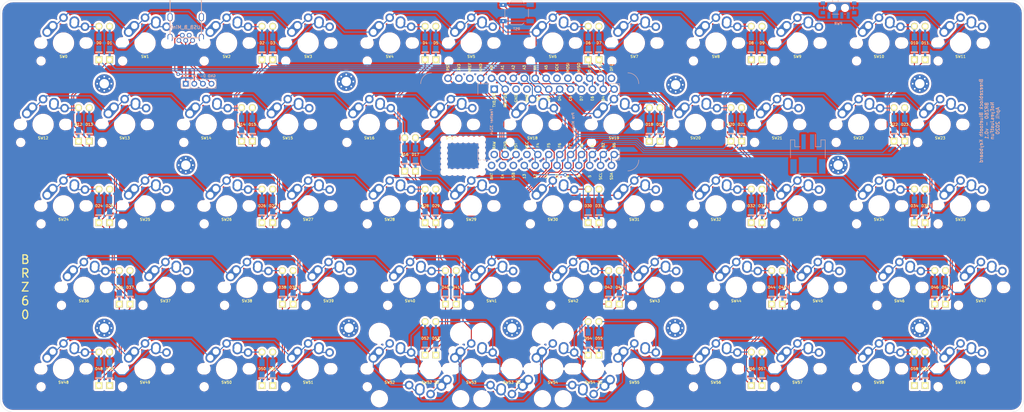
<source format=kicad_pcb>
(kicad_pcb (version 20171130) (host pcbnew "(5.1.5-0-10_14)")
  (layers (0 F.Cu signal hide) (31 B.Cu signal hide) (34 B.Paste user hide) (35 F.Paste user hide) (36 B.SilkS user) (37 F.SilkS user) (38 B.Mask user) (39 F.Mask user) (44 Edge.Cuts user))
  (net 0 "")
  (net 1 "Net-(B0-Pad1)")
  (net 2 Row4)
  (net 3 "Net-(B0-Pad3)")
  (net 4 "Net-(B0-Pad4)")
  (net 5 Row3)
  (net 6 Row2)
  (net 7 Row1)
  (net 8 Row0)
  (net 9 Col0)
  (net 10 Col1)
  (net 11 Col2)
  (net 12 Col4)
  (net 13 Col5)
  (net 14 Col6)
  (net 15 Col7)
  (net 16 Col8)
  (net 17 Col9)
  (net 18 Col10)
  (net 19 Col11)
  (net 20 "Net-(B0-Pad21)")
  (net 21 RST)
  (net 22 GND)
  (net 23 Col3)
  (net 24 "Net-(B0-Pad24)")
  (net 25 "Net-(D0-Pad2)")
  (net 26 "Net-(D1-Pad2)")
  (net 27 "Net-(D2-Pad2)")
  (net 28 "Net-(D3-Pad2)")
  (net 29 "Net-(D4-Pad2)")
  (net 30 "Net-(D5-Pad2)")
  (net 31 "Net-(D6-Pad2)")
  (net 32 "Net-(D7-Pad2)")
  (net 33 "Net-(D8-Pad2)")
  (net 34 "Net-(D9-Pad2)")
  (net 35 "Net-(D10-Pad2)")
  (net 36 "Net-(D11-Pad2)")
  (net 37 "Net-(D12-Pad2)")
  (net 38 "Net-(D13-Pad2)")
  (net 39 "Net-(D14-Pad2)")
  (net 40 "Net-(D15-Pad2)")
  (net 41 "Net-(D16-Pad2)")
  (net 42 "Net-(D17-Pad2)")
  (net 43 "Net-(D18-Pad2)")
  (net 44 "Net-(D19-Pad2)")
  (net 45 "Net-(D20-Pad2)")
  (net 46 "Net-(D21-Pad2)")
  (net 47 "Net-(D22-Pad2)")
  (net 48 "Net-(D23-Pad2)")
  (net 49 "Net-(D24-Pad2)")
  (net 50 "Net-(D25-Pad2)")
  (net 51 "Net-(D26-Pad2)")
  (net 52 "Net-(D27-Pad2)")
  (net 53 "Net-(D28-Pad2)")
  (net 54 "Net-(D29-Pad2)")
  (net 55 "Net-(D30-Pad2)")
  (net 56 "Net-(D31-Pad2)")
  (net 57 "Net-(D32-Pad2)")
  (net 58 "Net-(D33-Pad2)")
  (net 59 "Net-(D34-Pad2)")
  (net 60 "Net-(D35-Pad2)")
  (net 61 "Net-(D36-Pad2)")
  (net 62 "Net-(D37-Pad2)")
  (net 63 "Net-(D38-Pad2)")
  (net 64 "Net-(D39-Pad2)")
  (net 65 "Net-(D40-Pad2)")
  (net 66 "Net-(D41-Pad2)")
  (net 67 "Net-(D42-Pad2)")
  (net 68 "Net-(D43-Pad2)")
  (net 69 "Net-(D44-Pad2)")
  (net 70 "Net-(D45-Pad2)")
  (net 71 "Net-(D46-Pad2)")
  (net 72 "Net-(D47-Pad2)")
  (net 73 "Net-(D48-Pad2)")
  (net 74 "Net-(D49-Pad2)")
  (net 75 "Net-(D50-Pad2)")
  (net 76 "Net-(D51-Pad2)")
  (net 77 "Net-(D52-Pad2)")
  (net 78 "Net-(D53-Pad2)")
  (net 79 "Net-(D54-Pad2)")
  (net 80 "Net-(D55-Pad2)")
  (net 81 "Net-(D56-Pad2)")
  (net 82 "Net-(D57-Pad2)")
  (net 83 "Net-(D58-Pad2)")
  (net 84 "Net-(D59-Pad2)")
  (net 85 "Net-(J0-Pad6)")
  (net 86 "Net-(J0-Pad4)")
  (net 87 "Net-(U0-Pad2)")
  (net 88 "Net-(U0-Pad3)")
  (net 89 "Net-(U0-Pad11)")
  (net 90 "Net-(U0-Pad12)")
  (net 91 "Net-(U0-Pad13)")
  (net 92 "Net-(U0-Pad16)")
  (net 93 "Net-(U0-Pad26)")
  (net 94 "Net-(U0-Pad27)")
  (net 95 "Net-(U0-Pad28)")
  (net 96 /VCC)
  (net 97 /D-)
  (net 98 /D+)
  (module Keebio-Parts:breakaway-hole-big (layer F.Cu) (at 188.85 65.55)
    (fp_text reference REF** hide)
    (fp_text value breakaway-hole-big hide)
    (pad "" np_thru_hole circle (at 0 -0.254) (size 0.7874 0.7874) (drill 0.7874) (layers *.Cu *.Mask))
  )
  (module Keebio-Parts:breakaway-mousebites (layer F.Cu) (at 188.596 69.06 270)
    (fp_text reference REF** hide)
    (fp_text value breakaway-mousebites hide)
    (pad "" np_thru_hole circle (at 0 -0.254 270) (size 0.7874 0.7874) (drill 0.7874) (layers *.Cu *.Mask))
    (pad "" np_thru_hole circle (at 1.27 -0.254 270) (size 0.7874 0.7874) (drill 0.7874) (layers *.Cu *.Mask))
    (pad "" np_thru_hole circle (at 2.54 -0.254 270) (size 0.7874 0.7874) (drill 0.7874) (layers *.Cu *.Mask))
    (pad "" np_thru_hole circle (at -1.27 -0.254 270) (size 0.7874 0.7874) (drill 0.7874) (layers *.Cu *.Mask))
    (pad "" np_thru_hole circle (at -2.54 -0.254 270) (size 0.7874 0.7874) (drill 0.7874) (layers *.Cu *.Mask))
  )
  (module Keebio-Parts:breakaway-hole-big (layer F.Cu) (at 188.85 73.1)
    (fp_text reference REF** hide)
    (fp_text value breakaway-hole-big hide)
    (pad "" np_thru_hole circle (at 0 -0.254) (size 0.7874 0.7874) (drill 0.7874) (layers *.Cu *.Mask))
  )
  (module Keebio-Parts:breakaway-hole-big (layer F.Cu) (at 187.6 73.1)
    (fp_text reference REF** hide)
    (fp_text value breakaway-hole-big hide)
    (pad "" np_thru_hole circle (at 0 -0.254) (size 0.7874 0.7874) (drill 0.7874) (layers *.Cu *.Mask))
  )
  (module Keebio-Parts:breakaway-hole-big (layer F.Cu) (at 187.6 65.55)
    (fp_text reference REF** hide)
    (fp_text value breakaway-hole-big hide)
    (pad "" np_thru_hole circle (at 0 -0.254) (size 0.7874 0.7874) (drill 0.7874) (layers *.Cu *.Mask))
  )
  (module Keebio-Parts:breakaway-hole-big (layer F.Cu) (at 180 73.15)
    (fp_text reference REF** hide)
    (fp_text value breakaway-hole-big hide)
    (pad "" np_thru_hole circle (at 0 -0.254) (size 0.7874 0.7874) (drill 0.7874) (layers *.Cu *.Mask))
  )
  (module Keebio-Parts:breakaway-hole-big (layer F.Cu) (at 180 65.554)
    (fp_text reference REF** hide)
    (fp_text value breakaway-hole-big hide)
    (pad "" np_thru_hole circle (at 0 -0.254) (size 0.7874 0.7874) (drill 0.7874) (layers *.Cu *.Mask))
  )
  (module Keebio-Parts:breakaway-mousebites (layer F.Cu) (at 180.254 69.1 90)
    (fp_text reference REF** hide)
    (fp_text value breakaway-mousebites hide)
    (pad "" np_thru_hole circle (at 0 -0.254 90) (size 0.7874 0.7874) (drill 0.7874) (layers *.Cu *.Mask))
    (pad "" np_thru_hole circle (at 1.27 -0.254 90) (size 0.7874 0.7874) (drill 0.7874) (layers *.Cu *.Mask))
    (pad "" np_thru_hole circle (at 2.54 -0.254 90) (size 0.7874 0.7874) (drill 0.7874) (layers *.Cu *.Mask))
    (pad "" np_thru_hole circle (at -1.27 -0.254 90) (size 0.7874 0.7874) (drill 0.7874) (layers *.Cu *.Mask))
    (pad "" np_thru_hole circle (at -2.54 -0.254 90) (size 0.7874 0.7874) (drill 0.7874) (layers *.Cu *.Mask))
  )
  (module Keebio-Parts:MX-Alps-Choc-2U (layer F.Cu) (at 214.85 118.75 180)
    (fp_text reference "SW54 2U" (at 0 -3.175001 180) (layer F.SilkS) (effects (font (size 0.6 0.6) (thickness 0.12))))
    (fp_text value KEYSW)
    (pad "" np_thru_hole circle (at -11.938 -6.985 180) (size 3.048 3.048) (drill 3.048) (layers *.Cu *.Mask))
    (pad "" np_thru_hole circle (at -11.938 8.255 180) (size 3.9878 3.9878) (drill 3.9878) (layers *.Cu *.Mask))
    (pad "" np_thru_hole circle (at 11.938 -6.985 180) (size 3.048 3.048) (drill 3.048) (layers *.Cu *.Mask))
    (pad "" np_thru_hole circle (at 11.938 8.255 180) (size 3.9878 3.9878) (drill 3.9878) (layers *.Cu *.Mask))
    (pad "" np_thru_hole circle (at -5.22 4.2 228.1) (size 1.2 1.2) (drill 1.2) (layers *.Cu *.Mask))
    (pad "" np_thru_hole circle (at 5.5 0 228.1) (size 1.7 1.7) (drill 1.7) (layers *.Cu *.Mask))
    (pad "" np_thru_hole circle (at -5.5 0 228.1) (size 1.7 1.7) (drill 1.7) (layers *.Cu *.Mask))
    (pad 1 thru_hole circle (at 0 -5.9 180) (size 2 2) (drill 1.2) (layers *.Cu *.Mask) (net 79 "Net-(D54-Pad2)"))
    (pad 2 thru_hole circle (at 5 -3.8 180) (size 2 2) (drill 1.2) (layers *.Cu *.Mask) (net 2 Row4))
    (pad "" np_thru_hole circle (at 5.08 0 228.0996) (size 1.75 1.75) (drill 1.75) (layers *.Cu *.Mask))
    (pad "" np_thru_hole circle (at -5.08 0 228.0996) (size 1.75 1.75) (drill 1.75) (layers *.Cu *.Mask))
    (pad 1 thru_hole circle (at -2.5 -4 180) (size 2.25 2.25) (drill 1.47) (layers *.Cu *.Mask) (net 79 "Net-(D54-Pad2)"))
    (pad "" np_thru_hole circle (at 0 0 180) (size 3.9878 3.9878) (drill 3.9878) (layers *.Cu *.Mask))
    (pad 1 thru_hole oval (at -3.81 -2.54 228.1) (size 4.211556 2.25) (drill 1.47 (offset 0.980778 0)) (layers *.Cu *.Mask) (net 79 "Net-(D54-Pad2)"))
    (pad 2 thru_hole circle (at 2.54 -5.08 180) (size 2.25 2.25) (drill 1.47) (layers *.Cu *.Mask) (net 2 Row4))
    (pad 2 thru_hole oval (at 2.5 -4.5 266.1) (size 2.831378 2.25) (drill 1.47 (offset 0.290689 0)) (layers *.Cu *.Mask) (net 2 Row4))
  )
  (module Keebio-Parts:MX-Alps-Choc-2U (layer F.Cu) (at 176.85 118.75 180)
    (fp_text reference SW52)
    (fp_text value KEYSW)
    (pad "" np_thru_hole circle (at -11.938 -6.985 180) (size 3.048 3.048) (drill 3.048) (layers *.Cu *.Mask))
    (pad "" np_thru_hole circle (at -11.938 8.255 180) (size 3.9878 3.9878) (drill 3.9878) (layers *.Cu *.Mask))
    (pad "" np_thru_hole circle (at 11.938 -6.985 180) (size 3.048 3.048) (drill 3.048) (layers *.Cu *.Mask))
    (pad "" np_thru_hole circle (at 11.938 8.255 180) (size 3.9878 3.9878) (drill 3.9878) (layers *.Cu *.Mask))
    (pad "" np_thru_hole circle (at -5.22 4.2 228.1) (size 1.2 1.2) (drill 1.2) (layers *.Cu *.Mask))
    (pad "" np_thru_hole circle (at 5.5 0 228.1) (size 1.7 1.7) (drill 1.7) (layers *.Cu *.Mask))
    (pad "" np_thru_hole circle (at -5.5 0 228.1) (size 1.7 1.7) (drill 1.7) (layers *.Cu *.Mask))
    (pad 1 thru_hole circle (at 0 -5.9 180) (size 2 2) (drill 1.2) (layers *.Cu *.Mask) (net 77 "Net-(D52-Pad2)"))
    (pad 2 thru_hole circle (at 5 -3.8 180) (size 2 2) (drill 1.2) (layers *.Cu *.Mask) (net 2 Row4))
    (pad "" np_thru_hole circle (at 5.08 0 228.0996) (size 1.75 1.75) (drill 1.75) (layers *.Cu *.Mask))
    (pad "" np_thru_hole circle (at -5.08 0 228.0996) (size 1.75 1.75) (drill 1.75) (layers *.Cu *.Mask))
    (pad 1 thru_hole circle (at -2.5 -4 180) (size 2.25 2.25) (drill 1.47) (layers *.Cu *.Mask) (net 77 "Net-(D52-Pad2)"))
    (pad "" np_thru_hole circle (at 0 0 180) (size 3.9878 3.9878) (drill 3.9878) (layers *.Cu *.Mask))
    (pad 1 thru_hole oval (at -3.81 -2.54 228.1) (size 4.211556 2.25) (drill 1.47 (offset 0.980778 0)) (layers *.Cu *.Mask) (net 77 "Net-(D52-Pad2)"))
    (pad 2 thru_hole circle (at 2.54 -5.08 180) (size 2.25 2.25) (drill 1.47) (layers *.Cu *.Mask) (net 2 Row4))
    (pad 2 thru_hole oval (at 2.5 -4.5 266.1) (size 2.831378 2.25) (drill 1.47 (offset 0.290689 0)) (layers *.Cu *.Mask) (net 2 Row4))
  )
  (module Keebio-Parts:MX-Alps-Choc-2U (layer F.Cu) (at 195.8 118.75 180)
    (fp_text reference "SW53 2U" (at 0 -3.175001 180) (layer F.SilkS) (effects (font (size 0.6 0.6) (thickness 0.12))))
    (fp_text value KEYSW)
    (pad "" np_thru_hole circle (at -11.938 -6.985 180) (size 3.048 3.048) (drill 3.048) (layers *.Cu *.Mask))
    (pad "" np_thru_hole circle (at -11.938 8.255 180) (size 3.9878 3.9878) (drill 3.9878) (layers *.Cu *.Mask))
    (pad "" np_thru_hole circle (at 11.938 -6.985 180) (size 3.048 3.048) (drill 3.048) (layers *.Cu *.Mask))
    (pad "" np_thru_hole circle (at 11.938 8.255 180) (size 3.9878 3.9878) (drill 3.9878) (layers *.Cu *.Mask))
    (pad "" np_thru_hole circle (at -5.22 4.2 228.1) (size 1.2 1.2) (drill 1.2) (layers *.Cu *.Mask))
    (pad "" np_thru_hole circle (at 5.5 0 228.1) (size 1.7 1.7) (drill 1.7) (layers *.Cu *.Mask))
    (pad "" np_thru_hole circle (at -5.5 0 228.1) (size 1.7 1.7) (drill 1.7) (layers *.Cu *.Mask))
    (pad 1 thru_hole circle (at 0 -5.9 180) (size 2 2) (drill 1.2) (layers *.Cu *.Mask) (net 78 "Net-(D53-Pad2)"))
    (pad 2 thru_hole circle (at 5 -3.8 180) (size 2 2) (drill 1.2) (layers *.Cu *.Mask) (net 2 Row4))
    (pad "" np_thru_hole circle (at 5.08 0 228.0996) (size 1.75 1.75) (drill 1.75) (layers *.Cu *.Mask))
    (pad "" np_thru_hole circle (at -5.08 0 228.0996) (size 1.75 1.75) (drill 1.75) (layers *.Cu *.Mask))
    (pad 1 thru_hole circle (at -2.5 -4 180) (size 2.25 2.25) (drill 1.47) (layers *.Cu *.Mask) (net 78 "Net-(D53-Pad2)"))
    (pad "" np_thru_hole circle (at 0 0 180) (size 3.9878 3.9878) (drill 3.9878) (layers *.Cu *.Mask))
    (pad 1 thru_hole oval (at -3.81 -2.54 228.1) (size 4.211556 2.25) (drill 1.47 (offset 0.980778 0)) (layers *.Cu *.Mask) (net 78 "Net-(D53-Pad2)"))
    (pad 2 thru_hole circle (at 2.54 -5.08 180) (size 2.25 2.25) (drill 1.47) (layers *.Cu *.Mask) (net 2 Row4))
    (pad 2 thru_hole oval (at 2.5 -4.5 266.1) (size 2.831378 2.25) (drill 1.47 (offset 0.290689 0)) (layers *.Cu *.Mask) (net 2 Row4))
  )
  (module "Graphic LIbrary:Brick_sm" (layer F.Cu) (at 309.45 60.3 90)
    (fp_text reference G*** hide)
    (fp_text value LOGO hide)
  )
  (module Adafruit_FeatherWing:PCB_FeatherWing (layer B.Cu) (at 199.95 61.15)
    (fp_text reference U0)
    (fp_text value Feather_32U4)
    (fp_text user "Feather 32u4" (at -8.9 0 -270) (layer B.SilkS) (effects (font (size 0.6 0.6) (thickness 0.12)) (justify mirror)))
    (fp_text user BAT (at -8.89 12.7 270) (layer F.SilkS) (effects (font (size 0.6 0.6) (thickness 0.12))))
    (fp_text user En (at -6.35 12.7 270) (layer F.SilkS) (effects (font (size 0.6 0.6) (thickness 0.12))))
    (fp_text user USB (at -3.81 12.7 270) (layer F.SilkS) (effects (font (size 0.6 0.6) (thickness 0.12))))
    (fp_text user 13 (at -1.27 12.7 270) (layer F.SilkS) (effects (font (size 0.6 0.6) (thickness 0.12))))
    (fp_text user 12 (at 1.27 12.7 270) (layer F.SilkS) (effects (font (size 0.6 0.6) (thickness 0.12))))
    (fp_text user 11 (at 3.81 12.7 270) (layer F.SilkS) (effects (font (size 0.6 0.6) (thickness 0.12))))
    (fp_text user 10 (at 6.35 12.7 270) (layer F.SilkS) (effects (font (size 0.6 0.6) (thickness 0.12))))
    (fp_text user 9 (at 8.89 12.7 270) (layer F.SilkS) (effects (font (size 0.6 0.6) (thickness 0.12))))
    (fp_text user 6 (at 11.43 12.7 270) (layer F.SilkS) (effects (font (size 0.6 0.6) (thickness 0.12))))
    (fp_text user 5 (at 13.97 12.7 270) (layer F.SilkS) (effects (font (size 0.6 0.6) (thickness 0.12))))
    (fp_text user SCL (at 16.51 12.7 270) (layer F.SilkS) (effects (font (size 0.6 0.6) (thickness 0.12))))
    (fp_text user SDA (at 19.05 12.7 270) (layer F.SilkS) (effects (font (size 0.6 0.6) (thickness 0.12))))
    (fp_text user DFU (at 19.05 -12.7 270) (layer F.SilkS) (effects (font (size 0.6 0.6) (thickness 0.12))))
    (fp_text user "1 TX" (at 16.51 -12.7 270) (layer F.SilkS) (effects (font (size 0.6 0.6) (thickness 0.12))))
    (fp_text user "0 RX" (at 13.97 -12.7 270) (layer F.SilkS) (effects (font (size 0.6 0.6) (thickness 0.12))))
    (fp_text user MISO (at 11.43 -12.7 270) (layer F.SilkS) (effects (font (size 0.6 0.6) (thickness 0.12))))
    (fp_text user MOSI (at 8.89 -12.7 270) (layer F.SilkS) (effects (font (size 0.6 0.6) (thickness 0.12))))
    (fp_text user SCK (at 6.35 -12.7 270) (layer F.SilkS) (effects (font (size 0.6 0.6) (thickness 0.12))))
    (fp_text user A5 (at 3.81 -12.7 270) (layer F.SilkS) (effects (font (size 0.6 0.6) (thickness 0.12))))
    (fp_text user A4 (at 1.27 -12.7 270) (layer F.SilkS) (effects (font (size 0.6 0.6) (thickness 0.12))))
    (fp_text user A3 (at -1.27 -12.7 270) (layer F.SilkS) (effects (font (size 0.6 0.6) (thickness 0.12))))
    (fp_text user A2 (at -3.81 -12.7 270) (layer F.SilkS) (effects (font (size 0.6 0.6) (thickness 0.12))))
    (fp_text user A1 (at -6.35 -12.7 270) (layer F.SilkS) (effects (font (size 0.6 0.6) (thickness 0.12))))
    (fp_text user A0 (at -8.89 -12.7 270) (layer F.SilkS) (effects (font (size 0.6 0.6) (thickness 0.12))))
    (fp_text user GND (at -11.43 -12.7 270) (layer F.SilkS) (effects (font (size 0.6 0.6) (thickness 0.12))))
    (fp_text user AREF (at -13.97 -12.7 270) (layer F.SilkS) (effects (font (size 0.6 0.6) (thickness 0.12))))
    (fp_text user 3V3 (at -16.51 -12.7 270) (layer F.SilkS) (effects (font (size 0.6 0.6) (thickness 0.12))))
    (fp_text user RST (at -19.05 -12.7 270) (layer F.SilkS) (effects (font (size 0.6 0.6) (thickness 0.12))))
    (pad 1 thru_hole circle (at -19.05 -10.16) (size 1.7526 1.7526) (drill 1.0922) (layers *.Cu *.Mask) (net 21 RST))
    (pad 2 thru_hole circle (at -16.51 -10.16) (size 1.7526 1.7526) (drill 1.0922) (layers *.Cu *.Mask) (net 87 "Net-(U0-Pad2)"))
    (pad 3 thru_hole circle (at -13.97 -10.16) (size 1.7526 1.7526) (drill 1.0922) (layers *.Cu *.Mask) (net 88 "Net-(U0-Pad3)"))
    (pad 4 thru_hole circle (at -11.43 -10.16) (size 1.7526 1.7526) (drill 1.0922) (layers *.Cu *.Mask) (net 22 GND))
    (pad 5 thru_hole circle (at -8.89 -10.16) (size 1.7526 1.7526) (drill 1.0922) (layers *.Cu *.Mask) (net 2 Row4))
    (pad 6 thru_hole circle (at -6.35 -10.16) (size 1.7526 1.7526) (drill 1.0922) (layers *.Cu *.Mask) (net 5 Row3))
    (pad 7 thru_hole circle (at -3.81 -10.16) (size 1.7526 1.7526) (drill 1.0922) (layers *.Cu *.Mask) (net 6 Row2))
    (pad 8 thru_hole circle (at -1.27 -10.16) (size 1.7526 1.7526) (drill 1.0922) (layers *.Cu *.Mask) (net 7 Row1))
    (pad 9 thru_hole circle (at 1.27 -10.16) (size 1.7526 1.7526) (drill 1.0922) (layers *.Cu *.Mask) (net 8 Row0))
    (pad 10 thru_hole circle (at 3.81 -10.16) (size 1.7526 1.7526) (drill 1.0922) (layers *.Cu *.Mask) (net 9 Col0))
    (pad 11 thru_hole circle (at 6.35 -10.16) (size 1.7526 1.7526) (drill 1.0922) (layers *.Cu *.Mask) (net 89 "Net-(U0-Pad11)"))
    (pad 12 thru_hole circle (at 8.89 -10.16) (size 1.7526 1.7526) (drill 1.0922) (layers *.Cu *.Mask) (net 90 "Net-(U0-Pad12)"))
    (pad 13 thru_hole circle (at 11.43 -10.16) (size 1.7526 1.7526) (drill 1.0922) (layers *.Cu *.Mask) (net 91 "Net-(U0-Pad13)"))
    (pad 14 thru_hole circle (at 13.97 -10.16) (size 1.7526 1.7526) (drill 1.0922) (layers *.Cu *.Mask) (net 10 Col1))
    (pad 15 thru_hole circle (at 16.51 -10.16) (size 1.7526 1.7526) (drill 1.0922) (layers *.Cu *.Mask) (net 11 Col2))
    (pad 16 thru_hole circle (at 19.05 -10.16) (size 1.7526 1.7526) (drill 1.0922) (layers *.Cu *.Mask) (net 92 "Net-(U0-Pad16)"))
    (pad 17 thru_hole circle (at 19.05 10.16) (size 1.7526 1.7526) (drill 1.0922) (layers *.Cu *.Mask) (net 19 Col11))
    (pad 18 thru_hole circle (at 16.51 10.16) (size 1.7526 1.7526) (drill 1.0922) (layers *.Cu *.Mask) (net 18 Col10))
    (pad 19 thru_hole circle (at 13.97 10.16) (size 1.7526 1.7526) (drill 1.0922) (layers *.Cu *.Mask) (net 17 Col9))
    (pad 20 thru_hole circle (at 11.43 10.16) (size 1.7526 1.7526) (drill 1.0922) (layers *.Cu *.Mask) (net 16 Col8))
    (pad 21 thru_hole circle (at 8.89 10.16) (size 1.7526 1.7526) (drill 1.0922) (layers *.Cu *.Mask) (net 15 Col7))
    (pad 22 thru_hole circle (at 6.35 10.16) (size 1.7526 1.7526) (drill 1.0922) (layers *.Cu *.Mask) (net 14 Col6))
    (pad 23 thru_hole circle (at 3.81 10.16) (size 1.7526 1.7526) (drill 1.0922) (layers *.Cu *.Mask) (net 13 Col5))
    (pad 24 thru_hole circle (at 1.27 10.16) (size 1.7526 1.7526) (drill 1.0922) (layers *.Cu *.Mask) (net 12 Col4))
    (pad 25 thru_hole circle (at -1.27 10.16) (size 1.7526 1.7526) (drill 1.0922) (layers *.Cu *.Mask) (net 23 Col3))
    (pad 26 thru_hole circle (at -3.81 10.16) (size 1.7526 1.7526) (drill 1.0922) (layers *.Cu *.Mask) (net 93 "Net-(U0-Pad26)"))
    (pad 27 thru_hole circle (at -6.35 10.16) (size 1.7526 1.7526) (drill 1.0922) (layers *.Cu *.Mask) (net 94 "Net-(U0-Pad27)"))
    (pad 28 thru_hole circle (at -8.89 10.16) (size 1.7526 1.7526) (drill 1.0922) (layers *.Cu *.Mask) (net 95 "Net-(U0-Pad28)"))
  )
  (module Keebio-Parts:MX-Alps-Choc-1U-NoLED (layer F.Cu) (at 219.570001 61.750001)
    (fp_text reference SW19 (at 0 3.175) (layer F.SilkS) (effects (font (size 0.6 0.6) (thickness 0.12))))
    (fp_text value KEYSW)
    (pad "" np_thru_hole circle (at -5.22 4.2 48.1) (size 1.2 1.2) (drill 1.2) (layers *.Cu *.Mask))
    (pad "" np_thru_hole circle (at 5.5 0 48.1) (size 1.7 1.7) (drill 1.7) (layers *.Cu *.Mask))
    (pad "" np_thru_hole circle (at -5.5 0 48.1) (size 1.7 1.7) (drill 1.7) (layers *.Cu *.Mask))
    (pad 2 thru_hole circle (at 0 -5.9) (size 2 2) (drill 1.2) (layers *.Cu *.Mask) (net 7 Row1))
    (pad 1 thru_hole circle (at 5 -3.8) (size 2 2) (drill 1.2) (layers *.Cu *.Mask) (net 44 "Net-(D19-Pad2)"))
    (pad "" np_thru_hole circle (at 5.08 0 48.0996) (size 1.75 1.75) (drill 1.75) (layers *.Cu *.Mask))
    (pad "" np_thru_hole circle (at -5.08 0 48.0996) (size 1.75 1.75) (drill 1.75) (layers *.Cu *.Mask))
    (pad 2 thru_hole circle (at -2.5 -4) (size 2.25 2.25) (drill 1.47) (layers *.Cu *.Mask) (net 7 Row1))
    (pad "" np_thru_hole circle (at 0 0) (size 3.9878 3.9878) (drill 3.9878) (layers *.Cu *.Mask))
    (pad 2 thru_hole oval (at -3.81 -2.54 48.1) (size 4.211556 2.25) (drill 1.47 (offset 0.980778 0)) (layers *.Cu *.Mask) (net 7 Row1))
    (pad 1 thru_hole circle (at 2.54 -5.08) (size 2.25 2.25) (drill 1.47) (layers *.Cu *.Mask) (net 44 "Net-(D19-Pad2)"))
    (pad 1 thru_hole oval (at 2.5 -4.5 86.1) (size 2.831378 2.25) (drill 1.47 (offset 0.290689 0)) (layers *.Cu *.Mask) (net 44 "Net-(D19-Pad2)"))
  )
  (module Keebio-Parts:Diode-Hybrid-Back (layer F.Cu) (at 170.820001 68.750001 270)
    (fp_text reference D16 (at 0 0 180) (layer F.SilkS) (effects (font (size 0.6 0.6) (thickness 0.12))))
    (fp_text value D hide)
    (pad 1 thru_hole rect (at 3.9 0 270) (size 1.6 1.6) (drill 1) (layers *.Cu *.Mask F.SilkS) (net 12 Col4))
    (pad 2 thru_hole circle (at -3.9 0 270) (size 1.6 1.6) (drill 1) (layers *.Cu *.Mask F.SilkS) (net 41 "Net-(D16-Pad2)"))
    (pad 1 smd rect (at 2.5 0 270) (size 2.9 0.5) (layers B.Cu) (net 12 Col4))
    (pad 1 smd rect (at 1.4 0 270) (size 1.6 1.2) (layers B.Cu B.Paste B.Mask) (net 12 Col4))
    (pad 2 smd rect (at -1.4 0 270) (size 1.6 1.2) (layers B.Cu B.Paste B.Mask) (net 41 "Net-(D16-Pad2)"))
    (pad 2 smd rect (at -2.5 0 270) (size 2.9 0.5) (layers B.Cu) (net 41 "Net-(D16-Pad2)"))
  )
  (module Keebio-Parts:ArduinoProMicro (layer B.Cu) (at 205.65 61.15)
    (fp_text reference B0 hide)
    (fp_text value SPARKFUN_PRO_MICRO hide)
    (fp_text user B2 (at 11.43 5.461 90) (layer F.SilkS) (effects (font (size 0.6 0.6) (thickness 0.12))))
    (fp_text user F7 (at 3.81 5.461 90) (layer F.SilkS) (effects (font (size 0.6 0.6) (thickness 0.12))))
    (fp_text user F6 (at 1.27 5.461 90) (layer F.SilkS) (effects (font (size 0.6 0.6) (thickness 0.12))))
    (fp_text user F5 (at -1.27 5.461 90) (layer F.SilkS) (effects (font (size 0.6 0.6) (thickness 0.12))))
    (fp_text user RAW (at -13.97 5.461 90) (layer F.SilkS) (effects (font (size 0.6 0.6) (thickness 0.12))))
    (fp_text user GND (at -11.43 5.461 90) (layer F.SilkS) (effects (font (size 0.6 0.6) (thickness 0.12))))
    (fp_text user RST (at -8.92 5.73312 90) (layer F.SilkS) (effects (font (size 0.6 0.6) (thickness 0.12))))
    (fp_text user VCC (at -6.35 5.461 90) (layer F.SilkS) (effects (font (size 0.6 0.6) (thickness 0.12))))
    (fp_text user F4 (at -3.81 5.461 90) (layer F.SilkS) (effects (font (size 0.6 0.6) (thickness 0.12))))
    (fp_text user B1 (at 6.35 5.461 90) (layer F.SilkS) (effects (font (size 0.6 0.6) (thickness 0.12))))
    (fp_text user B3 (at 8.89 5.461 90) (layer F.SilkS) (effects (font (size 0.6 0.6) (thickness 0.12))))
    (fp_text user B6 (at 13.97 5.461 90) (layer F.SilkS) (effects (font (size 0.6 0.6) (thickness 0.12))))
    (fp_text user B5 (at 13.97 -5.461 270) (layer B.SilkS) (effects (font (size 0.6 0.6) (thickness 0.12)) (justify mirror)))
    (fp_text user B4 (at 11.43 -5.461 90) (layer F.SilkS) (effects (font (size 0.6 0.6) (thickness 0.12))))
    (fp_text user E6 (at 8.89 -5.461 90) (layer F.SilkS) (effects (font (size 0.6 0.6) (thickness 0.12))))
    (fp_text user D7 (at 6.35 -5.461 90) (layer F.SilkS) (effects (font (size 0.6 0.6) (thickness 0.12))))
    (fp_text user C6 (at 3.81 -5.461 90) (layer F.SilkS) (effects (font (size 0.6 0.6) (thickness 0.12))))
    (fp_text user D4 (at 1.27 -5.461 90) (layer F.SilkS) (effects (font (size 0.6 0.6) (thickness 0.12))))
    (fp_text user GND (at -8.89 -5.461 90) (layer F.SilkS) (effects (font (size 0.6 0.6) (thickness 0.12))))
    (fp_text user GND (at -6.35 -5.461 90) (layer F.SilkS) (effects (font (size 0.6 0.6) (thickness 0.12))))
    (fp_text user D1 (at -3.81 -5.461 90) (layer F.SilkS) (effects (font (size 0.6 0.6) (thickness 0.12))))
    (fp_text user D0 (at -1.27 -5.461 90) (layer F.SilkS) (effects (font (size 0.6 0.6) (thickness 0.12))))
    (fp_text user RXI/D2 (at -11.4 -5 270) (layer F.SilkS) (effects (font (size 0.6 0.6) (thickness 0.12))))
    (fp_text user TX0/D3 (at -13.97 -5.08 90) (layer F.SilkS) (effects (font (size 0.6 0.6) (thickness 0.12))))
    (fp_text user "Pro Micro" (at 4.4 0.000001 -270) (layer B.SilkS) (effects (font (size 0.6 0.6) (thickness 0.12)) (justify mirror)))
    (pad 1 thru_hole rect (at -13.97 -7.62) (size 1.7526 1.7526) (drill 1.0922) (layers *.Cu *.Mask) (net 1 "Net-(B0-Pad1)"))
    (pad 2 thru_hole circle (at -11.43 -7.62) (size 1.7526 1.7526) (drill 1.0922) (layers *.Cu *.Mask) (net 2 Row4))
    (pad 3 thru_hole circle (at -8.89 -7.62) (size 1.7526 1.7526) (drill 1.0922) (layers *.Cu *.Mask) (net 3 "Net-(B0-Pad3)"))
    (pad 4 thru_hole circle (at -6.35 -7.62) (size 1.7526 1.7526) (drill 1.0922) (layers *.Cu *.Mask) (net 4 "Net-(B0-Pad4)"))
    (pad 5 thru_hole circle (at -3.81 -7.62) (size 1.7526 1.7526) (drill 1.0922) (layers *.Cu *.Mask) (net 5 Row3))
    (pad 6 thru_hole circle (at -1.27 -7.62) (size 1.7526 1.7526) (drill 1.0922) (layers *.Cu *.Mask) (net 6 Row2))
    (pad 7 thru_hole circle (at 1.27 -7.62) (size 1.7526 1.7526) (drill 1.0922) (layers *.Cu *.Mask) (net 7 Row1))
    (pad 8 thru_hole circle (at 3.81 -7.62) (size 1.7526 1.7526) (drill 1.0922) (layers *.Cu *.Mask) (net 8 Row0))
    (pad 9 thru_hole circle (at 6.35 -7.62) (size 1.7526 1.7526) (drill 1.0922) (layers *.Cu *.Mask) (net 9 Col0))
    (pad 10 thru_hole circle (at 8.89 -7.62) (size 1.7526 1.7526) (drill 1.0922) (layers *.Cu *.Mask) (net 10 Col1))
    (pad 11 thru_hole circle (at 11.43 -7.62) (size 1.7526 1.7526) (drill 1.0922) (layers *.Cu *.Mask) (net 11 Col2))
    (pad 13 thru_hole circle (at 13.97 7.62) (size 1.7526 1.7526) (drill 1.0922) (layers *.Cu *.Mask) (net 19 Col11))
    (pad 14 thru_hole circle (at 11.43 7.62) (size 1.7526 1.7526) (drill 1.0922) (layers *.Cu *.Mask) (net 18 Col10))
    (pad 15 thru_hole circle (at 8.89 7.62) (size 1.7526 1.7526) (drill 1.0922) (layers *.Cu *.Mask) (net 17 Col9))
    (pad 16 thru_hole circle (at 6.35 7.62) (size 1.7526 1.7526) (drill 1.0922) (layers *.Cu *.Mask) (net 16 Col8))
    (pad 17 thru_hole circle (at 3.81 7.62) (size 1.7526 1.7526) (drill 1.0922) (layers *.Cu *.Mask) (net 15 Col7))
    (pad 18 thru_hole circle (at 1.27 7.62) (size 1.7526 1.7526) (drill 1.0922) (layers *.Cu *.Mask) (net 14 Col6))
    (pad 19 thru_hole circle (at -1.27 7.62) (size 1.7526 1.7526) (drill 1.0922) (layers *.Cu *.Mask) (net 13 Col5))
    (pad 20 thru_hole circle (at -3.81 7.62) (size 1.7526 1.7526) (drill 1.0922) (layers *.Cu *.Mask) (net 12 Col4))
    (pad 21 thru_hole circle (at -6.35 7.62) (size 1.7526 1.7526) (drill 1.0922) (layers *.Cu *.Mask) (net 20 "Net-(B0-Pad21)"))
    (pad 22 thru_hole circle (at -8.89 7.62) (size 1.7526 1.7526) (drill 1.0922) (layers *.Cu *.Mask) (net 21 RST))
    (pad 23 thru_hole circle (at -11.43 7.62) (size 1.7526 1.7526) (drill 1.0922) (layers *.Cu *.Mask) (net 22 GND))
    (pad 12 thru_hole circle (at 13.97 -7.62) (size 1.7526 1.7526) (drill 1.0922) (layers *.Cu *.Mask) (net 23 Col3))
    (pad 24 thru_hole circle (at -13.97 7.62) (size 1.7526 1.7526) (drill 1.0922) (layers *.Cu *.Mask) (net 24 "Net-(B0-Pad24)"))
  )
  (module Button_Switch_SMD:SW_SPST_TL3342 (layer B.Cu) (at 196.9 35.75)
    (fp_text reference RST (at 0 3.75) (layer B.SilkS) (effects (font (size 0.6 0.6) (thickness 0.12)) (justify mirror)))
    (fp_text value SW_PUSH)
    (pad 2 smd rect (at 3.15 -1.9) (size 1.7 1) (layers B.Cu B.Paste B.Mask) (net 22 GND))
    (pad 2 smd rect (at -3.15 -1.9) (size 1.7 1) (layers B.Cu B.Paste B.Mask) (net 22 GND))
    (pad 1 smd rect (at 3.15 1.9) (size 1.7 1) (layers B.Cu B.Paste B.Mask) (net 21 RST))
    (pad 1 smd rect (at -3.15 1.9) (size 1.7 1) (layers B.Cu B.Paste B.Mask) (net 21 RST))
  )
  (module "Keebio-Parts:USB-Mini-B_ LCSC-C46398" (layer B.Cu) (at 119.8 41.55)
    (fp_text reference J0 hide)
    (fp_text value USB_B_Mini (at 0.02 -2.46) (layer B.SilkS) (effects (font (size 0.8 0.8)) (justify mirror)))
    (pad 6 thru_hole oval (at 3.65 0) (size 1.2 1.9) (drill oval 0.8 1.5) (layers *.Cu *.Mask) (net 85 "Net-(J0-Pad6)"))
    (pad 6 thru_hole oval (at -3.65 0) (size 1.2 1.9) (drill oval 0.8 1.5) (layers *.Cu *.Mask) (net 85 "Net-(J0-Pad6)"))
    (pad 1 thru_hole circle (at -1.6 0.6) (size 1.1 1.1) (drill 0.7) (layers *.Cu *.Mask) (net 96 /VCC))
    (pad 2 thru_hole circle (at -0.8 -0.6) (size 1.1 1.1) (drill 0.7) (layers *.Cu *.Mask) (net 97 /D-))
    (pad 3 thru_hole circle (at 0 0.6) (size 1.1 1.1) (drill 0.7) (layers *.Cu *.Mask) (net 98 /D+))
    (pad 4 thru_hole circle (at 0.8 -0.6) (size 1.1 1.1) (drill 0.7) (layers *.Cu *.Mask) (net 86 "Net-(J0-Pad4)"))
    (pad 5 thru_hole circle (at 1.6 0.6) (size 1.1 1.1) (drill 0.7) (layers *.Cu *.Mask) (net 22 GND))
    (pad 6 thru_hole oval (at -3.65 -4.82) (size 1.2 1.9) (drill oval 0.8 1.5) (layers *.Cu *.Mask) (net 85 "Net-(J0-Pad6)"))
    (pad 6 thru_hole oval (at 3.65 -4.82) (size 1.2 1.9) (drill oval 0.8 1.5) (layers *.Cu *.Mask) (net 85 "Net-(J0-Pad6)"))
  )
  (module Connectors_JST:JST_PH_S2B-PH-SM4-TB_02x2.00mm_Angled (layer B.Cu) (at 264.75 68.675 180)
    (fp_text reference "LiPo Conn" hide)
    (fp_text value JST_PH_S2B-PH-SM4-TB_02x2.00mm_Angled)
    (pad 1 smd rect (at -1 2.875 180) (size 1 3.5) (layers B.Cu B.Paste B.Mask))
    (pad 2 smd rect (at 1 2.875 180) (size 1 3.5) (layers B.Cu B.Paste B.Mask))
    (pad "" smd rect (at -3.35 -2.875 180) (size 1.5 3.4) (layers B.Cu B.Paste B.Mask))
    (pad "" smd rect (at 3.35 -2.875 180) (size 1.5 3.4) (layers B.Cu B.Paste B.Mask))
  )
  (module Keebio-Parts:breakaway-mousebites (layer F.Cu) (at 183.8 73.15)
    (fp_text reference REF** hide)
    (fp_text value breakaway-mousebites hide)
    (pad "" np_thru_hole circle (at 0 -0.254) (size 0.7874 0.7874) (drill 0.7874) (layers *.Cu *.Mask))
    (pad "" np_thru_hole circle (at 1.27 -0.254) (size 0.7874 0.7874) (drill 0.7874) (layers *.Cu *.Mask))
    (pad "" np_thru_hole circle (at 2.54 -0.254) (size 0.7874 0.7874) (drill 0.7874) (layers *.Cu *.Mask))
    (pad "" np_thru_hole circle (at -1.27 -0.254) (size 0.7874 0.7874) (drill 0.7874) (layers *.Cu *.Mask))
    (pad "" np_thru_hole circle (at -2.54 -0.254) (size 0.7874 0.7874) (drill 0.7874) (layers *.Cu *.Mask))
  )
  (module Keebio-Parts:breakaway-mousebites (layer F.Cu) (at 183.8 65.55)
    (fp_text reference REF** hide)
    (fp_text value breakaway-mousebites hide)
    (pad "" np_thru_hole circle (at -2.54 -0.254) (size 0.7874 0.7874) (drill 0.7874) (layers *.Cu *.Mask))
    (pad "" np_thru_hole circle (at -1.27 -0.254) (size 0.7874 0.7874) (drill 0.7874) (layers *.Cu *.Mask))
    (pad "" np_thru_hole circle (at 2.54 -0.254) (size 0.7874 0.7874) (drill 0.7874) (layers *.Cu *.Mask))
    (pad "" np_thru_hole circle (at 1.27 -0.254) (size 0.7874 0.7874) (drill 0.7874) (layers *.Cu *.Mask))
    (pad "" np_thru_hole circle (at 0 -0.254) (size 0.7874 0.7874) (drill 0.7874) (layers *.Cu *.Mask))
  )
  (module Keebio-Parts:MX-Alps-Choc-1U-NoLED (layer F.Cu) (at 153.070001 99.750001)
    (fp_text reference SW39 (at 0 3.175) (layer F.SilkS) (effects (font (size 0.6 0.6) (thickness 0.12))))
    (fp_text value KEYSW)
    (pad "" np_thru_hole circle (at -5.22 4.2 48.1) (size 1.2 1.2) (drill 1.2) (layers *.Cu *.Mask))
    (pad "" np_thru_hole circle (at 5.5 0 48.1) (size 1.7 1.7) (drill 1.7) (layers *.Cu *.Mask))
    (pad "" np_thru_hole circle (at -5.5 0 48.1) (size 1.7 1.7) (drill 1.7) (layers *.Cu *.Mask))
    (pad 2 thru_hole circle (at 0 -5.9) (size 2 2) (drill 1.2) (layers *.Cu *.Mask) (net 5 Row3))
    (pad 1 thru_hole circle (at 5 -3.8) (size 2 2) (drill 1.2) (layers *.Cu *.Mask) (net 64 "Net-(D39-Pad2)"))
    (pad "" np_thru_hole circle (at 5.08 0 48.0996) (size 1.75 1.75) (drill 1.75) (layers *.Cu *.Mask))
    (pad "" np_thru_hole circle (at -5.08 0 48.0996) (size 1.75 1.75) (drill 1.75) (layers *.Cu *.Mask))
    (pad 2 thru_hole circle (at -2.5 -4) (size 2.25 2.25) (drill 1.47) (layers *.Cu *.Mask) (net 5 Row3))
    (pad "" np_thru_hole circle (at 0 0) (size 3.9878 3.9878) (drill 3.9878) (layers *.Cu *.Mask))
    (pad 2 thru_hole oval (at -3.81 -2.54 48.1) (size 4.211556 2.25) (drill 1.47 (offset 0.980778 0)) (layers *.Cu *.Mask) (net 5 Row3))
    (pad 1 thru_hole circle (at 2.54 -5.08) (size 2.25 2.25) (drill 1.47) (layers *.Cu *.Mask) (net 64 "Net-(D39-Pad2)"))
    (pad 1 thru_hole oval (at 2.5 -4.5 86.1) (size 2.831378 2.25) (drill 1.47 (offset 0.290689 0)) (layers *.Cu *.Mask) (net 64 "Net-(D39-Pad2)"))
  )
  (module Keebio-Parts:MX-Alps-Choc-1U-NoLED (layer F.Cu) (at 91.320001 42.750001)
    (fp_text reference SW0 (at 0 3.175) (layer F.SilkS) (effects (font (size 0.6 0.6) (thickness 0.12))))
    (fp_text value KEYSW)
    (pad "" np_thru_hole circle (at -5.22 4.2 48.1) (size 1.2 1.2) (drill 1.2) (layers *.Cu *.Mask))
    (pad "" np_thru_hole circle (at 5.5 0 48.1) (size 1.7 1.7) (drill 1.7) (layers *.Cu *.Mask))
    (pad "" np_thru_hole circle (at -5.5 0 48.1) (size 1.7 1.7) (drill 1.7) (layers *.Cu *.Mask))
    (pad 2 thru_hole circle (at 0 -5.9) (size 2 2) (drill 1.2) (layers *.Cu *.Mask) (net 8 Row0))
    (pad 1 thru_hole circle (at 5 -3.8) (size 2 2) (drill 1.2) (layers *.Cu *.Mask) (net 25 "Net-(D0-Pad2)"))
    (pad "" np_thru_hole circle (at 5.08 0 48.0996) (size 1.75 1.75) (drill 1.75) (layers *.Cu *.Mask))
    (pad "" np_thru_hole circle (at -5.08 0 48.0996) (size 1.75 1.75) (drill 1.75) (layers *.Cu *.Mask))
    (pad 2 thru_hole circle (at -2.5 -4) (size 2.25 2.25) (drill 1.47) (layers *.Cu *.Mask) (net 8 Row0))
    (pad "" np_thru_hole circle (at 0 0) (size 3.9878 3.9878) (drill 3.9878) (layers *.Cu *.Mask))
    (pad 2 thru_hole oval (at -3.81 -2.54 48.1) (size 4.211556 2.25) (drill 1.47 (offset 0.980778 0)) (layers *.Cu *.Mask) (net 8 Row0))
    (pad 1 thru_hole circle (at 2.54 -5.08) (size 2.25 2.25) (drill 1.47) (layers *.Cu *.Mask) (net 25 "Net-(D0-Pad2)"))
    (pad 1 thru_hole oval (at 2.5 -4.5 86.1) (size 2.831378 2.25) (drill 1.47 (offset 0.290689 0)) (layers *.Cu *.Mask) (net 25 "Net-(D0-Pad2)"))
  )
  (module Keebio-Parts:MX-Alps-Choc-1U-NoLED (layer F.Cu) (at 110.320001 42.750001)
    (fp_text reference SW1 (at 0 3.175) (layer F.SilkS) (effects (font (size 0.6 0.6) (thickness 0.12))))
    (fp_text value KEYSW)
    (pad "" np_thru_hole circle (at -5.22 4.2 48.1) (size 1.2 1.2) (drill 1.2) (layers *.Cu *.Mask))
    (pad "" np_thru_hole circle (at 5.5 0 48.1) (size 1.7 1.7) (drill 1.7) (layers *.Cu *.Mask))
    (pad "" np_thru_hole circle (at -5.5 0 48.1) (size 1.7 1.7) (drill 1.7) (layers *.Cu *.Mask))
    (pad 2 thru_hole circle (at 0 -5.9) (size 2 2) (drill 1.2) (layers *.Cu *.Mask) (net 8 Row0))
    (pad 1 thru_hole circle (at 5 -3.8) (size 2 2) (drill 1.2) (layers *.Cu *.Mask) (net 26 "Net-(D1-Pad2)"))
    (pad "" np_thru_hole circle (at 5.08 0 48.0996) (size 1.75 1.75) (drill 1.75) (layers *.Cu *.Mask))
    (pad "" np_thru_hole circle (at -5.08 0 48.0996) (size 1.75 1.75) (drill 1.75) (layers *.Cu *.Mask))
    (pad 2 thru_hole circle (at -2.5 -4) (size 2.25 2.25) (drill 1.47) (layers *.Cu *.Mask) (net 8 Row0))
    (pad "" np_thru_hole circle (at 0 0) (size 3.9878 3.9878) (drill 3.9878) (layers *.Cu *.Mask))
    (pad 2 thru_hole oval (at -3.81 -2.54 48.1) (size 4.211556 2.25) (drill 1.47 (offset 0.980778 0)) (layers *.Cu *.Mask) (net 8 Row0))
    (pad 1 thru_hole circle (at 2.54 -5.08) (size 2.25 2.25) (drill 1.47) (layers *.Cu *.Mask) (net 26 "Net-(D1-Pad2)"))
    (pad 1 thru_hole oval (at 2.5 -4.5 86.1) (size 2.831378 2.25) (drill 1.47 (offset 0.290689 0)) (layers *.Cu *.Mask) (net 26 "Net-(D1-Pad2)"))
  )
  (module Keebio-Parts:MX-Alps-Choc-1U-NoLED (layer F.Cu) (at 129.320001 42.750001)
    (fp_text reference SW2 (at 0 3.175) (layer F.SilkS) (effects (font (size 0.6 0.6) (thickness 0.12))))
    (fp_text value KEYSW)
    (pad "" np_thru_hole circle (at -5.22 4.2 48.1) (size 1.2 1.2) (drill 1.2) (layers *.Cu *.Mask))
    (pad "" np_thru_hole circle (at 5.5 0 48.1) (size 1.7 1.7) (drill 1.7) (layers *.Cu *.Mask))
    (pad "" np_thru_hole circle (at -5.5 0 48.1) (size 1.7 1.7) (drill 1.7) (layers *.Cu *.Mask))
    (pad 2 thru_hole circle (at 0 -5.9) (size 2 2) (drill 1.2) (layers *.Cu *.Mask) (net 8 Row0))
    (pad 1 thru_hole circle (at 5 -3.8) (size 2 2) (drill 1.2) (layers *.Cu *.Mask) (net 27 "Net-(D2-Pad2)"))
    (pad "" np_thru_hole circle (at 5.08 0 48.0996) (size 1.75 1.75) (drill 1.75) (layers *.Cu *.Mask))
    (pad "" np_thru_hole circle (at -5.08 0 48.0996) (size 1.75 1.75) (drill 1.75) (layers *.Cu *.Mask))
    (pad 2 thru_hole circle (at -2.5 -4) (size 2.25 2.25) (drill 1.47) (layers *.Cu *.Mask) (net 8 Row0))
    (pad "" np_thru_hole circle (at 0 0) (size 3.9878 3.9878) (drill 3.9878) (layers *.Cu *.Mask))
    (pad 2 thru_hole oval (at -3.81 -2.54 48.1) (size 4.211556 2.25) (drill 1.47 (offset 0.980778 0)) (layers *.Cu *.Mask) (net 8 Row0))
    (pad 1 thru_hole circle (at 2.54 -5.08) (size 2.25 2.25) (drill 1.47) (layers *.Cu *.Mask) (net 27 "Net-(D2-Pad2)"))
    (pad 1 thru_hole oval (at 2.5 -4.5 86.1) (size 2.831378 2.25) (drill 1.47 (offset 0.290689 0)) (layers *.Cu *.Mask) (net 27 "Net-(D2-Pad2)"))
  )
  (module Keebio-Parts:MX-Alps-Choc-1U-NoLED (layer F.Cu) (at 148.320001 42.750001)
    (fp_text reference SW3 (at 0 3.175) (layer F.SilkS) (effects (font (size 0.6 0.6) (thickness 0.12))))
    (fp_text value KEYSW)
    (pad "" np_thru_hole circle (at -5.22 4.2 48.1) (size 1.2 1.2) (drill 1.2) (layers *.Cu *.Mask))
    (pad "" np_thru_hole circle (at 5.5 0 48.1) (size 1.7 1.7) (drill 1.7) (layers *.Cu *.Mask))
    (pad "" np_thru_hole circle (at -5.5 0 48.1) (size 1.7 1.7) (drill 1.7) (layers *.Cu *.Mask))
    (pad 2 thru_hole circle (at 0 -5.9) (size 2 2) (drill 1.2) (layers *.Cu *.Mask) (net 8 Row0))
    (pad 1 thru_hole circle (at 5 -3.8) (size 2 2) (drill 1.2) (layers *.Cu *.Mask) (net 28 "Net-(D3-Pad2)"))
    (pad "" np_thru_hole circle (at 5.08 0 48.0996) (size 1.75 1.75) (drill 1.75) (layers *.Cu *.Mask))
    (pad "" np_thru_hole circle (at -5.08 0 48.0996) (size 1.75 1.75) (drill 1.75) (layers *.Cu *.Mask))
    (pad 2 thru_hole circle (at -2.5 -4) (size 2.25 2.25) (drill 1.47) (layers *.Cu *.Mask) (net 8 Row0))
    (pad "" np_thru_hole circle (at 0 0) (size 3.9878 3.9878) (drill 3.9878) (layers *.Cu *.Mask))
    (pad 2 thru_hole oval (at -3.81 -2.54 48.1) (size 4.211556 2.25) (drill 1.47 (offset 0.980778 0)) (layers *.Cu *.Mask) (net 8 Row0))
    (pad 1 thru_hole circle (at 2.54 -5.08) (size 2.25 2.25) (drill 1.47) (layers *.Cu *.Mask) (net 28 "Net-(D3-Pad2)"))
    (pad 1 thru_hole oval (at 2.5 -4.5 86.1) (size 2.831378 2.25) (drill 1.47 (offset 0.290689 0)) (layers *.Cu *.Mask) (net 28 "Net-(D3-Pad2)"))
  )
  (module Keebio-Parts:MX-Alps-Choc-1U-NoLED (layer F.Cu) (at 167.320001 42.750001)
    (fp_text reference SW4 (at 0 3.175) (layer F.SilkS) (effects (font (size 0.6 0.6) (thickness 0.12))))
    (fp_text value KEYSW)
    (pad "" np_thru_hole circle (at -5.22 4.2 48.1) (size 1.2 1.2) (drill 1.2) (layers *.Cu *.Mask))
    (pad "" np_thru_hole circle (at 5.5 0 48.1) (size 1.7 1.7) (drill 1.7) (layers *.Cu *.Mask))
    (pad "" np_thru_hole circle (at -5.5 0 48.1) (size 1.7 1.7) (drill 1.7) (layers *.Cu *.Mask))
    (pad 2 thru_hole circle (at 0 -5.9) (size 2 2) (drill 1.2) (layers *.Cu *.Mask) (net 8 Row0))
    (pad 1 thru_hole circle (at 5 -3.8) (size 2 2) (drill 1.2) (layers *.Cu *.Mask) (net 29 "Net-(D4-Pad2)"))
    (pad "" np_thru_hole circle (at 5.08 0 48.0996) (size 1.75 1.75) (drill 1.75) (layers *.Cu *.Mask))
    (pad "" np_thru_hole circle (at -5.08 0 48.0996) (size 1.75 1.75) (drill 1.75) (layers *.Cu *.Mask))
    (pad 2 thru_hole circle (at -2.5 -4) (size 2.25 2.25) (drill 1.47) (layers *.Cu *.Mask) (net 8 Row0))
    (pad "" np_thru_hole circle (at 0 0) (size 3.9878 3.9878) (drill 3.9878) (layers *.Cu *.Mask))
    (pad 2 thru_hole oval (at -3.81 -2.54 48.1) (size 4.211556 2.25) (drill 1.47 (offset 0.980778 0)) (layers *.Cu *.Mask) (net 8 Row0))
    (pad 1 thru_hole circle (at 2.54 -5.08) (size 2.25 2.25) (drill 1.47) (layers *.Cu *.Mask) (net 29 "Net-(D4-Pad2)"))
    (pad 1 thru_hole oval (at 2.5 -4.5 86.1) (size 2.831378 2.25) (drill 1.47 (offset 0.290689 0)) (layers *.Cu *.Mask) (net 29 "Net-(D4-Pad2)"))
  )
  (module Keebio-Parts:MX-Alps-Choc-1U-NoLED (layer F.Cu) (at 186.320001 42.750001)
    (fp_text reference SW5 (at 0 3.175) (layer F.SilkS) (effects (font (size 0.6 0.6) (thickness 0.12))))
    (fp_text value KEYSW)
    (pad "" np_thru_hole circle (at -5.22 4.2 48.1) (size 1.2 1.2) (drill 1.2) (layers *.Cu *.Mask))
    (pad "" np_thru_hole circle (at 5.5 0 48.1) (size 1.7 1.7) (drill 1.7) (layers *.Cu *.Mask))
    (pad "" np_thru_hole circle (at -5.5 0 48.1) (size 1.7 1.7) (drill 1.7) (layers *.Cu *.Mask))
    (pad 2 thru_hole circle (at 0 -5.9) (size 2 2) (drill 1.2) (layers *.Cu *.Mask) (net 8 Row0))
    (pad 1 thru_hole circle (at 5 -3.8) (size 2 2) (drill 1.2) (layers *.Cu *.Mask) (net 30 "Net-(D5-Pad2)"))
    (pad "" np_thru_hole circle (at 5.08 0 48.0996) (size 1.75 1.75) (drill 1.75) (layers *.Cu *.Mask))
    (pad "" np_thru_hole circle (at -5.08 0 48.0996) (size 1.75 1.75) (drill 1.75) (layers *.Cu *.Mask))
    (pad 2 thru_hole circle (at -2.5 -4) (size 2.25 2.25) (drill 1.47) (layers *.Cu *.Mask) (net 8 Row0))
    (pad "" np_thru_hole circle (at 0 0) (size 3.9878 3.9878) (drill 3.9878) (layers *.Cu *.Mask))
    (pad 2 thru_hole oval (at -3.81 -2.54 48.1) (size 4.211556 2.25) (drill 1.47 (offset 0.980778 0)) (layers *.Cu *.Mask) (net 8 Row0))
    (pad 1 thru_hole circle (at 2.54 -5.08) (size 2.25 2.25) (drill 1.47) (layers *.Cu *.Mask) (net 30 "Net-(D5-Pad2)"))
    (pad 1 thru_hole oval (at 2.5 -4.5 86.1) (size 2.831378 2.25) (drill 1.47 (offset 0.290689 0)) (layers *.Cu *.Mask) (net 30 "Net-(D5-Pad2)"))
  )
  (module Keebio-Parts:MX-Alps-Choc-1U-NoLED (layer F.Cu) (at 205.320001 42.750001)
    (fp_text reference SW6 (at 0 3.175) (layer F.SilkS) (effects (font (size 0.6 0.6) (thickness 0.12))))
    (fp_text value KEYSW)
    (pad "" np_thru_hole circle (at -5.22 4.2 48.1) (size 1.2 1.2) (drill 1.2) (layers *.Cu *.Mask))
    (pad "" np_thru_hole circle (at 5.5 0 48.1) (size 1.7 1.7) (drill 1.7) (layers *.Cu *.Mask))
    (pad "" np_thru_hole circle (at -5.5 0 48.1) (size 1.7 1.7) (drill 1.7) (layers *.Cu *.Mask))
    (pad 2 thru_hole circle (at 0 -5.9) (size 2 2) (drill 1.2) (layers *.Cu *.Mask) (net 8 Row0))
    (pad 1 thru_hole circle (at 5 -3.8) (size 2 2) (drill 1.2) (layers *.Cu *.Mask) (net 31 "Net-(D6-Pad2)"))
    (pad "" np_thru_hole circle (at 5.08 0 48.0996) (size 1.75 1.75) (drill 1.75) (layers *.Cu *.Mask))
    (pad "" np_thru_hole circle (at -5.08 0 48.0996) (size 1.75 1.75) (drill 1.75) (layers *.Cu *.Mask))
    (pad 2 thru_hole circle (at -2.5 -4) (size 2.25 2.25) (drill 1.47) (layers *.Cu *.Mask) (net 8 Row0))
    (pad "" np_thru_hole circle (at 0 0) (size 3.9878 3.9878) (drill 3.9878) (layers *.Cu *.Mask))
    (pad 2 thru_hole oval (at -3.81 -2.54 48.1) (size 4.211556 2.25) (drill 1.47 (offset 0.980778 0)) (layers *.Cu *.Mask) (net 8 Row0))
    (pad 1 thru_hole circle (at 2.54 -5.08) (size 2.25 2.25) (drill 1.47) (layers *.Cu *.Mask) (net 31 "Net-(D6-Pad2)"))
    (pad 1 thru_hole oval (at 2.5 -4.5 86.1) (size 2.831378 2.25) (drill 1.47 (offset 0.290689 0)) (layers *.Cu *.Mask) (net 31 "Net-(D6-Pad2)"))
  )
  (module Keebio-Parts:MX-Alps-Choc-1U-NoLED (layer F.Cu) (at 224.320001 42.750001)
    (fp_text reference SW7 (at 0 3.175) (layer F.SilkS) (effects (font (size 0.6 0.6) (thickness 0.12))))
    (fp_text value KEYSW)
    (pad "" np_thru_hole circle (at -5.22 4.2 48.1) (size 1.2 1.2) (drill 1.2) (layers *.Cu *.Mask))
    (pad "" np_thru_hole circle (at 5.5 0 48.1) (size 1.7 1.7) (drill 1.7) (layers *.Cu *.Mask))
    (pad "" np_thru_hole circle (at -5.5 0 48.1) (size 1.7 1.7) (drill 1.7) (layers *.Cu *.Mask))
    (pad 2 thru_hole circle (at 0 -5.9) (size 2 2) (drill 1.2) (layers *.Cu *.Mask) (net 8 Row0))
    (pad 1 thru_hole circle (at 5 -3.8) (size 2 2) (drill 1.2) (layers *.Cu *.Mask) (net 32 "Net-(D7-Pad2)"))
    (pad "" np_thru_hole circle (at 5.08 0 48.0996) (size 1.75 1.75) (drill 1.75) (layers *.Cu *.Mask))
    (pad "" np_thru_hole circle (at -5.08 0 48.0996) (size 1.75 1.75) (drill 1.75) (layers *.Cu *.Mask))
    (pad 2 thru_hole circle (at -2.5 -4) (size 2.25 2.25) (drill 1.47) (layers *.Cu *.Mask) (net 8 Row0))
    (pad "" np_thru_hole circle (at 0 0) (size 3.9878 3.9878) (drill 3.9878) (layers *.Cu *.Mask))
    (pad 2 thru_hole oval (at -3.81 -2.54 48.1) (size 4.211556 2.25) (drill 1.47 (offset 0.980778 0)) (layers *.Cu *.Mask) (net 8 Row0))
    (pad 1 thru_hole circle (at 2.54 -5.08) (size 2.25 2.25) (drill 1.47) (layers *.Cu *.Mask) (net 32 "Net-(D7-Pad2)"))
    (pad 1 thru_hole oval (at 2.5 -4.5 86.1) (size 2.831378 2.25) (drill 1.47 (offset 0.290689 0)) (layers *.Cu *.Mask) (net 32 "Net-(D7-Pad2)"))
  )
  (module Keebio-Parts:MX-Alps-Choc-1U-NoLED (layer F.Cu) (at 243.320001 42.750001)
    (fp_text reference SW8 (at 0 3.175) (layer F.SilkS) (effects (font (size 0.6 0.6) (thickness 0.12))))
    (fp_text value KEYSW)
    (pad "" np_thru_hole circle (at -5.22 4.2 48.1) (size 1.2 1.2) (drill 1.2) (layers *.Cu *.Mask))
    (pad "" np_thru_hole circle (at 5.5 0 48.1) (size 1.7 1.7) (drill 1.7) (layers *.Cu *.Mask))
    (pad "" np_thru_hole circle (at -5.5 0 48.1) (size 1.7 1.7) (drill 1.7) (layers *.Cu *.Mask))
    (pad 2 thru_hole circle (at 0 -5.9) (size 2 2) (drill 1.2) (layers *.Cu *.Mask) (net 8 Row0))
    (pad 1 thru_hole circle (at 5 -3.8) (size 2 2) (drill 1.2) (layers *.Cu *.Mask) (net 33 "Net-(D8-Pad2)"))
    (pad "" np_thru_hole circle (at 5.08 0 48.0996) (size 1.75 1.75) (drill 1.75) (layers *.Cu *.Mask))
    (pad "" np_thru_hole circle (at -5.08 0 48.0996) (size 1.75 1.75) (drill 1.75) (layers *.Cu *.Mask))
    (pad 2 thru_hole circle (at -2.5 -4) (size 2.25 2.25) (drill 1.47) (layers *.Cu *.Mask) (net 8 Row0))
    (pad "" np_thru_hole circle (at 0 0) (size 3.9878 3.9878) (drill 3.9878) (layers *.Cu *.Mask))
    (pad 2 thru_hole oval (at -3.81 -2.54 48.1) (size 4.211556 2.25) (drill 1.47 (offset 0.980778 0)) (layers *.Cu *.Mask) (net 8 Row0))
    (pad 1 thru_hole circle (at 2.54 -5.08) (size 2.25 2.25) (drill 1.47) (layers *.Cu *.Mask) (net 33 "Net-(D8-Pad2)"))
    (pad 1 thru_hole oval (at 2.5 -4.5 86.1) (size 2.831378 2.25) (drill 1.47 (offset 0.290689 0)) (layers *.Cu *.Mask) (net 33 "Net-(D8-Pad2)"))
  )
  (module Keebio-Parts:MX-Alps-Choc-1U-NoLED (layer F.Cu) (at 262.320001 42.750001)
    (fp_text reference SW9 (at 0 3.175) (layer F.SilkS) (effects (font (size 0.6 0.6) (thickness 0.12))))
    (fp_text value KEYSW)
    (pad "" np_thru_hole circle (at -5.22 4.2 48.1) (size 1.2 1.2) (drill 1.2) (layers *.Cu *.Mask))
    (pad "" np_thru_hole circle (at 5.5 0 48.1) (size 1.7 1.7) (drill 1.7) (layers *.Cu *.Mask))
    (pad "" np_thru_hole circle (at -5.5 0 48.1) (size 1.7 1.7) (drill 1.7) (layers *.Cu *.Mask))
    (pad 2 thru_hole circle (at 0 -5.9) (size 2 2) (drill 1.2) (layers *.Cu *.Mask) (net 8 Row0))
    (pad 1 thru_hole circle (at 5 -3.8) (size 2 2) (drill 1.2) (layers *.Cu *.Mask) (net 34 "Net-(D9-Pad2)"))
    (pad "" np_thru_hole circle (at 5.08 0 48.0996) (size 1.75 1.75) (drill 1.75) (layers *.Cu *.Mask))
    (pad "" np_thru_hole circle (at -5.08 0 48.0996) (size 1.75 1.75) (drill 1.75) (layers *.Cu *.Mask))
    (pad 2 thru_hole circle (at -2.5 -4) (size 2.25 2.25) (drill 1.47) (layers *.Cu *.Mask) (net 8 Row0))
    (pad "" np_thru_hole circle (at 0 0) (size 3.9878 3.9878) (drill 3.9878) (layers *.Cu *.Mask))
    (pad 2 thru_hole oval (at -3.81 -2.54 48.1) (size 4.211556 2.25) (drill 1.47 (offset 0.980778 0)) (layers *.Cu *.Mask) (net 8 Row0))
    (pad 1 thru_hole circle (at 2.54 -5.08) (size 2.25 2.25) (drill 1.47) (layers *.Cu *.Mask) (net 34 "Net-(D9-Pad2)"))
    (pad 1 thru_hole oval (at 2.5 -4.5 86.1) (size 2.831378 2.25) (drill 1.47 (offset 0.290689 0)) (layers *.Cu *.Mask) (net 34 "Net-(D9-Pad2)"))
  )
  (module Keebio-Parts:MX-Alps-Choc-1U-NoLED (layer F.Cu) (at 281.320001 42.750001)
    (fp_text reference SW10 (at 0 3.175) (layer F.SilkS) (effects (font (size 0.6 0.6) (thickness 0.12))))
    (fp_text value KEYSW)
    (pad "" np_thru_hole circle (at -5.22 4.2 48.1) (size 1.2 1.2) (drill 1.2) (layers *.Cu *.Mask))
    (pad "" np_thru_hole circle (at 5.5 0 48.1) (size 1.7 1.7) (drill 1.7) (layers *.Cu *.Mask))
    (pad "" np_thru_hole circle (at -5.5 0 48.1) (size 1.7 1.7) (drill 1.7) (layers *.Cu *.Mask))
    (pad 2 thru_hole circle (at 0 -5.9) (size 2 2) (drill 1.2) (layers *.Cu *.Mask) (net 8 Row0))
    (pad 1 thru_hole circle (at 5 -3.8) (size 2 2) (drill 1.2) (layers *.Cu *.Mask) (net 35 "Net-(D10-Pad2)"))
    (pad "" np_thru_hole circle (at 5.08 0 48.0996) (size 1.75 1.75) (drill 1.75) (layers *.Cu *.Mask))
    (pad "" np_thru_hole circle (at -5.08 0 48.0996) (size 1.75 1.75) (drill 1.75) (layers *.Cu *.Mask))
    (pad 2 thru_hole circle (at -2.5 -4) (size 2.25 2.25) (drill 1.47) (layers *.Cu *.Mask) (net 8 Row0))
    (pad "" np_thru_hole circle (at 0 0) (size 3.9878 3.9878) (drill 3.9878) (layers *.Cu *.Mask))
    (pad 2 thru_hole oval (at -3.81 -2.54 48.1) (size 4.211556 2.25) (drill 1.47 (offset 0.980778 0)) (layers *.Cu *.Mask) (net 8 Row0))
    (pad 1 thru_hole circle (at 2.54 -5.08) (size 2.25 2.25) (drill 1.47) (layers *.Cu *.Mask) (net 35 "Net-(D10-Pad2)"))
    (pad 1 thru_hole oval (at 2.5 -4.5 86.1) (size 2.831378 2.25) (drill 1.47 (offset 0.290689 0)) (layers *.Cu *.Mask) (net 35 "Net-(D10-Pad2)"))
  )
  (module Keebio-Parts:MX-Alps-Choc-1U-NoLED (layer F.Cu) (at 300.320001 42.750001)
    (fp_text reference SW11 (at 0 3.175) (layer F.SilkS) (effects (font (size 0.6 0.6) (thickness 0.12))))
    (fp_text value KEYSW)
    (pad "" np_thru_hole circle (at -5.22 4.2 48.1) (size 1.2 1.2) (drill 1.2) (layers *.Cu *.Mask))
    (pad "" np_thru_hole circle (at 5.5 0 48.1) (size 1.7 1.7) (drill 1.7) (layers *.Cu *.Mask))
    (pad "" np_thru_hole circle (at -5.5 0 48.1) (size 1.7 1.7) (drill 1.7) (layers *.Cu *.Mask))
    (pad 2 thru_hole circle (at 0 -5.9) (size 2 2) (drill 1.2) (layers *.Cu *.Mask) (net 8 Row0))
    (pad 1 thru_hole circle (at 5 -3.8) (size 2 2) (drill 1.2) (layers *.Cu *.Mask) (net 36 "Net-(D11-Pad2)"))
    (pad "" np_thru_hole circle (at 5.08 0 48.0996) (size 1.75 1.75) (drill 1.75) (layers *.Cu *.Mask))
    (pad "" np_thru_hole circle (at -5.08 0 48.0996) (size 1.75 1.75) (drill 1.75) (layers *.Cu *.Mask))
    (pad 2 thru_hole circle (at -2.5 -4) (size 2.25 2.25) (drill 1.47) (layers *.Cu *.Mask) (net 8 Row0))
    (pad "" np_thru_hole circle (at 0 0) (size 3.9878 3.9878) (drill 3.9878) (layers *.Cu *.Mask))
    (pad 2 thru_hole oval (at -3.81 -2.54 48.1) (size 4.211556 2.25) (drill 1.47 (offset 0.980778 0)) (layers *.Cu *.Mask) (net 8 Row0))
    (pad 1 thru_hole circle (at 2.54 -5.08) (size 2.25 2.25) (drill 1.47) (layers *.Cu *.Mask) (net 36 "Net-(D11-Pad2)"))
    (pad 1 thru_hole oval (at 2.5 -4.5 86.1) (size 2.831378 2.25) (drill 1.47 (offset 0.290689 0)) (layers *.Cu *.Mask) (net 36 "Net-(D11-Pad2)"))
  )
  (module Keebio-Parts:MX-Alps-Choc-1U-NoLED (layer F.Cu) (at 86.570001 61.750001)
    (fp_text reference SW12 (at 0 3.175) (layer F.SilkS) (effects (font (size 0.6 0.6) (thickness 0.12))))
    (fp_text value KEYSW)
    (pad "" np_thru_hole circle (at -5.22 4.2 48.1) (size 1.2 1.2) (drill 1.2) (layers *.Cu *.Mask))
    (pad "" np_thru_hole circle (at 5.5 0 48.1) (size 1.7 1.7) (drill 1.7) (layers *.Cu *.Mask))
    (pad "" np_thru_hole circle (at -5.5 0 48.1) (size 1.7 1.7) (drill 1.7) (layers *.Cu *.Mask))
    (pad 2 thru_hole circle (at 0 -5.9) (size 2 2) (drill 1.2) (layers *.Cu *.Mask) (net 7 Row1))
    (pad 1 thru_hole circle (at 5 -3.8) (size 2 2) (drill 1.2) (layers *.Cu *.Mask) (net 37 "Net-(D12-Pad2)"))
    (pad "" np_thru_hole circle (at 5.08 0 48.0996) (size 1.75 1.75) (drill 1.75) (layers *.Cu *.Mask))
    (pad "" np_thru_hole circle (at -5.08 0 48.0996) (size 1.75 1.75) (drill 1.75) (layers *.Cu *.Mask))
    (pad 2 thru_hole circle (at -2.5 -4) (size 2.25 2.25) (drill 1.47) (layers *.Cu *.Mask) (net 7 Row1))
    (pad "" np_thru_hole circle (at 0 0) (size 3.9878 3.9878) (drill 3.9878) (layers *.Cu *.Mask))
    (pad 2 thru_hole oval (at -3.81 -2.54 48.1) (size 4.211556 2.25) (drill 1.47 (offset 0.980778 0)) (layers *.Cu *.Mask) (net 7 Row1))
    (pad 1 thru_hole circle (at 2.54 -5.08) (size 2.25 2.25) (drill 1.47) (layers *.Cu *.Mask) (net 37 "Net-(D12-Pad2)"))
    (pad 1 thru_hole oval (at 2.5 -4.5 86.1) (size 2.831378 2.25) (drill 1.47 (offset 0.290689 0)) (layers *.Cu *.Mask) (net 37 "Net-(D12-Pad2)"))
  )
  (module Keebio-Parts:MX-Alps-Choc-1U-NoLED (layer F.Cu) (at 105.570001 61.750001)
    (fp_text reference SW13 (at 0 3.175) (layer F.SilkS) (effects (font (size 0.6 0.6) (thickness 0.12))))
    (fp_text value KEYSW)
    (pad "" np_thru_hole circle (at -5.22 4.2 48.1) (size 1.2 1.2) (drill 1.2) (layers *.Cu *.Mask))
    (pad "" np_thru_hole circle (at 5.5 0 48.1) (size 1.7 1.7) (drill 1.7) (layers *.Cu *.Mask))
    (pad "" np_thru_hole circle (at -5.5 0 48.1) (size 1.7 1.7) (drill 1.7) (layers *.Cu *.Mask))
    (pad 2 thru_hole circle (at 0 -5.9) (size 2 2) (drill 1.2) (layers *.Cu *.Mask) (net 7 Row1))
    (pad 1 thru_hole circle (at 5 -3.8) (size 2 2) (drill 1.2) (layers *.Cu *.Mask) (net 38 "Net-(D13-Pad2)"))
    (pad "" np_thru_hole circle (at 5.08 0 48.0996) (size 1.75 1.75) (drill 1.75) (layers *.Cu *.Mask))
    (pad "" np_thru_hole circle (at -5.08 0 48.0996) (size 1.75 1.75) (drill 1.75) (layers *.Cu *.Mask))
    (pad 2 thru_hole circle (at -2.5 -4) (size 2.25 2.25) (drill 1.47) (layers *.Cu *.Mask) (net 7 Row1))
    (pad "" np_thru_hole circle (at 0 0) (size 3.9878 3.9878) (drill 3.9878) (layers *.Cu *.Mask))
    (pad 2 thru_hole oval (at -3.81 -2.54 48.1) (size 4.211556 2.25) (drill 1.47 (offset 0.980778 0)) (layers *.Cu *.Mask) (net 7 Row1))
    (pad 1 thru_hole circle (at 2.54 -5.08) (size 2.25 2.25) (drill 1.47) (layers *.Cu *.Mask) (net 38 "Net-(D13-Pad2)"))
    (pad 1 thru_hole oval (at 2.5 -4.5 86.1) (size 2.831378 2.25) (drill 1.47 (offset 0.290689 0)) (layers *.Cu *.Mask) (net 38 "Net-(D13-Pad2)"))
  )
  (module Keebio-Parts:MX-Alps-Choc-1U-NoLED (layer F.Cu) (at 124.570001 61.750001)
    (fp_text reference SW14 (at 0 3.175) (layer F.SilkS) (effects (font (size 0.6 0.6) (thickness 0.12))))
    (fp_text value KEYSW)
    (pad "" np_thru_hole circle (at -5.22 4.2 48.1) (size 1.2 1.2) (drill 1.2) (layers *.Cu *.Mask))
    (pad "" np_thru_hole circle (at 5.5 0 48.1) (size 1.7 1.7) (drill 1.7) (layers *.Cu *.Mask))
    (pad "" np_thru_hole circle (at -5.5 0 48.1) (size 1.7 1.7) (drill 1.7) (layers *.Cu *.Mask))
    (pad 2 thru_hole circle (at 0 -5.9) (size 2 2) (drill 1.2) (layers *.Cu *.Mask) (net 7 Row1))
    (pad 1 thru_hole circle (at 5 -3.8) (size 2 2) (drill 1.2) (layers *.Cu *.Mask) (net 39 "Net-(D14-Pad2)"))
    (pad "" np_thru_hole circle (at 5.08 0 48.0996) (size 1.75 1.75) (drill 1.75) (layers *.Cu *.Mask))
    (pad "" np_thru_hole circle (at -5.08 0 48.0996) (size 1.75 1.75) (drill 1.75) (layers *.Cu *.Mask))
    (pad 2 thru_hole circle (at -2.5 -4) (size 2.25 2.25) (drill 1.47) (layers *.Cu *.Mask) (net 7 Row1))
    (pad "" np_thru_hole circle (at 0 0) (size 3.9878 3.9878) (drill 3.9878) (layers *.Cu *.Mask))
    (pad 2 thru_hole oval (at -3.81 -2.54 48.1) (size 4.211556 2.25) (drill 1.47 (offset 0.980778 0)) (layers *.Cu *.Mask) (net 7 Row1))
    (pad 1 thru_hole circle (at 2.54 -5.08) (size 2.25 2.25) (drill 1.47) (layers *.Cu *.Mask) (net 39 "Net-(D14-Pad2)"))
    (pad 1 thru_hole oval (at 2.5 -4.5 86.1) (size 2.831378 2.25) (drill 1.47 (offset 0.290689 0)) (layers *.Cu *.Mask) (net 39 "Net-(D14-Pad2)"))
  )
  (module Keebio-Parts:MX-Alps-Choc-1U-NoLED (layer F.Cu) (at 143.570001 61.750001)
    (fp_text reference SW15 (at 0 3.175) (layer F.SilkS) (effects (font (size 0.6 0.6) (thickness 0.12))))
    (fp_text value KEYSW)
    (pad "" np_thru_hole circle (at -5.22 4.2 48.1) (size 1.2 1.2) (drill 1.2) (layers *.Cu *.Mask))
    (pad "" np_thru_hole circle (at 5.5 0 48.1) (size 1.7 1.7) (drill 1.7) (layers *.Cu *.Mask))
    (pad "" np_thru_hole circle (at -5.5 0 48.1) (size 1.7 1.7) (drill 1.7) (layers *.Cu *.Mask))
    (pad 2 thru_hole circle (at 0 -5.9) (size 2 2) (drill 1.2) (layers *.Cu *.Mask) (net 7 Row1))
    (pad 1 thru_hole circle (at 5 -3.8) (size 2 2) (drill 1.2) (layers *.Cu *.Mask) (net 40 "Net-(D15-Pad2)"))
    (pad "" np_thru_hole circle (at 5.08 0 48.0996) (size 1.75 1.75) (drill 1.75) (layers *.Cu *.Mask))
    (pad "" np_thru_hole circle (at -5.08 0 48.0996) (size 1.75 1.75) (drill 1.75) (layers *.Cu *.Mask))
    (pad 2 thru_hole circle (at -2.5 -4) (size 2.25 2.25) (drill 1.47) (layers *.Cu *.Mask) (net 7 Row1))
    (pad "" np_thru_hole circle (at 0 0) (size 3.9878 3.9878) (drill 3.9878) (layers *.Cu *.Mask))
    (pad 2 thru_hole oval (at -3.81 -2.54 48.1) (size 4.211556 2.25) (drill 1.47 (offset 0.980778 0)) (layers *.Cu *.Mask) (net 7 Row1))
    (pad 1 thru_hole circle (at 2.54 -5.08) (size 2.25 2.25) (drill 1.47) (layers *.Cu *.Mask) (net 40 "Net-(D15-Pad2)"))
    (pad 1 thru_hole oval (at 2.5 -4.5 86.1) (size 2.831378 2.25) (drill 1.47 (offset 0.290689 0)) (layers *.Cu *.Mask) (net 40 "Net-(D15-Pad2)"))
  )
  (module Keebio-Parts:MX-Alps-Choc-1U-NoLED (layer F.Cu) (at 162.570001 61.750001)
    (fp_text reference SW16 (at 0 3.175) (layer F.SilkS) (effects (font (size 0.6 0.6) (thickness 0.12))))
    (fp_text value KEYSW)
    (pad "" np_thru_hole circle (at -5.22 4.2 48.1) (size 1.2 1.2) (drill 1.2) (layers *.Cu *.Mask))
    (pad "" np_thru_hole circle (at 5.5 0 48.1) (size 1.7 1.7) (drill 1.7) (layers *.Cu *.Mask))
    (pad "" np_thru_hole circle (at -5.5 0 48.1) (size 1.7 1.7) (drill 1.7) (layers *.Cu *.Mask))
    (pad 2 thru_hole circle (at 0 -5.9) (size 2 2) (drill 1.2) (layers *.Cu *.Mask) (net 7 Row1))
    (pad 1 thru_hole circle (at 5 -3.8) (size 2 2) (drill 1.2) (layers *.Cu *.Mask) (net 41 "Net-(D16-Pad2)"))
    (pad "" np_thru_hole circle (at 5.08 0 48.0996) (size 1.75 1.75) (drill 1.75) (layers *.Cu *.Mask))
    (pad "" np_thru_hole circle (at -5.08 0 48.0996) (size 1.75 1.75) (drill 1.75) (layers *.Cu *.Mask))
    (pad 2 thru_hole circle (at -2.5 -4) (size 2.25 2.25) (drill 1.47) (layers *.Cu *.Mask) (net 7 Row1))
    (pad "" np_thru_hole circle (at 0 0) (size 3.9878 3.9878) (drill 3.9878) (layers *.Cu *.Mask))
    (pad 2 thru_hole oval (at -3.81 -2.54 48.1) (size 4.211556 2.25) (drill 1.47 (offset 0.980778 0)) (layers *.Cu *.Mask) (net 7 Row1))
    (pad 1 thru_hole circle (at 2.54 -5.08) (size 2.25 2.25) (drill 1.47) (layers *.Cu *.Mask) (net 41 "Net-(D16-Pad2)"))
    (pad 1 thru_hole oval (at 2.5 -4.5 86.1) (size 2.831378 2.25) (drill 1.47 (offset 0.290689 0)) (layers *.Cu *.Mask) (net 41 "Net-(D16-Pad2)"))
  )
  (module Keebio-Parts:MX-Alps-Choc-1U-NoLED (layer F.Cu) (at 181.570001 61.750001)
    (fp_text reference SW17 (at 0 3.175) (layer F.SilkS) (effects (font (size 0.6 0.6) (thickness 0.12))))
    (fp_text value KEYSW)
    (pad "" np_thru_hole circle (at -5.22 4.2 48.1) (size 1.2 1.2) (drill 1.2) (layers *.Cu *.Mask))
    (pad "" np_thru_hole circle (at 5.5 0 48.1) (size 1.7 1.7) (drill 1.7) (layers *.Cu *.Mask))
    (pad "" np_thru_hole circle (at -5.5 0 48.1) (size 1.7 1.7) (drill 1.7) (layers *.Cu *.Mask))
    (pad 2 thru_hole circle (at 0 -5.9) (size 2 2) (drill 1.2) (layers *.Cu *.Mask) (net 7 Row1))
    (pad 1 thru_hole circle (at 5 -3.8) (size 2 2) (drill 1.2) (layers *.Cu *.Mask) (net 42 "Net-(D17-Pad2)"))
    (pad "" np_thru_hole circle (at 5.08 0 48.0996) (size 1.75 1.75) (drill 1.75) (layers *.Cu *.Mask))
    (pad "" np_thru_hole circle (at -5.08 0 48.0996) (size 1.75 1.75) (drill 1.75) (layers *.Cu *.Mask))
    (pad 2 thru_hole circle (at -2.5 -4) (size 2.25 2.25) (drill 1.47) (layers *.Cu *.Mask) (net 7 Row1))
    (pad "" np_thru_hole circle (at 0 0) (size 3.9878 3.9878) (drill 3.9878) (layers *.Cu *.Mask))
    (pad 2 thru_hole oval (at -3.81 -2.54 48.1) (size 4.211556 2.25) (drill 1.47 (offset 0.980778 0)) (layers *.Cu *.Mask) (net 7 Row1))
    (pad 1 thru_hole circle (at 2.54 -5.08) (size 2.25 2.25) (drill 1.47) (layers *.Cu *.Mask) (net 42 "Net-(D17-Pad2)"))
    (pad 1 thru_hole oval (at 2.5 -4.5 86.1) (size 2.831378 2.25) (drill 1.47 (offset 0.290689 0)) (layers *.Cu *.Mask) (net 42 "Net-(D17-Pad2)"))
  )
  (module Keebio-Parts:MX-Alps-Choc-1U-NoLED (layer F.Cu) (at 200.570001 61.750001)
    (fp_text reference SW18 (at 0 3.175) (layer F.SilkS) (effects (font (size 0.6 0.6) (thickness 0.12))))
    (fp_text value KEYSW)
    (pad "" np_thru_hole circle (at -5.22 4.2 48.1) (size 1.2 1.2) (drill 1.2) (layers *.Cu *.Mask))
    (pad "" np_thru_hole circle (at 5.5 0 48.1) (size 1.7 1.7) (drill 1.7) (layers *.Cu *.Mask))
    (pad "" np_thru_hole circle (at -5.5 0 48.1) (size 1.7 1.7) (drill 1.7) (layers *.Cu *.Mask))
    (pad 2 thru_hole circle (at 0 -5.9) (size 2 2) (drill 1.2) (layers *.Cu *.Mask) (net 7 Row1))
    (pad 1 thru_hole circle (at 5 -3.8) (size 2 2) (drill 1.2) (layers *.Cu *.Mask) (net 43 "Net-(D18-Pad2)"))
    (pad "" np_thru_hole circle (at 5.08 0 48.0996) (size 1.75 1.75) (drill 1.75) (layers *.Cu *.Mask))
    (pad "" np_thru_hole circle (at -5.08 0 48.0996) (size 1.75 1.75) (drill 1.75) (layers *.Cu *.Mask))
    (pad 2 thru_hole circle (at -2.5 -4) (size 2.25 2.25) (drill 1.47) (layers *.Cu *.Mask) (net 7 Row1))
    (pad "" np_thru_hole circle (at 0 0) (size 3.9878 3.9878) (drill 3.9878) (layers *.Cu *.Mask))
    (pad 2 thru_hole oval (at -3.81 -2.54 48.1) (size 4.211556 2.25) (drill 1.47 (offset 0.980778 0)) (layers *.Cu *.Mask) (net 7 Row1))
    (pad 1 thru_hole circle (at 2.54 -5.08) (size 2.25 2.25) (drill 1.47) (layers *.Cu *.Mask) (net 43 "Net-(D18-Pad2)"))
    (pad 1 thru_hole oval (at 2.5 -4.5 86.1) (size 2.831378 2.25) (drill 1.47 (offset 0.290689 0)) (layers *.Cu *.Mask) (net 43 "Net-(D18-Pad2)"))
  )
  (module Keebio-Parts:MX-Alps-Choc-1U-NoLED (layer F.Cu) (at 238.570001 61.750001)
    (fp_text reference SW20 (at 0 3.175) (layer F.SilkS) (effects (font (size 0.6 0.6) (thickness 0.12))))
    (fp_text value KEYSW)
    (pad "" np_thru_hole circle (at -5.22 4.2 48.1) (size 1.2 1.2) (drill 1.2) (layers *.Cu *.Mask))
    (pad "" np_thru_hole circle (at 5.5 0 48.1) (size 1.7 1.7) (drill 1.7) (layers *.Cu *.Mask))
    (pad "" np_thru_hole circle (at -5.5 0 48.1) (size 1.7 1.7) (drill 1.7) (layers *.Cu *.Mask))
    (pad 2 thru_hole circle (at 0 -5.9) (size 2 2) (drill 1.2) (layers *.Cu *.Mask) (net 7 Row1))
    (pad 1 thru_hole circle (at 5 -3.8) (size 2 2) (drill 1.2) (layers *.Cu *.Mask) (net 45 "Net-(D20-Pad2)"))
    (pad "" np_thru_hole circle (at 5.08 0 48.0996) (size 1.75 1.75) (drill 1.75) (layers *.Cu *.Mask))
    (pad "" np_thru_hole circle (at -5.08 0 48.0996) (size 1.75 1.75) (drill 1.75) (layers *.Cu *.Mask))
    (pad 2 thru_hole circle (at -2.5 -4) (size 2.25 2.25) (drill 1.47) (layers *.Cu *.Mask) (net 7 Row1))
    (pad "" np_thru_hole circle (at 0 0) (size 3.9878 3.9878) (drill 3.9878) (layers *.Cu *.Mask))
    (pad 2 thru_hole oval (at -3.81 -2.54 48.1) (size 4.211556 2.25) (drill 1.47 (offset 0.980778 0)) (layers *.Cu *.Mask) (net 7 Row1))
    (pad 1 thru_hole circle (at 2.54 -5.08) (size 2.25 2.25) (drill 1.47) (layers *.Cu *.Mask) (net 45 "Net-(D20-Pad2)"))
    (pad 1 thru_hole oval (at 2.5 -4.5 86.1) (size 2.831378 2.25) (drill 1.47 (offset 0.290689 0)) (layers *.Cu *.Mask) (net 45 "Net-(D20-Pad2)"))
  )
  (module Keebio-Parts:MX-Alps-Choc-1U-NoLED (layer F.Cu) (at 257.570001 61.750001)
    (fp_text reference SW21 (at 0 3.175) (layer F.SilkS) (effects (font (size 0.6 0.6) (thickness 0.12))))
    (fp_text value KEYSW)
    (pad "" np_thru_hole circle (at -5.22 4.2 48.1) (size 1.2 1.2) (drill 1.2) (layers *.Cu *.Mask))
    (pad "" np_thru_hole circle (at 5.5 0 48.1) (size 1.7 1.7) (drill 1.7) (layers *.Cu *.Mask))
    (pad "" np_thru_hole circle (at -5.5 0 48.1) (size 1.7 1.7) (drill 1.7) (layers *.Cu *.Mask))
    (pad 2 thru_hole circle (at 0 -5.9) (size 2 2) (drill 1.2) (layers *.Cu *.Mask) (net 7 Row1))
    (pad 1 thru_hole circle (at 5 -3.8) (size 2 2) (drill 1.2) (layers *.Cu *.Mask) (net 46 "Net-(D21-Pad2)"))
    (pad "" np_thru_hole circle (at 5.08 0 48.0996) (size 1.75 1.75) (drill 1.75) (layers *.Cu *.Mask))
    (pad "" np_thru_hole circle (at -5.08 0 48.0996) (size 1.75 1.75) (drill 1.75) (layers *.Cu *.Mask))
    (pad 2 thru_hole circle (at -2.5 -4) (size 2.25 2.25) (drill 1.47) (layers *.Cu *.Mask) (net 7 Row1))
    (pad "" np_thru_hole circle (at 0 0) (size 3.9878 3.9878) (drill 3.9878) (layers *.Cu *.Mask))
    (pad 2 thru_hole oval (at -3.81 -2.54 48.1) (size 4.211556 2.25) (drill 1.47 (offset 0.980778 0)) (layers *.Cu *.Mask) (net 7 Row1))
    (pad 1 thru_hole circle (at 2.54 -5.08) (size 2.25 2.25) (drill 1.47) (layers *.Cu *.Mask) (net 46 "Net-(D21-Pad2)"))
    (pad 1 thru_hole oval (at 2.5 -4.5 86.1) (size 2.831378 2.25) (drill 1.47 (offset 0.290689 0)) (layers *.Cu *.Mask) (net 46 "Net-(D21-Pad2)"))
  )
  (module Keebio-Parts:MX-Alps-Choc-1U-NoLED (layer F.Cu) (at 276.570001 61.750001)
    (fp_text reference SW22 (at 0 3.175) (layer F.SilkS) (effects (font (size 0.6 0.6) (thickness 0.12))))
    (fp_text value KEYSW)
    (pad "" np_thru_hole circle (at -5.22 4.2 48.1) (size 1.2 1.2) (drill 1.2) (layers *.Cu *.Mask))
    (pad "" np_thru_hole circle (at 5.5 0 48.1) (size 1.7 1.7) (drill 1.7) (layers *.Cu *.Mask))
    (pad "" np_thru_hole circle (at -5.5 0 48.1) (size 1.7 1.7) (drill 1.7) (layers *.Cu *.Mask))
    (pad 2 thru_hole circle (at 0 -5.9) (size 2 2) (drill 1.2) (layers *.Cu *.Mask) (net 7 Row1))
    (pad 1 thru_hole circle (at 5 -3.8) (size 2 2) (drill 1.2) (layers *.Cu *.Mask) (net 47 "Net-(D22-Pad2)"))
    (pad "" np_thru_hole circle (at 5.08 0 48.0996) (size 1.75 1.75) (drill 1.75) (layers *.Cu *.Mask))
    (pad "" np_thru_hole circle (at -5.08 0 48.0996) (size 1.75 1.75) (drill 1.75) (layers *.Cu *.Mask))
    (pad 2 thru_hole circle (at -2.5 -4) (size 2.25 2.25) (drill 1.47) (layers *.Cu *.Mask) (net 7 Row1))
    (pad "" np_thru_hole circle (at 0 0) (size 3.9878 3.9878) (drill 3.9878) (layers *.Cu *.Mask))
    (pad 2 thru_hole oval (at -3.81 -2.54 48.1) (size 4.211556 2.25) (drill 1.47 (offset 0.980778 0)) (layers *.Cu *.Mask) (net 7 Row1))
    (pad 1 thru_hole circle (at 2.54 -5.08) (size 2.25 2.25) (drill 1.47) (layers *.Cu *.Mask) (net 47 "Net-(D22-Pad2)"))
    (pad 1 thru_hole oval (at 2.5 -4.5 86.1) (size 2.831378 2.25) (drill 1.47 (offset 0.290689 0)) (layers *.Cu *.Mask) (net 47 "Net-(D22-Pad2)"))
  )
  (module Keebio-Parts:MX-Alps-Choc-1U-NoLED (layer F.Cu) (at 295.570001 61.750001)
    (fp_text reference SW23 (at 0 3.175) (layer F.SilkS) (effects (font (size 0.6 0.6) (thickness 0.12))))
    (fp_text value KEYSW)
    (pad "" np_thru_hole circle (at -5.22 4.2 48.1) (size 1.2 1.2) (drill 1.2) (layers *.Cu *.Mask))
    (pad "" np_thru_hole circle (at 5.5 0 48.1) (size 1.7 1.7) (drill 1.7) (layers *.Cu *.Mask))
    (pad "" np_thru_hole circle (at -5.5 0 48.1) (size 1.7 1.7) (drill 1.7) (layers *.Cu *.Mask))
    (pad 2 thru_hole circle (at 0 -5.9) (size 2 2) (drill 1.2) (layers *.Cu *.Mask) (net 7 Row1))
    (pad 1 thru_hole circle (at 5 -3.8) (size 2 2) (drill 1.2) (layers *.Cu *.Mask) (net 48 "Net-(D23-Pad2)"))
    (pad "" np_thru_hole circle (at 5.08 0 48.0996) (size 1.75 1.75) (drill 1.75) (layers *.Cu *.Mask))
    (pad "" np_thru_hole circle (at -5.08 0 48.0996) (size 1.75 1.75) (drill 1.75) (layers *.Cu *.Mask))
    (pad 2 thru_hole circle (at -2.5 -4) (size 2.25 2.25) (drill 1.47) (layers *.Cu *.Mask) (net 7 Row1))
    (pad "" np_thru_hole circle (at 0 0) (size 3.9878 3.9878) (drill 3.9878) (layers *.Cu *.Mask))
    (pad 2 thru_hole oval (at -3.81 -2.54 48.1) (size 4.211556 2.25) (drill 1.47 (offset 0.980778 0)) (layers *.Cu *.Mask) (net 7 Row1))
    (pad 1 thru_hole circle (at 2.54 -5.08) (size 2.25 2.25) (drill 1.47) (layers *.Cu *.Mask) (net 48 "Net-(D23-Pad2)"))
    (pad 1 thru_hole oval (at 2.5 -4.5 86.1) (size 2.831378 2.25) (drill 1.47 (offset 0.290689 0)) (layers *.Cu *.Mask) (net 48 "Net-(D23-Pad2)"))
  )
  (module Keebio-Parts:MX-Alps-Choc-1U-NoLED (layer F.Cu) (at 91.320001 80.750001)
    (fp_text reference SW24 (at 0 3.175) (layer F.SilkS) (effects (font (size 0.6 0.6) (thickness 0.12))))
    (fp_text value KEYSW)
    (pad "" np_thru_hole circle (at -5.22 4.2 48.1) (size 1.2 1.2) (drill 1.2) (layers *.Cu *.Mask))
    (pad "" np_thru_hole circle (at 5.5 0 48.1) (size 1.7 1.7) (drill 1.7) (layers *.Cu *.Mask))
    (pad "" np_thru_hole circle (at -5.5 0 48.1) (size 1.7 1.7) (drill 1.7) (layers *.Cu *.Mask))
    (pad 2 thru_hole circle (at 0 -5.9) (size 2 2) (drill 1.2) (layers *.Cu *.Mask) (net 6 Row2))
    (pad 1 thru_hole circle (at 5 -3.8) (size 2 2) (drill 1.2) (layers *.Cu *.Mask) (net 49 "Net-(D24-Pad2)"))
    (pad "" np_thru_hole circle (at 5.08 0 48.0996) (size 1.75 1.75) (drill 1.75) (layers *.Cu *.Mask))
    (pad "" np_thru_hole circle (at -5.08 0 48.0996) (size 1.75 1.75) (drill 1.75) (layers *.Cu *.Mask))
    (pad 2 thru_hole circle (at -2.5 -4) (size 2.25 2.25) (drill 1.47) (layers *.Cu *.Mask) (net 6 Row2))
    (pad "" np_thru_hole circle (at 0 0) (size 3.9878 3.9878) (drill 3.9878) (layers *.Cu *.Mask))
    (pad 2 thru_hole oval (at -3.81 -2.54 48.1) (size 4.211556 2.25) (drill 1.47 (offset 0.980778 0)) (layers *.Cu *.Mask) (net 6 Row2))
    (pad 1 thru_hole circle (at 2.54 -5.08) (size 2.25 2.25) (drill 1.47) (layers *.Cu *.Mask) (net 49 "Net-(D24-Pad2)"))
    (pad 1 thru_hole oval (at 2.5 -4.5 86.1) (size 2.831378 2.25) (drill 1.47 (offset 0.290689 0)) (layers *.Cu *.Mask) (net 49 "Net-(D24-Pad2)"))
  )
  (module Keebio-Parts:MX-Alps-Choc-1U-NoLED (layer F.Cu) (at 110.320001 80.750001)
    (fp_text reference SW25 (at 0 3.175) (layer F.SilkS) (effects (font (size 0.6 0.6) (thickness 0.12))))
    (fp_text value KEYSW)
    (pad "" np_thru_hole circle (at -5.22 4.2 48.1) (size 1.2 1.2) (drill 1.2) (layers *.Cu *.Mask))
    (pad "" np_thru_hole circle (at 5.5 0 48.1) (size 1.7 1.7) (drill 1.7) (layers *.Cu *.Mask))
    (pad "" np_thru_hole circle (at -5.5 0 48.1) (size 1.7 1.7) (drill 1.7) (layers *.Cu *.Mask))
    (pad 2 thru_hole circle (at 0 -5.9) (size 2 2) (drill 1.2) (layers *.Cu *.Mask) (net 6 Row2))
    (pad 1 thru_hole circle (at 5 -3.8) (size 2 2) (drill 1.2) (layers *.Cu *.Mask) (net 50 "Net-(D25-Pad2)"))
    (pad "" np_thru_hole circle (at 5.08 0 48.0996) (size 1.75 1.75) (drill 1.75) (layers *.Cu *.Mask))
    (pad "" np_thru_hole circle (at -5.08 0 48.0996) (size 1.75 1.75) (drill 1.75) (layers *.Cu *.Mask))
    (pad 2 thru_hole circle (at -2.5 -4) (size 2.25 2.25) (drill 1.47) (layers *.Cu *.Mask) (net 6 Row2))
    (pad "" np_thru_hole circle (at 0 0) (size 3.9878 3.9878) (drill 3.9878) (layers *.Cu *.Mask))
    (pad 2 thru_hole oval (at -3.81 -2.54 48.1) (size 4.211556 2.25) (drill 1.47 (offset 0.980778 0)) (layers *.Cu *.Mask) (net 6 Row2))
    (pad 1 thru_hole circle (at 2.54 -5.08) (size 2.25 2.25) (drill 1.47) (layers *.Cu *.Mask) (net 50 "Net-(D25-Pad2)"))
    (pad 1 thru_hole oval (at 2.5 -4.5 86.1) (size 2.831378 2.25) (drill 1.47 (offset 0.290689 0)) (layers *.Cu *.Mask) (net 50 "Net-(D25-Pad2)"))
  )
  (module Keebio-Parts:MX-Alps-Choc-1U-NoLED (layer F.Cu) (at 129.320001 80.750001)
    (fp_text reference SW26 (at 0 3.175) (layer F.SilkS) (effects (font (size 0.6 0.6) (thickness 0.12))))
    (fp_text value KEYSW)
    (pad "" np_thru_hole circle (at -5.22 4.2 48.1) (size 1.2 1.2) (drill 1.2) (layers *.Cu *.Mask))
    (pad "" np_thru_hole circle (at 5.5 0 48.1) (size 1.7 1.7) (drill 1.7) (layers *.Cu *.Mask))
    (pad "" np_thru_hole circle (at -5.5 0 48.1) (size 1.7 1.7) (drill 1.7) (layers *.Cu *.Mask))
    (pad 2 thru_hole circle (at 0 -5.9) (size 2 2) (drill 1.2) (layers *.Cu *.Mask) (net 6 Row2))
    (pad 1 thru_hole circle (at 5 -3.8) (size 2 2) (drill 1.2) (layers *.Cu *.Mask) (net 51 "Net-(D26-Pad2)"))
    (pad "" np_thru_hole circle (at 5.08 0 48.0996) (size 1.75 1.75) (drill 1.75) (layers *.Cu *.Mask))
    (pad "" np_thru_hole circle (at -5.08 0 48.0996) (size 1.75 1.75) (drill 1.75) (layers *.Cu *.Mask))
    (pad 2 thru_hole circle (at -2.5 -4) (size 2.25 2.25) (drill 1.47) (layers *.Cu *.Mask) (net 6 Row2))
    (pad "" np_thru_hole circle (at 0 0) (size 3.9878 3.9878) (drill 3.9878) (layers *.Cu *.Mask))
    (pad 2 thru_hole oval (at -3.81 -2.54 48.1) (size 4.211556 2.25) (drill 1.47 (offset 0.980778 0)) (layers *.Cu *.Mask) (net 6 Row2))
    (pad 1 thru_hole circle (at 2.54 -5.08) (size 2.25 2.25) (drill 1.47) (layers *.Cu *.Mask) (net 51 "Net-(D26-Pad2)"))
    (pad 1 thru_hole oval (at 2.5 -4.5 86.1) (size 2.831378 2.25) (drill 1.47 (offset 0.290689 0)) (layers *.Cu *.Mask) (net 51 "Net-(D26-Pad2)"))
  )
  (module Keebio-Parts:MX-Alps-Choc-1U-NoLED (layer F.Cu) (at 148.320001 80.750001)
    (fp_text reference SW27 (at 0 3.175) (layer F.SilkS) (effects (font (size 0.6 0.6) (thickness 0.12))))
    (fp_text value KEYSW)
    (pad "" np_thru_hole circle (at -5.22 4.2 48.1) (size 1.2 1.2) (drill 1.2) (layers *.Cu *.Mask))
    (pad "" np_thru_hole circle (at 5.5 0 48.1) (size 1.7 1.7) (drill 1.7) (layers *.Cu *.Mask))
    (pad "" np_thru_hole circle (at -5.5 0 48.1) (size 1.7 1.7) (drill 1.7) (layers *.Cu *.Mask))
    (pad 2 thru_hole circle (at 0 -5.9) (size 2 2) (drill 1.2) (layers *.Cu *.Mask) (net 6 Row2))
    (pad 1 thru_hole circle (at 5 -3.8) (size 2 2) (drill 1.2) (layers *.Cu *.Mask) (net 52 "Net-(D27-Pad2)"))
    (pad "" np_thru_hole circle (at 5.08 0 48.0996) (size 1.75 1.75) (drill 1.75) (layers *.Cu *.Mask))
    (pad "" np_thru_hole circle (at -5.08 0 48.0996) (size 1.75 1.75) (drill 1.75) (layers *.Cu *.Mask))
    (pad 2 thru_hole circle (at -2.5 -4) (size 2.25 2.25) (drill 1.47) (layers *.Cu *.Mask) (net 6 Row2))
    (pad "" np_thru_hole circle (at 0 0) (size 3.9878 3.9878) (drill 3.9878) (layers *.Cu *.Mask))
    (pad 2 thru_hole oval (at -3.81 -2.54 48.1) (size 4.211556 2.25) (drill 1.47 (offset 0.980778 0)) (layers *.Cu *.Mask) (net 6 Row2))
    (pad 1 thru_hole circle (at 2.54 -5.08) (size 2.25 2.25) (drill 1.47) (layers *.Cu *.Mask) (net 52 "Net-(D27-Pad2)"))
    (pad 1 thru_hole oval (at 2.5 -4.5 86.1) (size 2.831378 2.25) (drill 1.47 (offset 0.290689 0)) (layers *.Cu *.Mask) (net 52 "Net-(D27-Pad2)"))
  )
  (module Keebio-Parts:MX-Alps-Choc-1U-NoLED (layer F.Cu) (at 167.320001 80.750001)
    (fp_text reference SW28 (at 0 3.175) (layer F.SilkS) (effects (font (size 0.6 0.6) (thickness 0.12))))
    (fp_text value KEYSW)
    (pad "" np_thru_hole circle (at -5.22 4.2 48.1) (size 1.2 1.2) (drill 1.2) (layers *.Cu *.Mask))
    (pad "" np_thru_hole circle (at 5.5 0 48.1) (size 1.7 1.7) (drill 1.7) (layers *.Cu *.Mask))
    (pad "" np_thru_hole circle (at -5.5 0 48.1) (size 1.7 1.7) (drill 1.7) (layers *.Cu *.Mask))
    (pad 2 thru_hole circle (at 0 -5.9) (size 2 2) (drill 1.2) (layers *.Cu *.Mask) (net 6 Row2))
    (pad 1 thru_hole circle (at 5 -3.8) (size 2 2) (drill 1.2) (layers *.Cu *.Mask) (net 53 "Net-(D28-Pad2)"))
    (pad "" np_thru_hole circle (at 5.08 0 48.0996) (size 1.75 1.75) (drill 1.75) (layers *.Cu *.Mask))
    (pad "" np_thru_hole circle (at -5.08 0 48.0996) (size 1.75 1.75) (drill 1.75) (layers *.Cu *.Mask))
    (pad 2 thru_hole circle (at -2.5 -4) (size 2.25 2.25) (drill 1.47) (layers *.Cu *.Mask) (net 6 Row2))
    (pad "" np_thru_hole circle (at 0 0) (size 3.9878 3.9878) (drill 3.9878) (layers *.Cu *.Mask))
    (pad 2 thru_hole oval (at -3.81 -2.54 48.1) (size 4.211556 2.25) (drill 1.47 (offset 0.980778 0)) (layers *.Cu *.Mask) (net 6 Row2))
    (pad 1 thru_hole circle (at 2.54 -5.08) (size 2.25 2.25) (drill 1.47) (layers *.Cu *.Mask) (net 53 "Net-(D28-Pad2)"))
    (pad 1 thru_hole oval (at 2.5 -4.5 86.1) (size 2.831378 2.25) (drill 1.47 (offset 0.290689 0)) (layers *.Cu *.Mask) (net 53 "Net-(D28-Pad2)"))
  )
  (module Keebio-Parts:MX-Alps-Choc-1U-NoLED (layer F.Cu) (at 186.320001 80.750001)
    (fp_text reference SW29 (at 0 3.175) (layer F.SilkS) (effects (font (size 0.6 0.6) (thickness 0.12))))
    (fp_text value KEYSW)
    (pad "" np_thru_hole circle (at -5.22 4.2 48.1) (size 1.2 1.2) (drill 1.2) (layers *.Cu *.Mask))
    (pad "" np_thru_hole circle (at 5.5 0 48.1) (size 1.7 1.7) (drill 1.7) (layers *.Cu *.Mask))
    (pad "" np_thru_hole circle (at -5.5 0 48.1) (size 1.7 1.7) (drill 1.7) (layers *.Cu *.Mask))
    (pad 2 thru_hole circle (at 0 -5.9) (size 2 2) (drill 1.2) (layers *.Cu *.Mask) (net 6 Row2))
    (pad 1 thru_hole circle (at 5 -3.8) (size 2 2) (drill 1.2) (layers *.Cu *.Mask) (net 54 "Net-(D29-Pad2)"))
    (pad "" np_thru_hole circle (at 5.08 0 48.0996) (size 1.75 1.75) (drill 1.75) (layers *.Cu *.Mask))
    (pad "" np_thru_hole circle (at -5.08 0 48.0996) (size 1.75 1.75) (drill 1.75) (layers *.Cu *.Mask))
    (pad 2 thru_hole circle (at -2.5 -4) (size 2.25 2.25) (drill 1.47) (layers *.Cu *.Mask) (net 6 Row2))
    (pad "" np_thru_hole circle (at 0 0) (size 3.9878 3.9878) (drill 3.9878) (layers *.Cu *.Mask))
    (pad 2 thru_hole oval (at -3.81 -2.54 48.1) (size 4.211556 2.25) (drill 1.47 (offset 0.980778 0)) (layers *.Cu *.Mask) (net 6 Row2))
    (pad 1 thru_hole circle (at 2.54 -5.08) (size 2.25 2.25) (drill 1.47) (layers *.Cu *.Mask) (net 54 "Net-(D29-Pad2)"))
    (pad 1 thru_hole oval (at 2.5 -4.5 86.1) (size 2.831378 2.25) (drill 1.47 (offset 0.290689 0)) (layers *.Cu *.Mask) (net 54 "Net-(D29-Pad2)"))
  )
  (module Keebio-Parts:MX-Alps-Choc-1U-NoLED (layer F.Cu) (at 205.320001 80.750001)
    (fp_text reference SW30 (at 0 3.175) (layer F.SilkS) (effects (font (size 0.6 0.6) (thickness 0.12))))
    (fp_text value KEYSW)
    (pad "" np_thru_hole circle (at -5.22 4.2 48.1) (size 1.2 1.2) (drill 1.2) (layers *.Cu *.Mask))
    (pad "" np_thru_hole circle (at 5.5 0 48.1) (size 1.7 1.7) (drill 1.7) (layers *.Cu *.Mask))
    (pad "" np_thru_hole circle (at -5.5 0 48.1) (size 1.7 1.7) (drill 1.7) (layers *.Cu *.Mask))
    (pad 2 thru_hole circle (at 0 -5.9) (size 2 2) (drill 1.2) (layers *.Cu *.Mask) (net 6 Row2))
    (pad 1 thru_hole circle (at 5 -3.8) (size 2 2) (drill 1.2) (layers *.Cu *.Mask) (net 55 "Net-(D30-Pad2)"))
    (pad "" np_thru_hole circle (at 5.08 0 48.0996) (size 1.75 1.75) (drill 1.75) (layers *.Cu *.Mask))
    (pad "" np_thru_hole circle (at -5.08 0 48.0996) (size 1.75 1.75) (drill 1.75) (layers *.Cu *.Mask))
    (pad 2 thru_hole circle (at -2.5 -4) (size 2.25 2.25) (drill 1.47) (layers *.Cu *.Mask) (net 6 Row2))
    (pad "" np_thru_hole circle (at 0 0) (size 3.9878 3.9878) (drill 3.9878) (layers *.Cu *.Mask))
    (pad 2 thru_hole oval (at -3.81 -2.54 48.1) (size 4.211556 2.25) (drill 1.47 (offset 0.980778 0)) (layers *.Cu *.Mask) (net 6 Row2))
    (pad 1 thru_hole circle (at 2.54 -5.08) (size 2.25 2.25) (drill 1.47) (layers *.Cu *.Mask) (net 55 "Net-(D30-Pad2)"))
    (pad 1 thru_hole oval (at 2.5 -4.5 86.1) (size 2.831378 2.25) (drill 1.47 (offset 0.290689 0)) (layers *.Cu *.Mask) (net 55 "Net-(D30-Pad2)"))
  )
  (module Keebio-Parts:MX-Alps-Choc-1U-NoLED (layer F.Cu) (at 224.320001 80.750001)
    (fp_text reference SW31 (at 0 3.175) (layer F.SilkS) (effects (font (size 0.6 0.6) (thickness 0.12))))
    (fp_text value KEYSW)
    (pad "" np_thru_hole circle (at -5.22 4.2 48.1) (size 1.2 1.2) (drill 1.2) (layers *.Cu *.Mask))
    (pad "" np_thru_hole circle (at 5.5 0 48.1) (size 1.7 1.7) (drill 1.7) (layers *.Cu *.Mask))
    (pad "" np_thru_hole circle (at -5.5 0 48.1) (size 1.7 1.7) (drill 1.7) (layers *.Cu *.Mask))
    (pad 2 thru_hole circle (at 0 -5.9) (size 2 2) (drill 1.2) (layers *.Cu *.Mask) (net 6 Row2))
    (pad 1 thru_hole circle (at 5 -3.8) (size 2 2) (drill 1.2) (layers *.Cu *.Mask) (net 56 "Net-(D31-Pad2)"))
    (pad "" np_thru_hole circle (at 5.08 0 48.0996) (size 1.75 1.75) (drill 1.75) (layers *.Cu *.Mask))
    (pad "" np_thru_hole circle (at -5.08 0 48.0996) (size 1.75 1.75) (drill 1.75) (layers *.Cu *.Mask))
    (pad 2 thru_hole circle (at -2.5 -4) (size 2.25 2.25) (drill 1.47) (layers *.Cu *.Mask) (net 6 Row2))
    (pad "" np_thru_hole circle (at 0 0) (size 3.9878 3.9878) (drill 3.9878) (layers *.Cu *.Mask))
    (pad 2 thru_hole oval (at -3.81 -2.54 48.1) (size 4.211556 2.25) (drill 1.47 (offset 0.980778 0)) (layers *.Cu *.Mask) (net 6 Row2))
    (pad 1 thru_hole circle (at 2.54 -5.08) (size 2.25 2.25) (drill 1.47) (layers *.Cu *.Mask) (net 56 "Net-(D31-Pad2)"))
    (pad 1 thru_hole oval (at 2.5 -4.5 86.1) (size 2.831378 2.25) (drill 1.47 (offset 0.290689 0)) (layers *.Cu *.Mask) (net 56 "Net-(D31-Pad2)"))
  )
  (module Keebio-Parts:MX-Alps-Choc-1U-NoLED (layer F.Cu) (at 243.320001 80.750001)
    (fp_text reference SW32 (at 0 3.175) (layer F.SilkS) (effects (font (size 0.6 0.6) (thickness 0.12))))
    (fp_text value KEYSW)
    (pad "" np_thru_hole circle (at -5.22 4.2 48.1) (size 1.2 1.2) (drill 1.2) (layers *.Cu *.Mask))
    (pad "" np_thru_hole circle (at 5.5 0 48.1) (size 1.7 1.7) (drill 1.7) (layers *.Cu *.Mask))
    (pad "" np_thru_hole circle (at -5.5 0 48.1) (size 1.7 1.7) (drill 1.7) (layers *.Cu *.Mask))
    (pad 2 thru_hole circle (at 0 -5.9) (size 2 2) (drill 1.2) (layers *.Cu *.Mask) (net 6 Row2))
    (pad 1 thru_hole circle (at 5 -3.8) (size 2 2) (drill 1.2) (layers *.Cu *.Mask) (net 57 "Net-(D32-Pad2)"))
    (pad "" np_thru_hole circle (at 5.08 0 48.0996) (size 1.75 1.75) (drill 1.75) (layers *.Cu *.Mask))
    (pad "" np_thru_hole circle (at -5.08 0 48.0996) (size 1.75 1.75) (drill 1.75) (layers *.Cu *.Mask))
    (pad 2 thru_hole circle (at -2.5 -4) (size 2.25 2.25) (drill 1.47) (layers *.Cu *.Mask) (net 6 Row2))
    (pad "" np_thru_hole circle (at 0 0) (size 3.9878 3.9878) (drill 3.9878) (layers *.Cu *.Mask))
    (pad 2 thru_hole oval (at -3.81 -2.54 48.1) (size 4.211556 2.25) (drill 1.47 (offset 0.980778 0)) (layers *.Cu *.Mask) (net 6 Row2))
    (pad 1 thru_hole circle (at 2.54 -5.08) (size 2.25 2.25) (drill 1.47) (layers *.Cu *.Mask) (net 57 "Net-(D32-Pad2)"))
    (pad 1 thru_hole oval (at 2.5 -4.5 86.1) (size 2.831378 2.25) (drill 1.47 (offset 0.290689 0)) (layers *.Cu *.Mask) (net 57 "Net-(D32-Pad2)"))
  )
  (module Keebio-Parts:MX-Alps-Choc-1U-NoLED (layer F.Cu) (at 262.320001 80.750001)
    (fp_text reference SW33 (at 0 3.175) (layer F.SilkS) (effects (font (size 0.6 0.6) (thickness 0.12))))
    (fp_text value KEYSW)
    (pad "" np_thru_hole circle (at -5.22 4.2 48.1) (size 1.2 1.2) (drill 1.2) (layers *.Cu *.Mask))
    (pad "" np_thru_hole circle (at 5.5 0 48.1) (size 1.7 1.7) (drill 1.7) (layers *.Cu *.Mask))
    (pad "" np_thru_hole circle (at -5.5 0 48.1) (size 1.7 1.7) (drill 1.7) (layers *.Cu *.Mask))
    (pad 2 thru_hole circle (at 0 -5.9) (size 2 2) (drill 1.2) (layers *.Cu *.Mask) (net 6 Row2))
    (pad 1 thru_hole circle (at 5 -3.8) (size 2 2) (drill 1.2) (layers *.Cu *.Mask) (net 58 "Net-(D33-Pad2)"))
    (pad "" np_thru_hole circle (at 5.08 0 48.0996) (size 1.75 1.75) (drill 1.75) (layers *.Cu *.Mask))
    (pad "" np_thru_hole circle (at -5.08 0 48.0996) (size 1.75 1.75) (drill 1.75) (layers *.Cu *.Mask))
    (pad 2 thru_hole circle (at -2.5 -4) (size 2.25 2.25) (drill 1.47) (layers *.Cu *.Mask) (net 6 Row2))
    (pad "" np_thru_hole circle (at 0 0) (size 3.9878 3.9878) (drill 3.9878) (layers *.Cu *.Mask))
    (pad 2 thru_hole oval (at -3.81 -2.54 48.1) (size 4.211556 2.25) (drill 1.47 (offset 0.980778 0)) (layers *.Cu *.Mask) (net 6 Row2))
    (pad 1 thru_hole circle (at 2.54 -5.08) (size 2.25 2.25) (drill 1.47) (layers *.Cu *.Mask) (net 58 "Net-(D33-Pad2)"))
    (pad 1 thru_hole oval (at 2.5 -4.5 86.1) (size 2.831378 2.25) (drill 1.47 (offset 0.290689 0)) (layers *.Cu *.Mask) (net 58 "Net-(D33-Pad2)"))
  )
  (module Keebio-Parts:MX-Alps-Choc-1U-NoLED (layer F.Cu) (at 281.320001 80.750001)
    (fp_text reference SW34 (at 0 3.175) (layer F.SilkS) (effects (font (size 0.6 0.6) (thickness 0.12))))
    (fp_text value KEYSW)
    (pad "" np_thru_hole circle (at -5.22 4.2 48.1) (size 1.2 1.2) (drill 1.2) (layers *.Cu *.Mask))
    (pad "" np_thru_hole circle (at 5.5 0 48.1) (size 1.7 1.7) (drill 1.7) (layers *.Cu *.Mask))
    (pad "" np_thru_hole circle (at -5.5 0 48.1) (size 1.7 1.7) (drill 1.7) (layers *.Cu *.Mask))
    (pad 2 thru_hole circle (at 0 -5.9) (size 2 2) (drill 1.2) (layers *.Cu *.Mask) (net 6 Row2))
    (pad 1 thru_hole circle (at 5 -3.8) (size 2 2) (drill 1.2) (layers *.Cu *.Mask) (net 59 "Net-(D34-Pad2)"))
    (pad "" np_thru_hole circle (at 5.08 0 48.0996) (size 1.75 1.75) (drill 1.75) (layers *.Cu *.Mask))
    (pad "" np_thru_hole circle (at -5.08 0 48.0996) (size 1.75 1.75) (drill 1.75) (layers *.Cu *.Mask))
    (pad 2 thru_hole circle (at -2.5 -4) (size 2.25 2.25) (drill 1.47) (layers *.Cu *.Mask) (net 6 Row2))
    (pad "" np_thru_hole circle (at 0 0) (size 3.9878 3.9878) (drill 3.9878) (layers *.Cu *.Mask))
    (pad 2 thru_hole oval (at -3.81 -2.54 48.1) (size 4.211556 2.25) (drill 1.47 (offset 0.980778 0)) (layers *.Cu *.Mask) (net 6 Row2))
    (pad 1 thru_hole circle (at 2.54 -5.08) (size 2.25 2.25) (drill 1.47) (layers *.Cu *.Mask) (net 59 "Net-(D34-Pad2)"))
    (pad 1 thru_hole oval (at 2.5 -4.5 86.1) (size 2.831378 2.25) (drill 1.47 (offset 0.290689 0)) (layers *.Cu *.Mask) (net 59 "Net-(D34-Pad2)"))
  )
  (module Keebio-Parts:MX-Alps-Choc-1U-NoLED (layer F.Cu) (at 300.320001 80.750001)
    (fp_text reference SW35 (at 0 3.175) (layer F.SilkS) (effects (font (size 0.6 0.6) (thickness 0.12))))
    (fp_text value KEYSW)
    (pad "" np_thru_hole circle (at -5.22 4.2 48.1) (size 1.2 1.2) (drill 1.2) (layers *.Cu *.Mask))
    (pad "" np_thru_hole circle (at 5.5 0 48.1) (size 1.7 1.7) (drill 1.7) (layers *.Cu *.Mask))
    (pad "" np_thru_hole circle (at -5.5 0 48.1) (size 1.7 1.7) (drill 1.7) (layers *.Cu *.Mask))
    (pad 2 thru_hole circle (at 0 -5.9) (size 2 2) (drill 1.2) (layers *.Cu *.Mask) (net 6 Row2))
    (pad 1 thru_hole circle (at 5 -3.8) (size 2 2) (drill 1.2) (layers *.Cu *.Mask) (net 60 "Net-(D35-Pad2)"))
    (pad "" np_thru_hole circle (at 5.08 0 48.0996) (size 1.75 1.75) (drill 1.75) (layers *.Cu *.Mask))
    (pad "" np_thru_hole circle (at -5.08 0 48.0996) (size 1.75 1.75) (drill 1.75) (layers *.Cu *.Mask))
    (pad 2 thru_hole circle (at -2.5 -4) (size 2.25 2.25) (drill 1.47) (layers *.Cu *.Mask) (net 6 Row2))
    (pad "" np_thru_hole circle (at 0 0) (size 3.9878 3.9878) (drill 3.9878) (layers *.Cu *.Mask))
    (pad 2 thru_hole oval (at -3.81 -2.54 48.1) (size 4.211556 2.25) (drill 1.47 (offset 0.980778 0)) (layers *.Cu *.Mask) (net 6 Row2))
    (pad 1 thru_hole circle (at 2.54 -5.08) (size 2.25 2.25) (drill 1.47) (layers *.Cu *.Mask) (net 60 "Net-(D35-Pad2)"))
    (pad 1 thru_hole oval (at 2.5 -4.5 86.1) (size 2.831378 2.25) (drill 1.47 (offset 0.290689 0)) (layers *.Cu *.Mask) (net 60 "Net-(D35-Pad2)"))
  )
  (module Keebio-Parts:MX-Alps-Choc-1U-NoLED (layer F.Cu) (at 96.070001 99.750001)
    (fp_text reference SW36 (at 0 3.175) (layer F.SilkS) (effects (font (size 0.6 0.6) (thickness 0.12))))
    (fp_text value KEYSW)
    (pad "" np_thru_hole circle (at -5.22 4.2 48.1) (size 1.2 1.2) (drill 1.2) (layers *.Cu *.Mask))
    (pad "" np_thru_hole circle (at 5.5 0 48.1) (size 1.7 1.7) (drill 1.7) (layers *.Cu *.Mask))
    (pad "" np_thru_hole circle (at -5.5 0 48.1) (size 1.7 1.7) (drill 1.7) (layers *.Cu *.Mask))
    (pad 2 thru_hole circle (at 0 -5.9) (size 2 2) (drill 1.2) (layers *.Cu *.Mask) (net 5 Row3))
    (pad 1 thru_hole circle (at 5 -3.8) (size 2 2) (drill 1.2) (layers *.Cu *.Mask) (net 61 "Net-(D36-Pad2)"))
    (pad "" np_thru_hole circle (at 5.08 0 48.0996) (size 1.75 1.75) (drill 1.75) (layers *.Cu *.Mask))
    (pad "" np_thru_hole circle (at -5.08 0 48.0996) (size 1.75 1.75) (drill 1.75) (layers *.Cu *.Mask))
    (pad 2 thru_hole circle (at -2.5 -4) (size 2.25 2.25) (drill 1.47) (layers *.Cu *.Mask) (net 5 Row3))
    (pad "" np_thru_hole circle (at 0 0) (size 3.9878 3.9878) (drill 3.9878) (layers *.Cu *.Mask))
    (pad 2 thru_hole oval (at -3.81 -2.54 48.1) (size 4.211556 2.25) (drill 1.47 (offset 0.980778 0)) (layers *.Cu *.Mask) (net 5 Row3))
    (pad 1 thru_hole circle (at 2.54 -5.08) (size 2.25 2.25) (drill 1.47) (layers *.Cu *.Mask) (net 61 "Net-(D36-Pad2)"))
    (pad 1 thru_hole oval (at 2.5 -4.5 86.1) (size 2.831378 2.25) (drill 1.47 (offset 0.290689 0)) (layers *.Cu *.Mask) (net 61 "Net-(D36-Pad2)"))
  )
  (module Keebio-Parts:MX-Alps-Choc-1U-NoLED (layer F.Cu) (at 115.070001 99.750001)
    (fp_text reference SW37 (at 0 3.175) (layer F.SilkS) (effects (font (size 0.6 0.6) (thickness 0.12))))
    (fp_text value KEYSW)
    (pad "" np_thru_hole circle (at -5.22 4.2 48.1) (size 1.2 1.2) (drill 1.2) (layers *.Cu *.Mask))
    (pad "" np_thru_hole circle (at 5.5 0 48.1) (size 1.7 1.7) (drill 1.7) (layers *.Cu *.Mask))
    (pad "" np_thru_hole circle (at -5.5 0 48.1) (size 1.7 1.7) (drill 1.7) (layers *.Cu *.Mask))
    (pad 2 thru_hole circle (at 0 -5.9) (size 2 2) (drill 1.2) (layers *.Cu *.Mask) (net 5 Row3))
    (pad 1 thru_hole circle (at 5 -3.8) (size 2 2) (drill 1.2) (layers *.Cu *.Mask) (net 62 "Net-(D37-Pad2)"))
    (pad "" np_thru_hole circle (at 5.08 0 48.0996) (size 1.75 1.75) (drill 1.75) (layers *.Cu *.Mask))
    (pad "" np_thru_hole circle (at -5.08 0 48.0996) (size 1.75 1.75) (drill 1.75) (layers *.Cu *.Mask))
    (pad 2 thru_hole circle (at -2.5 -4) (size 2.25 2.25) (drill 1.47) (layers *.Cu *.Mask) (net 5 Row3))
    (pad "" np_thru_hole circle (at 0 0) (size 3.9878 3.9878) (drill 3.9878) (layers *.Cu *.Mask))
    (pad 2 thru_hole oval (at -3.81 -2.54 48.1) (size 4.211556 2.25) (drill 1.47 (offset 0.980778 0)) (layers *.Cu *.Mask) (net 5 Row3))
    (pad 1 thru_hole circle (at 2.54 -5.08) (size 2.25 2.25) (drill 1.47) (layers *.Cu *.Mask) (net 62 "Net-(D37-Pad2)"))
    (pad 1 thru_hole oval (at 2.5 -4.5 86.1) (size 2.831378 2.25) (drill 1.47 (offset 0.290689 0)) (layers *.Cu *.Mask) (net 62 "Net-(D37-Pad2)"))
  )
  (module Keebio-Parts:MX-Alps-Choc-1U-NoLED (layer F.Cu) (at 134.070001 99.750001)
    (fp_text reference SW38 (at 0 3.175) (layer F.SilkS) (effects (font (size 0.6 0.6) (thickness 0.12))))
    (fp_text value KEYSW)
    (pad "" np_thru_hole circle (at -5.22 4.2 48.1) (size 1.2 1.2) (drill 1.2) (layers *.Cu *.Mask))
    (pad "" np_thru_hole circle (at 5.5 0 48.1) (size 1.7 1.7) (drill 1.7) (layers *.Cu *.Mask))
    (pad "" np_thru_hole circle (at -5.5 0 48.1) (size 1.7 1.7) (drill 1.7) (layers *.Cu *.Mask))
    (pad 2 thru_hole circle (at 0 -5.9) (size 2 2) (drill 1.2) (layers *.Cu *.Mask) (net 5 Row3))
    (pad 1 thru_hole circle (at 5 -3.8) (size 2 2) (drill 1.2) (layers *.Cu *.Mask) (net 63 "Net-(D38-Pad2)"))
    (pad "" np_thru_hole circle (at 5.08 0 48.0996) (size 1.75 1.75) (drill 1.75) (layers *.Cu *.Mask))
    (pad "" np_thru_hole circle (at -5.08 0 48.0996) (size 1.75 1.75) (drill 1.75) (layers *.Cu *.Mask))
    (pad 2 thru_hole circle (at -2.5 -4) (size 2.25 2.25) (drill 1.47) (layers *.Cu *.Mask) (net 5 Row3))
    (pad "" np_thru_hole circle (at 0 0) (size 3.9878 3.9878) (drill 3.9878) (layers *.Cu *.Mask))
    (pad 2 thru_hole oval (at -3.81 -2.54 48.1) (size 4.211556 2.25) (drill 1.47 (offset 0.980778 0)) (layers *.Cu *.Mask) (net 5 Row3))
    (pad 1 thru_hole circle (at 2.54 -5.08) (size 2.25 2.25) (drill 1.47) (layers *.Cu *.Mask) (net 63 "Net-(D38-Pad2)"))
    (pad 1 thru_hole oval (at 2.5 -4.5 86.1) (size 2.831378 2.25) (drill 1.47 (offset 0.290689 0)) (layers *.Cu *.Mask) (net 63 "Net-(D38-Pad2)"))
  )
  (module Keebio-Parts:MX-Alps-Choc-1U-NoLED (layer F.Cu) (at 172.070001 99.750001)
    (fp_text reference SW40 (at 0 3.175) (layer F.SilkS) (effects (font (size 0.6 0.6) (thickness 0.12))))
    (fp_text value KEYSW)
    (pad "" np_thru_hole circle (at -5.22 4.2 48.1) (size 1.2 1.2) (drill 1.2) (layers *.Cu *.Mask))
    (pad "" np_thru_hole circle (at 5.5 0 48.1) (size 1.7 1.7) (drill 1.7) (layers *.Cu *.Mask))
    (pad "" np_thru_hole circle (at -5.5 0 48.1) (size 1.7 1.7) (drill 1.7) (layers *.Cu *.Mask))
    (pad 2 thru_hole circle (at 0 -5.9) (size 2 2) (drill 1.2) (layers *.Cu *.Mask) (net 5 Row3))
    (pad 1 thru_hole circle (at 5 -3.8) (size 2 2) (drill 1.2) (layers *.Cu *.Mask) (net 65 "Net-(D40-Pad2)"))
    (pad "" np_thru_hole circle (at 5.08 0 48.0996) (size 1.75 1.75) (drill 1.75) (layers *.Cu *.Mask))
    (pad "" np_thru_hole circle (at -5.08 0 48.0996) (size 1.75 1.75) (drill 1.75) (layers *.Cu *.Mask))
    (pad 2 thru_hole circle (at -2.5 -4) (size 2.25 2.25) (drill 1.47) (layers *.Cu *.Mask) (net 5 Row3))
    (pad "" np_thru_hole circle (at 0 0) (size 3.9878 3.9878) (drill 3.9878) (layers *.Cu *.Mask))
    (pad 2 thru_hole oval (at -3.81 -2.54 48.1) (size 4.211556 2.25) (drill 1.47 (offset 0.980778 0)) (layers *.Cu *.Mask) (net 5 Row3))
    (pad 1 thru_hole circle (at 2.54 -5.08) (size 2.25 2.25) (drill 1.47) (layers *.Cu *.Mask) (net 65 "Net-(D40-Pad2)"))
    (pad 1 thru_hole oval (at 2.5 -4.5 86.1) (size 2.831378 2.25) (drill 1.47 (offset 0.290689 0)) (layers *.Cu *.Mask) (net 65 "Net-(D40-Pad2)"))
  )
  (module Keebio-Parts:MX-Alps-Choc-1U-NoLED (layer F.Cu) (at 191.070001 99.750001)
    (fp_text reference SW41 (at 0 3.175) (layer F.SilkS) (effects (font (size 0.6 0.6) (thickness 0.12))))
    (fp_text value KEYSW)
    (pad "" np_thru_hole circle (at -5.22 4.2 48.1) (size 1.2 1.2) (drill 1.2) (layers *.Cu *.Mask))
    (pad "" np_thru_hole circle (at 5.5 0 48.1) (size 1.7 1.7) (drill 1.7) (layers *.Cu *.Mask))
    (pad "" np_thru_hole circle (at -5.5 0 48.1) (size 1.7 1.7) (drill 1.7) (layers *.Cu *.Mask))
    (pad 2 thru_hole circle (at 0 -5.9) (size 2 2) (drill 1.2) (layers *.Cu *.Mask) (net 5 Row3))
    (pad 1 thru_hole circle (at 5 -3.8) (size 2 2) (drill 1.2) (layers *.Cu *.Mask) (net 66 "Net-(D41-Pad2)"))
    (pad "" np_thru_hole circle (at 5.08 0 48.0996) (size 1.75 1.75) (drill 1.75) (layers *.Cu *.Mask))
    (pad "" np_thru_hole circle (at -5.08 0 48.0996) (size 1.75 1.75) (drill 1.75) (layers *.Cu *.Mask))
    (pad 2 thru_hole circle (at -2.5 -4) (size 2.25 2.25) (drill 1.47) (layers *.Cu *.Mask) (net 5 Row3))
    (pad "" np_thru_hole circle (at 0 0) (size 3.9878 3.9878) (drill 3.9878) (layers *.Cu *.Mask))
    (pad 2 thru_hole oval (at -3.81 -2.54 48.1) (size 4.211556 2.25) (drill 1.47 (offset 0.980778 0)) (layers *.Cu *.Mask) (net 5 Row3))
    (pad 1 thru_hole circle (at 2.54 -5.08) (size 2.25 2.25) (drill 1.47) (layers *.Cu *.Mask) (net 66 "Net-(D41-Pad2)"))
    (pad 1 thru_hole oval (at 2.5 -4.5 86.1) (size 2.831378 2.25) (drill 1.47 (offset 0.290689 0)) (layers *.Cu *.Mask) (net 66 "Net-(D41-Pad2)"))
  )
  (module Keebio-Parts:MX-Alps-Choc-1U-NoLED (layer F.Cu) (at 210.070001 99.750001)
    (fp_text reference SW42 (at 0 3.175) (layer F.SilkS) (effects (font (size 0.6 0.6) (thickness 0.12))))
    (fp_text value KEYSW)
    (pad "" np_thru_hole circle (at -5.22 4.2 48.1) (size 1.2 1.2) (drill 1.2) (layers *.Cu *.Mask))
    (pad "" np_thru_hole circle (at 5.5 0 48.1) (size 1.7 1.7) (drill 1.7) (layers *.Cu *.Mask))
    (pad "" np_thru_hole circle (at -5.5 0 48.1) (size 1.7 1.7) (drill 1.7) (layers *.Cu *.Mask))
    (pad 2 thru_hole circle (at 0 -5.9) (size 2 2) (drill 1.2) (layers *.Cu *.Mask) (net 5 Row3))
    (pad 1 thru_hole circle (at 5 -3.8) (size 2 2) (drill 1.2) (layers *.Cu *.Mask) (net 67 "Net-(D42-Pad2)"))
    (pad "" np_thru_hole circle (at 5.08 0 48.0996) (size 1.75 1.75) (drill 1.75) (layers *.Cu *.Mask))
    (pad "" np_thru_hole circle (at -5.08 0 48.0996) (size 1.75 1.75) (drill 1.75) (layers *.Cu *.Mask))
    (pad 2 thru_hole circle (at -2.5 -4) (size 2.25 2.25) (drill 1.47) (layers *.Cu *.Mask) (net 5 Row3))
    (pad "" np_thru_hole circle (at 0 0) (size 3.9878 3.9878) (drill 3.9878) (layers *.Cu *.Mask))
    (pad 2 thru_hole oval (at -3.81 -2.54 48.1) (size 4.211556 2.25) (drill 1.47 (offset 0.980778 0)) (layers *.Cu *.Mask) (net 5 Row3))
    (pad 1 thru_hole circle (at 2.54 -5.08) (size 2.25 2.25) (drill 1.47) (layers *.Cu *.Mask) (net 67 "Net-(D42-Pad2)"))
    (pad 1 thru_hole oval (at 2.5 -4.5 86.1) (size 2.831378 2.25) (drill 1.47 (offset 0.290689 0)) (layers *.Cu *.Mask) (net 67 "Net-(D42-Pad2)"))
  )
  (module Keebio-Parts:MX-Alps-Choc-1U-NoLED (layer F.Cu) (at 229.070001 99.750001)
    (fp_text reference SW43 (at 0 3.175) (layer F.SilkS) (effects (font (size 0.6 0.6) (thickness 0.12))))
    (fp_text value KEYSW)
    (pad "" np_thru_hole circle (at -5.22 4.2 48.1) (size 1.2 1.2) (drill 1.2) (layers *.Cu *.Mask))
    (pad "" np_thru_hole circle (at 5.5 0 48.1) (size 1.7 1.7) (drill 1.7) (layers *.Cu *.Mask))
    (pad "" np_thru_hole circle (at -5.5 0 48.1) (size 1.7 1.7) (drill 1.7) (layers *.Cu *.Mask))
    (pad 2 thru_hole circle (at 0 -5.9) (size 2 2) (drill 1.2) (layers *.Cu *.Mask) (net 5 Row3))
    (pad 1 thru_hole circle (at 5 -3.8) (size 2 2) (drill 1.2) (layers *.Cu *.Mask) (net 68 "Net-(D43-Pad2)"))
    (pad "" np_thru_hole circle (at 5.08 0 48.0996) (size 1.75 1.75) (drill 1.75) (layers *.Cu *.Mask))
    (pad "" np_thru_hole circle (at -5.08 0 48.0996) (size 1.75 1.75) (drill 1.75) (layers *.Cu *.Mask))
    (pad 2 thru_hole circle (at -2.5 -4) (size 2.25 2.25) (drill 1.47) (layers *.Cu *.Mask) (net 5 Row3))
    (pad "" np_thru_hole circle (at 0 0) (size 3.9878 3.9878) (drill 3.9878) (layers *.Cu *.Mask))
    (pad 2 thru_hole oval (at -3.81 -2.54 48.1) (size 4.211556 2.25) (drill 1.47 (offset 0.980778 0)) (layers *.Cu *.Mask) (net 5 Row3))
    (pad 1 thru_hole circle (at 2.54 -5.08) (size 2.25 2.25) (drill 1.47) (layers *.Cu *.Mask) (net 68 "Net-(D43-Pad2)"))
    (pad 1 thru_hole oval (at 2.5 -4.5 86.1) (size 2.831378 2.25) (drill 1.47 (offset 0.290689 0)) (layers *.Cu *.Mask) (net 68 "Net-(D43-Pad2)"))
  )
  (module Keebio-Parts:MX-Alps-Choc-1U-NoLED (layer F.Cu) (at 248.070001 99.750001)
    (fp_text reference SW44 (at 0 3.175) (layer F.SilkS) (effects (font (size 0.6 0.6) (thickness 0.12))))
    (fp_text value KEYSW)
    (pad "" np_thru_hole circle (at -5.22 4.2 48.1) (size 1.2 1.2) (drill 1.2) (layers *.Cu *.Mask))
    (pad "" np_thru_hole circle (at 5.5 0 48.1) (size 1.7 1.7) (drill 1.7) (layers *.Cu *.Mask))
    (pad "" np_thru_hole circle (at -5.5 0 48.1) (size 1.7 1.7) (drill 1.7) (layers *.Cu *.Mask))
    (pad 2 thru_hole circle (at 0 -5.9) (size 2 2) (drill 1.2) (layers *.Cu *.Mask) (net 5 Row3))
    (pad 1 thru_hole circle (at 5 -3.8) (size 2 2) (drill 1.2) (layers *.Cu *.Mask) (net 69 "Net-(D44-Pad2)"))
    (pad "" np_thru_hole circle (at 5.08 0 48.0996) (size 1.75 1.75) (drill 1.75) (layers *.Cu *.Mask))
    (pad "" np_thru_hole circle (at -5.08 0 48.0996) (size 1.75 1.75) (drill 1.75) (layers *.Cu *.Mask))
    (pad 2 thru_hole circle (at -2.5 -4) (size 2.25 2.25) (drill 1.47) (layers *.Cu *.Mask) (net 5 Row3))
    (pad "" np_thru_hole circle (at 0 0) (size 3.9878 3.9878) (drill 3.9878) (layers *.Cu *.Mask))
    (pad 2 thru_hole oval (at -3.81 -2.54 48.1) (size 4.211556 2.25) (drill 1.47 (offset 0.980778 0)) (layers *.Cu *.Mask) (net 5 Row3))
    (pad 1 thru_hole circle (at 2.54 -5.08) (size 2.25 2.25) (drill 1.47) (layers *.Cu *.Mask) (net 69 "Net-(D44-Pad2)"))
    (pad 1 thru_hole oval (at 2.5 -4.5 86.1) (size 2.831378 2.25) (drill 1.47 (offset 0.290689 0)) (layers *.Cu *.Mask) (net 69 "Net-(D44-Pad2)"))
  )
  (module Keebio-Parts:MX-Alps-Choc-1U-NoLED (layer F.Cu) (at 267.070001 99.750001)
    (fp_text reference SW45 (at 0 3.175) (layer F.SilkS) (effects (font (size 0.6 0.6) (thickness 0.12))))
    (fp_text value KEYSW)
    (pad "" np_thru_hole circle (at -5.22 4.2 48.1) (size 1.2 1.2) (drill 1.2) (layers *.Cu *.Mask))
    (pad "" np_thru_hole circle (at 5.5 0 48.1) (size 1.7 1.7) (drill 1.7) (layers *.Cu *.Mask))
    (pad "" np_thru_hole circle (at -5.5 0 48.1) (size 1.7 1.7) (drill 1.7) (layers *.Cu *.Mask))
    (pad 2 thru_hole circle (at 0 -5.9) (size 2 2) (drill 1.2) (layers *.Cu *.Mask) (net 5 Row3))
    (pad 1 thru_hole circle (at 5 -3.8) (size 2 2) (drill 1.2) (layers *.Cu *.Mask) (net 70 "Net-(D45-Pad2)"))
    (pad "" np_thru_hole circle (at 5.08 0 48.0996) (size 1.75 1.75) (drill 1.75) (layers *.Cu *.Mask))
    (pad "" np_thru_hole circle (at -5.08 0 48.0996) (size 1.75 1.75) (drill 1.75) (layers *.Cu *.Mask))
    (pad 2 thru_hole circle (at -2.5 -4) (size 2.25 2.25) (drill 1.47) (layers *.Cu *.Mask) (net 5 Row3))
    (pad "" np_thru_hole circle (at 0 0) (size 3.9878 3.9878) (drill 3.9878) (layers *.Cu *.Mask))
    (pad 2 thru_hole oval (at -3.81 -2.54 48.1) (size 4.211556 2.25) (drill 1.47 (offset 0.980778 0)) (layers *.Cu *.Mask) (net 5 Row3))
    (pad 1 thru_hole circle (at 2.54 -5.08) (size 2.25 2.25) (drill 1.47) (layers *.Cu *.Mask) (net 70 "Net-(D45-Pad2)"))
    (pad 1 thru_hole oval (at 2.5 -4.5 86.1) (size 2.831378 2.25) (drill 1.47 (offset 0.290689 0)) (layers *.Cu *.Mask) (net 70 "Net-(D45-Pad2)"))
  )
  (module Keebio-Parts:MX-Alps-Choc-1U-NoLED (layer F.Cu) (at 286.070001 99.750001)
    (fp_text reference SW46 (at 0 3.175) (layer F.SilkS) (effects (font (size 0.6 0.6) (thickness 0.12))))
    (fp_text value KEYSW)
    (pad "" np_thru_hole circle (at -5.22 4.2 48.1) (size 1.2 1.2) (drill 1.2) (layers *.Cu *.Mask))
    (pad "" np_thru_hole circle (at 5.5 0 48.1) (size 1.7 1.7) (drill 1.7) (layers *.Cu *.Mask))
    (pad "" np_thru_hole circle (at -5.5 0 48.1) (size 1.7 1.7) (drill 1.7) (layers *.Cu *.Mask))
    (pad 2 thru_hole circle (at 0 -5.9) (size 2 2) (drill 1.2) (layers *.Cu *.Mask) (net 5 Row3))
    (pad 1 thru_hole circle (at 5 -3.8) (size 2 2) (drill 1.2) (layers *.Cu *.Mask) (net 71 "Net-(D46-Pad2)"))
    (pad "" np_thru_hole circle (at 5.08 0 48.0996) (size 1.75 1.75) (drill 1.75) (layers *.Cu *.Mask))
    (pad "" np_thru_hole circle (at -5.08 0 48.0996) (size 1.75 1.75) (drill 1.75) (layers *.Cu *.Mask))
    (pad 2 thru_hole circle (at -2.5 -4) (size 2.25 2.25) (drill 1.47) (layers *.Cu *.Mask) (net 5 Row3))
    (pad "" np_thru_hole circle (at 0 0) (size 3.9878 3.9878) (drill 3.9878) (layers *.Cu *.Mask))
    (pad 2 thru_hole oval (at -3.81 -2.54 48.1) (size 4.211556 2.25) (drill 1.47 (offset 0.980778 0)) (layers *.Cu *.Mask) (net 5 Row3))
    (pad 1 thru_hole circle (at 2.54 -5.08) (size 2.25 2.25) (drill 1.47) (layers *.Cu *.Mask) (net 71 "Net-(D46-Pad2)"))
    (pad 1 thru_hole oval (at 2.5 -4.5 86.1) (size 2.831378 2.25) (drill 1.47 (offset 0.290689 0)) (layers *.Cu *.Mask) (net 71 "Net-(D46-Pad2)"))
  )
  (module Keebio-Parts:MX-Alps-Choc-1U-NoLED (layer F.Cu) (at 305.070001 99.750001)
    (fp_text reference SW47 (at 0 3.175) (layer F.SilkS) (effects (font (size 0.6 0.6) (thickness 0.12))))
    (fp_text value KEYSW)
    (pad "" np_thru_hole circle (at -5.22 4.2 48.1) (size 1.2 1.2) (drill 1.2) (layers *.Cu *.Mask))
    (pad "" np_thru_hole circle (at 5.5 0 48.1) (size 1.7 1.7) (drill 1.7) (layers *.Cu *.Mask))
    (pad "" np_thru_hole circle (at -5.5 0 48.1) (size 1.7 1.7) (drill 1.7) (layers *.Cu *.Mask))
    (pad 2 thru_hole circle (at 0 -5.9) (size 2 2) (drill 1.2) (layers *.Cu *.Mask) (net 5 Row3))
    (pad 1 thru_hole circle (at 5 -3.8) (size 2 2) (drill 1.2) (layers *.Cu *.Mask) (net 72 "Net-(D47-Pad2)"))
    (pad "" np_thru_hole circle (at 5.08 0 48.0996) (size 1.75 1.75) (drill 1.75) (layers *.Cu *.Mask))
    (pad "" np_thru_hole circle (at -5.08 0 48.0996) (size 1.75 1.75) (drill 1.75) (layers *.Cu *.Mask))
    (pad 2 thru_hole circle (at -2.5 -4) (size 2.25 2.25) (drill 1.47) (layers *.Cu *.Mask) (net 5 Row3))
    (pad "" np_thru_hole circle (at 0 0) (size 3.9878 3.9878) (drill 3.9878) (layers *.Cu *.Mask))
    (pad 2 thru_hole oval (at -3.81 -2.54 48.1) (size 4.211556 2.25) (drill 1.47 (offset 0.980778 0)) (layers *.Cu *.Mask) (net 5 Row3))
    (pad 1 thru_hole circle (at 2.54 -5.08) (size 2.25 2.25) (drill 1.47) (layers *.Cu *.Mask) (net 72 "Net-(D47-Pad2)"))
    (pad 1 thru_hole oval (at 2.5 -4.5 86.1) (size 2.831378 2.25) (drill 1.47 (offset 0.290689 0)) (layers *.Cu *.Mask) (net 72 "Net-(D47-Pad2)"))
  )
  (module Keebio-Parts:MX-Alps-Choc-1U-NoLED (layer F.Cu) (at 91.320001 118.750001)
    (fp_text reference SW48 (at 0 3.175) (layer F.SilkS) (effects (font (size 0.6 0.6) (thickness 0.12))))
    (fp_text value KEYSW)
    (pad "" np_thru_hole circle (at -5.22 4.2 48.1) (size 1.2 1.2) (drill 1.2) (layers *.Cu *.Mask))
    (pad "" np_thru_hole circle (at 5.5 0 48.1) (size 1.7 1.7) (drill 1.7) (layers *.Cu *.Mask))
    (pad "" np_thru_hole circle (at -5.5 0 48.1) (size 1.7 1.7) (drill 1.7) (layers *.Cu *.Mask))
    (pad 2 thru_hole circle (at 0 -5.9) (size 2 2) (drill 1.2) (layers *.Cu *.Mask) (net 2 Row4))
    (pad 1 thru_hole circle (at 5 -3.8) (size 2 2) (drill 1.2) (layers *.Cu *.Mask) (net 73 "Net-(D48-Pad2)"))
    (pad "" np_thru_hole circle (at 5.08 0 48.0996) (size 1.75 1.75) (drill 1.75) (layers *.Cu *.Mask))
    (pad "" np_thru_hole circle (at -5.08 0 48.0996) (size 1.75 1.75) (drill 1.75) (layers *.Cu *.Mask))
    (pad 2 thru_hole circle (at -2.5 -4) (size 2.25 2.25) (drill 1.47) (layers *.Cu *.Mask) (net 2 Row4))
    (pad "" np_thru_hole circle (at 0 0) (size 3.9878 3.9878) (drill 3.9878) (layers *.Cu *.Mask))
    (pad 2 thru_hole oval (at -3.81 -2.54 48.1) (size 4.211556 2.25) (drill 1.47 (offset 0.980778 0)) (layers *.Cu *.Mask) (net 2 Row4))
    (pad 1 thru_hole circle (at 2.54 -5.08) (size 2.25 2.25) (drill 1.47) (layers *.Cu *.Mask) (net 73 "Net-(D48-Pad2)"))
    (pad 1 thru_hole oval (at 2.5 -4.5 86.1) (size 2.831378 2.25) (drill 1.47 (offset 0.290689 0)) (layers *.Cu *.Mask) (net 73 "Net-(D48-Pad2)"))
  )
  (module Keebio-Parts:MX-Alps-Choc-1U-NoLED (layer F.Cu) (at 110.320001 118.750001)
    (fp_text reference SW49 (at 0 3.175) (layer F.SilkS) (effects (font (size 0.6 0.6) (thickness 0.12))))
    (fp_text value KEYSW)
    (pad "" np_thru_hole circle (at -5.22 4.2 48.1) (size 1.2 1.2) (drill 1.2) (layers *.Cu *.Mask))
    (pad "" np_thru_hole circle (at 5.5 0 48.1) (size 1.7 1.7) (drill 1.7) (layers *.Cu *.Mask))
    (pad "" np_thru_hole circle (at -5.5 0 48.1) (size 1.7 1.7) (drill 1.7) (layers *.Cu *.Mask))
    (pad 2 thru_hole circle (at 0 -5.9) (size 2 2) (drill 1.2) (layers *.Cu *.Mask) (net 2 Row4))
    (pad 1 thru_hole circle (at 5 -3.8) (size 2 2) (drill 1.2) (layers *.Cu *.Mask) (net 74 "Net-(D49-Pad2)"))
    (pad "" np_thru_hole circle (at 5.08 0 48.0996) (size 1.75 1.75) (drill 1.75) (layers *.Cu *.Mask))
    (pad "" np_thru_hole circle (at -5.08 0 48.0996) (size 1.75 1.75) (drill 1.75) (layers *.Cu *.Mask))
    (pad 2 thru_hole circle (at -2.5 -4) (size 2.25 2.25) (drill 1.47) (layers *.Cu *.Mask) (net 2 Row4))
    (pad "" np_thru_hole circle (at 0 0) (size 3.9878 3.9878) (drill 3.9878) (layers *.Cu *.Mask))
    (pad 2 thru_hole oval (at -3.81 -2.54 48.1) (size 4.211556 2.25) (drill 1.47 (offset 0.980778 0)) (layers *.Cu *.Mask) (net 2 Row4))
    (pad 1 thru_hole circle (at 2.54 -5.08) (size 2.25 2.25) (drill 1.47) (layers *.Cu *.Mask) (net 74 "Net-(D49-Pad2)"))
    (pad 1 thru_hole oval (at 2.5 -4.5 86.1) (size 2.831378 2.25) (drill 1.47 (offset 0.290689 0)) (layers *.Cu *.Mask) (net 74 "Net-(D49-Pad2)"))
  )
  (module Keebio-Parts:MX-Alps-Choc-1U-NoLED (layer F.Cu) (at 129.320001 118.750001)
    (fp_text reference SW50 (at 0 3.175) (layer F.SilkS) (effects (font (size 0.6 0.6) (thickness 0.12))))
    (fp_text value KEYSW)
    (pad "" np_thru_hole circle (at -5.22 4.2 48.1) (size 1.2 1.2) (drill 1.2) (layers *.Cu *.Mask))
    (pad "" np_thru_hole circle (at 5.5 0 48.1) (size 1.7 1.7) (drill 1.7) (layers *.Cu *.Mask))
    (pad "" np_thru_hole circle (at -5.5 0 48.1) (size 1.7 1.7) (drill 1.7) (layers *.Cu *.Mask))
    (pad 2 thru_hole circle (at 0 -5.9) (size 2 2) (drill 1.2) (layers *.Cu *.Mask) (net 2 Row4))
    (pad 1 thru_hole circle (at 5 -3.8) (size 2 2) (drill 1.2) (layers *.Cu *.Mask) (net 75 "Net-(D50-Pad2)"))
    (pad "" np_thru_hole circle (at 5.08 0 48.0996) (size 1.75 1.75) (drill 1.75) (layers *.Cu *.Mask))
    (pad "" np_thru_hole circle (at -5.08 0 48.0996) (size 1.75 1.75) (drill 1.75) (layers *.Cu *.Mask))
    (pad 2 thru_hole circle (at -2.5 -4) (size 2.25 2.25) (drill 1.47) (layers *.Cu *.Mask) (net 2 Row4))
    (pad "" np_thru_hole circle (at 0 0) (size 3.9878 3.9878) (drill 3.9878) (layers *.Cu *.Mask))
    (pad 2 thru_hole oval (at -3.81 -2.54 48.1) (size 4.211556 2.25) (drill 1.47 (offset 0.980778 0)) (layers *.Cu *.Mask) (net 2 Row4))
    (pad 1 thru_hole circle (at 2.54 -5.08) (size 2.25 2.25) (drill 1.47) (layers *.Cu *.Mask) (net 75 "Net-(D50-Pad2)"))
    (pad 1 thru_hole oval (at 2.5 -4.5 86.1) (size 2.831378 2.25) (drill 1.47 (offset 0.290689 0)) (layers *.Cu *.Mask) (net 75 "Net-(D50-Pad2)"))
  )
  (module Keebio-Parts:MX-Alps-Choc-1U-NoLED (layer F.Cu) (at 148.320001 118.750001)
    (fp_text reference SW51 (at 0 3.175) (layer F.SilkS) (effects (font (size 0.6 0.6) (thickness 0.12))))
    (fp_text value KEYSW)
    (pad "" np_thru_hole circle (at -5.22 4.2 48.1) (size 1.2 1.2) (drill 1.2) (layers *.Cu *.Mask))
    (pad "" np_thru_hole circle (at 5.5 0 48.1) (size 1.7 1.7) (drill 1.7) (layers *.Cu *.Mask))
    (pad "" np_thru_hole circle (at -5.5 0 48.1) (size 1.7 1.7) (drill 1.7) (layers *.Cu *.Mask))
    (pad 2 thru_hole circle (at 0 -5.9) (size 2 2) (drill 1.2) (layers *.Cu *.Mask) (net 2 Row4))
    (pad 1 thru_hole circle (at 5 -3.8) (size 2 2) (drill 1.2) (layers *.Cu *.Mask) (net 76 "Net-(D51-Pad2)"))
    (pad "" np_thru_hole circle (at 5.08 0 48.0996) (size 1.75 1.75) (drill 1.75) (layers *.Cu *.Mask))
    (pad "" np_thru_hole circle (at -5.08 0 48.0996) (size 1.75 1.75) (drill 1.75) (layers *.Cu *.Mask))
    (pad 2 thru_hole circle (at -2.5 -4) (size 2.25 2.25) (drill 1.47) (layers *.Cu *.Mask) (net 2 Row4))
    (pad "" np_thru_hole circle (at 0 0) (size 3.9878 3.9878) (drill 3.9878) (layers *.Cu *.Mask))
    (pad 2 thru_hole oval (at -3.81 -2.54 48.1) (size 4.211556 2.25) (drill 1.47 (offset 0.980778 0)) (layers *.Cu *.Mask) (net 2 Row4))
    (pad 1 thru_hole circle (at 2.54 -5.08) (size 2.25 2.25) (drill 1.47) (layers *.Cu *.Mask) (net 76 "Net-(D51-Pad2)"))
    (pad 1 thru_hole oval (at 2.5 -4.5 86.1) (size 2.831378 2.25) (drill 1.47 (offset 0.290689 0)) (layers *.Cu *.Mask) (net 76 "Net-(D51-Pad2)"))
  )
  (module Keebio-Parts:MX-Alps-Choc-1U-NoLED (layer F.Cu) (at 167.320001 118.750001)
    (fp_text reference SW52 (at 0 3.175) (layer F.SilkS) (effects (font (size 0.6 0.6) (thickness 0.12))))
    (fp_text value KEYSW)
    (pad "" np_thru_hole circle (at -5.22 4.2 48.1) (size 1.2 1.2) (drill 1.2) (layers *.Cu *.Mask))
    (pad "" np_thru_hole circle (at 5.5 0 48.1) (size 1.7 1.7) (drill 1.7) (layers *.Cu *.Mask))
    (pad "" np_thru_hole circle (at -5.5 0 48.1) (size 1.7 1.7) (drill 1.7) (layers *.Cu *.Mask))
    (pad 2 thru_hole circle (at 0 -5.9) (size 2 2) (drill 1.2) (layers *.Cu *.Mask) (net 2 Row4))
    (pad 1 thru_hole circle (at 5 -3.8) (size 2 2) (drill 1.2) (layers *.Cu *.Mask) (net 77 "Net-(D52-Pad2)"))
    (pad "" np_thru_hole circle (at 5.08 0 48.0996) (size 1.75 1.75) (drill 1.75) (layers *.Cu *.Mask))
    (pad "" np_thru_hole circle (at -5.08 0 48.0996) (size 1.75 1.75) (drill 1.75) (layers *.Cu *.Mask))
    (pad 2 thru_hole circle (at -2.5 -4) (size 2.25 2.25) (drill 1.47) (layers *.Cu *.Mask) (net 2 Row4))
    (pad "" np_thru_hole circle (at 0 0) (size 3.9878 3.9878) (drill 3.9878) (layers *.Cu *.Mask))
    (pad 2 thru_hole oval (at -3.81 -2.54 48.1) (size 4.211556 2.25) (drill 1.47 (offset 0.980778 0)) (layers *.Cu *.Mask) (net 2 Row4))
    (pad 1 thru_hole circle (at 2.54 -5.08) (size 2.25 2.25) (drill 1.47) (layers *.Cu *.Mask) (net 77 "Net-(D52-Pad2)"))
    (pad 1 thru_hole oval (at 2.5 -4.5 86.1) (size 2.831378 2.25) (drill 1.47 (offset 0.290689 0)) (layers *.Cu *.Mask) (net 77 "Net-(D52-Pad2)"))
  )
  (module Keebio-Parts:MX-Alps-Choc-1U-NoLED (layer F.Cu) (at 186.320001 118.750001)
    (fp_text reference SW53 (at 0 3.175) (layer F.SilkS) (effects (font (size 0.6 0.6) (thickness 0.12))))
    (fp_text value KEYSW)
    (pad "" np_thru_hole circle (at -5.22 4.2 48.1) (size 1.2 1.2) (drill 1.2) (layers *.Cu *.Mask))
    (pad "" np_thru_hole circle (at 5.5 0 48.1) (size 1.7 1.7) (drill 1.7) (layers *.Cu *.Mask))
    (pad "" np_thru_hole circle (at -5.5 0 48.1) (size 1.7 1.7) (drill 1.7) (layers *.Cu *.Mask))
    (pad 2 thru_hole circle (at 0 -5.9) (size 2 2) (drill 1.2) (layers *.Cu *.Mask) (net 2 Row4))
    (pad 1 thru_hole circle (at 5 -3.8) (size 2 2) (drill 1.2) (layers *.Cu *.Mask) (net 78 "Net-(D53-Pad2)"))
    (pad "" np_thru_hole circle (at 5.08 0 48.0996) (size 1.75 1.75) (drill 1.75) (layers *.Cu *.Mask))
    (pad "" np_thru_hole circle (at -5.08 0 48.0996) (size 1.75 1.75) (drill 1.75) (layers *.Cu *.Mask))
    (pad 2 thru_hole circle (at -2.5 -4) (size 2.25 2.25) (drill 1.47) (layers *.Cu *.Mask) (net 2 Row4))
    (pad "" np_thru_hole circle (at 0 0) (size 3.9878 3.9878) (drill 3.9878) (layers *.Cu *.Mask))
    (pad 2 thru_hole oval (at -3.81 -2.54 48.1) (size 4.211556 2.25) (drill 1.47 (offset 0.980778 0)) (layers *.Cu *.Mask) (net 2 Row4))
    (pad 1 thru_hole circle (at 2.54 -5.08) (size 2.25 2.25) (drill 1.47) (layers *.Cu *.Mask) (net 78 "Net-(D53-Pad2)"))
    (pad 1 thru_hole oval (at 2.5 -4.5 86.1) (size 2.831378 2.25) (drill 1.47 (offset 0.290689 0)) (layers *.Cu *.Mask) (net 78 "Net-(D53-Pad2)"))
  )
  (module Keebio-Parts:MX-Alps-Choc-1U-NoLED (layer F.Cu) (at 205.320001 118.750001)
    (fp_text reference SW54 (at 0 3.175) (layer F.SilkS) (effects (font (size 0.6 0.6) (thickness 0.12))))
    (fp_text value KEYSW)
    (pad "" np_thru_hole circle (at -5.22 4.2 48.1) (size 1.2 1.2) (drill 1.2) (layers *.Cu *.Mask))
    (pad "" np_thru_hole circle (at 5.5 0 48.1) (size 1.7 1.7) (drill 1.7) (layers *.Cu *.Mask))
    (pad "" np_thru_hole circle (at -5.5 0 48.1) (size 1.7 1.7) (drill 1.7) (layers *.Cu *.Mask))
    (pad 2 thru_hole circle (at 0 -5.9) (size 2 2) (drill 1.2) (layers *.Cu *.Mask) (net 2 Row4))
    (pad 1 thru_hole circle (at 5 -3.8) (size 2 2) (drill 1.2) (layers *.Cu *.Mask) (net 79 "Net-(D54-Pad2)"))
    (pad "" np_thru_hole circle (at 5.08 0 48.0996) (size 1.75 1.75) (drill 1.75) (layers *.Cu *.Mask))
    (pad "" np_thru_hole circle (at -5.08 0 48.0996) (size 1.75 1.75) (drill 1.75) (layers *.Cu *.Mask))
    (pad 2 thru_hole circle (at -2.5 -4) (size 2.25 2.25) (drill 1.47) (layers *.Cu *.Mask) (net 2 Row4))
    (pad "" np_thru_hole circle (at 0 0) (size 3.9878 3.9878) (drill 3.9878) (layers *.Cu *.Mask))
    (pad 2 thru_hole oval (at -3.81 -2.54 48.1) (size 4.211556 2.25) (drill 1.47 (offset 0.980778 0)) (layers *.Cu *.Mask) (net 2 Row4))
    (pad 1 thru_hole circle (at 2.54 -5.08) (size 2.25 2.25) (drill 1.47) (layers *.Cu *.Mask) (net 79 "Net-(D54-Pad2)"))
    (pad 1 thru_hole oval (at 2.5 -4.5 86.1) (size 2.831378 2.25) (drill 1.47 (offset 0.290689 0)) (layers *.Cu *.Mask) (net 79 "Net-(D54-Pad2)"))
  )
  (module Keebio-Parts:MX-Alps-Choc-1U-NoLED (layer F.Cu) (at 224.320001 118.750001)
    (fp_text reference SW55 (at 0 3.175) (layer F.SilkS) (effects (font (size 0.6 0.6) (thickness 0.12))))
    (fp_text value KEYSW)
    (pad "" np_thru_hole circle (at -5.22 4.2 48.1) (size 1.2 1.2) (drill 1.2) (layers *.Cu *.Mask))
    (pad "" np_thru_hole circle (at 5.5 0 48.1) (size 1.7 1.7) (drill 1.7) (layers *.Cu *.Mask))
    (pad "" np_thru_hole circle (at -5.5 0 48.1) (size 1.7 1.7) (drill 1.7) (layers *.Cu *.Mask))
    (pad 2 thru_hole circle (at 0 -5.9) (size 2 2) (drill 1.2) (layers *.Cu *.Mask) (net 2 Row4))
    (pad 1 thru_hole circle (at 5 -3.8) (size 2 2) (drill 1.2) (layers *.Cu *.Mask) (net 80 "Net-(D55-Pad2)"))
    (pad "" np_thru_hole circle (at 5.08 0 48.0996) (size 1.75 1.75) (drill 1.75) (layers *.Cu *.Mask))
    (pad "" np_thru_hole circle (at -5.08 0 48.0996) (size 1.75 1.75) (drill 1.75) (layers *.Cu *.Mask))
    (pad 2 thru_hole circle (at -2.5 -4) (size 2.25 2.25) (drill 1.47) (layers *.Cu *.Mask) (net 2 Row4))
    (pad "" np_thru_hole circle (at 0 0) (size 3.9878 3.9878) (drill 3.9878) (layers *.Cu *.Mask))
    (pad 2 thru_hole oval (at -3.81 -2.54 48.1) (size 4.211556 2.25) (drill 1.47 (offset 0.980778 0)) (layers *.Cu *.Mask) (net 2 Row4))
    (pad 1 thru_hole circle (at 2.54 -5.08) (size 2.25 2.25) (drill 1.47) (layers *.Cu *.Mask) (net 80 "Net-(D55-Pad2)"))
    (pad 1 thru_hole oval (at 2.5 -4.5 86.1) (size 2.831378 2.25) (drill 1.47 (offset 0.290689 0)) (layers *.Cu *.Mask) (net 80 "Net-(D55-Pad2)"))
  )
  (module Keebio-Parts:MX-Alps-Choc-1U-NoLED (layer F.Cu) (at 243.320001 118.750001)
    (fp_text reference SW56 (at 0 3.175) (layer F.SilkS) (effects (font (size 0.6 0.6) (thickness 0.12))))
    (fp_text value KEYSW)
    (pad "" np_thru_hole circle (at -5.22 4.2 48.1) (size 1.2 1.2) (drill 1.2) (layers *.Cu *.Mask))
    (pad "" np_thru_hole circle (at 5.5 0 48.1) (size 1.7 1.7) (drill 1.7) (layers *.Cu *.Mask))
    (pad "" np_thru_hole circle (at -5.5 0 48.1) (size 1.7 1.7) (drill 1.7) (layers *.Cu *.Mask))
    (pad 2 thru_hole circle (at 0 -5.9) (size 2 2) (drill 1.2) (layers *.Cu *.Mask) (net 2 Row4))
    (pad 1 thru_hole circle (at 5 -3.8) (size 2 2) (drill 1.2) (layers *.Cu *.Mask) (net 81 "Net-(D56-Pad2)"))
    (pad "" np_thru_hole circle (at 5.08 0 48.0996) (size 1.75 1.75) (drill 1.75) (layers *.Cu *.Mask))
    (pad "" np_thru_hole circle (at -5.08 0 48.0996) (size 1.75 1.75) (drill 1.75) (layers *.Cu *.Mask))
    (pad 2 thru_hole circle (at -2.5 -4) (size 2.25 2.25) (drill 1.47) (layers *.Cu *.Mask) (net 2 Row4))
    (pad "" np_thru_hole circle (at 0 0) (size 3.9878 3.9878) (drill 3.9878) (layers *.Cu *.Mask))
    (pad 2 thru_hole oval (at -3.81 -2.54 48.1) (size 4.211556 2.25) (drill 1.47 (offset 0.980778 0)) (layers *.Cu *.Mask) (net 2 Row4))
    (pad 1 thru_hole circle (at 2.54 -5.08) (size 2.25 2.25) (drill 1.47) (layers *.Cu *.Mask) (net 81 "Net-(D56-Pad2)"))
    (pad 1 thru_hole oval (at 2.5 -4.5 86.1) (size 2.831378 2.25) (drill 1.47 (offset 0.290689 0)) (layers *.Cu *.Mask) (net 81 "Net-(D56-Pad2)"))
  )
  (module Keebio-Parts:MX-Alps-Choc-1U-NoLED (layer F.Cu) (at 262.320001 118.750001)
    (fp_text reference SW57 (at 0 3.175) (layer F.SilkS) (effects (font (size 0.6 0.6) (thickness 0.12))))
    (fp_text value KEYSW)
    (pad "" np_thru_hole circle (at -5.22 4.2 48.1) (size 1.2 1.2) (drill 1.2) (layers *.Cu *.Mask))
    (pad "" np_thru_hole circle (at 5.5 0 48.1) (size 1.7 1.7) (drill 1.7) (layers *.Cu *.Mask))
    (pad "" np_thru_hole circle (at -5.5 0 48.1) (size 1.7 1.7) (drill 1.7) (layers *.Cu *.Mask))
    (pad 2 thru_hole circle (at 0 -5.9) (size 2 2) (drill 1.2) (layers *.Cu *.Mask) (net 2 Row4))
    (pad 1 thru_hole circle (at 5 -3.8) (size 2 2) (drill 1.2) (layers *.Cu *.Mask) (net 82 "Net-(D57-Pad2)"))
    (pad "" np_thru_hole circle (at 5.08 0 48.0996) (size 1.75 1.75) (drill 1.75) (layers *.Cu *.Mask))
    (pad "" np_thru_hole circle (at -5.08 0 48.0996) (size 1.75 1.75) (drill 1.75) (layers *.Cu *.Mask))
    (pad 2 thru_hole circle (at -2.5 -4) (size 2.25 2.25) (drill 1.47) (layers *.Cu *.Mask) (net 2 Row4))
    (pad "" np_thru_hole circle (at 0 0) (size 3.9878 3.9878) (drill 3.9878) (layers *.Cu *.Mask))
    (pad 2 thru_hole oval (at -3.81 -2.54 48.1) (size 4.211556 2.25) (drill 1.47 (offset 0.980778 0)) (layers *.Cu *.Mask) (net 2 Row4))
    (pad 1 thru_hole circle (at 2.54 -5.08) (size 2.25 2.25) (drill 1.47) (layers *.Cu *.Mask) (net 82 "Net-(D57-Pad2)"))
    (pad 1 thru_hole oval (at 2.5 -4.5 86.1) (size 2.831378 2.25) (drill 1.47 (offset 0.290689 0)) (layers *.Cu *.Mask) (net 82 "Net-(D57-Pad2)"))
  )
  (module Keebio-Parts:MX-Alps-Choc-1U-NoLED (layer F.Cu) (at 281.320001 118.750001)
    (fp_text reference SW58 (at 0 3.175) (layer F.SilkS) (effects (font (size 0.6 0.6) (thickness 0.12))))
    (fp_text value KEYSW)
    (pad "" np_thru_hole circle (at -5.22 4.2 48.1) (size 1.2 1.2) (drill 1.2) (layers *.Cu *.Mask))
    (pad "" np_thru_hole circle (at 5.5 0 48.1) (size 1.7 1.7) (drill 1.7) (layers *.Cu *.Mask))
    (pad "" np_thru_hole circle (at -5.5 0 48.1) (size 1.7 1.7) (drill 1.7) (layers *.Cu *.Mask))
    (pad 2 thru_hole circle (at 0 -5.9) (size 2 2) (drill 1.2) (layers *.Cu *.Mask) (net 2 Row4))
    (pad 1 thru_hole circle (at 5 -3.8) (size 2 2) (drill 1.2) (layers *.Cu *.Mask) (net 83 "Net-(D58-Pad2)"))
    (pad "" np_thru_hole circle (at 5.08 0 48.0996) (size 1.75 1.75) (drill 1.75) (layers *.Cu *.Mask))
    (pad "" np_thru_hole circle (at -5.08 0 48.0996) (size 1.75 1.75) (drill 1.75) (layers *.Cu *.Mask))
    (pad 2 thru_hole circle (at -2.5 -4) (size 2.25 2.25) (drill 1.47) (layers *.Cu *.Mask) (net 2 Row4))
    (pad "" np_thru_hole circle (at 0 0) (size 3.9878 3.9878) (drill 3.9878) (layers *.Cu *.Mask))
    (pad 2 thru_hole oval (at -3.81 -2.54 48.1) (size 4.211556 2.25) (drill 1.47 (offset 0.980778 0)) (layers *.Cu *.Mask) (net 2 Row4))
    (pad 1 thru_hole circle (at 2.54 -5.08) (size 2.25 2.25) (drill 1.47) (layers *.Cu *.Mask) (net 83 "Net-(D58-Pad2)"))
    (pad 1 thru_hole oval (at 2.5 -4.5 86.1) (size 2.831378 2.25) (drill 1.47 (offset 0.290689 0)) (layers *.Cu *.Mask) (net 83 "Net-(D58-Pad2)"))
  )
  (module Keebio-Parts:MX-Alps-Choc-1U-NoLED (layer F.Cu) (at 300.320001 118.750001)
    (fp_text reference SW59 (at 0 3.175) (layer F.SilkS) (effects (font (size 0.6 0.6) (thickness 0.12))))
    (fp_text value KEYSW)
    (pad "" np_thru_hole circle (at -5.22 4.2 48.1) (size 1.2 1.2) (drill 1.2) (layers *.Cu *.Mask))
    (pad "" np_thru_hole circle (at 5.5 0 48.1) (size 1.7 1.7) (drill 1.7) (layers *.Cu *.Mask))
    (pad "" np_thru_hole circle (at -5.5 0 48.1) (size 1.7 1.7) (drill 1.7) (layers *.Cu *.Mask))
    (pad 2 thru_hole circle (at 0 -5.9) (size 2 2) (drill 1.2) (layers *.Cu *.Mask) (net 2 Row4))
    (pad 1 thru_hole circle (at 5 -3.8) (size 2 2) (drill 1.2) (layers *.Cu *.Mask) (net 84 "Net-(D59-Pad2)"))
    (pad "" np_thru_hole circle (at 5.08 0 48.0996) (size 1.75 1.75) (drill 1.75) (layers *.Cu *.Mask))
    (pad "" np_thru_hole circle (at -5.08 0 48.0996) (size 1.75 1.75) (drill 1.75) (layers *.Cu *.Mask))
    (pad 2 thru_hole circle (at -2.5 -4) (size 2.25 2.25) (drill 1.47) (layers *.Cu *.Mask) (net 2 Row4))
    (pad "" np_thru_hole circle (at 0 0) (size 3.9878 3.9878) (drill 3.9878) (layers *.Cu *.Mask))
    (pad 2 thru_hole oval (at -3.81 -2.54 48.1) (size 4.211556 2.25) (drill 1.47 (offset 0.980778 0)) (layers *.Cu *.Mask) (net 2 Row4))
    (pad 1 thru_hole circle (at 2.54 -5.08) (size 2.25 2.25) (drill 1.47) (layers *.Cu *.Mask) (net 84 "Net-(D59-Pad2)"))
    (pad 1 thru_hole oval (at 2.5 -4.5 86.1) (size 2.831378 2.25) (drill 1.47 (offset 0.290689 0)) (layers *.Cu *.Mask) (net 84 "Net-(D59-Pad2)"))
  )
  (module Keebio-Parts:Diode-Hybrid-Back (layer F.Cu) (at 137.570001 42.750001 270)
    (fp_text reference D2 (at 0 0 180) (layer F.SilkS) (effects (font (size 0.6 0.6) (thickness 0.12))))
    (fp_text value D hide)
    (pad 1 thru_hole rect (at 3.9 0 270) (size 1.6 1.6) (drill 1) (layers *.Cu *.Mask F.SilkS) (net 11 Col2))
    (pad 2 thru_hole circle (at -3.9 0 270) (size 1.6 1.6) (drill 1) (layers *.Cu *.Mask F.SilkS) (net 27 "Net-(D2-Pad2)"))
    (pad 1 smd rect (at 2.5 0 270) (size 2.9 0.5) (layers B.Cu) (net 11 Col2))
    (pad 1 smd rect (at 1.4 0 270) (size 1.6 1.2) (layers B.Cu B.Paste B.Mask) (net 11 Col2))
    (pad 2 smd rect (at -1.4 0 270) (size 1.6 1.2) (layers B.Cu B.Paste B.Mask) (net 27 "Net-(D2-Pad2)"))
    (pad 2 smd rect (at -2.5 0 270) (size 2.9 0.5) (layers B.Cu) (net 27 "Net-(D2-Pad2)"))
  )
  (module Keebio-Parts:Diode-Hybrid-Back (layer F.Cu) (at 99.570001 42.750001 270)
    (fp_text reference D0 (at 0 0 180) (layer F.SilkS) (effects (font (size 0.6 0.6) (thickness 0.12))))
    (fp_text value D hide)
    (pad 1 thru_hole rect (at 3.9 0 270) (size 1.6 1.6) (drill 1) (layers *.Cu *.Mask F.SilkS) (net 9 Col0))
    (pad 2 thru_hole circle (at -3.9 0 270) (size 1.6 1.6) (drill 1) (layers *.Cu *.Mask F.SilkS) (net 25 "Net-(D0-Pad2)"))
    (pad 1 smd rect (at 2.5 0 270) (size 2.9 0.5) (layers B.Cu) (net 9 Col0))
    (pad 1 smd rect (at 1.4 0 270) (size 1.6 1.2) (layers B.Cu B.Paste B.Mask) (net 9 Col0))
    (pad 2 smd rect (at -1.4 0 270) (size 1.6 1.2) (layers B.Cu B.Paste B.Mask) (net 25 "Net-(D0-Pad2)"))
    (pad 2 smd rect (at -2.5 0 270) (size 2.9 0.5) (layers B.Cu) (net 25 "Net-(D0-Pad2)"))
  )
  (module Keebio-Parts:Diode-Hybrid-Back (layer F.Cu) (at 102.070001 42.750001 270)
    (fp_text reference D1 (at 0 0 180) (layer F.SilkS) (effects (font (size 0.6 0.6) (thickness 0.12))))
    (fp_text value D hide)
    (pad 1 thru_hole rect (at 3.9 0 270) (size 1.6 1.6) (drill 1) (layers *.Cu *.Mask F.SilkS) (net 10 Col1))
    (pad 2 thru_hole circle (at -3.9 0 270) (size 1.6 1.6) (drill 1) (layers *.Cu *.Mask F.SilkS) (net 26 "Net-(D1-Pad2)"))
    (pad 1 smd rect (at 2.5 0 270) (size 2.9 0.5) (layers B.Cu) (net 10 Col1))
    (pad 1 smd rect (at 1.4 0 270) (size 1.6 1.2) (layers B.Cu B.Paste B.Mask) (net 10 Col1))
    (pad 2 smd rect (at -1.4 0 270) (size 1.6 1.2) (layers B.Cu B.Paste B.Mask) (net 26 "Net-(D1-Pad2)"))
    (pad 2 smd rect (at -2.5 0 270) (size 2.9 0.5) (layers B.Cu) (net 26 "Net-(D1-Pad2)"))
  )
  (module Keebio-Parts:Diode-Hybrid-Back (layer F.Cu) (at 140.070001 42.750001 270)
    (fp_text reference D3 (at 0 0 180) (layer F.SilkS) (effects (font (size 0.6 0.6) (thickness 0.12))))
    (fp_text value D hide)
    (pad 1 thru_hole rect (at 3.9 0 270) (size 1.6 1.6) (drill 1) (layers *.Cu *.Mask F.SilkS) (net 23 Col3))
    (pad 2 thru_hole circle (at -3.9 0 270) (size 1.6 1.6) (drill 1) (layers *.Cu *.Mask F.SilkS) (net 28 "Net-(D3-Pad2)"))
    (pad 1 smd rect (at 2.5 0 270) (size 2.9 0.5) (layers B.Cu) (net 23 Col3))
    (pad 1 smd rect (at 1.4 0 270) (size 1.6 1.2) (layers B.Cu B.Paste B.Mask) (net 23 Col3))
    (pad 2 smd rect (at -1.4 0 270) (size 1.6 1.2) (layers B.Cu B.Paste B.Mask) (net 28 "Net-(D3-Pad2)"))
    (pad 2 smd rect (at -2.5 0 270) (size 2.9 0.5) (layers B.Cu) (net 28 "Net-(D3-Pad2)"))
  )
  (module Keebio-Parts:Diode-Hybrid-Back (layer F.Cu) (at 175.570001 42.750001 270)
    (fp_text reference D4 (at 0 0 180) (layer F.SilkS) (effects (font (size 0.6 0.6) (thickness 0.12))))
    (fp_text value D hide)
    (pad 1 thru_hole rect (at 3.9 0 270) (size 1.6 1.6) (drill 1) (layers *.Cu *.Mask F.SilkS) (net 12 Col4))
    (pad 2 thru_hole circle (at -3.9 0 270) (size 1.6 1.6) (drill 1) (layers *.Cu *.Mask F.SilkS) (net 29 "Net-(D4-Pad2)"))
    (pad 1 smd rect (at 2.5 0 270) (size 2.9 0.5) (layers B.Cu) (net 12 Col4))
    (pad 1 smd rect (at 1.4 0 270) (size 1.6 1.2) (layers B.Cu B.Paste B.Mask) (net 12 Col4))
    (pad 2 smd rect (at -1.4 0 270) (size 1.6 1.2) (layers B.Cu B.Paste B.Mask) (net 29 "Net-(D4-Pad2)"))
    (pad 2 smd rect (at -2.5 0 270) (size 2.9 0.5) (layers B.Cu) (net 29 "Net-(D4-Pad2)"))
  )
  (module Keebio-Parts:Diode-Hybrid-Back (layer F.Cu) (at 178.070001 42.750001 270)
    (fp_text reference D5 (at 0 0 180) (layer F.SilkS) (effects (font (size 0.6 0.6) (thickness 0.12))))
    (fp_text value D hide)
    (pad 1 thru_hole rect (at 3.9 0 270) (size 1.6 1.6) (drill 1) (layers *.Cu *.Mask F.SilkS) (net 13 Col5))
    (pad 2 thru_hole circle (at -3.9 0 270) (size 1.6 1.6) (drill 1) (layers *.Cu *.Mask F.SilkS) (net 30 "Net-(D5-Pad2)"))
    (pad 1 smd rect (at 2.5 0 270) (size 2.9 0.5) (layers B.Cu) (net 13 Col5))
    (pad 1 smd rect (at 1.4 0 270) (size 1.6 1.2) (layers B.Cu B.Paste B.Mask) (net 13 Col5))
    (pad 2 smd rect (at -1.4 0 270) (size 1.6 1.2) (layers B.Cu B.Paste B.Mask) (net 30 "Net-(D5-Pad2)"))
    (pad 2 smd rect (at -2.5 0 270) (size 2.9 0.5) (layers B.Cu) (net 30 "Net-(D5-Pad2)"))
  )
  (module Keebio-Parts:Diode-Hybrid-Back (layer F.Cu) (at 213.570001 42.750001 270)
    (fp_text reference D6 (at 0 0 180) (layer F.SilkS) (effects (font (size 0.6 0.6) (thickness 0.12))))
    (fp_text value D hide)
    (pad 1 thru_hole rect (at 3.9 0 270) (size 1.6 1.6) (drill 1) (layers *.Cu *.Mask F.SilkS) (net 14 Col6))
    (pad 2 thru_hole circle (at -3.9 0 270) (size 1.6 1.6) (drill 1) (layers *.Cu *.Mask F.SilkS) (net 31 "Net-(D6-Pad2)"))
    (pad 1 smd rect (at 2.5 0 270) (size 2.9 0.5) (layers B.Cu) (net 14 Col6))
    (pad 1 smd rect (at 1.4 0 270) (size 1.6 1.2) (layers B.Cu B.Paste B.Mask) (net 14 Col6))
    (pad 2 smd rect (at -1.4 0 270) (size 1.6 1.2) (layers B.Cu B.Paste B.Mask) (net 31 "Net-(D6-Pad2)"))
    (pad 2 smd rect (at -2.5 0 270) (size 2.9 0.5) (layers B.Cu) (net 31 "Net-(D6-Pad2)"))
  )
  (module Keebio-Parts:Diode-Hybrid-Back (layer F.Cu) (at 216.070001 42.750001 270)
    (fp_text reference D7 (at 0 0 180) (layer F.SilkS) (effects (font (size 0.6 0.6) (thickness 0.12))))
    (fp_text value D hide)
    (pad 1 thru_hole rect (at 3.9 0 270) (size 1.6 1.6) (drill 1) (layers *.Cu *.Mask F.SilkS) (net 15 Col7))
    (pad 2 thru_hole circle (at -3.9 0 270) (size 1.6 1.6) (drill 1) (layers *.Cu *.Mask F.SilkS) (net 32 "Net-(D7-Pad2)"))
    (pad 1 smd rect (at 2.5 0 270) (size 2.9 0.5) (layers B.Cu) (net 15 Col7))
    (pad 1 smd rect (at 1.4 0 270) (size 1.6 1.2) (layers B.Cu B.Paste B.Mask) (net 15 Col7))
    (pad 2 smd rect (at -1.4 0 270) (size 1.6 1.2) (layers B.Cu B.Paste B.Mask) (net 32 "Net-(D7-Pad2)"))
    (pad 2 smd rect (at -2.5 0 270) (size 2.9 0.5) (layers B.Cu) (net 32 "Net-(D7-Pad2)"))
  )
  (module Keebio-Parts:Diode-Hybrid-Back (layer F.Cu) (at 251.570001 42.750001 270)
    (fp_text reference D8 (at 0 0 180) (layer F.SilkS) (effects (font (size 0.6 0.6) (thickness 0.12))))
    (fp_text value D hide)
    (pad 1 thru_hole rect (at 3.9 0 270) (size 1.6 1.6) (drill 1) (layers *.Cu *.Mask F.SilkS) (net 16 Col8))
    (pad 2 thru_hole circle (at -3.9 0 270) (size 1.6 1.6) (drill 1) (layers *.Cu *.Mask F.SilkS) (net 33 "Net-(D8-Pad2)"))
    (pad 1 smd rect (at 2.5 0 270) (size 2.9 0.5) (layers B.Cu) (net 16 Col8))
    (pad 1 smd rect (at 1.4 0 270) (size 1.6 1.2) (layers B.Cu B.Paste B.Mask) (net 16 Col8))
    (pad 2 smd rect (at -1.4 0 270) (size 1.6 1.2) (layers B.Cu B.Paste B.Mask) (net 33 "Net-(D8-Pad2)"))
    (pad 2 smd rect (at -2.5 0 270) (size 2.9 0.5) (layers B.Cu) (net 33 "Net-(D8-Pad2)"))
  )
  (module Keebio-Parts:Diode-Hybrid-Back (layer F.Cu) (at 254.070001 42.750001 270)
    (fp_text reference D9 (at 0 0 180) (layer F.SilkS) (effects (font (size 0.6 0.6) (thickness 0.12))))
    (fp_text value D hide)
    (pad 1 thru_hole rect (at 3.9 0 270) (size 1.6 1.6) (drill 1) (layers *.Cu *.Mask F.SilkS) (net 17 Col9))
    (pad 2 thru_hole circle (at -3.9 0 270) (size 1.6 1.6) (drill 1) (layers *.Cu *.Mask F.SilkS) (net 34 "Net-(D9-Pad2)"))
    (pad 1 smd rect (at 2.5 0 270) (size 2.9 0.5) (layers B.Cu) (net 17 Col9))
    (pad 1 smd rect (at 1.4 0 270) (size 1.6 1.2) (layers B.Cu B.Paste B.Mask) (net 17 Col9))
    (pad 2 smd rect (at -1.4 0 270) (size 1.6 1.2) (layers B.Cu B.Paste B.Mask) (net 34 "Net-(D9-Pad2)"))
    (pad 2 smd rect (at -2.5 0 270) (size 2.9 0.5) (layers B.Cu) (net 34 "Net-(D9-Pad2)"))
  )
  (module Keebio-Parts:Diode-Hybrid-Back (layer F.Cu) (at 289.570001 42.750001 270)
    (fp_text reference D10 (at 0 0 180) (layer F.SilkS) (effects (font (size 0.6 0.6) (thickness 0.12))))
    (fp_text value D hide)
    (pad 1 thru_hole rect (at 3.9 0 270) (size 1.6 1.6) (drill 1) (layers *.Cu *.Mask F.SilkS) (net 18 Col10))
    (pad 2 thru_hole circle (at -3.9 0 270) (size 1.6 1.6) (drill 1) (layers *.Cu *.Mask F.SilkS) (net 35 "Net-(D10-Pad2)"))
    (pad 1 smd rect (at 2.5 0 270) (size 2.9 0.5) (layers B.Cu) (net 18 Col10))
    (pad 1 smd rect (at 1.4 0 270) (size 1.6 1.2) (layers B.Cu B.Paste B.Mask) (net 18 Col10))
    (pad 2 smd rect (at -1.4 0 270) (size 1.6 1.2) (layers B.Cu B.Paste B.Mask) (net 35 "Net-(D10-Pad2)"))
    (pad 2 smd rect (at -2.5 0 270) (size 2.9 0.5) (layers B.Cu) (net 35 "Net-(D10-Pad2)"))
  )
  (module Keebio-Parts:Diode-Hybrid-Back (layer F.Cu) (at 292.070001 42.750001 270)
    (fp_text reference D11 (at 0 0 180) (layer F.SilkS) (effects (font (size 0.6 0.6) (thickness 0.12))))
    (fp_text value D hide)
    (pad 1 thru_hole rect (at 3.9 0 270) (size 1.6 1.6) (drill 1) (layers *.Cu *.Mask F.SilkS) (net 19 Col11))
    (pad 2 thru_hole circle (at -3.9 0 270) (size 1.6 1.6) (drill 1) (layers *.Cu *.Mask F.SilkS) (net 36 "Net-(D11-Pad2)"))
    (pad 1 smd rect (at 2.5 0 270) (size 2.9 0.5) (layers B.Cu) (net 19 Col11))
    (pad 1 smd rect (at 1.4 0 270) (size 1.6 1.2) (layers B.Cu B.Paste B.Mask) (net 19 Col11))
    (pad 2 smd rect (at -1.4 0 270) (size 1.6 1.2) (layers B.Cu B.Paste B.Mask) (net 36 "Net-(D11-Pad2)"))
    (pad 2 smd rect (at -2.5 0 270) (size 2.9 0.5) (layers B.Cu) (net 36 "Net-(D11-Pad2)"))
  )
  (module Keebio-Parts:Diode-Hybrid-Back (layer F.Cu) (at 94.820001 61.750001 270)
    (fp_text reference D12 (at 0 0 180) (layer F.SilkS) (effects (font (size 0.6 0.6) (thickness 0.12))))
    (fp_text value D hide)
    (pad 1 thru_hole rect (at 3.9 0 270) (size 1.6 1.6) (drill 1) (layers *.Cu *.Mask F.SilkS) (net 9 Col0))
    (pad 2 thru_hole circle (at -3.9 0 270) (size 1.6 1.6) (drill 1) (layers *.Cu *.Mask F.SilkS) (net 37 "Net-(D12-Pad2)"))
    (pad 1 smd rect (at 2.5 0 270) (size 2.9 0.5) (layers B.Cu) (net 9 Col0))
    (pad 1 smd rect (at 1.4 0 270) (size 1.6 1.2) (layers B.Cu B.Paste B.Mask) (net 9 Col0))
    (pad 2 smd rect (at -1.4 0 270) (size 1.6 1.2) (layers B.Cu B.Paste B.Mask) (net 37 "Net-(D12-Pad2)"))
    (pad 2 smd rect (at -2.5 0 270) (size 2.9 0.5) (layers B.Cu) (net 37 "Net-(D12-Pad2)"))
  )
  (module Keebio-Parts:Diode-Hybrid-Back (layer F.Cu) (at 97.320001 61.750001 270)
    (fp_text reference D13 (at 0 0 180) (layer F.SilkS) (effects (font (size 0.6 0.6) (thickness 0.12))))
    (fp_text value D hide)
    (pad 1 thru_hole rect (at 3.9 0 270) (size 1.6 1.6) (drill 1) (layers *.Cu *.Mask F.SilkS) (net 10 Col1))
    (pad 2 thru_hole circle (at -3.9 0 270) (size 1.6 1.6) (drill 1) (layers *.Cu *.Mask F.SilkS) (net 38 "Net-(D13-Pad2)"))
    (pad 1 smd rect (at 2.5 0 270) (size 2.9 0.5) (layers B.Cu) (net 10 Col1))
    (pad 1 smd rect (at 1.4 0 270) (size 1.6 1.2) (layers B.Cu B.Paste B.Mask) (net 10 Col1))
    (pad 2 smd rect (at -1.4 0 270) (size 1.6 1.2) (layers B.Cu B.Paste B.Mask) (net 38 "Net-(D13-Pad2)"))
    (pad 2 smd rect (at -2.5 0 270) (size 2.9 0.5) (layers B.Cu) (net 38 "Net-(D13-Pad2)"))
  )
  (module Keebio-Parts:Diode-Hybrid-Back (layer F.Cu) (at 132.820001 61.750001 270)
    (fp_text reference D14 (at 0 0 180) (layer F.SilkS) (effects (font (size 0.6 0.6) (thickness 0.12))))
    (fp_text value D hide)
    (pad 1 thru_hole rect (at 3.9 0 270) (size 1.6 1.6) (drill 1) (layers *.Cu *.Mask F.SilkS) (net 11 Col2))
    (pad 2 thru_hole circle (at -3.9 0 270) (size 1.6 1.6) (drill 1) (layers *.Cu *.Mask F.SilkS) (net 39 "Net-(D14-Pad2)"))
    (pad 1 smd rect (at 2.5 0 270) (size 2.9 0.5) (layers B.Cu) (net 11 Col2))
    (pad 1 smd rect (at 1.4 0 270) (size 1.6 1.2) (layers B.Cu B.Paste B.Mask) (net 11 Col2))
    (pad 2 smd rect (at -1.4 0 270) (size 1.6 1.2) (layers B.Cu B.Paste B.Mask) (net 39 "Net-(D14-Pad2)"))
    (pad 2 smd rect (at -2.5 0 270) (size 2.9 0.5) (layers B.Cu) (net 39 "Net-(D14-Pad2)"))
  )
  (module Keebio-Parts:Diode-Hybrid-Back (layer F.Cu) (at 135.320001 61.750001 270)
    (fp_text reference D15 (at 0 0 180) (layer F.SilkS) (effects (font (size 0.6 0.6) (thickness 0.12))))
    (fp_text value D hide)
    (pad 1 thru_hole rect (at 3.9 0 270) (size 1.6 1.6) (drill 1) (layers *.Cu *.Mask F.SilkS) (net 23 Col3))
    (pad 2 thru_hole circle (at -3.9 0 270) (size 1.6 1.6) (drill 1) (layers *.Cu *.Mask F.SilkS) (net 40 "Net-(D15-Pad2)"))
    (pad 1 smd rect (at 2.5 0 270) (size 2.9 0.5) (layers B.Cu) (net 23 Col3))
    (pad 1 smd rect (at 1.4 0 270) (size 1.6 1.2) (layers B.Cu B.Paste B.Mask) (net 23 Col3))
    (pad 2 smd rect (at -1.4 0 270) (size 1.6 1.2) (layers B.Cu B.Paste B.Mask) (net 40 "Net-(D15-Pad2)"))
    (pad 2 smd rect (at -2.5 0 270) (size 2.9 0.5) (layers B.Cu) (net 40 "Net-(D15-Pad2)"))
  )
  (module Keebio-Parts:Diode-Hybrid-Back (layer F.Cu) (at 173.320001 68.750001 270)
    (fp_text reference D17 (at 0 0 180) (layer F.SilkS) (effects (font (size 0.6 0.6) (thickness 0.12))))
    (fp_text value D hide)
    (pad 1 thru_hole rect (at 3.9 0 270) (size 1.6 1.6) (drill 1) (layers *.Cu *.Mask F.SilkS) (net 13 Col5))
    (pad 2 thru_hole circle (at -3.9 0 270) (size 1.6 1.6) (drill 1) (layers *.Cu *.Mask F.SilkS) (net 42 "Net-(D17-Pad2)"))
    (pad 1 smd rect (at 2.5 0 270) (size 2.9 0.5) (layers B.Cu) (net 13 Col5))
    (pad 1 smd rect (at 1.4 0 270) (size 1.6 1.2) (layers B.Cu B.Paste B.Mask) (net 13 Col5))
    (pad 2 smd rect (at -1.4 0 270) (size 1.6 1.2) (layers B.Cu B.Paste B.Mask) (net 42 "Net-(D17-Pad2)"))
    (pad 2 smd rect (at -2.5 0 270) (size 2.9 0.5) (layers B.Cu) (net 42 "Net-(D17-Pad2)"))
  )
  (module Keebio-Parts:Diode-Hybrid-Back (layer F.Cu) (at 227.820001 61.750001 270)
    (fp_text reference D18 (at 0 0 180) (layer F.SilkS) (effects (font (size 0.6 0.6) (thickness 0.12))))
    (fp_text value D hide)
    (pad 1 thru_hole rect (at 3.9 0 270) (size 1.6 1.6) (drill 1) (layers *.Cu *.Mask F.SilkS) (net 14 Col6))
    (pad 2 thru_hole circle (at -3.9 0 270) (size 1.6 1.6) (drill 1) (layers *.Cu *.Mask F.SilkS) (net 43 "Net-(D18-Pad2)"))
    (pad 1 smd rect (at 2.5 0 270) (size 2.9 0.5) (layers B.Cu) (net 14 Col6))
    (pad 1 smd rect (at 1.4 0 270) (size 1.6 1.2) (layers B.Cu B.Paste B.Mask) (net 14 Col6))
    (pad 2 smd rect (at -1.4 0 270) (size 1.6 1.2) (layers B.Cu B.Paste B.Mask) (net 43 "Net-(D18-Pad2)"))
    (pad 2 smd rect (at -2.5 0 270) (size 2.9 0.5) (layers B.Cu) (net 43 "Net-(D18-Pad2)"))
  )
  (module Keebio-Parts:Diode-Hybrid-Back (layer F.Cu) (at 230.320001 61.750001 270)
    (fp_text reference D19 (at 0 0 180) (layer F.SilkS) (effects (font (size 0.6 0.6) (thickness 0.12))))
    (fp_text value D hide)
    (pad 1 thru_hole rect (at 3.9 0 270) (size 1.6 1.6) (drill 1) (layers *.Cu *.Mask F.SilkS) (net 15 Col7))
    (pad 2 thru_hole circle (at -3.9 0 270) (size 1.6 1.6) (drill 1) (layers *.Cu *.Mask F.SilkS) (net 44 "Net-(D19-Pad2)"))
    (pad 1 smd rect (at 2.5 0 270) (size 2.9 0.5) (layers B.Cu) (net 15 Col7))
    (pad 1 smd rect (at 1.4 0 270) (size 1.6 1.2) (layers B.Cu B.Paste B.Mask) (net 15 Col7))
    (pad 2 smd rect (at -1.4 0 270) (size 1.6 1.2) (layers B.Cu B.Paste B.Mask) (net 44 "Net-(D19-Pad2)"))
    (pad 2 smd rect (at -2.5 0 270) (size 2.9 0.5) (layers B.Cu) (net 44 "Net-(D19-Pad2)"))
  )
  (module Keebio-Parts:Diode-Hybrid-Back (layer F.Cu) (at 246.820001 61.750001 270)
    (fp_text reference D20 (at 0 0 180) (layer F.SilkS) (effects (font (size 0.6 0.6) (thickness 0.12))))
    (fp_text value D hide)
    (pad 1 thru_hole rect (at 3.9 0 270) (size 1.6 1.6) (drill 1) (layers *.Cu *.Mask F.SilkS) (net 16 Col8))
    (pad 2 thru_hole circle (at -3.9 0 270) (size 1.6 1.6) (drill 1) (layers *.Cu *.Mask F.SilkS) (net 45 "Net-(D20-Pad2)"))
    (pad 1 smd rect (at 2.5 0 270) (size 2.9 0.5) (layers B.Cu) (net 16 Col8))
    (pad 1 smd rect (at 1.4 0 270) (size 1.6 1.2) (layers B.Cu B.Paste B.Mask) (net 16 Col8))
    (pad 2 smd rect (at -1.4 0 270) (size 1.6 1.2) (layers B.Cu B.Paste B.Mask) (net 45 "Net-(D20-Pad2)"))
    (pad 2 smd rect (at -2.5 0 270) (size 2.9 0.5) (layers B.Cu) (net 45 "Net-(D20-Pad2)"))
  )
  (module Keebio-Parts:Diode-Hybrid-Back (layer F.Cu) (at 249.320001 61.750001 270)
    (fp_text reference D21 (at 0 0 180) (layer F.SilkS) (effects (font (size 0.6 0.6) (thickness 0.12))))
    (fp_text value D hide)
    (pad 1 thru_hole rect (at 3.9 0 270) (size 1.6 1.6) (drill 1) (layers *.Cu *.Mask F.SilkS) (net 17 Col9))
    (pad 2 thru_hole circle (at -3.9 0 270) (size 1.6 1.6) (drill 1) (layers *.Cu *.Mask F.SilkS) (net 46 "Net-(D21-Pad2)"))
    (pad 1 smd rect (at 2.5 0 270) (size 2.9 0.5) (layers B.Cu) (net 17 Col9))
    (pad 1 smd rect (at 1.4 0 270) (size 1.6 1.2) (layers B.Cu B.Paste B.Mask) (net 17 Col9))
    (pad 2 smd rect (at -1.4 0 270) (size 1.6 1.2) (layers B.Cu B.Paste B.Mask) (net 46 "Net-(D21-Pad2)"))
    (pad 2 smd rect (at -2.5 0 270) (size 2.9 0.5) (layers B.Cu) (net 46 "Net-(D21-Pad2)"))
  )
  (module Keebio-Parts:Diode-Hybrid-Back (layer F.Cu) (at 284.820001 61.750001 270)
    (fp_text reference D22 (at 0 0 180) (layer F.SilkS) (effects (font (size 0.6 0.6) (thickness 0.12))))
    (fp_text value D hide)
    (pad 1 thru_hole rect (at 3.9 0 270) (size 1.6 1.6) (drill 1) (layers *.Cu *.Mask F.SilkS) (net 18 Col10))
    (pad 2 thru_hole circle (at -3.9 0 270) (size 1.6 1.6) (drill 1) (layers *.Cu *.Mask F.SilkS) (net 47 "Net-(D22-Pad2)"))
    (pad 1 smd rect (at 2.5 0 270) (size 2.9 0.5) (layers B.Cu) (net 18 Col10))
    (pad 1 smd rect (at 1.4 0 270) (size 1.6 1.2) (layers B.Cu B.Paste B.Mask) (net 18 Col10))
    (pad 2 smd rect (at -1.4 0 270) (size 1.6 1.2) (layers B.Cu B.Paste B.Mask) (net 47 "Net-(D22-Pad2)"))
    (pad 2 smd rect (at -2.5 0 270) (size 2.9 0.5) (layers B.Cu) (net 47 "Net-(D22-Pad2)"))
  )
  (module Keebio-Parts:Diode-Hybrid-Back (layer F.Cu) (at 287.320001 61.750001 270)
    (fp_text reference D23 (at 0 0 180) (layer F.SilkS) (effects (font (size 0.6 0.6) (thickness 0.12))))
    (fp_text value D hide)
    (pad 1 thru_hole rect (at 3.9 0 270) (size 1.6 1.6) (drill 1) (layers *.Cu *.Mask F.SilkS) (net 19 Col11))
    (pad 2 thru_hole circle (at -3.9 0 270) (size 1.6 1.6) (drill 1) (layers *.Cu *.Mask F.SilkS) (net 48 "Net-(D23-Pad2)"))
    (pad 1 smd rect (at 2.5 0 270) (size 2.9 0.5) (layers B.Cu) (net 19 Col11))
    (pad 1 smd rect (at 1.4 0 270) (size 1.6 1.2) (layers B.Cu B.Paste B.Mask) (net 19 Col11))
    (pad 2 smd rect (at -1.4 0 270) (size 1.6 1.2) (layers B.Cu B.Paste B.Mask) (net 48 "Net-(D23-Pad2)"))
    (pad 2 smd rect (at -2.5 0 270) (size 2.9 0.5) (layers B.Cu) (net 48 "Net-(D23-Pad2)"))
  )
  (module Keebio-Parts:Diode-Hybrid-Back (layer F.Cu) (at 99.570001 80.750001 270)
    (fp_text reference D24 (at 0 0 180) (layer F.SilkS) (effects (font (size 0.6 0.6) (thickness 0.12))))
    (fp_text value D hide)
    (pad 1 thru_hole rect (at 3.9 0 270) (size 1.6 1.6) (drill 1) (layers *.Cu *.Mask F.SilkS) (net 9 Col0))
    (pad 2 thru_hole circle (at -3.9 0 270) (size 1.6 1.6) (drill 1) (layers *.Cu *.Mask F.SilkS) (net 49 "Net-(D24-Pad2)"))
    (pad 1 smd rect (at 2.5 0 270) (size 2.9 0.5) (layers B.Cu) (net 9 Col0))
    (pad 1 smd rect (at 1.4 0 270) (size 1.6 1.2) (layers B.Cu B.Paste B.Mask) (net 9 Col0))
    (pad 2 smd rect (at -1.4 0 270) (size 1.6 1.2) (layers B.Cu B.Paste B.Mask) (net 49 "Net-(D24-Pad2)"))
    (pad 2 smd rect (at -2.5 0 270) (size 2.9 0.5) (layers B.Cu) (net 49 "Net-(D24-Pad2)"))
  )
  (module Keebio-Parts:Diode-Hybrid-Back (layer F.Cu) (at 102.070001 80.750001 270)
    (fp_text reference D25 (at 0 0 180) (layer F.SilkS) (effects (font (size 0.6 0.6) (thickness 0.12))))
    (fp_text value D hide)
    (pad 1 thru_hole rect (at 3.9 0 270) (size 1.6 1.6) (drill 1) (layers *.Cu *.Mask F.SilkS) (net 10 Col1))
    (pad 2 thru_hole circle (at -3.9 0 270) (size 1.6 1.6) (drill 1) (layers *.Cu *.Mask F.SilkS) (net 50 "Net-(D25-Pad2)"))
    (pad 1 smd rect (at 2.5 0 270) (size 2.9 0.5) (layers B.Cu) (net 10 Col1))
    (pad 1 smd rect (at 1.4 0 270) (size 1.6 1.2) (layers B.Cu B.Paste B.Mask) (net 10 Col1))
    (pad 2 smd rect (at -1.4 0 270) (size 1.6 1.2) (layers B.Cu B.Paste B.Mask) (net 50 "Net-(D25-Pad2)"))
    (pad 2 smd rect (at -2.5 0 270) (size 2.9 0.5) (layers B.Cu) (net 50 "Net-(D25-Pad2)"))
  )
  (module Keebio-Parts:Diode-Hybrid-Back (layer F.Cu) (at 137.570001 80.750001 270)
    (fp_text reference D26 (at 0 0 180) (layer F.SilkS) (effects (font (size 0.6 0.6) (thickness 0.12))))
    (fp_text value D hide)
    (pad 1 thru_hole rect (at 3.9 0 270) (size 1.6 1.6) (drill 1) (layers *.Cu *.Mask F.SilkS) (net 11 Col2))
    (pad 2 thru_hole circle (at -3.9 0 270) (size 1.6 1.6) (drill 1) (layers *.Cu *.Mask F.SilkS) (net 51 "Net-(D26-Pad2)"))
    (pad 1 smd rect (at 2.5 0 270) (size 2.9 0.5) (layers B.Cu) (net 11 Col2))
    (pad 1 smd rect (at 1.4 0 270) (size 1.6 1.2) (layers B.Cu B.Paste B.Mask) (net 11 Col2))
    (pad 2 smd rect (at -1.4 0 270) (size 1.6 1.2) (layers B.Cu B.Paste B.Mask) (net 51 "Net-(D26-Pad2)"))
    (pad 2 smd rect (at -2.5 0 270) (size 2.9 0.5) (layers B.Cu) (net 51 "Net-(D26-Pad2)"))
  )
  (module Keebio-Parts:Diode-Hybrid-Back (layer F.Cu) (at 140.070001 80.750001 270)
    (fp_text reference D27 (at 0 0 180) (layer F.SilkS) (effects (font (size 0.6 0.6) (thickness 0.12))))
    (fp_text value D hide)
    (pad 1 thru_hole rect (at 3.9 0 270) (size 1.6 1.6) (drill 1) (layers *.Cu *.Mask F.SilkS) (net 23 Col3))
    (pad 2 thru_hole circle (at -3.9 0 270) (size 1.6 1.6) (drill 1) (layers *.Cu *.Mask F.SilkS) (net 52 "Net-(D27-Pad2)"))
    (pad 1 smd rect (at 2.5 0 270) (size 2.9 0.5) (layers B.Cu) (net 23 Col3))
    (pad 1 smd rect (at 1.4 0 270) (size 1.6 1.2) (layers B.Cu B.Paste B.Mask) (net 23 Col3))
    (pad 2 smd rect (at -1.4 0 270) (size 1.6 1.2) (layers B.Cu B.Paste B.Mask) (net 52 "Net-(D27-Pad2)"))
    (pad 2 smd rect (at -2.5 0 270) (size 2.9 0.5) (layers B.Cu) (net 52 "Net-(D27-Pad2)"))
  )
  (module Keebio-Parts:Diode-Hybrid-Back (layer F.Cu) (at 175.570001 80.750001 270)
    (fp_text reference D28 (at 0 0 180) (layer F.SilkS) (effects (font (size 0.6 0.6) (thickness 0.12))))
    (fp_text value D hide)
    (pad 1 thru_hole rect (at 3.9 0 270) (size 1.6 1.6) (drill 1) (layers *.Cu *.Mask F.SilkS) (net 12 Col4))
    (pad 2 thru_hole circle (at -3.9 0 270) (size 1.6 1.6) (drill 1) (layers *.Cu *.Mask F.SilkS) (net 53 "Net-(D28-Pad2)"))
    (pad 1 smd rect (at 2.5 0 270) (size 2.9 0.5) (layers B.Cu) (net 12 Col4))
    (pad 1 smd rect (at 1.4 0 270) (size 1.6 1.2) (layers B.Cu B.Paste B.Mask) (net 12 Col4))
    (pad 2 smd rect (at -1.4 0 270) (size 1.6 1.2) (layers B.Cu B.Paste B.Mask) (net 53 "Net-(D28-Pad2)"))
    (pad 2 smd rect (at -2.5 0 270) (size 2.9 0.5) (layers B.Cu) (net 53 "Net-(D28-Pad2)"))
  )
  (module Keebio-Parts:Diode-Hybrid-Back (layer F.Cu) (at 178.070001 80.750001 270)
    (fp_text reference D29 (at 0 0 180) (layer F.SilkS) (effects (font (size 0.6 0.6) (thickness 0.12))))
    (fp_text value D hide)
    (pad 1 thru_hole rect (at 3.9 0 270) (size 1.6 1.6) (drill 1) (layers *.Cu *.Mask F.SilkS) (net 13 Col5))
    (pad 2 thru_hole circle (at -3.9 0 270) (size 1.6 1.6) (drill 1) (layers *.Cu *.Mask F.SilkS) (net 54 "Net-(D29-Pad2)"))
    (pad 1 smd rect (at 2.5 0 270) (size 2.9 0.5) (layers B.Cu) (net 13 Col5))
    (pad 1 smd rect (at 1.4 0 270) (size 1.6 1.2) (layers B.Cu B.Paste B.Mask) (net 13 Col5))
    (pad 2 smd rect (at -1.4 0 270) (size 1.6 1.2) (layers B.Cu B.Paste B.Mask) (net 54 "Net-(D29-Pad2)"))
    (pad 2 smd rect (at -2.5 0 270) (size 2.9 0.5) (layers B.Cu) (net 54 "Net-(D29-Pad2)"))
  )
  (module Keebio-Parts:Diode-Hybrid-Back (layer F.Cu) (at 213.570001 80.750001 270)
    (fp_text reference D30 (at 0 0 180) (layer F.SilkS) (effects (font (size 0.6 0.6) (thickness 0.12))))
    (fp_text value D hide)
    (pad 1 thru_hole rect (at 3.9 0 270) (size 1.6 1.6) (drill 1) (layers *.Cu *.Mask F.SilkS) (net 14 Col6))
    (pad 2 thru_hole circle (at -3.9 0 270) (size 1.6 1.6) (drill 1) (layers *.Cu *.Mask F.SilkS) (net 55 "Net-(D30-Pad2)"))
    (pad 1 smd rect (at 2.5 0 270) (size 2.9 0.5) (layers B.Cu) (net 14 Col6))
    (pad 1 smd rect (at 1.4 0 270) (size 1.6 1.2) (layers B.Cu B.Paste B.Mask) (net 14 Col6))
    (pad 2 smd rect (at -1.4 0 270) (size 1.6 1.2) (layers B.Cu B.Paste B.Mask) (net 55 "Net-(D30-Pad2)"))
    (pad 2 smd rect (at -2.5 0 270) (size 2.9 0.5) (layers B.Cu) (net 55 "Net-(D30-Pad2)"))
  )
  (module Keebio-Parts:Diode-Hybrid-Back (layer F.Cu) (at 216.070001 80.750001 270)
    (fp_text reference D31 (at 0 0 180) (layer F.SilkS) (effects (font (size 0.6 0.6) (thickness 0.12))))
    (fp_text value D hide)
    (pad 1 thru_hole rect (at 3.9 0 270) (size 1.6 1.6) (drill 1) (layers *.Cu *.Mask F.SilkS) (net 15 Col7))
    (pad 2 thru_hole circle (at -3.9 0 270) (size 1.6 1.6) (drill 1) (layers *.Cu *.Mask F.SilkS) (net 56 "Net-(D31-Pad2)"))
    (pad 1 smd rect (at 2.5 0 270) (size 2.9 0.5) (layers B.Cu) (net 15 Col7))
    (pad 1 smd rect (at 1.4 0 270) (size 1.6 1.2) (layers B.Cu B.Paste B.Mask) (net 15 Col7))
    (pad 2 smd rect (at -1.4 0 270) (size 1.6 1.2) (layers B.Cu B.Paste B.Mask) (net 56 "Net-(D31-Pad2)"))
    (pad 2 smd rect (at -2.5 0 270) (size 2.9 0.5) (layers B.Cu) (net 56 "Net-(D31-Pad2)"))
  )
  (module Keebio-Parts:Diode-Hybrid-Back (layer F.Cu) (at 251.570001 80.750001 270)
    (fp_text reference D32 (at 0 0 180) (layer F.SilkS) (effects (font (size 0.6 0.6) (thickness 0.12))))
    (fp_text value D hide)
    (pad 1 thru_hole rect (at 3.9 0 270) (size 1.6 1.6) (drill 1) (layers *.Cu *.Mask F.SilkS) (net 16 Col8))
    (pad 2 thru_hole circle (at -3.9 0 270) (size 1.6 1.6) (drill 1) (layers *.Cu *.Mask F.SilkS) (net 57 "Net-(D32-Pad2)"))
    (pad 1 smd rect (at 2.5 0 270) (size 2.9 0.5) (layers B.Cu) (net 16 Col8))
    (pad 1 smd rect (at 1.4 0 270) (size 1.6 1.2) (layers B.Cu B.Paste B.Mask) (net 16 Col8))
    (pad 2 smd rect (at -1.4 0 270) (size 1.6 1.2) (layers B.Cu B.Paste B.Mask) (net 57 "Net-(D32-Pad2)"))
    (pad 2 smd rect (at -2.5 0 270) (size 2.9 0.5) (layers B.Cu) (net 57 "Net-(D32-Pad2)"))
  )
  (module Keebio-Parts:Diode-Hybrid-Back (layer F.Cu) (at 254.070001 80.750001 270)
    (fp_text reference D33 (at 0 0 180) (layer F.SilkS) (effects (font (size 0.6 0.6) (thickness 0.12))))
    (fp_text value D hide)
    (pad 1 thru_hole rect (at 3.9 0 270) (size 1.6 1.6) (drill 1) (layers *.Cu *.Mask F.SilkS) (net 17 Col9))
    (pad 2 thru_hole circle (at -3.9 0 270) (size 1.6 1.6) (drill 1) (layers *.Cu *.Mask F.SilkS) (net 58 "Net-(D33-Pad2)"))
    (pad 1 smd rect (at 2.5 0 270) (size 2.9 0.5) (layers B.Cu) (net 17 Col9))
    (pad 1 smd rect (at 1.4 0 270) (size 1.6 1.2) (layers B.Cu B.Paste B.Mask) (net 17 Col9))
    (pad 2 smd rect (at -1.4 0 270) (size 1.6 1.2) (layers B.Cu B.Paste B.Mask) (net 58 "Net-(D33-Pad2)"))
    (pad 2 smd rect (at -2.5 0 270) (size 2.9 0.5) (layers B.Cu) (net 58 "Net-(D33-Pad2)"))
  )
  (module Keebio-Parts:Diode-Hybrid-Back (layer F.Cu) (at 289.570001 80.750001 270)
    (fp_text reference D34 (at 0 0 180) (layer F.SilkS) (effects (font (size 0.6 0.6) (thickness 0.12))))
    (fp_text value D hide)
    (pad 1 thru_hole rect (at 3.9 0 270) (size 1.6 1.6) (drill 1) (layers *.Cu *.Mask F.SilkS) (net 18 Col10))
    (pad 2 thru_hole circle (at -3.9 0 270) (size 1.6 1.6) (drill 1) (layers *.Cu *.Mask F.SilkS) (net 59 "Net-(D34-Pad2)"))
    (pad 1 smd rect (at 2.5 0 270) (size 2.9 0.5) (layers B.Cu) (net 18 Col10))
    (pad 1 smd rect (at 1.4 0 270) (size 1.6 1.2) (layers B.Cu B.Paste B.Mask) (net 18 Col10))
    (pad 2 smd rect (at -1.4 0 270) (size 1.6 1.2) (layers B.Cu B.Paste B.Mask) (net 59 "Net-(D34-Pad2)"))
    (pad 2 smd rect (at -2.5 0 270) (size 2.9 0.5) (layers B.Cu) (net 59 "Net-(D34-Pad2)"))
  )
  (module Keebio-Parts:Diode-Hybrid-Back (layer F.Cu) (at 292.070001 80.750001 270)
    (fp_text reference D35 (at 0 0 180) (layer F.SilkS) (effects (font (size 0.6 0.6) (thickness 0.12))))
    (fp_text value D hide)
    (pad 1 thru_hole rect (at 3.9 0 270) (size 1.6 1.6) (drill 1) (layers *.Cu *.Mask F.SilkS) (net 19 Col11))
    (pad 2 thru_hole circle (at -3.9 0 270) (size 1.6 1.6) (drill 1) (layers *.Cu *.Mask F.SilkS) (net 60 "Net-(D35-Pad2)"))
    (pad 1 smd rect (at 2.5 0 270) (size 2.9 0.5) (layers B.Cu) (net 19 Col11))
    (pad 1 smd rect (at 1.4 0 270) (size 1.6 1.2) (layers B.Cu B.Paste B.Mask) (net 19 Col11))
    (pad 2 smd rect (at -1.4 0 270) (size 1.6 1.2) (layers B.Cu B.Paste B.Mask) (net 60 "Net-(D35-Pad2)"))
    (pad 2 smd rect (at -2.5 0 270) (size 2.9 0.5) (layers B.Cu) (net 60 "Net-(D35-Pad2)"))
  )
  (module Keebio-Parts:Diode-Hybrid-Back (layer F.Cu) (at 104.320001 99.750001 270)
    (fp_text reference D36 (at 0 0 180) (layer F.SilkS) (effects (font (size 0.6 0.6) (thickness 0.12))))
    (fp_text value D hide)
    (pad 1 thru_hole rect (at 3.9 0 270) (size 1.6 1.6) (drill 1) (layers *.Cu *.Mask F.SilkS) (net 9 Col0))
    (pad 2 thru_hole circle (at -3.9 0 270) (size 1.6 1.6) (drill 1) (layers *.Cu *.Mask F.SilkS) (net 61 "Net-(D36-Pad2)"))
    (pad 1 smd rect (at 2.5 0 270) (size 2.9 0.5) (layers B.Cu) (net 9 Col0))
    (pad 1 smd rect (at 1.4 0 270) (size 1.6 1.2) (layers B.Cu B.Paste B.Mask) (net 9 Col0))
    (pad 2 smd rect (at -1.4 0 270) (size 1.6 1.2) (layers B.Cu B.Paste B.Mask) (net 61 "Net-(D36-Pad2)"))
    (pad 2 smd rect (at -2.5 0 270) (size 2.9 0.5) (layers B.Cu) (net 61 "Net-(D36-Pad2)"))
  )
  (module Keebio-Parts:Diode-Hybrid-Back (layer F.Cu) (at 106.820001 99.750001 270)
    (fp_text reference D37 (at 0 0 180) (layer F.SilkS) (effects (font (size 0.6 0.6) (thickness 0.12))))
    (fp_text value D hide)
    (pad 1 thru_hole rect (at 3.9 0 270) (size 1.6 1.6) (drill 1) (layers *.Cu *.Mask F.SilkS) (net 10 Col1))
    (pad 2 thru_hole circle (at -3.9 0 270) (size 1.6 1.6) (drill 1) (layers *.Cu *.Mask F.SilkS) (net 62 "Net-(D37-Pad2)"))
    (pad 1 smd rect (at 2.5 0 270) (size 2.9 0.5) (layers B.Cu) (net 10 Col1))
    (pad 1 smd rect (at 1.4 0 270) (size 1.6 1.2) (layers B.Cu B.Paste B.Mask) (net 10 Col1))
    (pad 2 smd rect (at -1.4 0 270) (size 1.6 1.2) (layers B.Cu B.Paste B.Mask) (net 62 "Net-(D37-Pad2)"))
    (pad 2 smd rect (at -2.5 0 270) (size 2.9 0.5) (layers B.Cu) (net 62 "Net-(D37-Pad2)"))
  )
  (module Keebio-Parts:Diode-Hybrid-Back (layer F.Cu) (at 142.320001 99.750001 270)
    (fp_text reference D38 (at 0 0) (layer F.SilkS) (effects (font (size 0.6 0.6) (thickness 0.12))))
    (fp_text value D hide)
    (pad 1 thru_hole rect (at 3.9 0 270) (size 1.6 1.6) (drill 1) (layers *.Cu *.Mask F.SilkS) (net 11 Col2))
    (pad 2 thru_hole circle (at -3.9 0 270) (size 1.6 1.6) (drill 1) (layers *.Cu *.Mask F.SilkS) (net 63 "Net-(D38-Pad2)"))
    (pad 1 smd rect (at 2.5 0 270) (size 2.9 0.5) (layers B.Cu) (net 11 Col2))
    (pad 1 smd rect (at 1.4 0 270) (size 1.6 1.2) (layers B.Cu B.Paste B.Mask) (net 11 Col2))
    (pad 2 smd rect (at -1.4 0 270) (size 1.6 1.2) (layers B.Cu B.Paste B.Mask) (net 63 "Net-(D38-Pad2)"))
    (pad 2 smd rect (at -2.5 0 270) (size 2.9 0.5) (layers B.Cu) (net 63 "Net-(D38-Pad2)"))
  )
  (module Keebio-Parts:Diode-Hybrid-Back (layer F.Cu) (at 144.820001 99.750001 270)
    (fp_text reference D39 (at 0 0 180) (layer F.SilkS) (effects (font (size 0.6 0.6) (thickness 0.12))))
    (fp_text value D hide)
    (pad 1 thru_hole rect (at 3.9 0 270) (size 1.6 1.6) (drill 1) (layers *.Cu *.Mask F.SilkS) (net 23 Col3))
    (pad 2 thru_hole circle (at -3.9 0 270) (size 1.6 1.6) (drill 1) (layers *.Cu *.Mask F.SilkS) (net 64 "Net-(D39-Pad2)"))
    (pad 1 smd rect (at 2.5 0 270) (size 2.9 0.5) (layers B.Cu) (net 23 Col3))
    (pad 1 smd rect (at 1.4 0 270) (size 1.6 1.2) (layers B.Cu B.Paste B.Mask) (net 23 Col3))
    (pad 2 smd rect (at -1.4 0 270) (size 1.6 1.2) (layers B.Cu B.Paste B.Mask) (net 64 "Net-(D39-Pad2)"))
    (pad 2 smd rect (at -2.5 0 270) (size 2.9 0.5) (layers B.Cu) (net 64 "Net-(D39-Pad2)"))
  )
  (module Keebio-Parts:Diode-Hybrid-Back (layer F.Cu) (at 180.320001 99.750001 270)
    (fp_text reference D40 (at 0 0 180) (layer F.SilkS) (effects (font (size 0.6 0.6) (thickness 0.12))))
    (fp_text value D hide)
    (pad 1 thru_hole rect (at 3.9 0 270) (size 1.6 1.6) (drill 1) (layers *.Cu *.Mask F.SilkS) (net 12 Col4))
    (pad 2 thru_hole circle (at -3.9 0 270) (size 1.6 1.6) (drill 1) (layers *.Cu *.Mask F.SilkS) (net 65 "Net-(D40-Pad2)"))
    (pad 1 smd rect (at 2.5 0 270) (size 2.9 0.5) (layers B.Cu) (net 12 Col4))
    (pad 1 smd rect (at 1.4 0 270) (size 1.6 1.2) (layers B.Cu B.Paste B.Mask) (net 12 Col4))
    (pad 2 smd rect (at -1.4 0 270) (size 1.6 1.2) (layers B.Cu B.Paste B.Mask) (net 65 "Net-(D40-Pad2)"))
    (pad 2 smd rect (at -2.5 0 270) (size 2.9 0.5) (layers B.Cu) (net 65 "Net-(D40-Pad2)"))
  )
  (module Keebio-Parts:Diode-Hybrid-Back (layer F.Cu) (at 182.820001 99.750001 270)
    (fp_text reference D41 (at 0 0 180) (layer F.SilkS) (effects (font (size 0.6 0.6) (thickness 0.12))))
    (fp_text value D hide)
    (pad 1 thru_hole rect (at 3.9 0 270) (size 1.6 1.6) (drill 1) (layers *.Cu *.Mask F.SilkS) (net 13 Col5))
    (pad 2 thru_hole circle (at -3.9 0 270) (size 1.6 1.6) (drill 1) (layers *.Cu *.Mask F.SilkS) (net 66 "Net-(D41-Pad2)"))
    (pad 1 smd rect (at 2.5 0 270) (size 2.9 0.5) (layers B.Cu) (net 13 Col5))
    (pad 1 smd rect (at 1.4 0 270) (size 1.6 1.2) (layers B.Cu B.Paste B.Mask) (net 13 Col5))
    (pad 2 smd rect (at -1.4 0 270) (size 1.6 1.2) (layers B.Cu B.Paste B.Mask) (net 66 "Net-(D41-Pad2)"))
    (pad 2 smd rect (at -2.5 0 270) (size 2.9 0.5) (layers B.Cu) (net 66 "Net-(D41-Pad2)"))
  )
  (module Keebio-Parts:Diode-Hybrid-Back (layer F.Cu) (at 218.320001 99.750001 270)
    (fp_text reference D42 (at 0 0 180) (layer F.SilkS) (effects (font (size 0.6 0.6) (thickness 0.12))))
    (fp_text value D hide)
    (pad 1 thru_hole rect (at 3.9 0 270) (size 1.6 1.6) (drill 1) (layers *.Cu *.Mask F.SilkS) (net 14 Col6))
    (pad 2 thru_hole circle (at -3.9 0 270) (size 1.6 1.6) (drill 1) (layers *.Cu *.Mask F.SilkS) (net 67 "Net-(D42-Pad2)"))
    (pad 1 smd rect (at 2.5 0 270) (size 2.9 0.5) (layers B.Cu) (net 14 Col6))
    (pad 1 smd rect (at 1.4 0 270) (size 1.6 1.2) (layers B.Cu B.Paste B.Mask) (net 14 Col6))
    (pad 2 smd rect (at -1.4 0 270) (size 1.6 1.2) (layers B.Cu B.Paste B.Mask) (net 67 "Net-(D42-Pad2)"))
    (pad 2 smd rect (at -2.5 0 270) (size 2.9 0.5) (layers B.Cu) (net 67 "Net-(D42-Pad2)"))
  )
  (module Keebio-Parts:Diode-Hybrid-Back (layer F.Cu) (at 220.820001 99.750001 270)
    (fp_text reference D43 (at 0 0 180) (layer F.SilkS) (effects (font (size 0.6 0.6) (thickness 0.12))))
    (fp_text value D hide)
    (pad 1 thru_hole rect (at 3.9 0 270) (size 1.6 1.6) (drill 1) (layers *.Cu *.Mask F.SilkS) (net 15 Col7))
    (pad 2 thru_hole circle (at -3.9 0 270) (size 1.6 1.6) (drill 1) (layers *.Cu *.Mask F.SilkS) (net 68 "Net-(D43-Pad2)"))
    (pad 1 smd rect (at 2.5 0 270) (size 2.9 0.5) (layers B.Cu) (net 15 Col7))
    (pad 1 smd rect (at 1.4 0 270) (size 1.6 1.2) (layers B.Cu B.Paste B.Mask) (net 15 Col7))
    (pad 2 smd rect (at -1.4 0 270) (size 1.6 1.2) (layers B.Cu B.Paste B.Mask) (net 68 "Net-(D43-Pad2)"))
    (pad 2 smd rect (at -2.5 0 270) (size 2.9 0.5) (layers B.Cu) (net 68 "Net-(D43-Pad2)"))
  )
  (module Keebio-Parts:Diode-Hybrid-Back (layer F.Cu) (at 256.320001 99.750001 270)
    (fp_text reference D44 (at 0 0 180) (layer F.SilkS) (effects (font (size 0.6 0.6) (thickness 0.12))))
    (fp_text value D hide)
    (pad 1 thru_hole rect (at 3.9 0 270) (size 1.6 1.6) (drill 1) (layers *.Cu *.Mask F.SilkS) (net 16 Col8))
    (pad 2 thru_hole circle (at -3.9 0 270) (size 1.6 1.6) (drill 1) (layers *.Cu *.Mask F.SilkS) (net 69 "Net-(D44-Pad2)"))
    (pad 1 smd rect (at 2.5 0 270) (size 2.9 0.5) (layers B.Cu) (net 16 Col8))
    (pad 1 smd rect (at 1.4 0 270) (size 1.6 1.2) (layers B.Cu B.Paste B.Mask) (net 16 Col8))
    (pad 2 smd rect (at -1.4 0 270) (size 1.6 1.2) (layers B.Cu B.Paste B.Mask) (net 69 "Net-(D44-Pad2)"))
    (pad 2 smd rect (at -2.5 0 270) (size 2.9 0.5) (layers B.Cu) (net 69 "Net-(D44-Pad2)"))
  )
  (module Keebio-Parts:Diode-Hybrid-Back (layer F.Cu) (at 258.820001 99.750001 270)
    (fp_text reference D45 (at 0 0 180) (layer F.SilkS) (effects (font (size 0.6 0.6) (thickness 0.12))))
    (fp_text value D hide)
    (pad 1 thru_hole rect (at 3.9 0 270) (size 1.6 1.6) (drill 1) (layers *.Cu *.Mask F.SilkS) (net 17 Col9))
    (pad 2 thru_hole circle (at -3.9 0 270) (size 1.6 1.6) (drill 1) (layers *.Cu *.Mask F.SilkS) (net 70 "Net-(D45-Pad2)"))
    (pad 1 smd rect (at 2.5 0 270) (size 2.9 0.5) (layers B.Cu) (net 17 Col9))
    (pad 1 smd rect (at 1.4 0 270) (size 1.6 1.2) (layers B.Cu B.Paste B.Mask) (net 17 Col9))
    (pad 2 smd rect (at -1.4 0 270) (size 1.6 1.2) (layers B.Cu B.Paste B.Mask) (net 70 "Net-(D45-Pad2)"))
    (pad 2 smd rect (at -2.5 0 270) (size 2.9 0.5) (layers B.Cu) (net 70 "Net-(D45-Pad2)"))
  )
  (module Keebio-Parts:Diode-Hybrid-Back (layer F.Cu) (at 294.320001 99.750001 270)
    (fp_text reference D46 (at 0 0 180) (layer F.SilkS) (effects (font (size 0.6 0.6) (thickness 0.12))))
    (fp_text value D hide)
    (pad 1 thru_hole rect (at 3.9 0 270) (size 1.6 1.6) (drill 1) (layers *.Cu *.Mask F.SilkS) (net 18 Col10))
    (pad 2 thru_hole circle (at -3.9 0 270) (size 1.6 1.6) (drill 1) (layers *.Cu *.Mask F.SilkS) (net 71 "Net-(D46-Pad2)"))
    (pad 1 smd rect (at 2.5 0 270) (size 2.9 0.5) (layers B.Cu) (net 18 Col10))
    (pad 1 smd rect (at 1.4 0 270) (size 1.6 1.2) (layers B.Cu B.Paste B.Mask) (net 18 Col10))
    (pad 2 smd rect (at -1.4 0 270) (size 1.6 1.2) (layers B.Cu B.Paste B.Mask) (net 71 "Net-(D46-Pad2)"))
    (pad 2 smd rect (at -2.5 0 270) (size 2.9 0.5) (layers B.Cu) (net 71 "Net-(D46-Pad2)"))
  )
  (module Keebio-Parts:Diode-Hybrid-Back (layer F.Cu) (at 296.820001 99.750001 270)
    (fp_text reference D47 (at 0 0 180) (layer F.SilkS) (effects (font (size 0.6 0.6) (thickness 0.12))))
    (fp_text value D hide)
    (pad 1 thru_hole rect (at 3.9 0 270) (size 1.6 1.6) (drill 1) (layers *.Cu *.Mask F.SilkS) (net 19 Col11))
    (pad 2 thru_hole circle (at -3.9 0 270) (size 1.6 1.6) (drill 1) (layers *.Cu *.Mask F.SilkS) (net 72 "Net-(D47-Pad2)"))
    (pad 1 smd rect (at 2.5 0 270) (size 2.9 0.5) (layers B.Cu) (net 19 Col11))
    (pad 1 smd rect (at 1.4 0 270) (size 1.6 1.2) (layers B.Cu B.Paste B.Mask) (net 19 Col11))
    (pad 2 smd rect (at -1.4 0 270) (size 1.6 1.2) (layers B.Cu B.Paste B.Mask) (net 72 "Net-(D47-Pad2)"))
    (pad 2 smd rect (at -2.5 0 270) (size 2.9 0.5) (layers B.Cu) (net 72 "Net-(D47-Pad2)"))
  )
  (module Keebio-Parts:Diode-Hybrid-Back (layer F.Cu) (at 99.570001 118.750001 270)
    (fp_text reference D48 (at 0 0 180) (layer F.SilkS) (effects (font (size 0.6 0.6) (thickness 0.12))))
    (fp_text value D hide)
    (pad 1 thru_hole rect (at 3.9 0 270) (size 1.6 1.6) (drill 1) (layers *.Cu *.Mask F.SilkS) (net 9 Col0))
    (pad 2 thru_hole circle (at -3.9 0 270) (size 1.6 1.6) (drill 1) (layers *.Cu *.Mask F.SilkS) (net 73 "Net-(D48-Pad2)"))
    (pad 1 smd rect (at 2.5 0 270) (size 2.9 0.5) (layers B.Cu) (net 9 Col0))
    (pad 1 smd rect (at 1.4 0 270) (size 1.6 1.2) (layers B.Cu B.Paste B.Mask) (net 9 Col0))
    (pad 2 smd rect (at -1.4 0 270) (size 1.6 1.2) (layers B.Cu B.Paste B.Mask) (net 73 "Net-(D48-Pad2)"))
    (pad 2 smd rect (at -2.5 0 270) (size 2.9 0.5) (layers B.Cu) (net 73 "Net-(D48-Pad2)"))
  )
  (module Keebio-Parts:Diode-Hybrid-Back (layer F.Cu) (at 102.070001 118.750001 270)
    (fp_text reference D49 (at 0 0 180) (layer F.SilkS) (effects (font (size 0.6 0.6) (thickness 0.12))))
    (fp_text value D hide)
    (pad 1 thru_hole rect (at 3.9 0 270) (size 1.6 1.6) (drill 1) (layers *.Cu *.Mask F.SilkS) (net 10 Col1))
    (pad 2 thru_hole circle (at -3.9 0 270) (size 1.6 1.6) (drill 1) (layers *.Cu *.Mask F.SilkS) (net 74 "Net-(D49-Pad2)"))
    (pad 1 smd rect (at 2.5 0 270) (size 2.9 0.5) (layers B.Cu) (net 10 Col1))
    (pad 1 smd rect (at 1.4 0 270) (size 1.6 1.2) (layers B.Cu B.Paste B.Mask) (net 10 Col1))
    (pad 2 smd rect (at -1.4 0 270) (size 1.6 1.2) (layers B.Cu B.Paste B.Mask) (net 74 "Net-(D49-Pad2)"))
    (pad 2 smd rect (at -2.5 0 270) (size 2.9 0.5) (layers B.Cu) (net 74 "Net-(D49-Pad2)"))
  )
  (module Keebio-Parts:Diode-Hybrid-Back (layer F.Cu) (at 137.570001 118.750001 270)
    (fp_text reference D50 (at 0 0 180) (layer F.SilkS) (effects (font (size 0.6 0.6) (thickness 0.12))))
    (fp_text value D hide)
    (pad 1 thru_hole rect (at 3.9 0 270) (size 1.6 1.6) (drill 1) (layers *.Cu *.Mask F.SilkS) (net 11 Col2))
    (pad 2 thru_hole circle (at -3.9 0 270) (size 1.6 1.6) (drill 1) (layers *.Cu *.Mask F.SilkS) (net 75 "Net-(D50-Pad2)"))
    (pad 1 smd rect (at 2.5 0 270) (size 2.9 0.5) (layers B.Cu) (net 11 Col2))
    (pad 1 smd rect (at 1.4 0 270) (size 1.6 1.2) (layers B.Cu B.Paste B.Mask) (net 11 Col2))
    (pad 2 smd rect (at -1.4 0 270) (size 1.6 1.2) (layers B.Cu B.Paste B.Mask) (net 75 "Net-(D50-Pad2)"))
    (pad 2 smd rect (at -2.5 0 270) (size 2.9 0.5) (layers B.Cu) (net 75 "Net-(D50-Pad2)"))
  )
  (module Keebio-Parts:Diode-Hybrid-Back (layer F.Cu) (at 140.070001 118.750001 270)
    (fp_text reference D51 (at 0 0 180) (layer F.SilkS) (effects (font (size 0.6 0.6) (thickness 0.12))))
    (fp_text value D hide)
    (pad 1 thru_hole rect (at 3.9 0 270) (size 1.6 1.6) (drill 1) (layers *.Cu *.Mask F.SilkS) (net 23 Col3))
    (pad 2 thru_hole circle (at -3.9 0 270) (size 1.6 1.6) (drill 1) (layers *.Cu *.Mask F.SilkS) (net 76 "Net-(D51-Pad2)"))
    (pad 1 smd rect (at 2.5 0 270) (size 2.9 0.5) (layers B.Cu) (net 23 Col3))
    (pad 1 smd rect (at 1.4 0 270) (size 1.6 1.2) (layers B.Cu B.Paste B.Mask) (net 23 Col3))
    (pad 2 smd rect (at -1.4 0 270) (size 1.6 1.2) (layers B.Cu B.Paste B.Mask) (net 76 "Net-(D51-Pad2)"))
    (pad 2 smd rect (at -2.5 0 270) (size 2.9 0.5) (layers B.Cu) (net 76 "Net-(D51-Pad2)"))
  )
  (module Keebio-Parts:Diode-Hybrid-Back (layer F.Cu) (at 175.570001 111.650001 270)
    (fp_text reference D52 (at 0 0 180) (layer F.SilkS) (effects (font (size 0.6 0.6) (thickness 0.12))))
    (fp_text value D hide)
    (pad 1 thru_hole rect (at 3.9 0 270) (size 1.6 1.6) (drill 1) (layers *.Cu *.Mask F.SilkS) (net 12 Col4))
    (pad 2 thru_hole circle (at -3.9 0 270) (size 1.6 1.6) (drill 1) (layers *.Cu *.Mask F.SilkS) (net 77 "Net-(D52-Pad2)"))
    (pad 1 smd rect (at 2.5 0 270) (size 2.9 0.5) (layers B.Cu) (net 12 Col4))
    (pad 1 smd rect (at 1.4 0 270) (size 1.6 1.2) (layers B.Cu B.Paste B.Mask) (net 12 Col4))
    (pad 2 smd rect (at -1.4 0 270) (size 1.6 1.2) (layers B.Cu B.Paste B.Mask) (net 77 "Net-(D52-Pad2)"))
    (pad 2 smd rect (at -2.5 0 270) (size 2.9 0.5) (layers B.Cu) (net 77 "Net-(D52-Pad2)"))
  )
  (module Keebio-Parts:Diode-Hybrid-Back (layer F.Cu) (at 178.070001 111.650001 270)
    (fp_text reference D53 (at 0 0 180) (layer F.SilkS) (effects (font (size 0.6 0.6) (thickness 0.12))))
    (fp_text value D hide)
    (pad 1 thru_hole rect (at 3.9 0 270) (size 1.6 1.6) (drill 1) (layers *.Cu *.Mask F.SilkS) (net 13 Col5))
    (pad 2 thru_hole circle (at -3.9 0 270) (size 1.6 1.6) (drill 1) (layers *.Cu *.Mask F.SilkS) (net 78 "Net-(D53-Pad2)"))
    (pad 1 smd rect (at 2.5 0 270) (size 2.9 0.5) (layers B.Cu) (net 13 Col5))
    (pad 1 smd rect (at 1.4 0 270) (size 1.6 1.2) (layers B.Cu B.Paste B.Mask) (net 13 Col5))
    (pad 2 smd rect (at -1.4 0 270) (size 1.6 1.2) (layers B.Cu B.Paste B.Mask) (net 78 "Net-(D53-Pad2)"))
    (pad 2 smd rect (at -2.5 0 270) (size 2.9 0.5) (layers B.Cu) (net 78 "Net-(D53-Pad2)"))
  )
  (module Keebio-Parts:Diode-Hybrid-Back (layer F.Cu) (at 213.570001 111.650001 270)
    (fp_text reference D54 (at 0 0 180) (layer F.SilkS) (effects (font (size 0.6 0.6) (thickness 0.12))))
    (fp_text value D hide)
    (pad 1 thru_hole rect (at 3.9 0 270) (size 1.6 1.6) (drill 1) (layers *.Cu *.Mask F.SilkS) (net 14 Col6))
    (pad 2 thru_hole circle (at -3.9 0 270) (size 1.6 1.6) (drill 1) (layers *.Cu *.Mask F.SilkS) (net 79 "Net-(D54-Pad2)"))
    (pad 1 smd rect (at 2.5 0 270) (size 2.9 0.5) (layers B.Cu) (net 14 Col6))
    (pad 1 smd rect (at 1.4 0 270) (size 1.6 1.2) (layers B.Cu B.Paste B.Mask) (net 14 Col6))
    (pad 2 smd rect (at -1.4 0 270) (size 1.6 1.2) (layers B.Cu B.Paste B.Mask) (net 79 "Net-(D54-Pad2)"))
    (pad 2 smd rect (at -2.5 0 270) (size 2.9 0.5) (layers B.Cu) (net 79 "Net-(D54-Pad2)"))
  )
  (module Keebio-Parts:Diode-Hybrid-Back (layer F.Cu) (at 216.070001 111.650001 270)
    (fp_text reference D55 (at 0 0 180) (layer F.SilkS) (effects (font (size 0.6 0.6) (thickness 0.12))))
    (fp_text value D hide)
    (pad 1 thru_hole rect (at 3.9 0 270) (size 1.6 1.6) (drill 1) (layers *.Cu *.Mask F.SilkS) (net 15 Col7))
    (pad 2 thru_hole circle (at -3.9 0 270) (size 1.6 1.6) (drill 1) (layers *.Cu *.Mask F.SilkS) (net 80 "Net-(D55-Pad2)"))
    (pad 1 smd rect (at 2.5 0 270) (size 2.9 0.5) (layers B.Cu) (net 15 Col7))
    (pad 1 smd rect (at 1.4 0 270) (size 1.6 1.2) (layers B.Cu B.Paste B.Mask) (net 15 Col7))
    (pad 2 smd rect (at -1.4 0 270) (size 1.6 1.2) (layers B.Cu B.Paste B.Mask) (net 80 "Net-(D55-Pad2)"))
    (pad 2 smd rect (at -2.5 0 270) (size 2.9 0.5) (layers B.Cu) (net 80 "Net-(D55-Pad2)"))
  )
  (module Keebio-Parts:Diode-Hybrid-Back (layer F.Cu) (at 251.570001 118.750001 270)
    (fp_text reference D56 (at 0 0 180) (layer F.SilkS) (effects (font (size 0.6 0.6) (thickness 0.12))))
    (fp_text value D hide)
    (pad 1 thru_hole rect (at 3.9 0 270) (size 1.6 1.6) (drill 1) (layers *.Cu *.Mask F.SilkS) (net 16 Col8))
    (pad 2 thru_hole circle (at -3.9 0 270) (size 1.6 1.6) (drill 1) (layers *.Cu *.Mask F.SilkS) (net 81 "Net-(D56-Pad2)"))
    (pad 1 smd rect (at 2.5 0 270) (size 2.9 0.5) (layers B.Cu) (net 16 Col8))
    (pad 1 smd rect (at 1.4 0 270) (size 1.6 1.2) (layers B.Cu B.Paste B.Mask) (net 16 Col8))
    (pad 2 smd rect (at -1.4 0 270) (size 1.6 1.2) (layers B.Cu B.Paste B.Mask) (net 81 "Net-(D56-Pad2)"))
    (pad 2 smd rect (at -2.5 0 270) (size 2.9 0.5) (layers B.Cu) (net 81 "Net-(D56-Pad2)"))
  )
  (module Keebio-Parts:Diode-Hybrid-Back (layer F.Cu) (at 254.070001 118.750001 270)
    (fp_text reference D57 (at 0 0 180) (layer F.SilkS) (effects (font (size 0.6 0.6) (thickness 0.12))))
    (fp_text value D hide)
    (pad 1 thru_hole rect (at 3.9 0 270) (size 1.6 1.6) (drill 1) (layers *.Cu *.Mask F.SilkS) (net 17 Col9))
    (pad 2 thru_hole circle (at -3.9 0 270) (size 1.6 1.6) (drill 1) (layers *.Cu *.Mask F.SilkS) (net 82 "Net-(D57-Pad2)"))
    (pad 1 smd rect (at 2.5 0 270) (size 2.9 0.5) (layers B.Cu) (net 17 Col9))
    (pad 1 smd rect (at 1.4 0 270) (size 1.6 1.2) (layers B.Cu B.Paste B.Mask) (net 17 Col9))
    (pad 2 smd rect (at -1.4 0 270) (size 1.6 1.2) (layers B.Cu B.Paste B.Mask) (net 82 "Net-(D57-Pad2)"))
    (pad 2 smd rect (at -2.5 0 270) (size 2.9 0.5) (layers B.Cu) (net 82 "Net-(D57-Pad2)"))
  )
  (module Keebio-Parts:Diode-Hybrid-Back (layer F.Cu) (at 289.570001 118.750001 270)
    (fp_text reference D58 (at 0 0 180) (layer F.SilkS) (effects (font (size 0.6 0.6) (thickness 0.12))))
    (fp_text value D hide)
    (pad 1 thru_hole rect (at 3.9 0 270) (size 1.6 1.6) (drill 1) (layers *.Cu *.Mask F.SilkS) (net 18 Col10))
    (pad 2 thru_hole circle (at -3.9 0 270) (size 1.6 1.6) (drill 1) (layers *.Cu *.Mask F.SilkS) (net 83 "Net-(D58-Pad2)"))
    (pad 1 smd rect (at 2.5 0 270) (size 2.9 0.5) (layers B.Cu) (net 18 Col10))
    (pad 1 smd rect (at 1.4 0 270) (size 1.6 1.2) (layers B.Cu B.Paste B.Mask) (net 18 Col10))
    (pad 2 smd rect (at -1.4 0 270) (size 1.6 1.2) (layers B.Cu B.Paste B.Mask) (net 83 "Net-(D58-Pad2)"))
    (pad 2 smd rect (at -2.5 0 270) (size 2.9 0.5) (layers B.Cu) (net 83 "Net-(D58-Pad2)"))
  )
  (module Keebio-Parts:Diode-Hybrid-Back (layer F.Cu) (at 292.070001 118.750001 270)
    (fp_text reference D59 (at 0 0 180) (layer F.SilkS) (effects (font (size 0.6 0.6) (thickness 0.12))))
    (fp_text value D hide)
    (pad 1 thru_hole rect (at 3.9 0 270) (size 1.6 1.6) (drill 1) (layers *.Cu *.Mask F.SilkS) (net 19 Col11))
    (pad 2 thru_hole circle (at -3.9 0 270) (size 1.6 1.6) (drill 1) (layers *.Cu *.Mask F.SilkS) (net 84 "Net-(D59-Pad2)"))
    (pad 1 smd rect (at 2.5 0 270) (size 2.9 0.5) (layers B.Cu) (net 19 Col11))
    (pad 1 smd rect (at 1.4 0 270) (size 1.6 1.2) (layers B.Cu B.Paste B.Mask) (net 19 Col11))
    (pad 2 smd rect (at -1.4 0 270) (size 1.6 1.2) (layers B.Cu B.Paste B.Mask) (net 84 "Net-(D59-Pad2)"))
    (pad 2 smd rect (at -2.5 0 270) (size 2.9 0.5) (layers B.Cu) (net 84 "Net-(D59-Pad2)"))
  )
  (module MountingHole:MountingHole_2.2mm_M2_Pad_Via (layer F.Cu) (at 119.820001 71.250001)
    (fp_text reference REF** hide)
    (fp_text value MountingHole_2.2mm_M2_Pad_Via)
    (pad 1 thru_hole circle (at 1.166726 -1.166726) (size 0.7 0.7) (drill 0.4) (layers *.Cu *.Mask))
    (pad 1 thru_hole circle (at 0 -1.65) (size 0.7 0.7) (drill 0.4) (layers *.Cu *.Mask))
    (pad 1 thru_hole circle (at -1.166726 -1.166726) (size 0.7 0.7) (drill 0.4) (layers *.Cu *.Mask))
    (pad 1 thru_hole circle (at -1.65 0) (size 0.7 0.7) (drill 0.4) (layers *.Cu *.Mask))
    (pad 1 thru_hole circle (at -1.166726 1.166726) (size 0.7 0.7) (drill 0.4) (layers *.Cu *.Mask))
    (pad 1 thru_hole circle (at 0 1.65) (size 0.7 0.7) (drill 0.4) (layers *.Cu *.Mask))
    (pad 1 thru_hole circle (at 1.166726 1.166726) (size 0.7 0.7) (drill 0.4) (layers *.Cu *.Mask))
    (pad 1 thru_hole circle (at 1.65 0) (size 0.7 0.7) (drill 0.4) (layers *.Cu *.Mask))
    (pad 1 thru_hole circle (at 0 0) (size 4.4 4.4) (drill 2.2) (layers *.Cu *.Mask))
  )
  (module MountingHole:MountingHole_2.2mm_M2_Pad_Via (layer F.Cu) (at 271.820001 71.250001)
    (fp_text reference REF** hide)
    (fp_text value MountingHole_2.2mm_M2_Pad_Via)
    (pad 1 thru_hole circle (at 1.166726 -1.166726) (size 0.7 0.7) (drill 0.4) (layers *.Cu *.Mask))
    (pad 1 thru_hole circle (at 0 -1.65) (size 0.7 0.7) (drill 0.4) (layers *.Cu *.Mask))
    (pad 1 thru_hole circle (at -1.166726 -1.166726) (size 0.7 0.7) (drill 0.4) (layers *.Cu *.Mask))
    (pad 1 thru_hole circle (at -1.65 0) (size 0.7 0.7) (drill 0.4) (layers *.Cu *.Mask))
    (pad 1 thru_hole circle (at -1.166726 1.166726) (size 0.7 0.7) (drill 0.4) (layers *.Cu *.Mask))
    (pad 1 thru_hole circle (at 0 1.65) (size 0.7 0.7) (drill 0.4) (layers *.Cu *.Mask))
    (pad 1 thru_hole circle (at 1.166726 1.166726) (size 0.7 0.7) (drill 0.4) (layers *.Cu *.Mask))
    (pad 1 thru_hole circle (at 1.65 0) (size 0.7 0.7) (drill 0.4) (layers *.Cu *.Mask))
    (pad 1 thru_hole circle (at 0 0) (size 4.4 4.4) (drill 2.2) (layers *.Cu *.Mask))
  )
  (module MountingHole:MountingHole_2.2mm_M2_Pad_Via (layer F.Cu) (at 233.820001 109.250001)
    (fp_text reference REF** hide)
    (fp_text value MountingHole_2.2mm_M2_Pad_Via)
    (pad 1 thru_hole circle (at 0 0) (size 4.4 4.4) (drill 2.2) (layers *.Cu *.Mask))
    (pad 1 thru_hole circle (at 1.65 0) (size 0.7 0.7) (drill 0.4) (layers *.Cu *.Mask))
    (pad 1 thru_hole circle (at 1.166726 1.166726) (size 0.7 0.7) (drill 0.4) (layers *.Cu *.Mask))
    (pad 1 thru_hole circle (at 0 1.65) (size 0.7 0.7) (drill 0.4) (layers *.Cu *.Mask))
    (pad 1 thru_hole circle (at -1.166726 1.166726) (size 0.7 0.7) (drill 0.4) (layers *.Cu *.Mask))
    (pad 1 thru_hole circle (at -1.65 0) (size 0.7 0.7) (drill 0.4) (layers *.Cu *.Mask))
    (pad 1 thru_hole circle (at -1.166726 -1.166726) (size 0.7 0.7) (drill 0.4) (layers *.Cu *.Mask))
    (pad 1 thru_hole circle (at 0 -1.65) (size 0.7 0.7) (drill 0.4) (layers *.Cu *.Mask))
    (pad 1 thru_hole circle (at 1.166726 -1.166726) (size 0.7 0.7) (drill 0.4) (layers *.Cu *.Mask))
  )
  (module MountingHole:MountingHole_2.2mm_M2_Pad_Via (layer F.Cu) (at 157.820001 109.250001)
    (fp_text reference REF** hide)
    (fp_text value MountingHole_2.2mm_M2_Pad_Via)
    (pad 1 thru_hole circle (at 1.166726 -1.166726) (size 0.7 0.7) (drill 0.4) (layers *.Cu *.Mask))
    (pad 1 thru_hole circle (at 0 -1.65) (size 0.7 0.7) (drill 0.4) (layers *.Cu *.Mask))
    (pad 1 thru_hole circle (at -1.166726 -1.166726) (size 0.7 0.7) (drill 0.4) (layers *.Cu *.Mask))
    (pad 1 thru_hole circle (at -1.65 0) (size 0.7 0.7) (drill 0.4) (layers *.Cu *.Mask))
    (pad 1 thru_hole circle (at -1.166726 1.166726) (size 0.7 0.7) (drill 0.4) (layers *.Cu *.Mask))
    (pad 1 thru_hole circle (at 0 1.65) (size 0.7 0.7) (drill 0.4) (layers *.Cu *.Mask))
    (pad 1 thru_hole circle (at 1.166726 1.166726) (size 0.7 0.7) (drill 0.4) (layers *.Cu *.Mask))
    (pad 1 thru_hole circle (at 1.65 0) (size 0.7 0.7) (drill 0.4) (layers *.Cu *.Mask))
    (pad 1 thru_hole circle (at 0 0) (size 4.4 4.4) (drill 2.2) (layers *.Cu *.Mask))
  )
  (module MountingHole:MountingHole_2.2mm_M2_Pad_Via (layer F.Cu) (at 157.2 51.75)
    (fp_text reference REF** hide)
    (fp_text value MountingHole_2.2mm_M2_Pad_Via)
    (pad 1 thru_hole circle (at 0 0) (size 4.4 4.4) (drill 2.2) (layers *.Cu *.Mask))
    (pad 1 thru_hole circle (at 1.65 0) (size 0.7 0.7) (drill 0.4) (layers *.Cu *.Mask))
    (pad 1 thru_hole circle (at 1.166726 1.166726) (size 0.7 0.7) (drill 0.4) (layers *.Cu *.Mask))
    (pad 1 thru_hole circle (at 0 1.65) (size 0.7 0.7) (drill 0.4) (layers *.Cu *.Mask))
    (pad 1 thru_hole circle (at -1.166726 1.166726) (size 0.7 0.7) (drill 0.4) (layers *.Cu *.Mask))
    (pad 1 thru_hole circle (at -1.65 0) (size 0.7 0.7) (drill 0.4) (layers *.Cu *.Mask))
    (pad 1 thru_hole circle (at -1.166726 -1.166726) (size 0.7 0.7) (drill 0.4) (layers *.Cu *.Mask))
    (pad 1 thru_hole circle (at 0 -1.65) (size 0.7 0.7) (drill 0.4) (layers *.Cu *.Mask))
    (pad 1 thru_hole circle (at 1.166726 -1.166726) (size 0.7 0.7) (drill 0.4) (layers *.Cu *.Mask))
  )
  (module MountingHole:MountingHole_2.2mm_M2_Pad_Via (layer F.Cu) (at 290.820001 52.250001 180)
    (fp_text reference REF** hide)
    (fp_text value MountingHole_2.2mm_M2_Pad_Via)
    (pad 1 thru_hole circle (at 1.166726 -1.166726 180) (size 0.7 0.7) (drill 0.4) (layers *.Cu *.Mask))
    (pad 1 thru_hole circle (at 0 -1.65 180) (size 0.7 0.7) (drill 0.4) (layers *.Cu *.Mask))
    (pad 1 thru_hole circle (at -1.166726 -1.166726 180) (size 0.7 0.7) (drill 0.4) (layers *.Cu *.Mask))
    (pad 1 thru_hole circle (at -1.65 0 180) (size 0.7 0.7) (drill 0.4) (layers *.Cu *.Mask))
    (pad 1 thru_hole circle (at -1.166726 1.166726 180) (size 0.7 0.7) (drill 0.4) (layers *.Cu *.Mask))
    (pad 1 thru_hole circle (at 0 1.65 180) (size 0.7 0.7) (drill 0.4) (layers *.Cu *.Mask))
    (pad 1 thru_hole circle (at 1.166726 1.166726 180) (size 0.7 0.7) (drill 0.4) (layers *.Cu *.Mask))
    (pad 1 thru_hole circle (at 1.65 0 180) (size 0.7 0.7) (drill 0.4) (layers *.Cu *.Mask))
    (pad 1 thru_hole circle (at 0 0 180) (size 4.4 4.4) (drill 2.2) (layers *.Cu *.Mask))
  )
  (module MountingHole:MountingHole_2.2mm_M2_Pad_Via (layer F.Cu) (at 195.820001 109.250001)
    (fp_text reference REF** hide)
    (fp_text value MountingHole_2.2mm_M2_Pad_Via)
    (pad 1 thru_hole circle (at 1.166726 -1.166726) (size 0.7 0.7) (drill 0.4) (layers *.Cu *.Mask))
    (pad 1 thru_hole circle (at 0 -1.65) (size 0.7 0.7) (drill 0.4) (layers *.Cu *.Mask))
    (pad 1 thru_hole circle (at -1.166726 -1.166726) (size 0.7 0.7) (drill 0.4) (layers *.Cu *.Mask))
    (pad 1 thru_hole circle (at -1.65 0) (size 0.7 0.7) (drill 0.4) (layers *.Cu *.Mask))
    (pad 1 thru_hole circle (at -1.166726 1.166726) (size 0.7 0.7) (drill 0.4) (layers *.Cu *.Mask))
    (pad 1 thru_hole circle (at 0 1.65) (size 0.7 0.7) (drill 0.4) (layers *.Cu *.Mask))
    (pad 1 thru_hole circle (at 1.166726 1.166726) (size 0.7 0.7) (drill 0.4) (layers *.Cu *.Mask))
    (pad 1 thru_hole circle (at 1.65 0) (size 0.7 0.7) (drill 0.4) (layers *.Cu *.Mask))
    (pad 1 thru_hole circle (at 0 0) (size 4.4 4.4) (drill 2.2) (layers *.Cu *.Mask))
  )
  (module MountingHole:MountingHole_2.2mm_M2_Pad_Via (layer F.Cu) (at 233.95 52.5)
    (fp_text reference REF** hide)
    (fp_text value MountingHole_2.2mm_M2_Pad_Via)
    (pad 1 thru_hole circle (at 0 0) (size 4.4 4.4) (drill 2.2) (layers *.Cu *.Mask))
    (pad 1 thru_hole circle (at 1.65 0) (size 0.7 0.7) (drill 0.4) (layers *.Cu *.Mask))
    (pad 1 thru_hole circle (at 1.166726 1.166726) (size 0.7 0.7) (drill 0.4) (layers *.Cu *.Mask))
    (pad 1 thru_hole circle (at 0 1.65) (size 0.7 0.7) (drill 0.4) (layers *.Cu *.Mask))
    (pad 1 thru_hole circle (at -1.166726 1.166726) (size 0.7 0.7) (drill 0.4) (layers *.Cu *.Mask))
    (pad 1 thru_hole circle (at -1.65 0) (size 0.7 0.7) (drill 0.4) (layers *.Cu *.Mask))
    (pad 1 thru_hole circle (at -1.166726 -1.166726) (size 0.7 0.7) (drill 0.4) (layers *.Cu *.Mask))
    (pad 1 thru_hole circle (at 0 -1.65) (size 0.7 0.7) (drill 0.4) (layers *.Cu *.Mask))
    (pad 1 thru_hole circle (at 1.166726 -1.166726) (size 0.7 0.7) (drill 0.4) (layers *.Cu *.Mask))
  )
  (module MountingHole:MountingHole_2.2mm_M2_Pad_Via (layer F.Cu) (at 290.820001 109.250001)
    (fp_text reference REF** hide)
    (fp_text value MountingHole_2.2mm_M2_Pad_Via)
    (pad 1 thru_hole circle (at 1.166726 -1.166726) (size 0.7 0.7) (drill 0.4) (layers *.Cu *.Mask))
    (pad 1 thru_hole circle (at 0 -1.65) (size 0.7 0.7) (drill 0.4) (layers *.Cu *.Mask))
    (pad 1 thru_hole circle (at -1.166726 -1.166726) (size 0.7 0.7) (drill 0.4) (layers *.Cu *.Mask))
    (pad 1 thru_hole circle (at -1.65 0) (size 0.7 0.7) (drill 0.4) (layers *.Cu *.Mask))
    (pad 1 thru_hole circle (at -1.166726 1.166726) (size 0.7 0.7) (drill 0.4) (layers *.Cu *.Mask))
    (pad 1 thru_hole circle (at 0 1.65) (size 0.7 0.7) (drill 0.4) (layers *.Cu *.Mask))
    (pad 1 thru_hole circle (at 1.166726 1.166726) (size 0.7 0.7) (drill 0.4) (layers *.Cu *.Mask))
    (pad 1 thru_hole circle (at 1.65 0) (size 0.7 0.7) (drill 0.4) (layers *.Cu *.Mask))
    (pad 1 thru_hole circle (at 0 0) (size 4.4 4.4) (drill 2.2) (layers *.Cu *.Mask))
  )
  (module MountingHole:MountingHole_2.2mm_M2_Pad_Via (layer F.Cu) (at 100.820001 109.250001)
    (fp_text reference REF** hide)
    (fp_text value MountingHole_2.2mm_M2_Pad_Via)
    (pad 1 thru_hole circle (at 0 0) (size 4.4 4.4) (drill 2.2) (layers *.Cu *.Mask))
    (pad 1 thru_hole circle (at 1.65 0) (size 0.7 0.7) (drill 0.4) (layers *.Cu *.Mask))
    (pad 1 thru_hole circle (at 1.166726 1.166726) (size 0.7 0.7) (drill 0.4) (layers *.Cu *.Mask))
    (pad 1 thru_hole circle (at 0 1.65) (size 0.7 0.7) (drill 0.4) (layers *.Cu *.Mask))
    (pad 1 thru_hole circle (at -1.166726 1.166726) (size 0.7 0.7) (drill 0.4) (layers *.Cu *.Mask))
    (pad 1 thru_hole circle (at -1.65 0) (size 0.7 0.7) (drill 0.4) (layers *.Cu *.Mask))
    (pad 1 thru_hole circle (at -1.166726 -1.166726) (size 0.7 0.7) (drill 0.4) (layers *.Cu *.Mask))
    (pad 1 thru_hole circle (at 0 -1.65) (size 0.7 0.7) (drill 0.4) (layers *.Cu *.Mask))
    (pad 1 thru_hole circle (at 1.166726 -1.166726) (size 0.7 0.7) (drill 0.4) (layers *.Cu *.Mask))
  )
  (module MountingHole:MountingHole_2.2mm_M2_Pad_Via (layer F.Cu) (at 100.820001 52.250001)
    (fp_text reference REF** hide)
    (fp_text value MountingHole_2.2mm_M2_Pad_Via)
    (pad 1 thru_hole circle (at 1.166726 -1.166726) (size 0.7 0.7) (drill 0.4) (layers *.Cu *.Mask))
    (pad 1 thru_hole circle (at 0 -1.65) (size 0.7 0.7) (drill 0.4) (layers *.Cu *.Mask))
    (pad 1 thru_hole circle (at -1.166726 -1.166726) (size 0.7 0.7) (drill 0.4) (layers *.Cu *.Mask))
    (pad 1 thru_hole circle (at -1.65 0) (size 0.7 0.7) (drill 0.4) (layers *.Cu *.Mask))
    (pad 1 thru_hole circle (at -1.166726 1.166726) (size 0.7 0.7) (drill 0.4) (layers *.Cu *.Mask))
    (pad 1 thru_hole circle (at 0 1.65) (size 0.7 0.7) (drill 0.4) (layers *.Cu *.Mask))
    (pad 1 thru_hole circle (at 1.166726 1.166726) (size 0.7 0.7) (drill 0.4) (layers *.Cu *.Mask))
    (pad 1 thru_hole circle (at 1.65 0) (size 0.7 0.7) (drill 0.4) (layers *.Cu *.Mask))
    (pad 1 thru_hole circle (at 0 0) (size 4.4 4.4) (drill 2.2) (layers *.Cu *.Mask))
  )
  (module Button_Switch_SMD:SW_SPDT_PCM12 (layer B.Cu) (at 271.9 34.9)
    (fp_text reference PWR (at -0.05 3.35) (layer B.SilkS) (effects (font (size 0.6 0.6) (thickness 0.12)) (justify mirror)))
    (fp_text value SW_SPDT_PCM12)
    (pad "" smd rect (at -3.65 0.78) (size 1 0.8) (layers B.Cu B.Paste B.Mask))
    (pad "" smd rect (at 3.65 0.78) (size 1 0.8) (layers B.Cu B.Paste B.Mask))
    (pad "" smd rect (at 3.65 -1.43) (size 1 0.8) (layers B.Cu B.Paste B.Mask))
    (pad "" smd rect (at -3.65 -1.43) (size 1 0.8) (layers B.Cu B.Paste B.Mask))
    (pad 3 smd rect (at 2.25 1.43) (size 0.7 1.5) (layers B.Cu B.Paste B.Mask))
    (pad 2 smd rect (at 0.75 1.43) (size 0.7 1.5) (layers B.Cu B.Paste B.Mask))
    (pad 1 smd rect (at -2.25 1.43) (size 0.7 1.5) (layers B.Cu B.Paste B.Mask))
    (pad "" np_thru_hole circle (at 1.5 -0.33) (size 0.9 0.9) (drill 0.9) (layers *.Cu *.Mask))
    (pad "" np_thru_hole circle (at -1.5 -0.33) (size 0.9 0.9) (drill 0.9) (layers *.Cu *.Mask))
  )
  (module Connector_PinSocket_2.00mm:PinSocket_1x04_P2.00mm_Vertical (layer B.Cu) (at 119.8 52.25 270)
    (fp_text reference J1 hide)
    (fp_text value Conn_01x04_Female)
    (pad 4 thru_hole oval (at 0 -6 270) (size 1.35 1.35) (drill 0.8) (layers *.Cu *.Mask) (net 22 GND))
    (pad 3 thru_hole oval (at 0 -4 270) (size 1.35 1.35) (drill 0.8) (layers *.Cu *.Mask) (net 97 /D-))
    (pad 2 thru_hole oval (at 0 -2 270) (size 1.35 1.35) (drill 0.8) (layers *.Cu *.Mask) (net 98 /D+))
    (pad 1 thru_hole rect (at 0 0 270) (size 1.35 1.35) (drill 0.8) (layers *.Cu *.Mask) (net 96 /VCC))
  )
  (gr_text "SW52 2U" (at 176.8 121.925001) (layer F.SilkS) (effects (font (size 0.6 0.6) (thickness 0.12))))
  (gr_text GND (at 125.85 50.45) (layer B.SilkS) (effects (font (size 0.6 0.6) (thickness 0.12)) (justify mirror)))
  (gr_text D- (at 123.8 50.45) (layer B.SilkS) (effects (font (size 0.6 0.6) (thickness 0.12)) (justify mirror)))
  (gr_text D+ (at 121.75 50.4) (layer B.SilkS) (effects (font (size 0.6 0.6) (thickness 0.12)) (justify mirror)))
  (gr_text VCC (at 119.8 50.4) (layer B.SilkS) (effects (font (size 0.6 0.6) (thickness 0.12)) (justify mirror)))
  (gr_text "Breezeblock Bluetooth Keyboard\nBRZ60 - v0.1\nNoEyesJustFun\nApril 2020" (at 307.05 60.9 90) (layer B.SilkS) (effects (font (size 0.8 0.8)) (justify mirror)))
  (gr_text "B\nR\nZ\n6\n0" (at 82.4 99.7) (layer F.SilkS) (effects (font (size 2 2) (thickness 0.3))))
  (gr_arc (start 312.1 125.85) (end 312.1 128.85) (angle -90) (layer Edge.Cuts) (width 0.05))
  (gr_arc (start 312.1 35.75) (end 315.1 35.75) (angle -90) (layer Edge.Cuts) (width 0.05))
  (gr_arc (start 79.55 35.75) (end 79.55 32.75) (angle -90) (layer Edge.Cuts) (width 0.05))
  (gr_arc (start 79.55 125.85) (end 76.55 125.85) (angle -90) (layer Edge.Cuts) (width 0.05))
  (gr_line (start 312.1 128.85) (end 79.55 128.85) (layer Edge.Cuts) (width 0.05))
  (gr_line (start 79.55 32.75) (end 312.1 32.75) (layer Edge.Cuts) (width 0.05))
  (gr_line (start 76.55 35.75) (end 76.55 125.85) (layer Edge.Cuts) (width 0.05))
  (gr_line (start 315.1 35.75) (end 315.1 125.85) (layer Edge.Cuts) (width 0.05))
  (segment (start 191.68 50.99) (end 191.06 50.99) (width 0.25) (layer B.Cu) (net 2))
  (segment (start 194.22 53.53) (end 191.68 50.99) (width 0.25) (layer B.Cu) (net 2))
  (segment (start 89.420001 114.750001) (end 88.820001 114.750001) (width 0.25) (layer B.Cu) (net 2))
  (segment (start 91.320001 112.850001) (end 89.420001 114.750001) (width 0.25) (layer B.Cu) (net 2))
  (segment (start 92.32 111.850002) (end 102.150002 111.850002) (width 0.25) (layer B.Cu) (net 2))
  (segment (start 91.320001 112.850001) (end 92.32 111.850002) (width 0.25) (layer B.Cu) (net 2))
  (segment (start 103.195002 112.895002) (end 106.510001 116.210001) (width 0.25) (layer B.Cu) (net 2))
  (segment (start 102.150002 111.850002) (end 103.195002 112.895002) (width 0.25) (layer B.Cu) (net 2))
  (segment (start 108.420001 114.750001) (end 107.820001 114.750001) (width 0.25) (layer B.Cu) (net 2))
  (segment (start 110.320001 112.850001) (end 108.420001 114.750001) (width 0.25) (layer B.Cu) (net 2))
  (segment (start 111.32 111.850002) (end 121.150002 111.850002) (width 0.25) (layer B.Cu) (net 2))
  (segment (start 121.150002 111.850002) (end 125.510001 116.210001) (width 0.25) (layer B.Cu) (net 2))
  (segment (start 110.320001 112.850001) (end 111.32 111.850002) (width 0.25) (layer B.Cu) (net 2))
  (segment (start 127.420001 114.750001) (end 126.820001 114.750001) (width 0.25) (layer B.Cu) (net 2))
  (segment (start 129.320001 112.850001) (end 127.420001 114.750001) (width 0.25) (layer B.Cu) (net 2))
  (segment (start 146.420001 114.750001) (end 145.820001 114.750001) (width 0.25) (layer B.Cu) (net 2))
  (segment (start 148.320001 112.850001) (end 146.420001 114.750001) (width 0.25) (layer B.Cu) (net 2))
  (segment (start 159.150002 111.850002) (end 163.510001 116.210001) (width 0.25) (layer B.Cu) (net 2))
  (segment (start 149.32 111.850002) (end 159.150002 111.850002) (width 0.25) (layer B.Cu) (net 2))
  (segment (start 148.320001 112.850001) (end 149.32 111.850002) (width 0.25) (layer B.Cu) (net 2))
  (segment (start 165.420001 114.750001) (end 164.820001 114.750001) (width 0.25) (layer B.Cu) (net 2))
  (segment (start 167.320001 112.850001) (end 165.420001 114.750001) (width 0.25) (layer B.Cu) (net 2))
  (segment (start 167.688026 122.55) (end 170.435787 122.55) (width 0.25) (layer B.Cu) (net 2))
  (segment (start 163.510001 118.371975) (end 167.688026 122.55) (width 0.25) (layer B.Cu) (net 2))
  (segment (start 170.435787 122.55) (end 171.85 122.55) (width 0.25) (layer B.Cu) (net 2))
  (segment (start 163.510001 116.210001) (end 163.510001 118.371975) (width 0.25) (layer B.Cu) (net 2))
  (segment (start 173.13 123.83) (end 174.31 123.83) (width 0.25) (layer B.Cu) (net 2))
  (segment (start 171.85 122.55) (end 173.13 123.83) (width 0.25) (layer B.Cu) (net 2))
  (segment (start 184.420001 114.750001) (end 183.820001 114.750001) (width 0.25) (layer B.Cu) (net 2))
  (segment (start 186.320001 112.850001) (end 184.420001 114.750001) (width 0.25) (layer B.Cu) (net 2))
  (segment (start 182.510001 116.210001) (end 182.510001 116.260001) (width 0.25) (layer B.Cu) (net 2))
  (segment (start 192.08 123.83) (end 193.26 123.83) (width 0.25) (layer B.Cu) (net 2))
  (segment (start 190.8 122.55) (end 192.08 123.83) (width 0.25) (layer B.Cu) (net 2))
  (segment (start 179.444003 125.975001) (end 174.864011 125.975001) (width 0.25) (layer B.Cu) (net 2))
  (segment (start 183.525001 121.894003) (end 179.444003 125.975001) (width 0.25) (layer B.Cu) (net 2))
  (segment (start 174.31 125.42099) (end 174.31 123.83) (width 0.25) (layer B.Cu) (net 2))
  (segment (start 174.864011 125.975001) (end 174.31 125.42099) (width 0.25) (layer B.Cu) (net 2))
  (segment (start 183.525001 117.225001) (end 183.525001 121.894003) (width 0.25) (layer B.Cu) (net 2))
  (segment (start 182.510001 116.210001) (end 183.525001 117.225001) (width 0.25) (layer B.Cu) (net 2))
  (segment (start 183.95 119.811974) (end 183.95 114.88) (width 0.25) (layer B.Cu) (net 2))
  (segment (start 186.688026 122.55) (end 183.95 119.811974) (width 0.25) (layer B.Cu) (net 2))
  (segment (start 183.95 114.88) (end 183.820001 114.750001) (width 0.25) (layer B.Cu) (net 2))
  (segment (start 190.8 122.55) (end 186.688026 122.55) (width 0.25) (layer B.Cu) (net 2))
  (segment (start 202.475001 117.175001) (end 201.510001 116.210001) (width 0.25) (layer B.Cu) (net 2))
  (segment (start 202.475001 121.944003) (end 202.475001 117.175001) (width 0.25) (layer B.Cu) (net 2))
  (segment (start 198.444003 125.975001) (end 202.475001 121.944003) (width 0.25) (layer B.Cu) (net 2))
  (segment (start 195.163999 125.975001) (end 198.444003 125.975001) (width 0.25) (layer B.Cu) (net 2))
  (segment (start 193.3 124.111002) (end 195.163999 125.975001) (width 0.25) (layer B.Cu) (net 2))
  (segment (start 193.3 123.25) (end 193.3 124.111002) (width 0.25) (layer B.Cu) (net 2))
  (segment (start 203.420001 114.750001) (end 202.820001 114.750001) (width 0.25) (layer B.Cu) (net 2))
  (segment (start 205.320001 112.850001) (end 203.420001 114.750001) (width 0.25) (layer B.Cu) (net 2))
  (segment (start 202.9 114.83) (end 202.820001 114.750001) (width 0.25) (layer B.Cu) (net 2))
  (segment (start 202.9 119.761974) (end 202.9 114.83) (width 0.25) (layer B.Cu) (net 2))
  (segment (start 205.688026 122.55) (end 202.9 119.761974) (width 0.25) (layer B.Cu) (net 2))
  (segment (start 209.85 122.55) (end 205.688026 122.55) (width 0.25) (layer B.Cu) (net 2))
  (segment (start 211.65 122.55) (end 209.85 122.55) (width 0.25) (layer B.Cu) (net 2))
  (segment (start 212.35 123.25) (end 211.65 122.55) (width 0.25) (layer B.Cu) (net 2))
  (segment (start 221.55 117.25) (end 220.510001 116.210001) (width 0.25) (layer B.Cu) (net 2))
  (segment (start 221.55 121.869004) (end 221.55 117.25) (width 0.25) (layer B.Cu) (net 2))
  (segment (start 214.213999 125.975001) (end 217.444003 125.975001) (width 0.25) (layer B.Cu) (net 2))
  (segment (start 217.444003 125.975001) (end 221.55 121.869004) (width 0.25) (layer B.Cu) (net 2))
  (segment (start 212.35 124.111002) (end 214.213999 125.975001) (width 0.25) (layer B.Cu) (net 2))
  (segment (start 212.35 123.25) (end 212.35 124.111002) (width 0.25) (layer B.Cu) (net 2))
  (segment (start 222.420001 114.750001) (end 221.820001 114.750001) (width 0.25) (layer B.Cu) (net 2))
  (segment (start 224.320001 112.850001) (end 222.420001 114.750001) (width 0.25) (layer B.Cu) (net 2))
  (segment (start 239.445 116.275002) (end 239.510001 116.210001) (width 0.25) (layer B.Cu) (net 2))
  (segment (start 226.330789 116.275002) (end 239.445 116.275002) (width 0.25) (layer B.Cu) (net 2))
  (segment (start 224.320001 114.264214) (end 226.330789 116.275002) (width 0.25) (layer B.Cu) (net 2))
  (segment (start 224.320001 112.850001) (end 224.320001 114.264214) (width 0.25) (layer B.Cu) (net 2))
  (segment (start 241.420001 114.750001) (end 240.820001 114.750001) (width 0.25) (layer B.Cu) (net 2))
  (segment (start 243.320001 112.850001) (end 241.420001 114.750001) (width 0.25) (layer B.Cu) (net 2))
  (segment (start 254.150002 111.850002) (end 258.510001 116.210001) (width 0.25) (layer B.Cu) (net 2))
  (segment (start 244.32 111.850002) (end 254.150002 111.850002) (width 0.25) (layer B.Cu) (net 2))
  (segment (start 243.320001 112.850001) (end 244.32 111.850002) (width 0.25) (layer B.Cu) (net 2))
  (segment (start 260.420001 114.750001) (end 259.820001 114.750001) (width 0.25) (layer B.Cu) (net 2))
  (segment (start 262.320001 112.850001) (end 260.420001 114.750001) (width 0.25) (layer B.Cu) (net 2))
  (segment (start 273.150002 111.850002) (end 277.510001 116.210001) (width 0.25) (layer B.Cu) (net 2))
  (segment (start 263.32 111.850002) (end 273.150002 111.850002) (width 0.25) (layer B.Cu) (net 2))
  (segment (start 262.320001 112.850001) (end 263.32 111.850002) (width 0.25) (layer B.Cu) (net 2))
  (segment (start 279.420001 114.750001) (end 278.820001 114.750001) (width 0.25) (layer B.Cu) (net 2))
  (segment (start 281.320001 112.850001) (end 279.420001 114.750001) (width 0.25) (layer B.Cu) (net 2))
  (segment (start 292.150002 111.850002) (end 296.510001 116.210001) (width 0.25) (layer B.Cu) (net 2))
  (segment (start 282.32 111.850002) (end 292.150002 111.850002) (width 0.25) (layer B.Cu) (net 2))
  (segment (start 281.320001 112.850001) (end 282.32 111.850002) (width 0.25) (layer B.Cu) (net 2))
  (segment (start 298.420001 114.750001) (end 297.820001 114.750001) (width 0.25) (layer B.Cu) (net 2))
  (segment (start 300.320001 112.850001) (end 298.420001 114.750001) (width 0.25) (layer B.Cu) (net 2))
  (segment (start 186.35 112.820002) (end 186.320001 112.850001) (width 0.25) (layer F.Cu) (net 2))
  (segment (start 186.35 109.5) (end 186.35 112.820002) (width 0.25) (layer F.Cu) (net 2))
  (segment (start 184.395 107.545) (end 186.35 109.5) (width 0.25) (layer F.Cu) (net 2))
  (segment (start 205.05 71.797926) (end 184.395 92.452926) (width 0.25) (layer F.Cu) (net 2))
  (segment (start 204.687926 67.3) (end 205.65 68.262074) (width 0.25) (layer F.Cu) (net 2))
  (segment (start 205.65 69.65) (end 205.05 70.25) (width 0.25) (layer F.Cu) (net 2))
  (segment (start 184.395 92.452926) (end 184.395 107.545) (width 0.25) (layer F.Cu) (net 2))
  (segment (start 194.22 53.53) (end 193.895 53.855) (width 0.25) (layer F.Cu) (net 2))
  (segment (start 205.65 68.262074) (end 205.65 69.65) (width 0.25) (layer F.Cu) (net 2))
  (segment (start 205.05 70.25) (end 205.05 71.797926) (width 0.25) (layer F.Cu) (net 2))
  (segment (start 195.3 67.3) (end 204.687926 67.3) (width 0.25) (layer F.Cu) (net 2))
  (segment (start 193.895 65.895) (end 195.3 67.3) (width 0.25) (layer F.Cu) (net 2))
  (segment (start 193.895 53.855) (end 193.895 65.895) (width 0.25) (layer F.Cu) (net 2))
  (segment (start 140.45 112.15) (end 144.510001 116.210001) (width 0.25) (layer B.Cu) (net 2))
  (segment (start 130.020002 112.15) (end 140.45 112.15) (width 0.25) (layer B.Cu) (net 2))
  (segment (start 129.320001 112.850001) (end 130.020002 112.15) (width 0.25) (layer B.Cu) (net 2))
  (segment (start 201.84 53.53) (end 201.077926 53.53) (width 0.25) (layer B.Cu) (net 5))
  (segment (start 94.170001 95.750001) (end 93.570001 95.750001) (width 0.25) (layer B.Cu) (net 5))
  (segment (start 96.070001 93.850001) (end 94.170001 95.750001) (width 0.25) (layer B.Cu) (net 5))
  (segment (start 106.900002 92.850002) (end 111.260001 97.210001) (width 0.25) (layer B.Cu) (net 5))
  (segment (start 97.07 92.850002) (end 106.900002 92.850002) (width 0.25) (layer B.Cu) (net 5))
  (segment (start 96.070001 93.850001) (end 97.07 92.850002) (width 0.25) (layer B.Cu) (net 5))
  (segment (start 113.170001 95.750001) (end 112.570001 95.750001) (width 0.25) (layer B.Cu) (net 5))
  (segment (start 115.070001 93.850001) (end 113.170001 95.750001) (width 0.25) (layer B.Cu) (net 5))
  (segment (start 125.900002 92.850002) (end 130.260001 97.210001) (width 0.25) (layer B.Cu) (net 5))
  (segment (start 116.07 92.850002) (end 125.900002 92.850002) (width 0.25) (layer B.Cu) (net 5))
  (segment (start 115.070001 93.850001) (end 116.07 92.850002) (width 0.25) (layer B.Cu) (net 5))
  (segment (start 132.170001 95.750001) (end 131.570001 95.750001) (width 0.25) (layer B.Cu) (net 5))
  (segment (start 134.070001 93.850001) (end 132.170001 95.750001) (width 0.25) (layer B.Cu) (net 5))
  (segment (start 144.900002 92.850002) (end 149.260001 97.210001) (width 0.25) (layer B.Cu) (net 5))
  (segment (start 135.07 92.850002) (end 144.900002 92.850002) (width 0.25) (layer B.Cu) (net 5))
  (segment (start 134.070001 93.850001) (end 135.07 92.850002) (width 0.25) (layer B.Cu) (net 5))
  (segment (start 151.170001 95.750001) (end 150.570001 95.750001) (width 0.25) (layer B.Cu) (net 5))
  (segment (start 153.070001 93.850001) (end 151.170001 95.750001) (width 0.25) (layer B.Cu) (net 5))
  (segment (start 163.900002 92.850002) (end 168.260001 97.210001) (width 0.25) (layer B.Cu) (net 5))
  (segment (start 154.07 92.850002) (end 163.900002 92.850002) (width 0.25) (layer B.Cu) (net 5))
  (segment (start 153.070001 93.850001) (end 154.07 92.850002) (width 0.25) (layer B.Cu) (net 5))
  (segment (start 170.170001 95.750001) (end 169.570001 95.750001) (width 0.25) (layer B.Cu) (net 5))
  (segment (start 172.070001 93.850001) (end 170.170001 95.750001) (width 0.25) (layer B.Cu) (net 5))
  (segment (start 182.900002 92.850002) (end 187.260001 97.210001) (width 0.25) (layer B.Cu) (net 5))
  (segment (start 173.07 92.850002) (end 182.900002 92.850002) (width 0.25) (layer B.Cu) (net 5))
  (segment (start 172.070001 93.850001) (end 173.07 92.850002) (width 0.25) (layer B.Cu) (net 5))
  (segment (start 189.170001 95.750001) (end 188.570001 95.750001) (width 0.25) (layer B.Cu) (net 5))
  (segment (start 191.070001 93.850001) (end 189.170001 95.750001) (width 0.25) (layer B.Cu) (net 5))
  (segment (start 201.900002 92.850002) (end 206.260001 97.210001) (width 0.25) (layer B.Cu) (net 5))
  (segment (start 192.07 92.850002) (end 201.900002 92.850002) (width 0.25) (layer B.Cu) (net 5))
  (segment (start 191.070001 93.850001) (end 192.07 92.850002) (width 0.25) (layer B.Cu) (net 5))
  (segment (start 208.170001 95.750001) (end 207.570001 95.750001) (width 0.25) (layer B.Cu) (net 5))
  (segment (start 210.070001 93.850001) (end 208.170001 95.750001) (width 0.25) (layer B.Cu) (net 5))
  (segment (start 220.900002 92.850002) (end 225.260001 97.210001) (width 0.25) (layer B.Cu) (net 5))
  (segment (start 211.07 92.850002) (end 220.900002 92.850002) (width 0.25) (layer B.Cu) (net 5))
  (segment (start 210.070001 93.850001) (end 211.07 92.850002) (width 0.25) (layer B.Cu) (net 5))
  (segment (start 227.170001 95.750001) (end 226.570001 95.750001) (width 0.25) (layer B.Cu) (net 5))
  (segment (start 229.070001 93.850001) (end 227.170001 95.750001) (width 0.25) (layer B.Cu) (net 5))
  (segment (start 239.900002 92.850002) (end 244.260001 97.210001) (width 0.25) (layer B.Cu) (net 5))
  (segment (start 230.07 92.850002) (end 239.900002 92.850002) (width 0.25) (layer B.Cu) (net 5))
  (segment (start 229.070001 93.850001) (end 230.07 92.850002) (width 0.25) (layer B.Cu) (net 5))
  (segment (start 246.170001 95.750001) (end 245.570001 95.750001) (width 0.25) (layer B.Cu) (net 5))
  (segment (start 248.070001 93.850001) (end 246.170001 95.750001) (width 0.25) (layer B.Cu) (net 5))
  (segment (start 249.07 92.850002) (end 258.900002 92.850002) (width 0.25) (layer B.Cu) (net 5))
  (segment (start 258.900002 92.850002) (end 263.260001 97.210001) (width 0.25) (layer B.Cu) (net 5))
  (segment (start 248.070001 93.850001) (end 249.07 92.850002) (width 0.25) (layer B.Cu) (net 5))
  (segment (start 265.170001 95.750001) (end 264.570001 95.750001) (width 0.25) (layer B.Cu) (net 5))
  (segment (start 267.070001 93.850001) (end 265.170001 95.750001) (width 0.25) (layer B.Cu) (net 5))
  (segment (start 277.900002 92.850002) (end 282.260001 97.210001) (width 0.25) (layer B.Cu) (net 5))
  (segment (start 268.07 92.850002) (end 277.900002 92.850002) (width 0.25) (layer B.Cu) (net 5))
  (segment (start 267.070001 93.850001) (end 268.07 92.850002) (width 0.25) (layer B.Cu) (net 5))
  (segment (start 284.170001 95.750001) (end 283.570001 95.750001) (width 0.25) (layer B.Cu) (net 5))
  (segment (start 286.070001 93.850001) (end 284.170001 95.750001) (width 0.25) (layer B.Cu) (net 5))
  (segment (start 296.900002 92.850002) (end 301.260001 97.210001) (width 0.25) (layer B.Cu) (net 5))
  (segment (start 287.07 92.850002) (end 296.900002 92.850002) (width 0.25) (layer B.Cu) (net 5))
  (segment (start 286.070001 93.850001) (end 287.07 92.850002) (width 0.25) (layer B.Cu) (net 5))
  (segment (start 303.170001 95.750001) (end 302.570001 95.750001) (width 0.25) (layer B.Cu) (net 5))
  (segment (start 305.070001 93.850001) (end 303.170001 95.750001) (width 0.25) (layer B.Cu) (net 5))
  (segment (start 200.51 52.2) (end 200.963701 52.653701) (width 0.25) (layer F.Cu) (net 5))
  (segment (start 194.81 52.2) (end 200.51 52.2) (width 0.25) (layer F.Cu) (net 5))
  (segment (start 200.963701 52.653701) (end 201.84 53.53) (width 0.25) (layer F.Cu) (net 5))
  (segment (start 193.6 50.99) (end 194.81 52.2) (width 0.25) (layer F.Cu) (net 5))
  (segment (start 206.625324 72.9) (end 207.6 71.925324) (width 0.25) (layer F.Cu) (net 5))
  (segment (start 191.070001 93.850001) (end 191.070001 86.414335) (width 0.25) (layer F.Cu) (net 5))
  (segment (start 191.070001 86.414335) (end 204.584336 72.9) (width 0.25) (layer F.Cu) (net 5))
  (segment (start 204.584336 72.9) (end 206.625324 72.9) (width 0.25) (layer F.Cu) (net 5))
  (segment (start 207.6 71.925324) (end 207.6 70.327662) (width 0.25) (layer F.Cu) (net 5))
  (segment (start 207.6 70.327662) (end 208.2 69.727662) (width 0.25) (layer F.Cu) (net 5))
  (segment (start 204.36359 54.85) (end 203.16 54.85) (width 0.25) (layer F.Cu) (net 5))
  (segment (start 208.2 69.727662) (end 208.2 58.68641) (width 0.25) (layer F.Cu) (net 5))
  (segment (start 202.716299 54.406299) (end 201.84 53.53) (width 0.25) (layer F.Cu) (net 5))
  (segment (start 203.16 54.85) (end 202.716299 54.406299) (width 0.25) (layer F.Cu) (net 5))
  (segment (start 208.2 58.68641) (end 204.36359 54.85) (width 0.25) (layer F.Cu) (net 5))
  (segment (start 89.420001 76.750001) (end 88.820001 76.750001) (width 0.25) (layer B.Cu) (net 6))
  (segment (start 91.320001 74.850001) (end 89.420001 76.750001) (width 0.25) (layer B.Cu) (net 6))
  (segment (start 102.150002 73.850002) (end 106.510001 78.210001) (width 0.25) (layer B.Cu) (net 6))
  (segment (start 92.32 73.850002) (end 102.150002 73.850002) (width 0.25) (layer B.Cu) (net 6))
  (segment (start 91.320001 74.850001) (end 92.32 73.850002) (width 0.25) (layer B.Cu) (net 6))
  (segment (start 108.420001 76.750001) (end 107.820001 76.750001) (width 0.25) (layer B.Cu) (net 6))
  (segment (start 110.320001 74.850001) (end 108.420001 76.750001) (width 0.25) (layer B.Cu) (net 6))
  (segment (start 121.150002 73.850002) (end 125.510001 78.210001) (width 0.25) (layer B.Cu) (net 6))
  (segment (start 111.32 73.850002) (end 121.150002 73.850002) (width 0.25) (layer B.Cu) (net 6))
  (segment (start 110.320001 74.850001) (end 111.32 73.850002) (width 0.25) (layer B.Cu) (net 6))
  (segment (start 127.420001 76.750001) (end 126.820001 76.750001) (width 0.25) (layer B.Cu) (net 6))
  (segment (start 129.320001 74.850001) (end 127.420001 76.750001) (width 0.25) (layer B.Cu) (net 6))
  (segment (start 140.150002 73.850002) (end 144.510001 78.210001) (width 0.25) (layer B.Cu) (net 6))
  (segment (start 130.32 73.850002) (end 140.150002 73.850002) (width 0.25) (layer B.Cu) (net 6))
  (segment (start 129.320001 74.850001) (end 130.32 73.850002) (width 0.25) (layer B.Cu) (net 6))
  (segment (start 146.420001 76.750001) (end 145.820001 76.750001) (width 0.25) (layer B.Cu) (net 6))
  (segment (start 148.320001 74.850001) (end 146.420001 76.750001) (width 0.25) (layer B.Cu) (net 6))
  (segment (start 159.150002 73.850002) (end 163.510001 78.210001) (width 0.25) (layer B.Cu) (net 6))
  (segment (start 149.32 73.850002) (end 159.150002 73.850002) (width 0.25) (layer B.Cu) (net 6))
  (segment (start 148.320001 74.850001) (end 149.32 73.850002) (width 0.25) (layer B.Cu) (net 6))
  (segment (start 165.420001 76.750001) (end 164.820001 76.750001) (width 0.25) (layer B.Cu) (net 6))
  (segment (start 167.320001 74.850001) (end 165.420001 76.750001) (width 0.25) (layer B.Cu) (net 6))
  (segment (start 184.420001 76.750001) (end 183.820001 76.750001) (width 0.25) (layer B.Cu) (net 6))
  (segment (start 186.320001 74.850001) (end 184.420001 76.750001) (width 0.25) (layer B.Cu) (net 6))
  (segment (start 203.420001 76.750001) (end 202.820001 76.750001) (width 0.25) (layer B.Cu) (net 6))
  (segment (start 205.320001 74.850001) (end 203.420001 76.750001) (width 0.25) (layer B.Cu) (net 6))
  (segment (start 222.420001 76.750001) (end 221.820001 76.750001) (width 0.25) (layer B.Cu) (net 6))
  (segment (start 224.320001 74.850001) (end 222.420001 76.750001) (width 0.25) (layer B.Cu) (net 6))
  (segment (start 235.150002 73.850002) (end 239.510001 78.210001) (width 0.25) (layer B.Cu) (net 6))
  (segment (start 225.32 73.850002) (end 235.150002 73.850002) (width 0.25) (layer B.Cu) (net 6))
  (segment (start 224.320001 74.850001) (end 225.32 73.850002) (width 0.25) (layer B.Cu) (net 6))
  (segment (start 241.420001 76.750001) (end 240.820001 76.750001) (width 0.25) (layer B.Cu) (net 6))
  (segment (start 243.320001 74.850001) (end 241.420001 76.750001) (width 0.25) (layer B.Cu) (net 6))
  (segment (start 254.150002 73.850002) (end 258.510001 78.210001) (width 0.25) (layer B.Cu) (net 6))
  (segment (start 244.32 73.850002) (end 254.150002 73.850002) (width 0.25) (layer B.Cu) (net 6))
  (segment (start 243.320001 74.850001) (end 244.32 73.850002) (width 0.25) (layer B.Cu) (net 6))
  (segment (start 260.420001 76.750001) (end 259.820001 76.750001) (width 0.25) (layer B.Cu) (net 6))
  (segment (start 262.320001 74.850001) (end 260.420001 76.750001) (width 0.25) (layer B.Cu) (net 6))
  (segment (start 273.150002 73.850002) (end 277.510001 78.210001) (width 0.25) (layer B.Cu) (net 6))
  (segment (start 263.32 73.850002) (end 273.150002 73.850002) (width 0.25) (layer B.Cu) (net 6))
  (segment (start 262.320001 74.850001) (end 263.32 73.850002) (width 0.25) (layer B.Cu) (net 6))
  (segment (start 202.556795 52.25) (end 203.836795 53.53) (width 0.25) (layer B.Cu) (net 6))
  (segment (start 200.702074 52.25) (end 202.556795 52.25) (width 0.25) (layer B.Cu) (net 6))
  (segment (start 203.836795 53.53) (end 204.38 53.53) (width 0.25) (layer B.Cu) (net 6))
  (segment (start 199.95 51.497926) (end 200.702074 52.25) (width 0.25) (layer B.Cu) (net 6))
  (segment (start 199.95 50.482074) (end 199.95 51.497926) (width 0.25) (layer B.Cu) (net 6))
  (segment (start 199.167926 49.7) (end 199.95 50.482074) (width 0.25) (layer B.Cu) (net 6))
  (segment (start 197.43 49.7) (end 199.167926 49.7) (width 0.25) (layer B.Cu) (net 6))
  (segment (start 196.14 50.99) (end 197.43 49.7) (width 0.25) (layer B.Cu) (net 6))
  (segment (start 187.020002 74.15) (end 197.45 74.15) (width 0.25) (layer B.Cu) (net 6))
  (segment (start 186.320001 74.850001) (end 187.020002 74.15) (width 0.25) (layer B.Cu) (net 6))
  (segment (start 197.45 74.15) (end 201.510001 78.210001) (width 0.25) (layer B.Cu) (net 6))
  (segment (start 220.445 78.275002) (end 220.510001 78.210001) (width 0.25) (layer F.Cu) (net 6))
  (segment (start 205.320001 76.264214) (end 207.330789 78.275002) (width 0.25) (layer F.Cu) (net 6))
  (segment (start 207.330789 78.275002) (end 220.445 78.275002) (width 0.25) (layer F.Cu) (net 6))
  (segment (start 205.320001 74.850001) (end 205.320001 76.264214) (width 0.25) (layer F.Cu) (net 6))
  (segment (start 292.150002 73.850002) (end 296.510001 78.210001) (width 0.25) (layer B.Cu) (net 6))
  (segment (start 282.32 73.850002) (end 292.150002 73.850002) (width 0.25) (layer B.Cu) (net 6))
  (segment (start 281.320001 74.850001) (end 282.32 73.850002) (width 0.25) (layer B.Cu) (net 6))
  (segment (start 298.420001 76.750001) (end 297.820001 76.750001) (width 0.25) (layer B.Cu) (net 6))
  (segment (start 300.320001 74.850001) (end 298.420001 76.750001) (width 0.25) (layer B.Cu) (net 6))
  (segment (start 279.420001 76.750001) (end 278.820001 76.750001) (width 0.25) (layer B.Cu) (net 6))
  (segment (start 281.320001 74.850001) (end 279.420001 76.750001) (width 0.25) (layer B.Cu) (net 6))
  (segment (start 206.32 73.850002) (end 205.320001 74.850001) (width 0.25) (layer F.Cu) (net 6))
  (segment (start 207.395004 72.774998) (end 206.32 73.850002) (width 0.25) (layer F.Cu) (net 6))
  (segment (start 209.152928 72.774998) (end 207.395004 72.774998) (width 0.25) (layer F.Cu) (net 6))
  (segment (start 210.1 71.827926) (end 209.152928 72.774998) (width 0.25) (layer F.Cu) (net 6))
  (segment (start 204.38 53.53) (end 204.38 54.23) (width 0.25) (layer F.Cu) (net 6))
  (segment (start 210.75 69.75) (end 210.1 70.4) (width 0.25) (layer F.Cu) (net 6))
  (segment (start 204.38 54.23) (end 210.75 60.6) (width 0.25) (layer F.Cu) (net 6))
  (segment (start 210.1 70.4) (end 210.1 71.827926) (width 0.25) (layer F.Cu) (net 6))
  (segment (start 210.75 60.6) (end 210.75 69.75) (width 0.25) (layer F.Cu) (net 6))
  (segment (start 178.45 74.15) (end 182.510001 78.210001) (width 0.25) (layer B.Cu) (net 6))
  (segment (start 168.020002 74.15) (end 178.45 74.15) (width 0.25) (layer B.Cu) (net 6))
  (segment (start 167.320001 74.850001) (end 168.020002 74.15) (width 0.25) (layer B.Cu) (net 6))
  (segment (start 274.670001 57.750001) (end 274.070001 57.750001) (width 0.25) (layer B.Cu) (net 7))
  (segment (start 276.570001 55.850001) (end 274.670001 57.750001) (width 0.25) (layer B.Cu) (net 7))
  (segment (start 287.400002 54.850002) (end 291.760001 59.210001) (width 0.25) (layer B.Cu) (net 7))
  (segment (start 277.57 54.850002) (end 287.400002 54.850002) (width 0.25) (layer B.Cu) (net 7))
  (segment (start 276.570001 55.850001) (end 277.57 54.850002) (width 0.25) (layer B.Cu) (net 7))
  (segment (start 293.670001 57.750001) (end 293.070001 57.750001) (width 0.25) (layer B.Cu) (net 7))
  (segment (start 295.570001 55.850001) (end 293.670001 57.750001) (width 0.25) (layer B.Cu) (net 7))
  (segment (start 84.670001 57.750001) (end 84.070001 57.750001) (width 0.25) (layer B.Cu) (net 7))
  (segment (start 86.570001 55.850001) (end 84.670001 57.750001) (width 0.25) (layer B.Cu) (net 7))
  (segment (start 103.670001 57.750001) (end 103.070001 57.750001) (width 0.25) (layer B.Cu) (net 7))
  (segment (start 105.570001 55.850001) (end 103.670001 57.750001) (width 0.25) (layer B.Cu) (net 7))
  (segment (start 116.400002 54.850002) (end 120.760001 59.210001) (width 0.25) (layer B.Cu) (net 7))
  (segment (start 106.57 54.850002) (end 116.400002 54.850002) (width 0.25) (layer B.Cu) (net 7))
  (segment (start 105.570001 55.850001) (end 106.57 54.850002) (width 0.25) (layer B.Cu) (net 7))
  (segment (start 122.670001 57.750001) (end 122.070001 57.750001) (width 0.25) (layer B.Cu) (net 7))
  (segment (start 124.570001 55.850001) (end 122.670001 57.750001) (width 0.25) (layer B.Cu) (net 7))
  (segment (start 125.57 54.850002) (end 135.400002 54.850002) (width 0.25) (layer B.Cu) (net 7))
  (segment (start 135.400002 54.850002) (end 139.760001 59.210001) (width 0.25) (layer B.Cu) (net 7))
  (segment (start 124.570001 55.850001) (end 125.57 54.850002) (width 0.25) (layer B.Cu) (net 7))
  (segment (start 141.670001 57.750001) (end 141.070001 57.750001) (width 0.25) (layer B.Cu) (net 7))
  (segment (start 143.570001 55.850001) (end 141.670001 57.750001) (width 0.25) (layer B.Cu) (net 7))
  (segment (start 144.57 54.850002) (end 154.400002 54.850002) (width 0.25) (layer B.Cu) (net 7))
  (segment (start 154.400002 54.850002) (end 158.760001 59.210001) (width 0.25) (layer B.Cu) (net 7))
  (segment (start 143.570001 55.850001) (end 144.57 54.850002) (width 0.25) (layer B.Cu) (net 7))
  (segment (start 160.670001 57.750001) (end 160.070001 57.750001) (width 0.25) (layer B.Cu) (net 7))
  (segment (start 162.570001 55.850001) (end 160.670001 57.750001) (width 0.25) (layer B.Cu) (net 7))
  (segment (start 173.400002 54.850002) (end 177.760001 59.210001) (width 0.25) (layer B.Cu) (net 7))
  (segment (start 163.57 54.850002) (end 173.400002 54.850002) (width 0.25) (layer B.Cu) (net 7))
  (segment (start 162.570001 55.850001) (end 163.57 54.850002) (width 0.25) (layer B.Cu) (net 7))
  (segment (start 179.670001 57.750001) (end 179.070001 57.750001) (width 0.25) (layer B.Cu) (net 7))
  (segment (start 181.570001 55.850001) (end 179.670001 57.750001) (width 0.25) (layer B.Cu) (net 7))
  (segment (start 198.670001 57.750001) (end 198.070001 57.750001) (width 0.25) (layer B.Cu) (net 7))
  (segment (start 200.570001 55.850001) (end 198.670001 57.750001) (width 0.25) (layer B.Cu) (net 7))
  (segment (start 201.57 54.850002) (end 205.599998 54.850002) (width 0.25) (layer B.Cu) (net 7))
  (segment (start 206.043701 54.406299) (end 206.92 53.53) (width 0.25) (layer B.Cu) (net 7))
  (segment (start 205.599998 54.850002) (end 206.043701 54.406299) (width 0.25) (layer B.Cu) (net 7))
  (segment (start 200.570001 55.850001) (end 201.57 54.850002) (width 0.25) (layer B.Cu) (net 7))
  (segment (start 212.600001 59.210001) (end 215.760001 59.210001) (width 0.25) (layer B.Cu) (net 7))
  (segment (start 206.92 53.53) (end 212.600001 59.210001) (width 0.25) (layer B.Cu) (net 7))
  (segment (start 217.670001 57.750001) (end 217.070001 57.750001) (width 0.25) (layer B.Cu) (net 7))
  (segment (start 219.570001 55.850001) (end 217.670001 57.750001) (width 0.25) (layer B.Cu) (net 7))
  (segment (start 230.400002 54.850002) (end 234.760001 59.210001) (width 0.25) (layer B.Cu) (net 7))
  (segment (start 220.57 54.850002) (end 230.400002 54.850002) (width 0.25) (layer B.Cu) (net 7))
  (segment (start 219.570001 55.850001) (end 220.57 54.850002) (width 0.25) (layer B.Cu) (net 7))
  (segment (start 236.670001 57.750001) (end 236.070001 57.750001) (width 0.25) (layer B.Cu) (net 7))
  (segment (start 238.570001 55.850001) (end 236.670001 57.750001) (width 0.25) (layer B.Cu) (net 7))
  (segment (start 249.400002 54.850002) (end 253.760001 59.210001) (width 0.25) (layer B.Cu) (net 7))
  (segment (start 239.57 54.850002) (end 249.400002 54.850002) (width 0.25) (layer B.Cu) (net 7))
  (segment (start 238.570001 55.850001) (end 239.57 54.850002) (width 0.25) (layer B.Cu) (net 7))
  (segment (start 255.670001 57.750001) (end 255.070001 57.750001) (width 0.25) (layer B.Cu) (net 7))
  (segment (start 257.570001 55.850001) (end 255.670001 57.750001) (width 0.25) (layer B.Cu) (net 7))
  (segment (start 268.400002 54.850002) (end 272.760001 59.210001) (width 0.25) (layer B.Cu) (net 7))
  (segment (start 258.57 54.850002) (end 268.400002 54.850002) (width 0.25) (layer B.Cu) (net 7))
  (segment (start 257.570001 55.850001) (end 258.57 54.850002) (width 0.25) (layer B.Cu) (net 7))
  (segment (start 192.75 55.2) (end 196.760001 59.210001) (width 0.25) (layer B.Cu) (net 7))
  (segment (start 182.220002 55.2) (end 192.75 55.2) (width 0.25) (layer B.Cu) (net 7))
  (segment (start 181.570001 55.850001) (end 182.220002 55.2) (width 0.25) (layer B.Cu) (net 7))
  (segment (start 198.68 51.13) (end 198.68 50.99) (width 0.25) (layer F.Cu) (net 7))
  (segment (start 200.570001 52.880001) (end 200.570001 55.850001) (width 0.25) (layer B.Cu) (net 7))
  (segment (start 198.68 50.99) (end 200.570001 52.880001) (width 0.25) (layer B.Cu) (net 7))
  (segment (start 87.320002 55.1) (end 97.65 55.1) (width 0.25) (layer B.Cu) (net 7))
  (segment (start 97.65 55.1) (end 101.760001 59.210001) (width 0.25) (layer B.Cu) (net 7))
  (segment (start 86.570001 55.850001) (end 87.320002 55.1) (width 0.25) (layer B.Cu) (net 7))
  (segment (start 89.420001 38.750001) (end 88.820001 38.750001) (width 0.25) (layer F.Cu) (net 8))
  (segment (start 102.150002 35.850002) (end 106.510001 40.210001) (width 0.25) (layer B.Cu) (net 8))
  (segment (start 92.32 35.850002) (end 102.150002 35.850002) (width 0.25) (layer B.Cu) (net 8))
  (segment (start 91.320001 36.850001) (end 92.32 35.850002) (width 0.25) (layer B.Cu) (net 8))
  (segment (start 87.510001 40.210001) (end 87.960001 40.210001) (width 0.25) (layer B.Cu) (net 8))
  (segment (start 87.960001 40.210001) (end 91.320001 36.850001) (width 0.25) (layer B.Cu) (net 8))
  (segment (start 108.420001 38.750001) (end 107.820001 38.750001) (width 0.25) (layer B.Cu) (net 8))
  (segment (start 110.320001 36.850001) (end 108.420001 38.750001) (width 0.25) (layer B.Cu) (net 8))
  (segment (start 125.27184 40.210001) (end 125.510001 40.210001) (width 0.25) (layer B.Cu) (net 8))
  (segment (start 111.715012 35.45499) (end 120.516829 35.45499) (width 0.25) (layer B.Cu) (net 8))
  (segment (start 120.516829 35.45499) (end 125.27184 40.210001) (width 0.25) (layer B.Cu) (net 8))
  (segment (start 110.320001 36.850001) (end 111.715012 35.45499) (width 0.25) (layer B.Cu) (net 8))
  (segment (start 127.420001 38.750001) (end 126.820001 38.750001) (width 0.25) (layer B.Cu) (net 8))
  (segment (start 129.320001 36.850001) (end 127.420001 38.750001) (width 0.25) (layer B.Cu) (net 8))
  (segment (start 140.150002 35.850002) (end 144.510001 40.210001) (width 0.25) (layer B.Cu) (net 8))
  (segment (start 130.32 35.850002) (end 140.150002 35.850002) (width 0.25) (layer B.Cu) (net 8))
  (segment (start 129.320001 36.850001) (end 130.32 35.850002) (width 0.25) (layer B.Cu) (net 8))
  (segment (start 146.420001 38.750001) (end 145.820001 38.750001) (width 0.25) (layer B.Cu) (net 8))
  (segment (start 148.320001 36.850001) (end 146.420001 38.750001) (width 0.25) (layer B.Cu) (net 8))
  (segment (start 156.760001 40.210001) (end 163.510001 40.210001) (width 0.25) (layer B.Cu) (net 8))
  (segment (start 152.400002 35.850002) (end 156.760001 40.210001) (width 0.25) (layer B.Cu) (net 8))
  (segment (start 149.32 35.850002) (end 152.400002 35.850002) (width 0.25) (layer B.Cu) (net 8))
  (segment (start 148.320001 36.850001) (end 149.32 35.850002) (width 0.25) (layer B.Cu) (net 8))
  (segment (start 165.420001 38.750001) (end 164.820001 38.750001) (width 0.25) (layer B.Cu) (net 8))
  (segment (start 167.320001 36.850001) (end 165.420001 38.750001) (width 0.25) (layer B.Cu) (net 8))
  (segment (start 168.32 35.850002) (end 178.150002 35.850002) (width 0.25) (layer B.Cu) (net 8))
  (segment (start 178.150002 35.850002) (end 182.510001 40.210001) (width 0.25) (layer B.Cu) (net 8))
  (segment (start 167.320001 36.850001) (end 168.32 35.850002) (width 0.25) (layer B.Cu) (net 8))
  (segment (start 184.420001 38.750001) (end 183.820001 38.750001) (width 0.25) (layer B.Cu) (net 8))
  (segment (start 186.320001 36.850001) (end 184.420001 38.750001) (width 0.25) (layer B.Cu) (net 8))
  (segment (start 203.420001 38.750001) (end 202.820001 38.750001) (width 0.25) (layer B.Cu) (net 8))
  (segment (start 205.320001 36.850001) (end 203.420001 38.750001) (width 0.25) (layer B.Cu) (net 8))
  (segment (start 216.150002 35.850002) (end 220.510001 40.210001) (width 0.25) (layer B.Cu) (net 8))
  (segment (start 206.32 35.850002) (end 216.150002 35.850002) (width 0.25) (layer B.Cu) (net 8))
  (segment (start 205.320001 36.850001) (end 206.32 35.850002) (width 0.25) (layer B.Cu) (net 8))
  (segment (start 222.420001 38.750001) (end 221.820001 38.750001) (width 0.25) (layer B.Cu) (net 8))
  (segment (start 224.320001 36.850001) (end 222.420001 38.750001) (width 0.25) (layer B.Cu) (net 8))
  (segment (start 235.150002 35.850002) (end 239.510001 40.210001) (width 0.25) (layer B.Cu) (net 8))
  (segment (start 225.32 35.850002) (end 235.150002 35.850002) (width 0.25) (layer B.Cu) (net 8))
  (segment (start 224.320001 36.850001) (end 225.32 35.850002) (width 0.25) (layer B.Cu) (net 8))
  (segment (start 241.420001 38.750001) (end 240.820001 38.750001) (width 0.25) (layer B.Cu) (net 8))
  (segment (start 243.320001 36.850001) (end 241.420001 38.750001) (width 0.25) (layer B.Cu) (net 8))
  (segment (start 254.150002 35.850002) (end 258.510001 40.210001) (width 0.25) (layer B.Cu) (net 8))
  (segment (start 244.32 35.850002) (end 254.150002 35.850002) (width 0.25) (layer B.Cu) (net 8))
  (segment (start 243.320001 36.850001) (end 244.32 35.850002) (width 0.25) (layer B.Cu) (net 8))
  (segment (start 260.420001 38.750001) (end 259.820001 38.750001) (width 0.25) (layer B.Cu) (net 8))
  (segment (start 262.320001 36.850001) (end 260.420001 38.750001) (width 0.25) (layer B.Cu) (net 8))
  (segment (start 279.420001 38.750001) (end 278.820001 38.750001) (width 0.25) (layer B.Cu) (net 8))
  (segment (start 281.320001 36.850001) (end 279.420001 38.750001) (width 0.25) (layer B.Cu) (net 8))
  (segment (start 292.150002 35.850002) (end 296.510001 40.210001) (width 0.25) (layer B.Cu) (net 8))
  (segment (start 282.32 35.850002) (end 292.150002 35.850002) (width 0.25) (layer B.Cu) (net 8))
  (segment (start 281.320001 36.850001) (end 282.32 35.850002) (width 0.25) (layer B.Cu) (net 8))
  (segment (start 298.420001 38.750001) (end 297.820001 38.750001) (width 0.25) (layer B.Cu) (net 8))
  (segment (start 300.320001 36.850001) (end 298.420001 38.750001) (width 0.25) (layer B.Cu) (net 8))
  (segment (start 201.22 50.99) (end 201.933205 50.99) (width 0.25) (layer B.Cu) (net 8))
  (segment (start 201.440002 40.28) (end 201.510001 40.210001) (width 0.25) (layer F.Cu) (net 8))
  (segment (start 201.440002 50.769998) (end 201.440002 40.28) (width 0.25) (layer F.Cu) (net 8))
  (segment (start 201.22 50.99) (end 201.440002 50.769998) (width 0.25) (layer F.Cu) (net 8))
  (segment (start 194.460001 40.210001) (end 201.510001 40.210001) (width 0.25) (layer B.Cu) (net 8))
  (segment (start 190 35.75) (end 194.460001 40.210001) (width 0.25) (layer B.Cu) (net 8))
  (segment (start 187.420002 35.75) (end 190 35.75) (width 0.25) (layer B.Cu) (net 8))
  (segment (start 186.320001 36.850001) (end 187.420002 35.75) (width 0.25) (layer B.Cu) (net 8))
  (segment (start 208.583701 52.653701) (end 209.46 53.53) (width 0.25) (layer F.Cu) (net 8))
  (segment (start 208.18 52.25) (end 208.583701 52.653701) (width 0.25) (layer F.Cu) (net 8))
  (segment (start 202.48 52.25) (end 208.18 52.25) (width 0.25) (layer F.Cu) (net 8))
  (segment (start 201.22 50.99) (end 202.48 52.25) (width 0.25) (layer F.Cu) (net 8))
  (segment (start 274.925 37.625) (end 277.510001 40.210001) (width 0.25) (layer B.Cu) (net 8))
  (segment (start 266.975 37.625) (end 274.925 37.625) (width 0.25) (layer B.Cu) (net 8))
  (segment (start 265.5 36.15) (end 266.975 37.625) (width 0.25) (layer B.Cu) (net 8))
  (segment (start 263.020002 36.15) (end 265.5 36.15) (width 0.25) (layer B.Cu) (net 8))
  (segment (start 262.320001 36.850001) (end 263.020002 36.15) (width 0.25) (layer B.Cu) (net 8))
  (segment (start 202.883701 50.113701) (end 203.76 50.99) (width 0.25) (layer B.Cu) (net 9))
  (segment (start 102.175035 49.225035) (end 155.987963 49.225035) (width 0.25) (layer B.Cu) (net 9))
  (segment (start 180.0968 49.225035) (end 201.995035 49.225035) (width 0.25) (layer B.Cu) (net 9))
  (segment (start 161.096764 49.224999) (end 161.0968 49.225035) (width 0.25) (layer B.Cu) (net 9))
  (segment (start 163.103202 49.225035) (end 163.103238 49.224999) (width 0.25) (layer B.Cu) (net 9))
  (segment (start 161.0968 49.225035) (end 163.103202 49.225035) (width 0.25) (layer B.Cu) (net 9))
  (segment (start 155.987999 49.224999) (end 161.096764 49.224999) (width 0.25) (layer B.Cu) (net 9))
  (segment (start 180.096764 49.224999) (end 180.0968 49.225035) (width 0.25) (layer B.Cu) (net 9))
  (segment (start 163.103238 49.224999) (end 180.096764 49.224999) (width 0.25) (layer B.Cu) (net 9))
  (segment (start 155.987963 49.225035) (end 155.987999 49.224999) (width 0.25) (layer B.Cu) (net 9))
  (segment (start 99.600001 46.650001) (end 102.175035 49.225035) (width 0.25) (layer B.Cu) (net 9))
  (segment (start 201.995035 49.225035) (end 202.883701 50.113701) (width 0.25) (layer B.Cu) (net 9))
  (segment (start 99.570001 46.650001) (end 99.600001 46.650001) (width 0.25) (layer B.Cu) (net 9))
  (segment (start 94.800001 65.650001) (end 94.820001 65.650001) (width 0.25) (layer F.Cu) (net 9))
  (segment (start 93.249989 64.099989) (end 94.800001 65.650001) (width 0.25) (layer F.Cu) (net 9))
  (segment (start 93.249989 58.581402) (end 93.249989 64.099989) (width 0.25) (layer F.Cu) (net 9))
  (segment (start 93.244989 58.576402) (end 93.249989 58.581402) (width 0.25) (layer F.Cu) (net 9))
  (segment (start 93.244989 54.855011) (end 93.244989 58.576402) (width 0.25) (layer F.Cu) (net 9))
  (segment (start 99.570001 48.529999) (end 93.244989 54.855011) (width 0.25) (layer F.Cu) (net 9))
  (segment (start 99.570001 46.650001) (end 99.570001 48.529999) (width 0.25) (layer F.Cu) (net 9))
  (segment (start 94.820001 65.670001) (end 94.820001 65.650001) (width 0.25) (layer F.Cu) (net 9))
  (segment (start 103.2 74.05) (end 94.820001 65.670001) (width 0.25) (layer F.Cu) (net 9))
  (segment (start 103.2 79.994589) (end 103.2 74.05) (width 0.25) (layer F.Cu) (net 9))
  (segment (start 103.194989 79.9996) (end 103.2 79.994589) (width 0.25) (layer F.Cu) (net 9))
  (segment (start 99.570001 84.650001) (end 99.570001 84.629999) (width 0.25) (layer F.Cu) (net 9))
  (segment (start 103.194989 81.005011) (end 103.194989 79.9996) (width 0.25) (layer F.Cu) (net 9))
  (segment (start 99.570001 84.629999) (end 103.194989 81.005011) (width 0.25) (layer F.Cu) (net 9))
  (segment (start 203.76 50.99) (end 204.522074 50.99) (width 0.25) (layer F.Cu) (net 9))
  (segment (start 210.72 52.25) (end 211.123701 52.653701) (width 0.25) (layer B.Cu) (net 9))
  (segment (start 205.02 52.25) (end 210.72 52.25) (width 0.25) (layer B.Cu) (net 9))
  (segment (start 211.123701 52.653701) (end 212 53.53) (width 0.25) (layer B.Cu) (net 9))
  (segment (start 203.76 50.99) (end 205.02 52.25) (width 0.25) (layer B.Cu) (net 9))
  (segment (start 102.7 87.8) (end 99.570001 84.670001) (width 0.25) (layer F.Cu) (net 9))
  (segment (start 104.320001 100.706411) (end 102.7 99.086411) (width 0.25) (layer F.Cu) (net 9))
  (segment (start 102.7 99.086411) (end 102.7 87.8) (width 0.25) (layer F.Cu) (net 9))
  (segment (start 104.320001 103.650001) (end 104.320001 100.706411) (width 0.25) (layer F.Cu) (net 9))
  (segment (start 99.570001 84.670001) (end 99.570001 84.650001) (width 0.25) (layer F.Cu) (net 9))
  (segment (start 99.570001 122.650001) (end 99.570001 121.629999) (width 0.25) (layer F.Cu) (net 9))
  (segment (start 99.570001 121.629999) (end 104.320001 116.879999) (width 0.25) (layer F.Cu) (net 9))
  (segment (start 104.320001 104.700001) (end 104.320001 103.650001) (width 0.25) (layer F.Cu) (net 9))
  (segment (start 104.320001 116.879999) (end 104.320001 104.700001) (width 0.25) (layer F.Cu) (net 9))
  (segment (start 214.55 53.52) (end 214.54 53.53) (width 0.25) (layer B.Cu) (net 10))
  (segment (start 214.55 51.62) (end 214.55 53.52) (width 0.25) (layer B.Cu) (net 10))
  (segment (start 213.92 50.99) (end 214.55 51.62) (width 0.25) (layer B.Cu) (net 10))
  (segment (start 93.7 62.03) (end 97.320001 65.650001) (width 0.25) (layer F.Cu) (net 10))
  (segment (start 93.695 58.390002) (end 93.7 58.395002) (width 0.25) (layer F.Cu) (net 10))
  (segment (start 93.695 57.31) (end 93.695 58.390002) (width 0.25) (layer F.Cu) (net 10))
  (segment (start 102.070001 46.650001) (end 102.070001 46.679999) (width 0.25) (layer F.Cu) (net 10))
  (segment (start 93.7 55.05) (end 93.7 57.305) (width 0.25) (layer F.Cu) (net 10))
  (segment (start 102.070001 46.679999) (end 93.7 55.05) (width 0.25) (layer F.Cu) (net 10))
  (segment (start 93.7 57.305) (end 93.695 57.31) (width 0.25) (layer F.Cu) (net 10))
  (segment (start 93.7 58.395002) (end 93.7 62.03) (width 0.25) (layer F.Cu) (net 10))
  (segment (start 213.043701 50.113701) (end 213.92 50.99) (width 0.25) (layer B.Cu) (net 10))
  (segment (start 180.2832 48.775024) (end 211.705024 48.775024) (width 0.25) (layer B.Cu) (net 10))
  (segment (start 102.070001 46.650001) (end 102.070001 47.420001) (width 0.25) (layer B.Cu) (net 10))
  (segment (start 180.283164 48.774988) (end 180.2832 48.775024) (width 0.25) (layer B.Cu) (net 10))
  (segment (start 162.916838 48.774988) (end 180.283164 48.774988) (width 0.25) (layer B.Cu) (net 10))
  (segment (start 211.705024 48.775024) (end 213.043701 50.113701) (width 0.25) (layer B.Cu) (net 10))
  (segment (start 162.916802 48.775024) (end 162.916838 48.774988) (width 0.25) (layer B.Cu) (net 10))
  (segment (start 161.2832 48.775024) (end 162.916802 48.775024) (width 0.25) (layer B.Cu) (net 10))
  (segment (start 155.801563 48.775024) (end 155.801599 48.774988) (width 0.25) (layer B.Cu) (net 10))
  (segment (start 161.283164 48.774988) (end 161.2832 48.775024) (width 0.25) (layer B.Cu) (net 10))
  (segment (start 102.070001 47.420001) (end 103.425024 48.775024) (width 0.25) (layer B.Cu) (net 10))
  (segment (start 155.801599 48.774988) (end 161.283164 48.774988) (width 0.25) (layer B.Cu) (net 10))
  (segment (start 103.425024 48.775024) (end 155.801563 48.775024) (width 0.25) (layer B.Cu) (net 10))
  (segment (start 97.320001 67.520001) (end 97.320001 65.650001) (width 0.25) (layer F.Cu) (net 10))
  (segment (start 103.65 73.85) (end 97.320001 67.520001) (width 0.25) (layer F.Cu) (net 10))
  (segment (start 103.65 80.181) (end 103.65 73.85) (width 0.25) (layer F.Cu) (net 10))
  (segment (start 103.645 80.186) (end 103.65 80.181) (width 0.25) (layer F.Cu) (net 10))
  (segment (start 103.645 83.105) (end 103.645 80.186) (width 0.25) (layer F.Cu) (net 10))
  (segment (start 102.099999 84.650001) (end 103.645 83.105) (width 0.25) (layer F.Cu) (net 10))
  (segment (start 102.070001 84.650001) (end 102.099999 84.650001) (width 0.25) (layer F.Cu) (net 10))
  (segment (start 102.05 84.670002) (end 102.070001 84.650001) (width 0.25) (layer F.Cu) (net 10))
  (segment (start 106.820001 103.650001) (end 106.820001 102.570001) (width 0.25) (layer F.Cu) (net 10))
  (segment (start 102.05 86.5) (end 102.05 84.670002) (width 0.25) (layer F.Cu) (net 10))
  (segment (start 106.820001 102.570001) (end 103.150011 98.900011) (width 0.25) (layer F.Cu) (net 10))
  (segment (start 103.150011 87.600011) (end 102.05 86.5) (width 0.25) (layer F.Cu) (net 10))
  (segment (start 103.150011 98.900011) (end 103.150011 87.600011) (width 0.25) (layer F.Cu) (net 10))
  (segment (start 104.770012 117.066399) (end 104.770012 106.74999) (width 0.25) (layer F.Cu) (net 10))
  (segment (start 102.070001 122.650001) (end 102.070001 119.766409) (width 0.25) (layer F.Cu) (net 10))
  (segment (start 104.770012 106.74999) (end 106.820001 104.700001) (width 0.25) (layer F.Cu) (net 10))
  (segment (start 102.070001 119.766409) (end 104.770012 117.066399) (width 0.25) (layer F.Cu) (net 10))
  (segment (start 106.820001 104.700001) (end 106.820001 103.650001) (width 0.25) (layer F.Cu) (net 10))
  (segment (start 217.08 51.61) (end 216.46 50.99) (width 0.25) (layer B.Cu) (net 11))
  (segment (start 217.08 53.53) (end 217.08 51.61) (width 0.25) (layer B.Cu) (net 11))
  (segment (start 132.800001 65.650001) (end 132.820001 65.650001) (width 0.25) (layer F.Cu) (net 11))
  (segment (start 131.25 64.1) (end 132.800001 65.650001) (width 0.25) (layer F.Cu) (net 11))
  (segment (start 131.25 58.581413) (end 131.25 64.1) (width 0.25) (layer F.Cu) (net 11))
  (segment (start 131.244989 58.576402) (end 131.25 58.581413) (width 0.25) (layer F.Cu) (net 11))
  (segment (start 131.244989 57.1236) (end 131.244989 58.576402) (width 0.25) (layer F.Cu) (net 11))
  (segment (start 131.25 54.8) (end 131.25 57.118589) (width 0.25) (layer F.Cu) (net 11))
  (segment (start 131.25 57.118589) (end 131.244989 57.1236) (width 0.25) (layer F.Cu) (net 11))
  (segment (start 137.570001 48.479999) (end 131.25 54.8) (width 0.25) (layer F.Cu) (net 11))
  (segment (start 137.570001 46.650001) (end 137.570001 48.479999) (width 0.25) (layer F.Cu) (net 11))
  (segment (start 141.2 74.03) (end 132.820001 65.650001) (width 0.25) (layer F.Cu) (net 11))
  (segment (start 141.2 79.994589) (end 141.2 74.03) (width 0.25) (layer F.Cu) (net 11))
  (segment (start 141.194989 79.9996) (end 141.2 79.994589) (width 0.25) (layer F.Cu) (net 11))
  (segment (start 141.194989 81.055011) (end 141.194989 79.9996) (width 0.25) (layer F.Cu) (net 11))
  (segment (start 137.570001 84.650001) (end 137.599999 84.650001) (width 0.25) (layer F.Cu) (net 11))
  (segment (start 137.599999 84.650001) (end 141.194989 81.055011) (width 0.25) (layer F.Cu) (net 11))
  (segment (start 137.570001 84.670001) (end 137.570001 84.650001) (width 0.25) (layer F.Cu) (net 11))
  (segment (start 145.945002 93.045002) (end 137.570001 84.670001) (width 0.25) (layer F.Cu) (net 11))
  (segment (start 145.944989 98.9996) (end 145.945002 98.999587) (width 0.25) (layer F.Cu) (net 11))
  (segment (start 145.944989 100.055011) (end 145.944989 98.9996) (width 0.25) (layer F.Cu) (net 11))
  (segment (start 145.945002 98.999587) (end 145.945002 93.045002) (width 0.25) (layer F.Cu) (net 11))
  (segment (start 142.349999 103.650001) (end 145.944989 100.055011) (width 0.25) (layer F.Cu) (net 11))
  (segment (start 142.320001 103.650001) (end 142.349999 103.650001) (width 0.25) (layer F.Cu) (net 11))
  (segment (start 142.320001 104.700001) (end 142.320001 103.650001) (width 0.25) (layer F.Cu) (net 11))
  (segment (start 137.550001 122.650001) (end 137.570001 122.630001) (width 0.25) (layer F.Cu) (net 11))
  (segment (start 142.320001 116.874588) (end 142.320001 104.700001) (width 0.25) (layer F.Cu) (net 11))
  (segment (start 137.570001 121.624588) (end 142.320001 116.874588) (width 0.25) (layer F.Cu) (net 11))
  (segment (start 137.570001 122.630001) (end 137.570001 121.624588) (width 0.25) (layer F.Cu) (net 11))
  (segment (start 137.570001 122.650001) (end 137.550001 122.650001) (width 0.25) (layer F.Cu) (net 11))
  (segment (start 180.469564 48.324977) (end 180.4696 48.325013) (width 0.25) (layer B.Cu) (net 11))
  (segment (start 155.615199 48.324977) (end 161.469564 48.324977) (width 0.25) (layer B.Cu) (net 11))
  (segment (start 162.730438 48.324977) (end 180.469564 48.324977) (width 0.25) (layer B.Cu) (net 11))
  (segment (start 213.795013 48.325013) (end 215.583701 50.113701) (width 0.25) (layer B.Cu) (net 11))
  (segment (start 162.730402 48.325013) (end 162.730438 48.324977) (width 0.25) (layer B.Cu) (net 11))
  (segment (start 215.583701 50.113701) (end 216.46 50.99) (width 0.25) (layer B.Cu) (net 11))
  (segment (start 161.4696 48.325013) (end 162.730402 48.325013) (width 0.25) (layer B.Cu) (net 11))
  (segment (start 139.275013 48.325013) (end 155.615163 48.325013) (width 0.25) (layer B.Cu) (net 11))
  (segment (start 161.469564 48.324977) (end 161.4696 48.325013) (width 0.25) (layer B.Cu) (net 11))
  (segment (start 155.615163 48.325013) (end 155.615199 48.324977) (width 0.25) (layer B.Cu) (net 11))
  (segment (start 180.4696 48.325013) (end 213.795013 48.325013) (width 0.25) (layer B.Cu) (net 11))
  (segment (start 137.600001 46.650001) (end 139.275013 48.325013) (width 0.25) (layer B.Cu) (net 11))
  (segment (start 137.570001 46.650001) (end 137.600001 46.650001) (width 0.25) (layer B.Cu) (net 11))
  (segment (start 201.22 68.77) (end 201.84 68.77) (width 0.25) (layer B.Cu) (net 12))
  (segment (start 201.22 69.39) (end 201.84 68.77) (width 0.25) (layer B.Cu) (net 12))
  (segment (start 201.22 71.31) (end 201.22 69.39) (width 0.25) (layer B.Cu) (net 12))
  (segment (start 175.550001 84.650001) (end 175.570001 84.650001) (width 0.25) (layer F.Cu) (net 12))
  (segment (start 173.995002 83.095002) (end 175.550001 84.650001) (width 0.25) (layer F.Cu) (net 12))
  (segment (start 170.850001 72.650001) (end 173.994989 75.794989) (width 0.25) (layer F.Cu) (net 12))
  (segment (start 173.995002 80.186) (end 173.995002 83.095002) (width 0.25) (layer F.Cu) (net 12))
  (segment (start 173.994989 80.185987) (end 173.995002 80.186) (width 0.25) (layer F.Cu) (net 12))
  (segment (start 173.994989 75.794989) (end 173.994989 80.185987) (width 0.25) (layer F.Cu) (net 12))
  (segment (start 170.820001 72.650001) (end 170.850001 72.650001) (width 0.25) (layer F.Cu) (net 12))
  (segment (start 178.75 87.83) (end 175.570001 84.650001) (width 0.25) (layer F.Cu) (net 12))
  (segment (start 178.75 102.1) (end 178.75 87.83) (width 0.25) (layer F.Cu) (net 12))
  (segment (start 180.300001 103.650001) (end 178.75 102.1) (width 0.25) (layer F.Cu) (net 12))
  (segment (start 180.320001 103.650001) (end 180.300001 103.650001) (width 0.25) (layer F.Cu) (net 12))
  (segment (start 170.820001 72.620001) (end 170.820001 72.650001) (width 0.25) (layer F.Cu) (net 12))
  (segment (start 169.244989 62.314015) (end 169.244989 71.044989) (width 0.25) (layer F.Cu) (net 12))
  (segment (start 169.245002 62.314002) (end 169.244989 62.314015) (width 0.25) (layer F.Cu) (net 12))
  (segment (start 169.245002 61.186) (end 169.245002 62.314002) (width 0.25) (layer F.Cu) (net 12))
  (segment (start 169.244989 61.185987) (end 169.245002 61.186) (width 0.25) (layer F.Cu) (net 12))
  (segment (start 169.244989 54.755011) (end 169.244989 61.185987) (width 0.25) (layer F.Cu) (net 12))
  (segment (start 169.244989 71.044989) (end 170.820001 72.620001) (width 0.25) (layer F.Cu) (net 12))
  (segment (start 175.570001 48.429999) (end 169.244989 54.755011) (width 0.25) (layer F.Cu) (net 12))
  (segment (start 175.570001 46.650001) (end 175.570001 48.429999) (width 0.25) (layer F.Cu) (net 12))
  (segment (start 170.850001 72.650001) (end 170.820001 72.650001) (width 0.25) (layer B.Cu) (net 12))
  (segment (start 171.445 68.475002) (end 170.820001 69.100001) (width 0.25) (layer B.Cu) (net 12))
  (segment (start 197.27 64.2) (end 179.5 64.2) (width 0.25) (layer B.Cu) (net 12))
  (segment (start 201.84 68.77) (end 197.27 64.2) (width 0.25) (layer B.Cu) (net 12))
  (segment (start 179.5 64.2) (end 175.224998 68.475002) (width 0.25) (layer B.Cu) (net 12))
  (segment (start 175.224998 68.475002) (end 171.445 68.475002) (width 0.25) (layer B.Cu) (net 12))
  (segment (start 170.820001 69.100001) (end 170.820001 69.550001) (width 0.25) (layer B.Cu) (net 12))
  (segment (start 170.820001 69.550001) (end 170.820001 71.250001) (width 0.25) (layer B.Cu) (net 12))
  (segment (start 175.570001 116.050001) (end 175.570001 115.529999) (width 0.25) (layer F.Cu) (net 12))
  (segment (start 175.599999 115.550001) (end 175.570001 115.550001) (width 0.25) (layer F.Cu) (net 12))
  (segment (start 180.320001 110.829999) (end 175.599999 115.550001) (width 0.25) (layer F.Cu) (net 12))
  (segment (start 180.320001 103.650001) (end 180.320001 110.829999) (width 0.25) (layer F.Cu) (net 12))
  (segment (start 203.76 68.77) (end 204.38 68.77) (width 0.25) (layer B.Cu) (net 13))
  (segment (start 203.76 69.39) (end 204.38 68.77) (width 0.25) (layer B.Cu) (net 13))
  (segment (start 203.76 71.31) (end 203.76 69.39) (width 0.25) (layer B.Cu) (net 13))
  (segment (start 203.76 72.44) (end 203.76 71.31) (width 0.25) (layer F.Cu) (net 13))
  (segment (start 193.05 83.15) (end 203.76 72.44) (width 0.25) (layer F.Cu) (net 13))
  (segment (start 178.070001 84.650001) (end 178.099999 84.650001) (width 0.25) (layer F.Cu) (net 13))
  (segment (start 178.070001 86.470001) (end 178.070001 84.650001) (width 0.25) (layer F.Cu) (net 13))
  (segment (start 179.2 93) (end 179.2 87.6) (width 0.25) (layer F.Cu) (net 13))
  (segment (start 181.6 95.4) (end 179.2 93) (width 0.25) (layer F.Cu) (net 13))
  (segment (start 179.2 87.6) (end 178.070001 86.470001) (width 0.25) (layer F.Cu) (net 13))
  (segment (start 181.6 102.43) (end 181.6 95.4) (width 0.25) (layer F.Cu) (net 13))
  (segment (start 182.820001 103.650001) (end 181.6 102.43) (width 0.25) (layer F.Cu) (net 13))
  (segment (start 178.050001 84.650001) (end 178.070001 84.650001) (width 0.25) (layer F.Cu) (net 13))
  (segment (start 174.445013 81.045013) (end 178.050001 84.650001) (width 0.25) (layer F.Cu) (net 13))
  (segment (start 174.445013 79.9996) (end 174.445013 81.045013) (width 0.25) (layer F.Cu) (net 13))
  (segment (start 174.445 76.31) (end 174.445 79.999587) (width 0.25) (layer F.Cu) (net 13))
  (segment (start 173.320001 74.470001) (end 174.445013 75.595013) (width 0.25) (layer F.Cu) (net 13))
  (segment (start 174.445013 76.309987) (end 174.445 76.31) (width 0.25) (layer F.Cu) (net 13))
  (segment (start 174.445013 75.595013) (end 174.445013 76.309987) (width 0.25) (layer F.Cu) (net 13))
  (segment (start 174.445 79.999587) (end 174.445013 79.9996) (width 0.25) (layer F.Cu) (net 13))
  (segment (start 173.320001 72.650001) (end 173.320001 74.470001) (width 0.25) (layer F.Cu) (net 13))
  (segment (start 173.300001 72.650001) (end 173.320001 72.650001) (width 0.25) (layer F.Cu) (net 13))
  (segment (start 169.695 69.045) (end 173.300001 72.650001) (width 0.25) (layer F.Cu) (net 13))
  (segment (start 169.695013 62.500402) (end 169.695 62.500415) (width 0.25) (layer F.Cu) (net 13))
  (segment (start 169.695013 60.9996) (end 169.695013 62.500402) (width 0.25) (layer F.Cu) (net 13))
  (segment (start 169.695 60.999587) (end 169.695013 60.9996) (width 0.25) (layer F.Cu) (net 13))
  (segment (start 169.695 54.955) (end 169.695 60.999587) (width 0.25) (layer F.Cu) (net 13))
  (segment (start 177.999999 46.650001) (end 169.695 54.955) (width 0.25) (layer F.Cu) (net 13))
  (segment (start 178.070001 46.650001) (end 177.999999 46.650001) (width 0.25) (layer F.Cu) (net 13))
  (segment (start 169.695 62.500415) (end 169.695 69.045) (width 0.25) (layer F.Cu) (net 13))
  (segment (start 179.6 83.15) (end 193.05 83.15) (width 0.25) (layer F.Cu) (net 13))
  (segment (start 178.099999 84.650001) (end 179.6 83.15) (width 0.25) (layer F.Cu) (net 13))
  (segment (start 178.070001 114.179999) (end 178.070001 115.550001) (width 0.25) (layer F.Cu) (net 13))
  (segment (start 180.8 111.45) (end 180.8 105.6) (width 0.25) (layer F.Cu) (net 13))
  (segment (start 180.8 105.6) (end 182.749999 103.650001) (width 0.25) (layer F.Cu) (net 13))
  (segment (start 182.749999 103.650001) (end 182.820001 103.650001) (width 0.25) (layer F.Cu) (net 13))
  (segment (start 178.070001 114.179999) (end 180.8 111.45) (width 0.25) (layer F.Cu) (net 13))
  (segment (start 206.3 68.77) (end 206.92 68.77) (width 0.25) (layer B.Cu) (net 14))
  (segment (start 206.3 69.39) (end 206.92 68.77) (width 0.25) (layer B.Cu) (net 14))
  (segment (start 206.3 71.31) (end 206.3 69.39) (width 0.25) (layer B.Cu) (net 14))
  (segment (start 212.445 83.545) (end 213.550001 84.650001) (width 0.25) (layer B.Cu) (net 14))
  (segment (start 209.55 72.75) (end 212.445 75.645) (width 0.25) (layer B.Cu) (net 14))
  (segment (start 207.74 72.75) (end 209.55 72.75) (width 0.25) (layer B.Cu) (net 14))
  (segment (start 212.445 75.645) (end 212.445 83.545) (width 0.25) (layer B.Cu) (net 14))
  (segment (start 213.550001 84.650001) (end 213.570001 84.650001) (width 0.25) (layer B.Cu) (net 14))
  (segment (start 206.3 71.31) (end 207.74 72.75) (width 0.25) (layer B.Cu) (net 14))
  (segment (start 227.820001 65.629999) (end 227.820001 65.650001) (width 0.25) (layer F.Cu) (net 14))
  (segment (start 231.445002 60.999587) (end 231.444989 60.9996) (width 0.25) (layer F.Cu) (net 14))
  (segment (start 231.444989 62.005011) (end 227.820001 65.629999) (width 0.25) (layer F.Cu) (net 14))
  (segment (start 231.444989 60.9996) (end 231.444989 62.005011) (width 0.25) (layer F.Cu) (net 14))
  (segment (start 231.445002 57.345002) (end 231.445002 60.999587) (width 0.25) (layer F.Cu) (net 14))
  (segment (start 222.5 48.4) (end 231.445002 57.345002) (width 0.25) (layer F.Cu) (net 14))
  (segment (start 215.3 48.4) (end 222.5 48.4) (width 0.25) (layer F.Cu) (net 14))
  (segment (start 213.570001 46.670001) (end 215.3 48.4) (width 0.25) (layer F.Cu) (net 14))
  (segment (start 213.570001 46.650001) (end 213.570001 46.670001) (width 0.25) (layer F.Cu) (net 14))
  (segment (start 221.945002 92.995002) (end 213.600001 84.650001) (width 0.25) (layer F.Cu) (net 14))
  (segment (start 213.600001 84.650001) (end 213.570001 84.650001) (width 0.25) (layer F.Cu) (net 14))
  (segment (start 221.945002 98.999587) (end 221.945002 92.995002) (width 0.25) (layer F.Cu) (net 14))
  (segment (start 221.944989 98.9996) (end 221.945002 98.999587) (width 0.25) (layer F.Cu) (net 14))
  (segment (start 218.349999 103.650001) (end 221.944989 100.055011) (width 0.25) (layer F.Cu) (net 14))
  (segment (start 221.944989 100.055011) (end 221.944989 98.9996) (width 0.25) (layer F.Cu) (net 14))
  (segment (start 218.320001 103.650001) (end 218.349999 103.650001) (width 0.25) (layer F.Cu) (net 14))
  (segment (start 207.796299 67.893701) (end 206.92 68.77) (width 0.25) (layer B.Cu) (net 14))
  (segment (start 211.14 64.55) (end 207.796299 67.893701) (width 0.25) (layer B.Cu) (net 14))
  (segment (start 226.72 64.55) (end 211.14 64.55) (width 0.25) (layer B.Cu) (net 14))
  (segment (start 227.820001 65.650001) (end 226.72 64.55) (width 0.25) (layer B.Cu) (net 14))
  (segment (start 211.649989 107.3686) (end 211.649989 114.129989) (width 0.25) (layer F.Cu) (net 14))
  (segment (start 218.320001 103.650001) (end 215.368588 103.650001) (width 0.25) (layer F.Cu) (net 14))
  (segment (start 211.649989 114.129989) (end 213.570001 116.050001) (width 0.25) (layer F.Cu) (net 14))
  (segment (start 215.368588 103.650001) (end 211.649989 107.3686) (width 0.25) (layer F.Cu) (net 14))
  (segment (start 208.84 68.77) (end 209.46 68.77) (width 0.25) (layer B.Cu) (net 15))
  (segment (start 208.84 69.39) (end 209.46 68.77) (width 0.25) (layer B.Cu) (net 15))
  (segment (start 208.84 71.31) (end 208.84 69.39) (width 0.25) (layer B.Cu) (net 15))
  (segment (start 231.895 64.105) (end 230.349999 65.650001) (width 0.25) (layer F.Cu) (net 15))
  (segment (start 231.895 61.186) (end 231.895 64.105) (width 0.25) (layer F.Cu) (net 15))
  (segment (start 231.895013 61.185987) (end 231.895 61.186) (width 0.25) (layer F.Cu) (net 15))
  (segment (start 216.070001 46.650001) (end 217.32 47.9) (width 0.25) (layer F.Cu) (net 15))
  (segment (start 231.895013 57.045479) (end 231.895013 61.185987) (width 0.25) (layer F.Cu) (net 15))
  (segment (start 230.349999 65.650001) (end 230.320001 65.650001) (width 0.25) (layer F.Cu) (net 15))
  (segment (start 222.749534 47.9) (end 231.895013 57.045479) (width 0.25) (layer F.Cu) (net 15))
  (segment (start 217.32 47.9) (end 222.749534 47.9) (width 0.25) (layer F.Cu) (net 15))
  (segment (start 216.070001 86.470001) (end 216.070001 84.650001) (width 0.25) (layer F.Cu) (net 15))
  (segment (start 222.395013 92.795013) (end 216.070001 86.470001) (width 0.25) (layer F.Cu) (net 15))
  (segment (start 222.395 99.186) (end 222.395013 99.185987) (width 0.25) (layer F.Cu) (net 15))
  (segment (start 222.395013 99.185987) (end 222.395013 92.795013) (width 0.25) (layer F.Cu) (net 15))
  (segment (start 220.849999 103.650001) (end 222.395 102.105) (width 0.25) (layer F.Cu) (net 15))
  (segment (start 222.395 102.105) (end 222.395 99.186) (width 0.25) (layer F.Cu) (net 15))
  (segment (start 220.820001 103.650001) (end 220.849999 103.650001) (width 0.25) (layer F.Cu) (net 15))
  (segment (start 213.229989 65.000011) (end 210.336299 67.893701) (width 0.25) (layer B.Cu) (net 15))
  (segment (start 224.985009 65.000011) (end 213.229989 65.000011) (width 0.25) (layer B.Cu) (net 15))
  (segment (start 228.705004 66.95) (end 226.934998 66.95) (width 0.25) (layer B.Cu) (net 15))
  (segment (start 226.934998 66.95) (end 224.985009 65.000011) (width 0.25) (layer B.Cu) (net 15))
  (segment (start 230.005003 65.650001) (end 228.705004 66.95) (width 0.25) (layer B.Cu) (net 15))
  (segment (start 210.336299 67.893701) (end 209.46 68.77) (width 0.25) (layer B.Cu) (net 15))
  (segment (start 230.320001 65.650001) (end 230.005003 65.650001) (width 0.25) (layer B.Cu) (net 15))
  (segment (start 214.95 83.53) (end 216.070001 84.650001) (width 0.25) (layer B.Cu) (net 15))
  (segment (start 214.945 82.945) (end 214.95 82.95) (width 0.25) (layer B.Cu) (net 15))
  (segment (start 214.945 76.559998) (end 214.945 82.945) (width 0.25) (layer B.Cu) (net 15))
  (segment (start 208.86 71.31) (end 210.3 72.75) (width 0.25) (layer B.Cu) (net 15))
  (segment (start 211.135002 72.75) (end 214.945 76.559998) (width 0.25) (layer B.Cu) (net 15))
  (segment (start 214.95 82.95) (end 214.95 83.53) (width 0.25) (layer B.Cu) (net 15))
  (segment (start 210.3 72.75) (end 211.135002 72.75) (width 0.25) (layer B.Cu) (net 15))
  (segment (start 208.84 71.31) (end 208.86 71.31) (width 0.25) (layer B.Cu) (net 15))
  (segment (start 212.1 107.6) (end 214.45 105.25) (width 0.25) (layer F.Cu) (net 15))
  (segment (start 219.220002 105.25) (end 220.820001 103.650001) (width 0.25) (layer F.Cu) (net 15))
  (segment (start 212.1 112.08) (end 212.1 107.6) (width 0.25) (layer F.Cu) (net 15))
  (segment (start 214.45 105.25) (end 219.220002 105.25) (width 0.25) (layer F.Cu) (net 15))
  (segment (start 214.630002 114.425) (end 214.445 114.425) (width 0.25) (layer F.Cu) (net 15))
  (segment (start 214.445 114.425) (end 212.1 112.08) (width 0.25) (layer F.Cu) (net 15))
  (segment (start 214.695002 114.49) (end 214.630002 114.425) (width 0.25) (layer F.Cu) (net 15))
  (segment (start 214.695002 114.675002) (end 214.695002 114.49) (width 0.25) (layer F.Cu) (net 15))
  (segment (start 216.070001 116.050001) (end 214.695002 114.675002) (width 0.25) (layer F.Cu) (net 15))
  (segment (start 211.38 68.77) (end 212 68.77) (width 0.25) (layer B.Cu) (net 16))
  (segment (start 246.820001 65.650001) (end 246.820001 64.250001) (width 0.25) (layer B.Cu) (net 16))
  (segment (start 211.38 69.39) (end 212 68.77) (width 0.25) (layer B.Cu) (net 16))
  (segment (start 211.38 71.31) (end 211.38 69.39) (width 0.25) (layer B.Cu) (net 16))
  (segment (start 245.25 64.1) (end 246.800001 65.650001) (width 0.25) (layer F.Cu) (net 16))
  (segment (start 245.244989 58.576402) (end 245.25 58.581413) (width 0.25) (layer F.Cu) (net 16))
  (segment (start 245.25 58.581413) (end 245.25 64.1) (width 0.25) (layer F.Cu) (net 16))
  (segment (start 246.800001 65.650001) (end 246.820001 65.650001) (width 0.25) (layer F.Cu) (net 16))
  (segment (start 251.570001 46.650001) (end 251.570001 48.479999) (width 0.25) (layer F.Cu) (net 16))
  (segment (start 245.244989 54.805011) (end 245.244989 58.576402) (width 0.25) (layer F.Cu) (net 16))
  (segment (start 251.570001 48.479999) (end 245.244989 54.805011) (width 0.25) (layer F.Cu) (net 16))
  (segment (start 255.194989 81.025013) (end 252.35 83.870002) (width 0.25) (layer F.Cu) (net 16))
  (segment (start 252.35 83.870002) (end 251.570001 84.650001) (width 0.25) (layer F.Cu) (net 16))
  (segment (start 255.194989 79.9996) (end 255.194989 81.025013) (width 0.25) (layer F.Cu) (net 16))
  (segment (start 255.2 79.994589) (end 255.194989 79.9996) (width 0.25) (layer F.Cu) (net 16))
  (segment (start 255.2 74) (end 255.2 79.994589) (width 0.25) (layer F.Cu) (net 16))
  (segment (start 246.850001 65.650001) (end 255.2 74) (width 0.25) (layer F.Cu) (net 16))
  (segment (start 246.820001 65.650001) (end 246.850001 65.650001) (width 0.25) (layer F.Cu) (net 16))
  (segment (start 249.995002 118.186) (end 249.995002 121.095002) (width 0.25) (layer F.Cu) (net 16))
  (segment (start 256.320001 103.650001) (end 256.320001 107.779999) (width 0.25) (layer F.Cu) (net 16))
  (segment (start 249.994989 118.185987) (end 249.995002 118.186) (width 0.25) (layer F.Cu) (net 16))
  (segment (start 249.994989 114.105011) (end 249.994989 118.185987) (width 0.25) (layer F.Cu) (net 16))
  (segment (start 251.550001 122.650001) (end 251.570001 122.650001) (width 0.25) (layer F.Cu) (net 16))
  (segment (start 249.995002 121.095002) (end 251.550001 122.650001) (width 0.25) (layer F.Cu) (net 16))
  (segment (start 256.320001 107.779999) (end 249.994989 114.105011) (width 0.25) (layer F.Cu) (net 16))
  (segment (start 259.95 93.05) (end 251.570001 84.670001) (width 0.25) (layer F.Cu) (net 16))
  (segment (start 259.95 98.994589) (end 259.95 93.05) (width 0.25) (layer F.Cu) (net 16))
  (segment (start 259.944989 100.055011) (end 259.944989 98.9996) (width 0.25) (layer F.Cu) (net 16))
  (segment (start 259.944989 98.9996) (end 259.95 98.994589) (width 0.25) (layer F.Cu) (net 16))
  (segment (start 256.320001 103.650001) (end 256.349999 103.650001) (width 0.25) (layer F.Cu) (net 16))
  (segment (start 256.349999 103.650001) (end 259.944989 100.055011) (width 0.25) (layer F.Cu) (net 16))
  (segment (start 251.570001 84.670001) (end 251.570001 84.650001) (width 0.25) (layer F.Cu) (net 16))
  (segment (start 212 68.77) (end 213.57 67.2) (width 0.25) (layer B.Cu) (net 16))
  (segment (start 213.57 67.2) (end 215.473589 67.2) (width 0.25) (layer B.Cu) (net 16))
  (segment (start 226.748588 67.4) (end 245.070002 67.4) (width 0.25) (layer B.Cu) (net 16))
  (segment (start 224.848566 65.499978) (end 226.748588 67.4) (width 0.25) (layer B.Cu) (net 16))
  (segment (start 217.173611 65.499978) (end 224.848566 65.499978) (width 0.25) (layer B.Cu) (net 16))
  (segment (start 245.070002 67.4) (end 246.820001 65.650001) (width 0.25) (layer B.Cu) (net 16))
  (segment (start 215.473589 67.2) (end 217.173611 65.499978) (width 0.25) (layer B.Cu) (net 16))
  (segment (start 213.92 68.77) (end 214.54 68.77) (width 0.25) (layer B.Cu) (net 17))
  (segment (start 213.92 69.39) (end 214.54 68.77) (width 0.25) (layer B.Cu) (net 17))
  (segment (start 213.92 71.31) (end 213.92 69.39) (width 0.25) (layer B.Cu) (net 17))
  (segment (start 245.7 58.395002) (end 245.7 62.05) (width 0.25) (layer F.Cu) (net 17))
  (segment (start 245.7 62.05) (end 249.300001 65.650001) (width 0.25) (layer F.Cu) (net 17))
  (segment (start 245.695 58.390002) (end 245.7 58.395002) (width 0.25) (layer F.Cu) (net 17))
  (segment (start 245.7 55) (end 245.7 57.305) (width 0.25) (layer F.Cu) (net 17))
  (segment (start 254.070001 46.650001) (end 254.049999 46.650001) (width 0.25) (layer F.Cu) (net 17))
  (segment (start 249.300001 65.650001) (end 249.320001 65.650001) (width 0.25) (layer F.Cu) (net 17))
  (segment (start 245.7 57.305) (end 245.695 57.31) (width 0.25) (layer F.Cu) (net 17))
  (segment (start 254.049999 46.650001) (end 245.7 55) (width 0.25) (layer F.Cu) (net 17))
  (segment (start 245.695 57.31) (end 245.695 58.390002) (width 0.25) (layer F.Cu) (net 17))
  (segment (start 254.65 84.070002) (end 254.070001 84.650001) (width 0.25) (layer F.Cu) (net 17))
  (segment (start 255.645 83.075002) (end 254.65 84.070002) (width 0.25) (layer F.Cu) (net 17))
  (segment (start 249.320001 65.650001) (end 249.320001 67.420001) (width 0.25) (layer F.Cu) (net 17))
  (segment (start 255.65 80.181) (end 255.645 80.186) (width 0.25) (layer F.Cu) (net 17))
  (segment (start 255.645 80.186) (end 255.645 83.075002) (width 0.25) (layer F.Cu) (net 17))
  (segment (start 255.65 73.75) (end 255.65 80.181) (width 0.25) (layer F.Cu) (net 17))
  (segment (start 249.320001 67.420001) (end 255.65 73.75) (width 0.25) (layer F.Cu) (net 17))
  (segment (start 258.820001 104.700001) (end 258.820001 103.650001) (width 0.25) (layer F.Cu) (net 17))
  (segment (start 254.050001 122.650001) (end 250.445013 119.045013) (width 0.25) (layer F.Cu) (net 17))
  (segment (start 250.445 117.999587) (end 250.445 114.31) (width 0.25) (layer F.Cu) (net 17))
  (segment (start 254.070001 122.650001) (end 254.050001 122.650001) (width 0.25) (layer F.Cu) (net 17))
  (segment (start 250.445013 117.9996) (end 250.445 117.999587) (width 0.25) (layer F.Cu) (net 17))
  (segment (start 258.820001 105.934999) (end 258.820001 104.700001) (width 0.25) (layer F.Cu) (net 17))
  (segment (start 250.445 114.31) (end 258.820001 105.934999) (width 0.25) (layer F.Cu) (net 17))
  (segment (start 250.445013 119.045013) (end 250.445013 117.9996) (width 0.25) (layer F.Cu) (net 17))
  (segment (start 259.870001 103.650001) (end 258.820001 103.650001) (width 0.25) (layer F.Cu) (net 17))
  (segment (start 260.395 103.125002) (end 259.870001 103.650001) (width 0.25) (layer F.Cu) (net 17))
  (segment (start 260.400011 99.180989) (end 260.395 99.186) (width 0.25) (layer F.Cu) (net 17))
  (segment (start 254.070001 84.650001) (end 254.070001 86.520001) (width 0.25) (layer F.Cu) (net 17))
  (segment (start 260.395 99.186) (end 260.395 103.125002) (width 0.25) (layer F.Cu) (net 17))
  (segment (start 260.400011 92.850011) (end 260.400011 99.180989) (width 0.25) (layer F.Cu) (net 17))
  (segment (start 254.070001 86.520001) (end 260.400011 92.850011) (width 0.25) (layer F.Cu) (net 17))
  (segment (start 224.662168 65.94999) (end 226.562178 67.85) (width 0.25) (layer B.Cu) (net 17))
  (segment (start 214.54 68.77) (end 217.360011 65.949989) (width 0.25) (layer B.Cu) (net 17))
  (segment (start 249.299999 65.650001) (end 249.320001 65.650001) (width 0.25) (layer B.Cu) (net 17))
  (segment (start 226.562178 67.85) (end 247.1 67.85) (width 0.25) (layer B.Cu) (net 17))
  (segment (start 217.360011 65.949989) (end 224.662168 65.94999) (width 0.25) (layer B.Cu) (net 17))
  (segment (start 247.1 67.85) (end 249.299999 65.650001) (width 0.25) (layer B.Cu) (net 17))
  (segment (start 216.46 68.77) (end 217.08 68.77) (width 0.25) (layer B.Cu) (net 18))
  (segment (start 294.320001 104.700001) (end 294.320001 103.650001) (width 0.25) (layer F.Cu) (net 18))
  (segment (start 294.320001 116.850001) (end 294.320001 104.700001) (width 0.25) (layer F.Cu) (net 18))
  (segment (start 289.570001 121.600001) (end 294.320001 116.850001) (width 0.25) (layer F.Cu) (net 18))
  (segment (start 289.570001 122.650001) (end 289.570001 121.600001) (width 0.25) (layer F.Cu) (net 18))
  (segment (start 216.46 69.39) (end 217.08 68.77) (width 0.25) (layer B.Cu) (net 18))
  (segment (start 216.46 71.31) (end 216.46 69.39) (width 0.25) (layer B.Cu) (net 18))
  (segment (start 289.570001 48.479999) (end 289.570001 46.650001) (width 0.25) (layer F.Cu) (net 18))
  (segment (start 283.244989 54.805011) (end 289.570001 48.479999) (width 0.25) (layer F.Cu) (net 18))
  (segment (start 283.245002 61.186) (end 283.244989 61.185987) (width 0.25) (layer F.Cu) (net 18))
  (segment (start 284.820001 65.650001) (end 284.800001 65.650001) (width 0.25) (layer F.Cu) (net 18))
  (segment (start 284.800001 65.650001) (end 283.245002 64.095002) (width 0.25) (layer F.Cu) (net 18))
  (segment (start 283.244989 61.185987) (end 283.244989 54.805011) (width 0.25) (layer F.Cu) (net 18))
  (segment (start 283.245002 64.095002) (end 283.245002 61.186) (width 0.25) (layer F.Cu) (net 18))
  (segment (start 284.820001 65.720001) (end 284.820001 65.650001) (width 0.25) (layer F.Cu) (net 18))
  (segment (start 293.194989 79.9996) (end 293.195002 79.999587) (width 0.25) (layer F.Cu) (net 18))
  (segment (start 293.195002 74.095002) (end 284.820001 65.720001) (width 0.25) (layer F.Cu) (net 18))
  (segment (start 293.195002 79.999587) (end 293.195002 74.095002) (width 0.25) (layer F.Cu) (net 18))
  (segment (start 293.194989 81.025013) (end 293.194989 79.9996) (width 0.25) (layer F.Cu) (net 18))
  (segment (start 289.570001 84.650001) (end 293.194989 81.025013) (width 0.25) (layer F.Cu) (net 18))
  (segment (start 289.600001 84.650001) (end 289.570001 84.650001) (width 0.25) (layer F.Cu) (net 18))
  (segment (start 297.949989 92.999989) (end 289.600001 84.650001) (width 0.25) (layer F.Cu) (net 18))
  (segment (start 297.944989 98.9996) (end 297.949989 98.9946) (width 0.25) (layer F.Cu) (net 18))
  (segment (start 294.349999 103.650001) (end 297.944989 100.055011) (width 0.25) (layer F.Cu) (net 18))
  (segment (start 297.949989 98.9946) (end 297.949989 92.999989) (width 0.25) (layer F.Cu) (net 18))
  (segment (start 294.320001 103.650001) (end 294.349999 103.650001) (width 0.25) (layer F.Cu) (net 18))
  (segment (start 297.944989 100.055011) (end 297.944989 98.9996) (width 0.25) (layer F.Cu) (net 18))
  (segment (start 270.4216 68.274989) (end 273.218402 68.274989) (width 0.25) (layer B.Cu) (net 18))
  (segment (start 217.08 68.77) (end 219.450001 66.4) (width 0.25) (layer B.Cu) (net 18))
  (segment (start 219.450001 66.4) (end 224.475768 66.4) (width 0.25) (layer B.Cu) (net 18))
  (segment (start 270.396589 68.3) (end 270.4216 68.274989) (width 0.25) (layer B.Cu) (net 18))
  (segment (start 224.475768 66.4) (end 226.375768 68.3) (width 0.25) (layer B.Cu) (net 18))
  (segment (start 226.375768 68.3) (end 270.396589 68.3) (width 0.25) (layer B.Cu) (net 18))
  (segment (start 284.820001 65.679999) (end 284.820001 65.650001) (width 0.25) (layer B.Cu) (net 18))
  (segment (start 273.243413 68.3) (end 282.2 68.3) (width 0.25) (layer B.Cu) (net 18))
  (segment (start 273.218402 68.274989) (end 273.243413 68.3) (width 0.25) (layer B.Cu) (net 18))
  (segment (start 282.2 68.3) (end 284.820001 65.679999) (width 0.25) (layer B.Cu) (net 18))
  (segment (start 219 68.77) (end 219.62 68.77) (width 0.25) (layer B.Cu) (net 19))
  (segment (start 292.070002 46.65) (end 292.070001 46.650001) (width 0.25) (layer B.Cu) (net 19))
  (segment (start 219 69.39) (end 219.62 68.77) (width 0.25) (layer B.Cu) (net 19))
  (segment (start 219 71.31) (end 219 69.39) (width 0.25) (layer B.Cu) (net 19))
  (segment (start 283.695 60.999587) (end 283.695013 60.9996) (width 0.25) (layer F.Cu) (net 19))
  (segment (start 283.695013 62.025013) (end 287.320001 65.650001) (width 0.25) (layer F.Cu) (net 19))
  (segment (start 283.695 55.025002) (end 283.695 60.999587) (width 0.25) (layer F.Cu) (net 19))
  (segment (start 292.070001 46.650001) (end 283.695 55.025002) (width 0.25) (layer F.Cu) (net 19))
  (segment (start 283.695013 60.9996) (end 283.695013 62.025013) (width 0.25) (layer F.Cu) (net 19))
  (segment (start 287.320001 67.570001) (end 287.320001 65.650001) (width 0.25) (layer F.Cu) (net 19))
  (segment (start 293.645013 73.895013) (end 287.320001 67.570001) (width 0.25) (layer F.Cu) (net 19))
  (segment (start 293.645 80.186) (end 293.645013 80.185987) (width 0.25) (layer F.Cu) (net 19))
  (segment (start 293.645 83.055) (end 293.645 80.186) (width 0.25) (layer F.Cu) (net 19))
  (segment (start 292.070001 84.629999) (end 293.645 83.055) (width 0.25) (layer F.Cu) (net 19))
  (segment (start 293.645013 80.185987) (end 293.645013 73.895013) (width 0.25) (layer F.Cu) (net 19))
  (segment (start 292.070001 84.650001) (end 292.070001 84.629999) (width 0.25) (layer F.Cu) (net 19))
  (segment (start 292.070001 86.470001) (end 292.070001 84.650001) (width 0.25) (layer F.Cu) (net 19))
  (segment (start 298.4 92.8) (end 292.070001 86.470001) (width 0.25) (layer F.Cu) (net 19))
  (segment (start 298.4 99.181) (end 298.4 92.8) (width 0.25) (layer F.Cu) (net 19))
  (segment (start 298.395 99.186) (end 298.4 99.181) (width 0.25) (layer F.Cu) (net 19))
  (segment (start 298.395 102.055) (end 298.395 99.186) (width 0.25) (layer F.Cu) (net 19))
  (segment (start 296.820001 103.629999) (end 298.395 102.055) (width 0.25) (layer F.Cu) (net 19))
  (segment (start 296.820001 103.650001) (end 296.820001 103.629999) (width 0.25) (layer F.Cu) (net 19))
  (segment (start 294.8 105.65) (end 296.799999 103.650001) (width 0.25) (layer F.Cu) (net 19))
  (segment (start 294.8 117.006412) (end 294.8 105.65) (width 0.25) (layer F.Cu) (net 19))
  (segment (start 296.799999 103.650001) (end 296.820001 103.650001) (width 0.25) (layer F.Cu) (net 19))
  (segment (start 292.070001 119.736411) (end 294.8 117.006412) (width 0.25) (layer F.Cu) (net 19))
  (segment (start 292.070001 122.650001) (end 292.070001 119.736411) (width 0.25) (layer F.Cu) (net 19))
  (segment (start 287.299999 65.650001) (end 287.320001 65.650001) (width 0.25) (layer B.Cu) (net 19))
  (segment (start 284.18 68.77) (end 287.299999 65.650001) (width 0.25) (layer B.Cu) (net 19))
  (segment (start 273.032002 68.725) (end 273.077002 68.77) (width 0.25) (layer B.Cu) (net 19))
  (segment (start 270.608 68.725) (end 273.032002 68.725) (width 0.25) (layer B.Cu) (net 19))
  (segment (start 273.077002 68.77) (end 284.18 68.77) (width 0.25) (layer B.Cu) (net 19))
  (segment (start 270.563 68.77) (end 270.608 68.725) (width 0.25) (layer B.Cu) (net 19))
  (segment (start 219.62 68.77) (end 270.563 68.77) (width 0.25) (layer B.Cu) (net 19))
  (segment (start 192.994978 57.894978) (end 187.55 52.45) (width 0.25) (layer F.Cu) (net 21))
  (segment (start 196.76 68.77) (end 195.558699 69.971301) (width 0.25) (layer F.Cu) (net 21))
  (segment (start 192.994978 69.322904) (end 192.994978 57.894978) (width 0.25) (layer F.Cu) (net 21))
  (segment (start 195.558699 69.971301) (end 193.643375 69.971301) (width 0.25) (layer F.Cu) (net 21))
  (segment (start 187.55 52.45) (end 182.36 52.45) (width 0.25) (layer F.Cu) (net 21))
  (segment (start 193.643375 69.971301) (end 192.994978 69.322904) (width 0.25) (layer F.Cu) (net 21))
  (segment (start 182.36 52.45) (end 181.776299 51.866299) (width 0.25) (layer F.Cu) (net 21))
  (segment (start 181.776299 51.866299) (end 180.9 50.99) (width 0.25) (layer F.Cu) (net 21))
  (segment (start 200.05 37.65) (end 193.75 37.65) (width 0.25) (layer B.Cu) (net 21))
  (via (at 193.75 37.650004) (size 0.8) (drill 0.4) (layers F.Cu B.Cu) (net 21))
  (segment (start 189.55 49.25) (end 193.75 45.05) (width 0.25) (layer F.Cu) (net 21))
  (segment (start 180.9 50.99) (end 182.64 49.25) (width 0.25) (layer F.Cu) (net 21))
  (segment (start 193.75 37.65) (end 193.75 37.650004) (width 0.25) (layer B.Cu) (net 21))
  (segment (start 182.64 49.25) (end 189.55 49.25) (width 0.25) (layer F.Cu) (net 21))
  (segment (start 193.75 45.05) (end 193.75 38.215689) (width 0.25) (layer F.Cu) (net 21))
  (segment (start 193.75 38.215689) (end 193.75 37.650004) (width 0.25) (layer F.Cu) (net 21))
  (segment (start 188.52 52.683589) (end 188.52 52.229275) (width 0.25) (layer F.Cu) (net 22))
  (segment (start 194.22 68.77) (end 193.444989 67.994989) (width 0.25) (layer F.Cu) (net 22))
  (segment (start 188.52 52.229275) (end 188.52 50.99) (width 0.25) (layer F.Cu) (net 22))
  (segment (start 193.444989 57.608578) (end 188.52 52.683589) (width 0.25) (layer F.Cu) (net 22))
  (segment (start 193.444989 67.994989) (end 193.444989 57.608578) (width 0.25) (layer F.Cu) (net 22))
  (segment (start 199.9 33.85) (end 193.6 33.85) (width 0.25) (layer B.Cu) (net 22))
  (via (at 193.75 33.849994) (size 0.8) (drill 0.4) (layers F.Cu B.Cu) (net 22))
  (segment (start 194.899999 34.999993) (end 194.149999 34.249993) (width 0.25) (layer F.Cu) (net 22))
  (segment (start 194.899999 44.610001) (end 194.899999 34.999993) (width 0.25) (layer F.Cu) (net 22))
  (segment (start 194.149999 34.249993) (end 193.75 33.849994) (width 0.25) (layer F.Cu) (net 22))
  (segment (start 188.52 50.99) (end 194.899999 44.610001) (width 0.25) (layer F.Cu) (net 22))
  (segment (start 193.550002 33.8) (end 193.599996 33.849994) (width 0.25) (layer F.Cu) (net 22))
  (segment (start 193.599996 33.849994) (end 193.75 33.849994) (width 0.25) (layer F.Cu) (net 22))
  (segment (start 120.25 43.3) (end 121.4 42.15) (width 0.25) (layer F.Cu) (net 22))
  (segment (start 120.25 46.7) (end 120.25 43.3) (width 0.25) (layer F.Cu) (net 22))
  (segment (start 125.8 52.25) (end 120.25 46.7) (width 0.25) (layer F.Cu) (net 22))
  (segment (start 131.7 62.05) (end 135.300001 65.650001) (width 0.25) (layer F.Cu) (net 23))
  (segment (start 131.7 58.395002) (end 131.7 62.05) (width 0.25) (layer F.Cu) (net 23))
  (segment (start 131.695 57.31) (end 131.695 58.390002) (width 0.25) (layer F.Cu) (net 23))
  (segment (start 131.7 57.305) (end 131.695 57.31) (width 0.25) (layer F.Cu) (net 23))
  (segment (start 131.7 55) (end 131.7 57.305) (width 0.25) (layer F.Cu) (net 23))
  (segment (start 140.049999 46.650001) (end 131.7 55) (width 0.25) (layer F.Cu) (net 23))
  (segment (start 140.070001 46.650001) (end 140.049999 46.650001) (width 0.25) (layer F.Cu) (net 23))
  (segment (start 135.300001 65.650001) (end 135.320001 65.650001) (width 0.25) (layer F.Cu) (net 23))
  (segment (start 131.695 58.390002) (end 131.7 58.395002) (width 0.25) (layer F.Cu) (net 23))
  (segment (start 140.070001 84.629999) (end 140.070001 84.650001) (width 0.25) (layer F.Cu) (net 23))
  (segment (start 141.645 83.055) (end 140.070001 84.629999) (width 0.25) (layer F.Cu) (net 23))
  (segment (start 141.645 80.186) (end 141.645 83.055) (width 0.25) (layer F.Cu) (net 23))
  (segment (start 141.650011 80.180989) (end 141.645 80.186) (width 0.25) (layer F.Cu) (net 23))
  (segment (start 141.650011 73.800011) (end 141.650011 80.180989) (width 0.25) (layer F.Cu) (net 23))
  (segment (start 135.320001 67.470001) (end 141.650011 73.800011) (width 0.25) (layer F.Cu) (net 23))
  (segment (start 135.320001 65.650001) (end 135.320001 67.470001) (width 0.25) (layer F.Cu) (net 23))
  (segment (start 144.820001 103.629999) (end 144.820001 103.650001) (width 0.25) (layer F.Cu) (net 23))
  (segment (start 146.395 102.055) (end 144.820001 103.629999) (width 0.25) (layer F.Cu) (net 23))
  (segment (start 146.395 99.186) (end 146.395 102.055) (width 0.25) (layer F.Cu) (net 23))
  (segment (start 140.070001 86.470001) (end 146.4 92.8) (width 0.25) (layer F.Cu) (net 23))
  (segment (start 146.4 99.181) (end 146.395 99.186) (width 0.25) (layer F.Cu) (net 23))
  (segment (start 146.4 92.8) (end 146.4 99.181) (width 0.25) (layer F.Cu) (net 23))
  (segment (start 140.070001 84.650001) (end 140.070001 86.470001) (width 0.25) (layer F.Cu) (net 23))
  (segment (start 144.799999 103.650001) (end 144.820001 103.650001) (width 0.25) (layer F.Cu) (net 23))
  (segment (start 142.8 105.65) (end 144.799999 103.650001) (width 0.25) (layer F.Cu) (net 23))
  (segment (start 142.8 117.031) (end 142.8 105.65) (width 0.25) (layer F.Cu) (net 23))
  (segment (start 140.070001 119.760999) (end 142.8 117.031) (width 0.25) (layer F.Cu) (net 23))
  (segment (start 140.070001 122.650001) (end 140.070001 119.760999) (width 0.25) (layer F.Cu) (net 23))
  (segment (start 218.8 52.71) (end 219.62 53.53) (width 0.25) (layer B.Cu) (net 23))
  (segment (start 217.7 51.6) (end 218.8 52.7) (width 0.25) (layer B.Cu) (net 23))
  (segment (start 218.8 52.7) (end 218.8 52.71) (width 0.25) (layer B.Cu) (net 23))
  (segment (start 217.7 50.3) (end 217.7 51.6) (width 0.25) (layer B.Cu) (net 23))
  (segment (start 155.428799 47.874966) (end 161.655964 47.874966) (width 0.25) (layer B.Cu) (net 23))
  (segment (start 161.656 47.875002) (end 162.544002 47.875002) (width 0.25) (layer B.Cu) (net 23))
  (segment (start 180.655964 47.874966) (end 180.656 47.875002) (width 0.25) (layer B.Cu) (net 23))
  (segment (start 162.544002 47.875002) (end 162.544038 47.874966) (width 0.25) (layer B.Cu) (net 23))
  (segment (start 161.655964 47.874966) (end 161.656 47.875002) (width 0.25) (layer B.Cu) (net 23))
  (segment (start 180.656 47.875002) (end 215.275002 47.875002) (width 0.25) (layer B.Cu) (net 23))
  (segment (start 141.295002 47.875002) (end 155.428763 47.875002) (width 0.25) (layer B.Cu) (net 23))
  (segment (start 215.275002 47.875002) (end 217.7 50.3) (width 0.25) (layer B.Cu) (net 23))
  (segment (start 162.544038 47.874966) (end 180.655964 47.874966) (width 0.25) (layer B.Cu) (net 23))
  (segment (start 155.428763 47.875002) (end 155.428799 47.874966) (width 0.25) (layer B.Cu) (net 23))
  (segment (start 140.070001 46.650001) (end 141.295002 47.875002) (width 0.25) (layer B.Cu) (net 23))
  (segment (start 208.2 73.7) (end 208.2 73.7) (width 0.25) (layer F.Cu) (net 23))
  (segment (start 198.68 71.31) (end 200.869998 73.499998) (width 0.25) (layer B.Cu) (net 23))
  (segment (start 207.634315 73.499998) (end 208.2 73.499998) (width 0.25) (layer B.Cu) (net 23))
  (via (at 208.2 73.499998) (size 0.8) (drill 0.4) (layers F.Cu B.Cu) (net 23))
  (segment (start 200.869998 73.499998) (end 207.634315 73.499998) (width 0.25) (layer B.Cu) (net 23))
  (segment (start 219.62 53.53) (end 219.144 53.53) (width 0.25) (layer F.Cu) (net 23))
  (segment (start 212.65 71.817926) (end 210.967928 73.499998) (width 0.25) (layer F.Cu) (net 23))
  (segment (start 211.2 66.192074) (end 213.25 68.242074) (width 0.25) (layer F.Cu) (net 23))
  (segment (start 219.144 53.53) (end 211.2 61.474) (width 0.25) (layer F.Cu) (net 23))
  (segment (start 213.25 68.242074) (end 213.25 70.202074) (width 0.25) (layer F.Cu) (net 23))
  (segment (start 211.2 61.474) (end 211.2 66.192074) (width 0.25) (layer F.Cu) (net 23))
  (segment (start 208.765685 73.499998) (end 208.2 73.499998) (width 0.25) (layer F.Cu) (net 23))
  (segment (start 212.65 70.802074) (end 212.65 71.817926) (width 0.25) (layer F.Cu) (net 23))
  (segment (start 213.25 70.202074) (end 212.65 70.802074) (width 0.25) (layer F.Cu) (net 23))
  (segment (start 210.967928 73.499998) (end 208.765685 73.499998) (width 0.25) (layer F.Cu) (net 23))
  (segment (start 93.820001 38.250001) (end 94.520001 38.950001) (width 0.25) (layer F.Cu) (net 25))
  (segment (start 94.520001 38.950001) (end 96.320001 38.950001) (width 0.25) (layer B.Cu) (net 25))
  (segment (start 93.820001 38.250001) (end 94.520001 38.950001) (width 0.25) (layer B.Cu) (net 25))
  (segment (start 99.470001 38.950001) (end 99.570001 38.850001) (width 0.25) (layer B.Cu) (net 25))
  (segment (start 96.320001 38.950001) (end 99.470001 38.950001) (width 0.25) (layer B.Cu) (net 25))
  (segment (start 113.520001 38.950001) (end 112.820001 38.250001) (width 0.25) (layer B.Cu) (net 26))
  (segment (start 115.320001 38.950001) (end 113.520001 38.950001) (width 0.25) (layer B.Cu) (net 26))
  (segment (start 102.070001 39.981371) (end 102.070001 38.850001) (width 0.25) (layer B.Cu) (net 26))
  (segment (start 102.070001 41.950001) (end 102.070001 39.981371) (width 0.25) (layer B.Cu) (net 26))
  (segment (start 105.816002 43.950002) (end 104.070002 43.950002) (width 0.25) (layer B.Cu) (net 26))
  (segment (start 111.516003 38.250001) (end 105.816002 43.950002) (width 0.25) (layer B.Cu) (net 26))
  (segment (start 104.070002 43.950002) (end 102.070001 41.950001) (width 0.25) (layer B.Cu) (net 26))
  (segment (start 112.820001 38.250001) (end 111.516003 38.250001) (width 0.25) (layer B.Cu) (net 26))
  (segment (start 132.520001 38.950001) (end 131.820001 38.250001) (width 0.25) (layer B.Cu) (net 27))
  (segment (start 134.320001 38.950001) (end 132.520001 38.950001) (width 0.25) (layer B.Cu) (net 27))
  (segment (start 137.470001 38.950001) (end 137.570001 38.850001) (width 0.25) (layer B.Cu) (net 27))
  (segment (start 134.320001 38.950001) (end 137.470001 38.950001) (width 0.25) (layer B.Cu) (net 27))
  (segment (start 151.520001 38.950001) (end 150.820001 38.250001) (width 0.25) (layer B.Cu) (net 28))
  (segment (start 153.320001 38.950001) (end 151.520001 38.950001) (width 0.25) (layer B.Cu) (net 28))
  (segment (start 140.070001 41.950001) (end 140.070001 39.981371) (width 0.25) (layer B.Cu) (net 28))
  (segment (start 142.070002 43.950002) (end 140.070001 41.950001) (width 0.25) (layer B.Cu) (net 28))
  (segment (start 140.070001 39.981371) (end 140.070001 38.850001) (width 0.25) (layer B.Cu) (net 28))
  (segment (start 143.816002 43.950002) (end 142.070002 43.950002) (width 0.25) (layer B.Cu) (net 28))
  (segment (start 149.516003 38.250001) (end 143.816002 43.950002) (width 0.25) (layer B.Cu) (net 28))
  (segment (start 150.820001 38.250001) (end 149.516003 38.250001) (width 0.25) (layer B.Cu) (net 28))
  (segment (start 170.520001 38.950001) (end 169.820001 38.250001) (width 0.25) (layer B.Cu) (net 29))
  (segment (start 172.320001 38.950001) (end 170.520001 38.950001) (width 0.25) (layer B.Cu) (net 29))
  (segment (start 175.470001 38.950001) (end 175.570001 38.850001) (width 0.25) (layer B.Cu) (net 29))
  (segment (start 172.320001 38.950001) (end 175.470001 38.950001) (width 0.25) (layer B.Cu) (net 29))
  (segment (start 189.520001 38.950001) (end 188.820001 38.250001) (width 0.25) (layer B.Cu) (net 30))
  (segment (start 191.320001 38.950001) (end 189.520001 38.950001) (width 0.25) (layer B.Cu) (net 30))
  (segment (start 178.070001 39.981371) (end 178.070001 38.850001) (width 0.25) (layer B.Cu) (net 30))
  (segment (start 180.32 44.2) (end 178.070001 41.950001) (width 0.25) (layer B.Cu) (net 30))
  (segment (start 187.516003 38.250001) (end 181.566004 44.2) (width 0.25) (layer B.Cu) (net 30))
  (segment (start 178.070001 41.950001) (end 178.070001 39.981371) (width 0.25) (layer B.Cu) (net 30))
  (segment (start 188.820001 38.250001) (end 187.516003 38.250001) (width 0.25) (layer B.Cu) (net 30))
  (segment (start 181.566004 44.2) (end 180.32 44.2) (width 0.25) (layer B.Cu) (net 30))
  (segment (start 208.520001 38.950001) (end 207.820001 38.250001) (width 0.25) (layer B.Cu) (net 31))
  (segment (start 210.320001 38.950001) (end 208.520001 38.950001) (width 0.25) (layer B.Cu) (net 31))
  (segment (start 213.470001 38.950001) (end 213.570001 38.850001) (width 0.25) (layer B.Cu) (net 31))
  (segment (start 210.320001 38.950001) (end 213.470001 38.950001) (width 0.25) (layer B.Cu) (net 31))
  (segment (start 227.520001 38.950001) (end 226.820001 38.250001) (width 0.25) (layer B.Cu) (net 32))
  (segment (start 229.320001 38.950001) (end 227.520001 38.950001) (width 0.25) (layer B.Cu) (net 32))
  (segment (start 218.070002 43.950002) (end 216.070001 41.950001) (width 0.25) (layer B.Cu) (net 32))
  (segment (start 216.070001 41.950001) (end 216.070001 39.981371) (width 0.25) (layer B.Cu) (net 32))
  (segment (start 219.816002 43.950002) (end 218.070002 43.950002) (width 0.25) (layer B.Cu) (net 32))
  (segment (start 225.516003 38.250001) (end 219.816002 43.950002) (width 0.25) (layer B.Cu) (net 32))
  (segment (start 216.070001 39.981371) (end 216.070001 38.850001) (width 0.25) (layer B.Cu) (net 32))
  (segment (start 226.820001 38.250001) (end 225.516003 38.250001) (width 0.25) (layer B.Cu) (net 32))
  (segment (start 246.520001 38.950001) (end 245.820001 38.250001) (width 0.25) (layer B.Cu) (net 33))
  (segment (start 248.320001 38.950001) (end 246.520001 38.950001) (width 0.25) (layer B.Cu) (net 33))
  (segment (start 248.420001 38.850001) (end 248.320001 38.950001) (width 0.25) (layer B.Cu) (net 33))
  (segment (start 251.570001 38.850001) (end 248.420001 38.850001) (width 0.25) (layer B.Cu) (net 33))
  (segment (start 265.520001 38.950001) (end 264.820001 38.250001) (width 0.25) (layer B.Cu) (net 34))
  (segment (start 267.320001 38.950001) (end 265.520001 38.950001) (width 0.25) (layer B.Cu) (net 34))
  (segment (start 254.070001 41.950001) (end 254.070001 40.250001) (width 0.25) (layer B.Cu) (net 34))
  (segment (start 257.816002 43.950002) (end 256.070002 43.950002) (width 0.25) (layer B.Cu) (net 34))
  (segment (start 263.516003 38.250001) (end 257.816002 43.950002) (width 0.25) (layer B.Cu) (net 34))
  (segment (start 256.070002 43.950002) (end 254.070001 41.950001) (width 0.25) (layer B.Cu) (net 34))
  (segment (start 264.820001 38.250001) (end 263.516003 38.250001) (width 0.25) (layer B.Cu) (net 34))
  (segment (start 284.520001 38.950001) (end 283.820001 38.250001) (width 0.25) (layer B.Cu) (net 35))
  (segment (start 286.320001 38.950001) (end 284.520001 38.950001) (width 0.25) (layer B.Cu) (net 35))
  (segment (start 289.470001 38.950001) (end 289.570001 38.850001) (width 0.25) (layer B.Cu) (net 35))
  (segment (start 286.320001 38.950001) (end 289.470001 38.950001) (width 0.25) (layer B.Cu) (net 35))
  (segment (start 303.520001 38.950001) (end 302.820001 38.250001) (width 0.25) (layer B.Cu) (net 36))
  (segment (start 305.320001 38.950001) (end 303.520001 38.950001) (width 0.25) (layer B.Cu) (net 36))
  (segment (start 302.820001 38.250001) (end 301.516003 38.250001) (width 0.25) (layer B.Cu) (net 36))
  (segment (start 292.070001 39.981371) (end 292.070001 38.850001) (width 0.25) (layer B.Cu) (net 36))
  (segment (start 292.070001 41.950001) (end 292.070001 39.981371) (width 0.25) (layer B.Cu) (net 36))
  (segment (start 294.070002 43.950002) (end 292.070001 41.950001) (width 0.25) (layer B.Cu) (net 36))
  (segment (start 295.816002 43.950002) (end 294.070002 43.950002) (width 0.25) (layer B.Cu) (net 36))
  (segment (start 301.516003 38.250001) (end 295.816002 43.950002) (width 0.25) (layer B.Cu) (net 36))
  (segment (start 89.770001 57.950001) (end 89.070001 57.250001) (width 0.25) (layer B.Cu) (net 37))
  (segment (start 91.570001 57.950001) (end 89.770001 57.950001) (width 0.25) (layer B.Cu) (net 37))
  (segment (start 94.720001 57.950001) (end 94.820001 57.850001) (width 0.25) (layer B.Cu) (net 37))
  (segment (start 91.570001 57.950001) (end 94.720001 57.950001) (width 0.25) (layer B.Cu) (net 37))
  (segment (start 108.770001 57.950001) (end 108.070001 57.250001) (width 0.25) (layer B.Cu) (net 38))
  (segment (start 110.570001 57.950001) (end 108.770001 57.950001) (width 0.25) (layer B.Cu) (net 38))
  (segment (start 97.320001 58.981371) (end 97.320001 57.850001) (width 0.25) (layer B.Cu) (net 38))
  (segment (start 97.320001 60.739003) (end 97.320001 58.981371) (width 0.25) (layer B.Cu) (net 38))
  (segment (start 99.531 62.950002) (end 97.320001 60.739003) (width 0.25) (layer B.Cu) (net 38))
  (segment (start 101.066002 62.950002) (end 99.531 62.950002) (width 0.25) (layer B.Cu) (net 38))
  (segment (start 106.766003 57.250001) (end 101.066002 62.950002) (width 0.25) (layer B.Cu) (net 38))
  (segment (start 108.070001 57.250001) (end 106.766003 57.250001) (width 0.25) (layer B.Cu) (net 38))
  (segment (start 127.770001 57.950001) (end 127.070001 57.250001) (width 0.25) (layer B.Cu) (net 39))
  (segment (start 129.570001 57.950001) (end 127.770001 57.950001) (width 0.25) (layer B.Cu) (net 39))
  (segment (start 132.720001 57.950001) (end 132.820001 57.850001) (width 0.25) (layer B.Cu) (net 39))
  (segment (start 129.570001 57.950001) (end 132.720001 57.950001) (width 0.25) (layer B.Cu) (net 39))
  (segment (start 146.770001 57.950001) (end 146.070001 57.250001) (width 0.25) (layer B.Cu) (net 40))
  (segment (start 148.570001 57.950001) (end 146.770001 57.950001) (width 0.25) (layer B.Cu) (net 40))
  (segment (start 135.320001 58.981371) (end 135.320001 57.850001) (width 0.25) (layer B.Cu) (net 40))
  (segment (start 137.320002 62.950002) (end 135.320001 60.950001) (width 0.25) (layer B.Cu) (net 40))
  (segment (start 135.320001 60.950001) (end 135.320001 58.981371) (width 0.25) (layer B.Cu) (net 40))
  (segment (start 139.066002 62.950002) (end 137.320002 62.950002) (width 0.25) (layer B.Cu) (net 40))
  (segment (start 144.766003 57.250001) (end 139.066002 62.950002) (width 0.25) (layer B.Cu) (net 40))
  (segment (start 146.070001 57.250001) (end 144.766003 57.250001) (width 0.25) (layer B.Cu) (net 40))
  (segment (start 165.770001 57.950001) (end 165.070001 57.250001) (width 0.25) (layer B.Cu) (net 41))
  (segment (start 167.570001 57.950001) (end 165.770001 57.950001) (width 0.25) (layer B.Cu) (net 41))
  (segment (start 170.820001 61.200001) (end 170.820001 64.850001) (width 0.25) (layer B.Cu) (net 41))
  (segment (start 167.570001 57.950001) (end 170.820001 61.200001) (width 0.25) (layer B.Cu) (net 41))
  (segment (start 184.770001 57.950001) (end 184.070001 57.250001) (width 0.25) (layer B.Cu) (net 42))
  (segment (start 186.570001 57.950001) (end 184.770001 57.950001) (width 0.25) (layer B.Cu) (net 42))
  (segment (start 182.766003 57.250001) (end 175.166003 64.850001) (width 0.25) (layer B.Cu) (net 42))
  (segment (start 174.451371 64.850001) (end 173.320001 64.850001) (width 0.25) (layer B.Cu) (net 42))
  (segment (start 175.166003 64.850001) (end 174.451371 64.850001) (width 0.25) (layer B.Cu) (net 42))
  (segment (start 184.070001 57.250001) (end 182.766003 57.250001) (width 0.25) (layer B.Cu) (net 42))
  (segment (start 203.770001 57.950001) (end 203.070001 57.250001) (width 0.25) (layer B.Cu) (net 43))
  (segment (start 205.570001 57.950001) (end 203.770001 57.950001) (width 0.25) (layer B.Cu) (net 43))
  (segment (start 220.524 64.1) (end 211.15 64.1) (width 0.25) (layer B.Cu) (net 43))
  (segment (start 205.570001 58.520001) (end 205.570001 57.950001) (width 0.25) (layer B.Cu) (net 43))
  (segment (start 211.15 64.1) (end 205.570001 58.520001) (width 0.25) (layer B.Cu) (net 43))
  (segment (start 226.773999 57.850001) (end 220.524 64.1) (width 0.25) (layer B.Cu) (net 43))
  (segment (start 227.820001 57.850001) (end 226.773999 57.850001) (width 0.25) (layer B.Cu) (net 43))
  (segment (start 222.770001 57.950001) (end 222.070001 57.250001) (width 0.25) (layer B.Cu) (net 44))
  (segment (start 224.570001 57.950001) (end 222.770001 57.950001) (width 0.25) (layer B.Cu) (net 44))
  (segment (start 225.57 56.950002) (end 224.570001 57.950001) (width 0.25) (layer B.Cu) (net 44))
  (segment (start 225.795002 56.725) (end 225.57 56.950002) (width 0.25) (layer B.Cu) (net 44))
  (segment (start 229.195 56.725) (end 225.795002 56.725) (width 0.25) (layer B.Cu) (net 44))
  (segment (start 230.320001 57.850001) (end 229.195 56.725) (width 0.25) (layer B.Cu) (net 44))
  (segment (start 241.770001 57.950001) (end 241.070001 57.250001) (width 0.25) (layer B.Cu) (net 45))
  (segment (start 243.570001 57.950001) (end 241.770001 57.950001) (width 0.25) (layer B.Cu) (net 45))
  (segment (start 243.670001 57.850001) (end 243.570001 57.950001) (width 0.25) (layer B.Cu) (net 45))
  (segment (start 246.820001 57.850001) (end 243.670001 57.850001) (width 0.25) (layer B.Cu) (net 45))
  (segment (start 260.770001 57.950001) (end 260.070001 57.250001) (width 0.25) (layer B.Cu) (net 46))
  (segment (start 262.570001 57.950001) (end 260.770001 57.950001) (width 0.25) (layer B.Cu) (net 46))
  (segment (start 249.320001 58.981371) (end 249.320001 57.850001) (width 0.25) (layer B.Cu) (net 46))
  (segment (start 249.320001 60.950001) (end 249.320001 58.981371) (width 0.25) (layer B.Cu) (net 46))
  (segment (start 251.320002 62.950002) (end 249.320001 60.950001) (width 0.25) (layer B.Cu) (net 46))
  (segment (start 258.766003 57.250001) (end 253.066002 62.950002) (width 0.25) (layer B.Cu) (net 46))
  (segment (start 253.066002 62.950002) (end 251.320002 62.950002) (width 0.25) (layer B.Cu) (net 46))
  (segment (start 260.070001 57.250001) (end 258.766003 57.250001) (width 0.25) (layer B.Cu) (net 46))
  (segment (start 279.770001 57.950001) (end 279.070001 57.250001) (width 0.25) (layer B.Cu) (net 47))
  (segment (start 281.570001 57.950001) (end 279.770001 57.950001) (width 0.25) (layer B.Cu) (net 47))
  (segment (start 284.720001 57.950001) (end 284.820001 57.850001) (width 0.25) (layer B.Cu) (net 47))
  (segment (start 281.570001 57.950001) (end 284.720001 57.950001) (width 0.25) (layer B.Cu) (net 47))
  (segment (start 298.770001 57.950001) (end 298.070001 57.250001) (width 0.25) (layer B.Cu) (net 48))
  (segment (start 300.570001 57.950001) (end 298.770001 57.950001) (width 0.25) (layer B.Cu) (net 48))
  (segment (start 287.320001 58.981371) (end 287.320001 57.850001) (width 0.25) (layer B.Cu) (net 48))
  (segment (start 289.320002 62.950002) (end 287.320001 60.950001) (width 0.25) (layer B.Cu) (net 48))
  (segment (start 287.320001 60.950001) (end 287.320001 58.981371) (width 0.25) (layer B.Cu) (net 48))
  (segment (start 291.066002 62.950002) (end 289.320002 62.950002) (width 0.25) (layer B.Cu) (net 48))
  (segment (start 296.766003 57.250001) (end 291.066002 62.950002) (width 0.25) (layer B.Cu) (net 48))
  (segment (start 298.070001 57.250001) (end 296.766003 57.250001) (width 0.25) (layer B.Cu) (net 48))
  (segment (start 94.520001 76.950001) (end 93.820001 76.250001) (width 0.25) (layer B.Cu) (net 49))
  (segment (start 96.320001 76.950001) (end 94.520001 76.950001) (width 0.25) (layer B.Cu) (net 49))
  (segment (start 96.420001 76.850001) (end 96.320001 76.950001) (width 0.25) (layer B.Cu) (net 49))
  (segment (start 99.570001 76.850001) (end 96.420001 76.850001) (width 0.25) (layer B.Cu) (net 49))
  (segment (start 113.520001 76.950001) (end 112.820001 76.250001) (width 0.25) (layer B.Cu) (net 50))
  (segment (start 115.320001 76.950001) (end 113.520001 76.950001) (width 0.25) (layer B.Cu) (net 50))
  (segment (start 102.070001 77.981371) (end 102.070001 76.850001) (width 0.25) (layer B.Cu) (net 50))
  (segment (start 102.070001 80.164999) (end 102.070001 77.981371) (width 0.25) (layer B.Cu) (net 50))
  (segment (start 103.855004 81.950002) (end 102.070001 80.164999) (width 0.25) (layer B.Cu) (net 50))
  (segment (start 105.816002 81.950002) (end 103.855004 81.950002) (width 0.25) (layer B.Cu) (net 50))
  (segment (start 111.516003 76.250001) (end 105.816002 81.950002) (width 0.25) (layer B.Cu) (net 50))
  (segment (start 112.820001 76.250001) (end 111.516003 76.250001) (width 0.25) (layer B.Cu) (net 50))
  (segment (start 132.520001 76.950001) (end 131.820001 76.250001) (width 0.25) (layer B.Cu) (net 51))
  (segment (start 134.320001 76.950001) (end 132.520001 76.950001) (width 0.25) (layer B.Cu) (net 51))
  (segment (start 134.420001 76.850001) (end 134.320001 76.950001) (width 0.25) (layer B.Cu) (net 51))
  (segment (start 137.570001 76.850001) (end 134.420001 76.850001) (width 0.25) (layer B.Cu) (net 51))
  (segment (start 151.520001 76.950001) (end 150.820001 76.250001) (width 0.25) (layer B.Cu) (net 52))
  (segment (start 153.320001 76.950001) (end 151.520001 76.950001) (width 0.25) (layer B.Cu) (net 52))
  (segment (start 140.070001 79.950001) (end 140.070001 77.981371) (width 0.25) (layer B.Cu) (net 52))
  (segment (start 142.070002 81.950002) (end 140.070001 79.950001) (width 0.25) (layer B.Cu) (net 52))
  (segment (start 143.816002 81.950002) (end 142.070002 81.950002) (width 0.25) (layer B.Cu) (net 52))
  (segment (start 140.070001 77.981371) (end 140.070001 76.850001) (width 0.25) (layer B.Cu) (net 52))
  (segment (start 149.516003 76.250001) (end 143.816002 81.950002) (width 0.25) (layer B.Cu) (net 52))
  (segment (start 150.820001 76.250001) (end 149.516003 76.250001) (width 0.25) (layer B.Cu) (net 52))
  (segment (start 170.520001 76.950001) (end 169.820001 76.250001) (width 0.25) (layer B.Cu) (net 53))
  (segment (start 172.320001 76.950001) (end 170.520001 76.950001) (width 0.25) (layer B.Cu) (net 53))
  (segment (start 172.420001 76.850001) (end 172.320001 76.950001) (width 0.25) (layer B.Cu) (net 53))
  (segment (start 175.570001 76.850001) (end 172.420001 76.850001) (width 0.25) (layer B.Cu) (net 53))
  (segment (start 189.520001 76.950001) (end 188.820001 76.250001) (width 0.25) (layer B.Cu) (net 54))
  (segment (start 191.320001 76.950001) (end 189.520001 76.950001) (width 0.25) (layer B.Cu) (net 54))
  (segment (start 178.070001 77.981371) (end 178.070001 76.850001) (width 0.25) (layer B.Cu) (net 54))
  (segment (start 178.070001 79.950001) (end 178.070001 77.981371) (width 0.25) (layer B.Cu) (net 54))
  (segment (start 180.070002 81.950002) (end 178.070001 79.950001) (width 0.25) (layer B.Cu) (net 54))
  (segment (start 181.816002 81.950002) (end 180.070002 81.950002) (width 0.25) (layer B.Cu) (net 54))
  (segment (start 187.516003 76.250001) (end 181.816002 81.950002) (width 0.25) (layer B.Cu) (net 54))
  (segment (start 188.820001 76.250001) (end 187.516003 76.250001) (width 0.25) (layer B.Cu) (net 54))
  (segment (start 208.520001 76.950001) (end 207.820001 76.250001) (width 0.25) (layer B.Cu) (net 55))
  (segment (start 210.420001 76.850001) (end 210.320001 76.950001) (width 0.25) (layer B.Cu) (net 55))
  (segment (start 208.520001 76.950001) (end 207.820001 76.250001) (width 0.25) (layer F.Cu) (net 55))
  (segment (start 210.320001 76.950001) (end 208.520001 76.950001) (width 0.25) (layer F.Cu) (net 55))
  (segment (start 210.420001 76.850001) (end 210.320001 76.950001) (width 0.25) (layer F.Cu) (net 55))
  (segment (start 213.570001 76.850001) (end 210.420001 76.850001) (width 0.25) (layer F.Cu) (net 55))
  (segment (start 227.520001 76.950001) (end 226.820001 76.250001) (width 0.25) (layer B.Cu) (net 56))
  (segment (start 229.320001 76.950001) (end 227.520001 76.950001) (width 0.25) (layer B.Cu) (net 56))
  (segment (start 216.070001 79.950001) (end 216.070001 77.981371) (width 0.25) (layer B.Cu) (net 56))
  (segment (start 218.070002 81.950002) (end 216.070001 79.950001) (width 0.25) (layer B.Cu) (net 56))
  (segment (start 219.816002 81.950002) (end 218.070002 81.950002) (width 0.25) (layer B.Cu) (net 56))
  (segment (start 216.070001 77.981371) (end 216.070001 76.850001) (width 0.25) (layer B.Cu) (net 56))
  (segment (start 225.516003 76.250001) (end 219.816002 81.950002) (width 0.25) (layer B.Cu) (net 56))
  (segment (start 226.820001 76.250001) (end 225.516003 76.250001) (width 0.25) (layer B.Cu) (net 56))
  (segment (start 246.520001 76.950001) (end 245.820001 76.250001) (width 0.25) (layer B.Cu) (net 57))
  (segment (start 248.320001 76.950001) (end 246.520001 76.950001) (width 0.25) (layer B.Cu) (net 57))
  (segment (start 248.420001 76.850001) (end 248.320001 76.950001) (width 0.25) (layer B.Cu) (net 57))
  (segment (start 251.570001 76.850001) (end 248.420001 76.850001) (width 0.25) (layer B.Cu) (net 57))
  (segment (start 265.520001 76.950001) (end 264.820001 76.250001) (width 0.25) (layer B.Cu) (net 58))
  (segment (start 267.320001 76.950001) (end 265.520001 76.950001) (width 0.25) (layer B.Cu) (net 58))
  (segment (start 254.070001 77.981371) (end 254.070001 76.850001) (width 0.25) (layer B.Cu) (net 58))
  (segment (start 254.070001 79.950001) (end 254.070001 77.981371) (width 0.25) (layer B.Cu) (net 58))
  (segment (start 257.816002 81.950002) (end 256.070002 81.950002) (width 0.25) (layer B.Cu) (net 58))
  (segment (start 256.070002 81.950002) (end 254.070001 79.950001) (width 0.25) (layer B.Cu) (net 58))
  (segment (start 263.516003 76.250001) (end 257.816002 81.950002) (width 0.25) (layer B.Cu) (net 58))
  (segment (start 264.820001 76.250001) (end 263.516003 76.250001) (width 0.25) (layer B.Cu) (net 58))
  (segment (start 284.520001 76.950001) (end 283.820001 76.250001) (width 0.25) (layer B.Cu) (net 59))
  (segment (start 286.320001 76.950001) (end 284.520001 76.950001) (width 0.25) (layer B.Cu) (net 59))
  (segment (start 286.420001 76.850001) (end 286.320001 76.950001) (width 0.25) (layer B.Cu) (net 59))
  (segment (start 289.570001 76.850001) (end 286.420001 76.850001) (width 0.25) (layer B.Cu) (net 59))
  (segment (start 303.520001 76.950001) (end 302.820001 76.250001) (width 0.25) (layer B.Cu) (net 60))
  (segment (start 305.320001 76.950001) (end 303.520001 76.950001) (width 0.25) (layer B.Cu) (net 60))
  (segment (start 292.070001 77.981371) (end 292.070001 76.850001) (width 0.25) (layer B.Cu) (net 60))
  (segment (start 292.070001 79.950001) (end 292.070001 77.981371) (width 0.25) (layer B.Cu) (net 60))
  (segment (start 294.070002 81.950002) (end 292.070001 79.950001) (width 0.25) (layer B.Cu) (net 60))
  (segment (start 295.816002 81.950002) (end 294.070002 81.950002) (width 0.25) (layer B.Cu) (net 60))
  (segment (start 301.516003 76.250001) (end 295.816002 81.950002) (width 0.25) (layer B.Cu) (net 60))
  (segment (start 302.820001 76.250001) (end 301.516003 76.250001) (width 0.25) (layer B.Cu) (net 60))
  (segment (start 99.270001 95.950001) (end 98.570001 95.250001) (width 0.25) (layer B.Cu) (net 61))
  (segment (start 101.070001 95.950001) (end 99.270001 95.950001) (width 0.25) (layer B.Cu) (net 61))
  (segment (start 101.170001 95.850001) (end 101.070001 95.950001) (width 0.25) (layer B.Cu) (net 61))
  (segment (start 104.320001 95.850001) (end 101.170001 95.850001) (width 0.25) (layer B.Cu) (net 61))
  (segment (start 118.270001 95.950001) (end 117.570001 95.250001) (width 0.25) (layer B.Cu) (net 62))
  (segment (start 120.070001 95.950001) (end 118.270001 95.950001) (width 0.25) (layer B.Cu) (net 62))
  (segment (start 106.820001 96.981371) (end 106.820001 95.850001) (width 0.25) (layer B.Cu) (net 62))
  (segment (start 106.820001 98.950001) (end 106.820001 96.981371) (width 0.25) (layer B.Cu) (net 62))
  (segment (start 108.820002 100.950002) (end 106.820001 98.950001) (width 0.25) (layer B.Cu) (net 62))
  (segment (start 110.566002 100.950002) (end 108.820002 100.950002) (width 0.25) (layer B.Cu) (net 62))
  (segment (start 116.266003 95.250001) (end 110.566002 100.950002) (width 0.25) (layer B.Cu) (net 62))
  (segment (start 117.570001 95.250001) (end 116.266003 95.250001) (width 0.25) (layer B.Cu) (net 62))
  (segment (start 137.270001 95.950001) (end 136.570001 95.250001) (width 0.25) (layer B.Cu) (net 63))
  (segment (start 139.070001 95.950001) (end 137.270001 95.950001) (width 0.25) (layer B.Cu) (net 63))
  (segment (start 139.170001 95.850001) (end 139.070001 95.950001) (width 0.25) (layer B.Cu) (net 63))
  (segment (start 142.320001 95.850001) (end 139.170001 95.850001) (width 0.25) (layer B.Cu) (net 63))
  (segment (start 156.270001 95.950001) (end 155.570001 95.250001) (width 0.25) (layer B.Cu) (net 64))
  (segment (start 158.070001 95.950001) (end 156.270001 95.950001) (width 0.25) (layer B.Cu) (net 64))
  (segment (start 144.820001 96.981371) (end 144.820001 95.850001) (width 0.25) (layer B.Cu) (net 64))
  (segment (start 144.820001 98.950001) (end 144.820001 96.981371) (width 0.25) (layer B.Cu) (net 64))
  (segment (start 146.820002 100.950002) (end 144.820001 98.950001) (width 0.25) (layer B.Cu) (net 64))
  (segment (start 148.566002 100.950002) (end 146.820002 100.950002) (width 0.25) (layer B.Cu) (net 64))
  (segment (start 154.266003 95.250001) (end 148.566002 100.950002) (width 0.25) (layer B.Cu) (net 64))
  (segment (start 155.570001 95.250001) (end 154.266003 95.250001) (width 0.25) (layer B.Cu) (net 64))
  (segment (start 175.270001 95.950001) (end 174.570001 95.250001) (width 0.25) (layer B.Cu) (net 65))
  (segment (start 177.070001 95.950001) (end 175.270001 95.950001) (width 0.25) (layer B.Cu) (net 65))
  (segment (start 177.170001 95.850001) (end 177.070001 95.950001) (width 0.25) (layer B.Cu) (net 65))
  (segment (start 180.320001 95.850001) (end 177.170001 95.850001) (width 0.25) (layer B.Cu) (net 65))
  (segment (start 194.270001 95.950001) (end 193.570001 95.250001) (width 0.25) (layer B.Cu) (net 66))
  (segment (start 196.070001 95.950001) (end 194.270001 95.950001) (width 0.25) (layer B.Cu) (net 66))
  (segment (start 182.820001 96.981371) (end 182.820001 95.850001) (width 0.25) (layer B.Cu) (net 66))
  (segment (start 182.820001 98.950001) (end 182.820001 96.981371) (width 0.25) (layer B.Cu) (net 66))
  (segment (start 184.820002 100.950002) (end 182.820001 98.950001) (width 0.25) (layer B.Cu) (net 66))
  (segment (start 186.566002 100.950002) (end 184.820002 100.950002) (width 0.25) (layer B.Cu) (net 66))
  (segment (start 192.266003 95.250001) (end 186.566002 100.950002) (width 0.25) (layer B.Cu) (net 66))
  (segment (start 193.570001 95.250001) (end 192.266003 95.250001) (width 0.25) (layer B.Cu) (net 66))
  (segment (start 213.270001 95.950001) (end 212.570001 95.250001) (width 0.25) (layer B.Cu) (net 67))
  (segment (start 215.070001 95.950001) (end 213.270001 95.950001) (width 0.25) (layer B.Cu) (net 67))
  (segment (start 215.170001 95.850001) (end 215.070001 95.950001) (width 0.25) (layer B.Cu) (net 67))
  (segment (start 218.320001 95.850001) (end 215.170001 95.850001) (width 0.25) (layer B.Cu) (net 67))
  (segment (start 232.270001 95.950001) (end 231.570001 95.250001) (width 0.25) (layer B.Cu) (net 68))
  (segment (start 234.070001 95.950001) (end 232.270001 95.950001) (width 0.25) (layer B.Cu) (net 68))
  (segment (start 220.820001 96.981371) (end 220.820001 95.850001) (width 0.25) (layer B.Cu) (net 68))
  (segment (start 220.820001 98.950001) (end 220.820001 96.981371) (width 0.25) (layer B.Cu) (net 68))
  (segment (start 222.820002 100.950002) (end 220.820001 98.950001) (width 0.25) (layer B.Cu) (net 68))
  (segment (start 224.566002 100.950002) (end 222.820002 100.950002) (width 0.25) (layer B.Cu) (net 68))
  (segment (start 230.266003 95.250001) (end 224.566002 100.950002) (width 0.25) (layer B.Cu) (net 68))
  (segment (start 231.570001 95.250001) (end 230.266003 95.250001) (width 0.25) (layer B.Cu) (net 68))
  (segment (start 251.270001 95.950001) (end 250.570001 95.250001) (width 0.25) (layer B.Cu) (net 69))
  (segment (start 253.070001 95.950001) (end 251.270001 95.950001) (width 0.25) (layer B.Cu) (net 69))
  (segment (start 253.170001 95.850001) (end 253.070001 95.950001) (width 0.25) (layer B.Cu) (net 69))
  (segment (start 256.320001 95.850001) (end 253.170001 95.850001) (width 0.25) (layer B.Cu) (net 69))
  (segment (start 270.270001 95.950001) (end 269.570001 95.250001) (width 0.25) (layer B.Cu) (net 70))
  (segment (start 272.070001 95.950001) (end 270.270001 95.950001) (width 0.25) (layer B.Cu) (net 70))
  (segment (start 258.820001 96.981371) (end 258.820001 95.850001) (width 0.25) (layer B.Cu) (net 70))
  (segment (start 258.820001 98.950001) (end 258.820001 96.981371) (width 0.25) (layer B.Cu) (net 70))
  (segment (start 262.566002 100.950002) (end 260.820002 100.950002) (width 0.25) (layer B.Cu) (net 70))
  (segment (start 268.266003 95.250001) (end 262.566002 100.950002) (width 0.25) (layer B.Cu) (net 70))
  (segment (start 260.820002 100.950002) (end 258.820001 98.950001) (width 0.25) (layer B.Cu) (net 70))
  (segment (start 269.570001 95.250001) (end 268.266003 95.250001) (width 0.25) (layer B.Cu) (net 70))
  (segment (start 289.270001 95.950001) (end 288.570001 95.250001) (width 0.25) (layer B.Cu) (net 71))
  (segment (start 291.070001 95.950001) (end 289.270001 95.950001) (width 0.25) (layer B.Cu) (net 71))
  (segment (start 291.170001 95.850001) (end 291.070001 95.950001) (width 0.25) (layer B.Cu) (net 71))
  (segment (start 294.320001 95.850001) (end 291.170001 95.850001) (width 0.25) (layer B.Cu) (net 71))
  (segment (start 308.270001 95.950001) (end 307.570001 95.250001) (width 0.25) (layer B.Cu) (net 72))
  (segment (start 310.070001 95.950001) (end 308.270001 95.950001) (width 0.25) (layer B.Cu) (net 72))
  (segment (start 296.820001 96.981371) (end 296.820001 95.850001) (width 0.25) (layer B.Cu) (net 72))
  (segment (start 296.820001 98.950001) (end 296.820001 96.981371) (width 0.25) (layer B.Cu) (net 72))
  (segment (start 298.820002 100.950002) (end 296.820001 98.950001) (width 0.25) (layer B.Cu) (net 72))
  (segment (start 300.566002 100.950002) (end 298.820002 100.950002) (width 0.25) (layer B.Cu) (net 72))
  (segment (start 306.266003 95.250001) (end 300.566002 100.950002) (width 0.25) (layer B.Cu) (net 72))
  (segment (start 307.570001 95.250001) (end 306.266003 95.250001) (width 0.25) (layer B.Cu) (net 72))
  (segment (start 94.520001 114.950001) (end 93.820001 114.250001) (width 0.25) (layer B.Cu) (net 73))
  (segment (start 96.320001 114.950001) (end 94.520001 114.950001) (width 0.25) (layer B.Cu) (net 73))
  (segment (start 96.420001 114.850001) (end 96.320001 114.950001) (width 0.25) (layer B.Cu) (net 73))
  (segment (start 99.570001 114.850001) (end 96.420001 114.850001) (width 0.25) (layer B.Cu) (net 73))
  (segment (start 113.520001 114.950001) (end 112.820001 114.250001) (width 0.25) (layer B.Cu) (net 74))
  (segment (start 115.320001 114.950001) (end 113.520001 114.950001) (width 0.25) (layer B.Cu) (net 74))
  (segment (start 102.070001 115.981371) (end 102.070001 114.850001) (width 0.25) (layer B.Cu) (net 74))
  (segment (start 102.070001 117.950001) (end 102.070001 115.981371) (width 0.25) (layer B.Cu) (net 74))
  (segment (start 104.27 120.15) (end 102.070001 117.950001) (width 0.25) (layer B.Cu) (net 74))
  (segment (start 105.616004 120.15) (end 104.27 120.15) (width 0.25) (layer B.Cu) (net 74))
  (segment (start 111.516003 114.250001) (end 105.616004 120.15) (width 0.25) (layer B.Cu) (net 74))
  (segment (start 112.820001 114.250001) (end 111.516003 114.250001) (width 0.25) (layer B.Cu) (net 74))
  (segment (start 132.520001 114.950001) (end 131.820001 114.250001) (width 0.25) (layer B.Cu) (net 75))
  (segment (start 134.320001 114.950001) (end 132.520001 114.950001) (width 0.25) (layer B.Cu) (net 75))
  (segment (start 134.420001 114.850001) (end 134.320001 114.950001) (width 0.25) (layer B.Cu) (net 75))
  (segment (start 137.570001 114.850001) (end 134.420001 114.850001) (width 0.25) (layer B.Cu) (net 75))
  (segment (start 151.520001 114.950001) (end 150.820001 114.250001) (width 0.25) (layer B.Cu) (net 76))
  (segment (start 153.320001 114.950001) (end 151.520001 114.950001) (width 0.25) (layer B.Cu) (net 76))
  (segment (start 140.070001 115.981371) (end 140.070001 114.850001) (width 0.25) (layer B.Cu) (net 76))
  (segment (start 142.070002 119.950002) (end 140.070001 117.950001) (width 0.25) (layer B.Cu) (net 76))
  (segment (start 143.816002 119.950002) (end 142.070002 119.950002) (width 0.25) (layer B.Cu) (net 76))
  (segment (start 149.516003 114.250001) (end 143.816002 119.950002) (width 0.25) (layer B.Cu) (net 76))
  (segment (start 140.070001 117.950001) (end 140.070001 115.981371) (width 0.25) (layer B.Cu) (net 76))
  (segment (start 150.820001 114.250001) (end 149.516003 114.250001) (width 0.25) (layer B.Cu) (net 76))
  (segment (start 170.520001 114.950001) (end 169.820001 114.250001) (width 0.25) (layer B.Cu) (net 77))
  (segment (start 172.320001 114.950001) (end 170.520001 114.950001) (width 0.25) (layer B.Cu) (net 77))
  (segment (start 178.75 122.75) (end 179.35 122.75) (width 0.25) (layer B.Cu) (net 77))
  (segment (start 176.85 124.65) (end 178.75 122.75) (width 0.25) (layer B.Cu) (net 77))
  (segment (start 173.32 115.95) (end 172.320001 114.950001) (width 0.25) (layer B.Cu) (net 77))
  (segment (start 173.995002 119.326976) (end 173.995002 116.625002) (width 0.25) (layer B.Cu) (net 77))
  (segment (start 173.995002 116.625002) (end 173.32 115.95) (width 0.25) (layer B.Cu) (net 77))
  (segment (start 175.958026 121.29) (end 173.995002 119.326976) (width 0.25) (layer B.Cu) (net 77))
  (segment (start 180.66 121.29) (end 175.958026 121.29) (width 0.25) (layer B.Cu) (net 77))
  (segment (start 175.470002 107.85) (end 175.55 107.85) (width 0.25) (layer B.Cu) (net 77))
  (segment (start 172.320001 111.000001) (end 175.470002 107.85) (width 0.25) (layer B.Cu) (net 77))
  (segment (start 172.320001 114.950001) (end 172.320001 111.000001) (width 0.25) (layer B.Cu) (net 77))
  (segment (start 189.520001 114.950001) (end 188.820001 114.250001) (width 0.25) (layer B.Cu) (net 78))
  (segment (start 191.320001 114.950001) (end 189.520001 114.950001) (width 0.25) (layer B.Cu) (net 78))
  (segment (start 197.7 122.75) (end 198.3 122.75) (width 0.25) (layer B.Cu) (net 78))
  (segment (start 195.8 124.65) (end 197.7 122.75) (width 0.25) (layer B.Cu) (net 78))
  (segment (start 194.908026 121.29) (end 192.995002 119.376976) (width 0.25) (layer B.Cu) (net 78))
  (segment (start 192.32 115.95) (end 191.320001 114.950001) (width 0.25) (layer B.Cu) (net 78))
  (segment (start 192.995002 116.625002) (end 192.32 115.95) (width 0.25) (layer B.Cu) (net 78))
  (segment (start 192.995002 119.376976) (end 192.995002 116.625002) (width 0.25) (layer B.Cu) (net 78))
  (segment (start 199.61 121.29) (end 194.908026 121.29) (width 0.25) (layer B.Cu) (net 78))
  (segment (start 178.070002 107.75) (end 178.070001 107.750001) (width 0.25) (layer B.Cu) (net 78))
  (segment (start 189.65 107.75) (end 178.070002 107.75) (width 0.25) (layer B.Cu) (net 78))
  (segment (start 191.320001 109.420001) (end 189.65 107.75) (width 0.25) (layer B.Cu) (net 78))
  (segment (start 191.320001 114.950001) (end 191.320001 109.420001) (width 0.25) (layer B.Cu) (net 78))
  (segment (start 208.520001 114.950001) (end 210.320001 114.950001) (width 0.25) (layer B.Cu) (net 79))
  (segment (start 207.820001 114.250001) (end 208.520001 114.950001) (width 0.25) (layer B.Cu) (net 79))
  (segment (start 213.958026 121.29) (end 218.66 121.29) (width 0.25) (layer B.Cu) (net 79))
  (segment (start 211.995002 119.326976) (end 213.958026 121.29) (width 0.25) (layer B.Cu) (net 79))
  (segment (start 211.995002 116.625002) (end 211.995002 119.326976) (width 0.25) (layer B.Cu) (net 79))
  (segment (start 210.320001 114.950001) (end 211.995002 116.625002) (width 0.25) (layer B.Cu) (net 79))
  (segment (start 216.75 122.75) (end 217.35 122.75) (width 0.25) (layer B.Cu) (net 79))
  (segment (start 214.85 124.65) (end 216.75 122.75) (width 0.25) (layer B.Cu) (net 79))
  (segment (start 210.320001 114.950001) (end 210.320001 111.000001) (width 0.25) (layer B.Cu) (net 79))
  (segment (start 212.170001 109.150001) (end 213.570001 107.750001) (width 0.25) (layer B.Cu) (net 79))
  (segment (start 210.320001 111.000001) (end 212.170001 109.150001) (width 0.25) (layer B.Cu) (net 79))
  (segment (start 227.520001 114.950001) (end 226.820001 114.250001) (width 0.25) (layer B.Cu) (net 80))
  (segment (start 229.320001 114.950001) (end 227.520001 114.950001) (width 0.25) (layer B.Cu) (net 80))
  (segment (start 216.070001 108.250001) (end 216.070001 107.750001) (width 0.25) (layer B.Cu) (net 80))
  (segment (start 229.320001 113.535788) (end 229.320001 114.950001) (width 0.25) (layer B.Cu) (net 80))
  (segment (start 229.320001 109.270001) (end 229.320001 113.535788) (width 0.25) (layer B.Cu) (net 80))
  (segment (start 227.800001 107.750001) (end 229.320001 109.270001) (width 0.25) (layer B.Cu) (net 80))
  (segment (start 216.070001 107.750001) (end 227.800001 107.750001) (width 0.25) (layer B.Cu) (net 80))
  (segment (start 246.520001 114.950001) (end 245.820001 114.250001) (width 0.25) (layer B.Cu) (net 81))
  (segment (start 248.320001 114.950001) (end 246.520001 114.950001) (width 0.25) (layer B.Cu) (net 81))
  (segment (start 248.420001 114.850001) (end 248.320001 114.950001) (width 0.25) (layer B.Cu) (net 81))
  (segment (start 251.570001 114.850001) (end 248.420001 114.850001) (width 0.25) (layer B.Cu) (net 81))
  (segment (start 265.520001 114.950001) (end 264.820001 114.250001) (width 0.25) (layer B.Cu) (net 82))
  (segment (start 267.320001 114.950001) (end 265.520001 114.950001) (width 0.25) (layer B.Cu) (net 82))
  (segment (start 254.070001 115.981371) (end 254.070001 114.850001) (width 0.25) (layer B.Cu) (net 82))
  (segment (start 254.070001 117.950001) (end 254.070001 115.981371) (width 0.25) (layer B.Cu) (net 82))
  (segment (start 256.070002 119.950002) (end 254.070001 117.950001) (width 0.25) (layer B.Cu) (net 82))
  (segment (start 257.816002 119.950002) (end 256.070002 119.950002) (width 0.25) (layer B.Cu) (net 82))
  (segment (start 263.516003 114.250001) (end 257.816002 119.950002) (width 0.25) (layer B.Cu) (net 82))
  (segment (start 264.820001 114.250001) (end 263.516003 114.250001) (width 0.25) (layer B.Cu) (net 82))
  (segment (start 284.520001 114.950001) (end 283.820001 114.250001) (width 0.25) (layer B.Cu) (net 83))
  (segment (start 286.320001 114.950001) (end 284.520001 114.950001) (width 0.25) (layer B.Cu) (net 83))
  (segment (start 286.420001 114.850001) (end 286.320001 114.950001) (width 0.25) (layer B.Cu) (net 83))
  (segment (start 289.570001 114.850001) (end 286.420001 114.850001) (width 0.25) (layer B.Cu) (net 83))
  (segment (start 303.520001 114.950001) (end 302.820001 114.250001) (width 0.25) (layer B.Cu) (net 84))
  (segment (start 305.320001 114.950001) (end 303.520001 114.950001) (width 0.25) (layer B.Cu) (net 84))
  (segment (start 292.070001 115.981371) (end 292.070001 114.850001) (width 0.25) (layer B.Cu) (net 84))
  (segment (start 292.070001 117.950001) (end 292.070001 115.981371) (width 0.25) (layer B.Cu) (net 84))
  (segment (start 294.070002 119.950002) (end 292.070001 117.950001) (width 0.25) (layer B.Cu) (net 84))
  (segment (start 295.816002 119.950002) (end 294.070002 119.950002) (width 0.25) (layer B.Cu) (net 84))
  (segment (start 301.516003 114.250001) (end 295.816002 119.950002) (width 0.25) (layer B.Cu) (net 84))
  (segment (start 302.820001 114.250001) (end 301.516003 114.250001) (width 0.25) (layer B.Cu) (net 84))
  (segment (start 119.35 47.136411) (end 119.35 43.288909) (width 0.25) (layer F.Cu) (net 96))
  (segment (start 118.211091 42.15) (end 118.2 42.15) (width 0.25) (layer F.Cu) (net 96))
  (segment (start 119.8 47.586411) (end 119.35 47.136411) (width 0.25) (layer F.Cu) (net 96))
  (segment (start 119.35 43.288909) (end 118.211091 42.15) (width 0.25) (layer F.Cu) (net 96))
  (segment (start 119.8 52.25) (end 119.8 47.586411) (width 0.25) (layer F.Cu) (net 96))
  (segment (start 123.8 52.25) (end 121.6 50.05) (width 0.25) (layer B.Cu) (net 97))
  (segment (start 121.6 50.05) (end 118.05 50.05) (width 0.25) (layer B.Cu) (net 97))
  (segment (start 118.05 50.05) (end 118.05 50.05) (width 0.25) (layer B.Cu) (net 97))
  (via (at 118.05 50.05) (size 0.8) (drill 0.4) (layers F.Cu B.Cu) (net 97))
  (segment (start 118.222183 40.95) (end 119 40.95) (width 0.25) (layer F.Cu) (net 97))
  (segment (start 117.25 41.804998) (end 118.104998 40.95) (width 0.25) (layer F.Cu) (net 97))
  (segment (start 117.25 49.25) (end 117.25 41.804998) (width 0.25) (layer F.Cu) (net 97))
  (segment (start 118.104998 40.95) (end 118.222183 40.95) (width 0.25) (layer F.Cu) (net 97))
  (segment (start 118.05 50.05) (end 117.25 49.25) (width 0.25) (layer F.Cu) (net 97))
  (segment (start 121.8 52.25) (end 121.8 48.95) (width 0.25) (layer F.Cu) (net 98))
  (segment (start 119.8 46.95) (end 119.8 42.927817) (width 0.25) (layer F.Cu) (net 98))
  (segment (start 119.8 42.927817) (end 119.8 42.15) (width 0.25) (layer F.Cu) (net 98))
  (segment (start 121.8 48.95) (end 119.8 46.95) (width 0.25) (layer F.Cu) (net 98))
  (zone (net 0) (net_name "") (layer F.Cu) (connect_pads (clearance 0.508)) (min_thickness 0.254) (fill yes (arc_segments 32) (thermal_gap 0.508) (thermal_bridge_width 0.508))
    (polygon (pts (xy 316.25 30.9) (xy 316.5 130.7) (xy 74.25 130.7) (xy 74.25 29.7)))
  )
  (zone (net 0) (net_name "") (layer B.Cu) (connect_pads (clearance 0.508)) (min_thickness 0.254) (fill yes (arc_segments 32) (thermal_gap 0.508) (thermal_bridge_width 0.508))
    (polygon (pts (xy 316.35 31.15) (xy 316.4 130) (xy 74.25 130.15) (xy 75.05 30.85)))
  )
)
</source>
